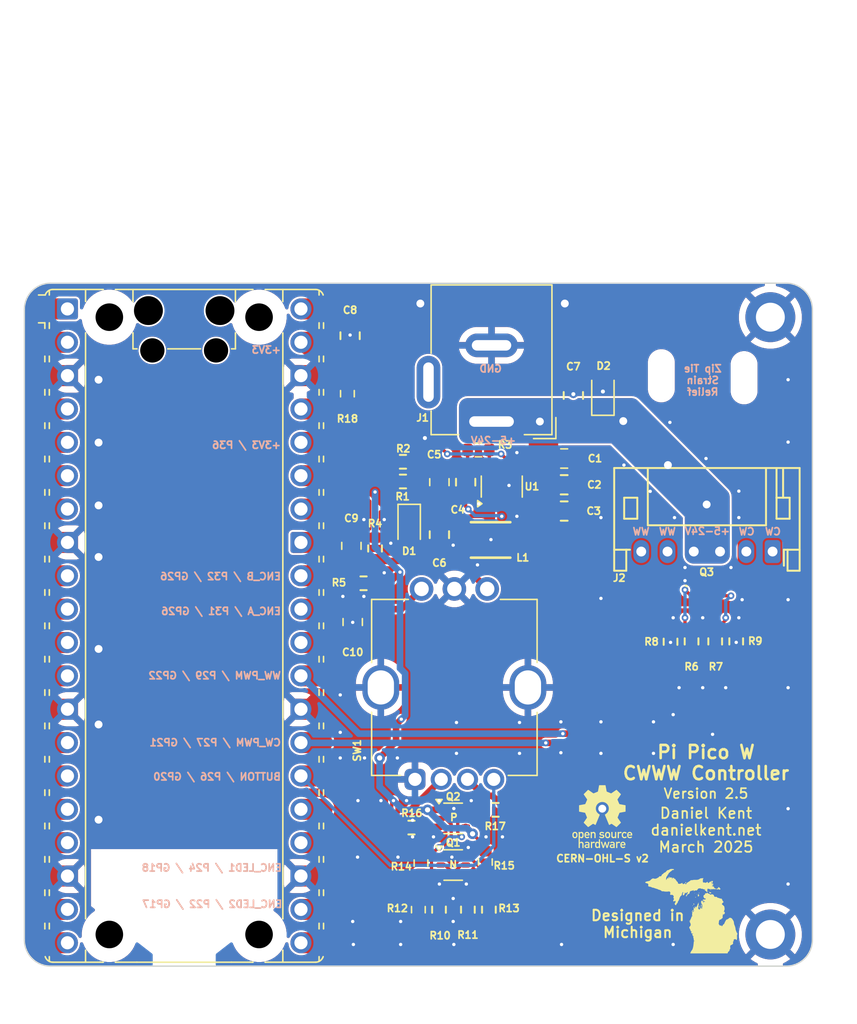
<source format=kicad_pcb>
(kicad_pcb (version 20241229) (generator "pcbnew") (generator_version "9.0")
  (title_block (title "CWWW Hat for Pi Pico W") (date "2023-01-29") (rev "v1.0") (company "Daniel Kent"))
  (layers (0 "F.Cu" signal) (2 "B.Cu" signal) (13 "F.Paste" user) (15 "B.Paste" user) (5 "F.SilkS" user "F.Silkscreen") (7 "B.SilkS" user "B.Silkscreen") (1 "F.Mask" user) (3 "B.Mask" user) (25 "Edge.Cuts" user))
  (net 0 "")
  (net 1 "WW_OUT")
  (net 2 "CW_OUT")
  (net 3 "GND")
  (net 4 "WW_PWM")
  (net 5 "CW_PWM")
  (net 8 "/SW")
  (net 9 "/VFB")
  (net 12 "ENC_1")
  (net 14 "ENC_2")
  (net 29 "/WW_PWM_NE")
  (net 30 "/CW_PWM_NE")
  (net 41 "BUTTON")
  (net 51 "+3V3")
  (net 59 "LED_BLUE")
  (net 60 "LED_ORAN")
  (net 61 "/LED_ORAN_NE")
  (net 62 "/LED_BLUE_IN")
  (net 63 "/LED_BLUE_NE")
  (net 64 "/LED_ORAN_IN")
  (net 65 "/LED_ORAN_VDROP")
  (net 66 "Net-(A1-3V3_EN)")
  (net 67 "/LED_BLUE_VDROP")
  (net 68 "/LED_BLUE_INV")
  (net 69 "/LED_ORAN_INV")
  (net 72 "+VDC")
  (net 73 "Net-(C4-Pad2)")
  (net 74 "/BOOT")
  (footprint "Package_TO_SOT_SMD:SOT-363_SC-70-6" (layer "F.Cu") (at 44.656 56.322267)
    (property "Reference" "Q1")
    (property "Value" "Q_Dual_NMOS_S1G1D2S2G2D1")
  )
  (footprint "Project_Custom_Footprints:RotaryEncoder_Bourns_Vertical_PEL12D-4xxxF-Sxxxx" (layer "F.Cu") (at 41.746 49.802267 90)
    (property "Reference" "SW1")
    (property "Value" "RotaryEncoder_Switch_MP_DualLED")
  )
  (footprint "Capacitor_SMD:C_0805_2012Metric" (layer "F.Cu") (at 43.606 31.172267 -90)
    (property "Reference" "C6")
    (property "Value" "22u")
  )
  (footprint "Project_Custom_Footprints:ZipTieHole_3.8mm" (layer "F.Cu") (at 60.506 19.072267 90)
    (property "Reference" "H1" (hide yes))
    (property "Value" "MountingHole")
  )
  (footprint "Resistor_SMD:R_0603_1608Metric" (layer "F.Cu") (at 40.831 25.622267)
    (property "Reference" "R2")
    (property "Value" "10k")
  )
  (footprint "Diode_SMD:D_SOD-323" (layer "F.Cu") (at 56.056 20.472267 90)
    (property "Reference" "D2")
    (property "Value" "TVS_USER")
  )
  (footprint "Capacitor_SMD:C_0805_2012Metric" (layer "F.Cu") (at 53.106 29.372267)
    (property "Reference" "C3")
    (property "Value" "100n 50V")
  )
  (footprint "Resistor_SMD:R_0603_1608Metric" (layer "F.Cu") (at 38.706 32.222267 -90)
    (property "Reference" "R4")
    (property "Value" "10k")
  )
  (footprint "Resistor_SMD:R_0603_1608Metric" (layer "F.Cu") (at 46.581 24.722267)
    (property "Reference" "R3")
    (property "Value" "30")
  )
  (footprint "Project_Custom_Footprints:DMN3032LFDBQ13_OSHPark" (layer "F.Cu") (at 63.9536 35.722267 -90)
    (property "Reference" "Q3")
    (property "Value" "DMN3032LFDBQ-13" (hide yes))
  )
  (footprint "Resistor_SMD:R_0603_1608Metric" (layer "F.Cu") (at 47.106 56.097267 -90)
    (property "Reference" "R15")
    (property "Value" "10k")
  )
  (footprint "Resistor_SMD:R_0603_1608Metric" (layer "F.Cu") (at 40.831 27.122267)
    (property "Reference" "R1")
    (property "Value" "30.9k")
  )
  (footprint "Package_TO_SOT_SMD:SOT-23-6" (layer "F.Cu") (at 48.356 27.509767 90)
    (property "Reference" "U1")
    (property "Value" "TPS56339DDC")
  )
  (footprint "Capacitor_SMD:C_0805_2012Metric" (layer "F.Cu") (at 53.106 27.372267)
    (property "Reference" "C2")
    (property "Value" "10u 50V")
  )
  (footprint "Resistor_SMD:R_0603_1608Metric" (layer "F.Cu") (at 37.831 34.872267 180)
    (property "Reference" "R5")
    (property "Value" "10k")
  )
  (footprint "Resistor_SMD:R_0603_1608Metric" (layer "F.Cu") (at 41.481 53.472267)
    (property "Reference" "R16")
    (property "Value" "10")
  )
  (footprint "Capacitor_SMD:C_0805_2012Metric" (layer "F.Cu") (at 36.906 32.022267 90)
    (property "Reference" "C9")
    (property "Value" ".01u")
  )
  (footprint "MountingHole:MountingHole_2.2mm_M2_DIN965_Pad" (layer "F.Cu") (at 68.806 61.612267)
    (property "Reference" "H4" (hide yes))
    (property "Value" "M2_With_Pad")
  )
  (footprint "Resistor_SMD:R_0603_1608Metric" (layer "F.Cu") (at 47.375198 59.722267 90)
    (property "Reference" "R13")
    (property "Value" "10k")
  )
  (footprint "Capacitor_SMD:C_0805_2012Metric" (layer "F.Cu") (at 45.606 27.172267 90)
    (property "Reference" "C4")
    (property "Value" "100n")
  )
  (footprint "MountingHole:MountingHole_2.2mm_M2_DIN965_Pad" (layer "F.Cu") (at 68.806 14.612267)
    (property "Reference" "H3" (hide yes))
    (property "Value" "M2_With_Pad")
  )
  (footprint "Capacitor_SMD:C_0805_2012Metric" (layer "F.Cu") (at 43.606 27.172267 90)
    (property "Reference" "C5")
    (property "Value" "22u")
  )
  (footprint "Resistor_SMD:R_0603_1608Metric" (layer "F.Cu") (at 42.006 59.722267 -90)
    (property "Reference" "R12")
    (property "Value" "10k")
  )
  (footprint "Resistor_SMD:R_0603_1608Metric" (layer "F.Cu") (at 43.575198 59.722267 90)
    (property "Reference" "R10")
    (property "Value" "10")
  )
  (footprint "Resistor_SMD:R_0603_1608Metric" (layer "F.Cu") (at 61.206 39.322267 -90)
    (property "Reference" "R8")
    (property "Value" "10k")
  )
  (footprint "Resistor_SMD:R_0603_1608Metric" (layer "F.Cu") (at 47.881 52.122267 180)
    (property "Reference" "R17")
    (property "Value" "120")
  )
  (footprint "Resistor_SMD:R_0603_1608Metric" (layer "F.Cu") (at 45.775198 59.722267 90)
    (property "Reference" "R11")
    (property "Value" "10")
  )
  (footprint "Resistor_SMD:R_0603_1608Metric" (layer "F.Cu") (at 66.206 39.297267 -90)
    (property "Reference" "R9")
    (property "Value" "10k")
  )
  (footprint "Capacitor_SMD:C_0805_2012Metric" (layer "F.Cu") (at 37.006 37.822267 -90)
    (property "Reference" "C10")
    (property "Value" ".01u")
  )
  (footprint "Capacitor_SMD:C_0805_2012Metric" (layer "F.Cu") (at 36.806 16.022267 90)
    (property "Reference" "C8")
    (property "Value" "10u")
  )
  (footprint "Project_Custom_Footprints:INDPM3015X150N" (layer "F.Cu") (at 47.506 31.572267 180)
    (property "Reference" "L1")
    (property "Value" "4.7uH" (hide yes))
  )
  (footprint "Connector_JST:JST_PH_S6B-PH-K_1x06_P2.00mm_Horizontal" (layer "F.Cu") (at 68.975198 32.456468 180)
    (property "Reference" "J2")
    (property "Value" "Conn_01x06")
  )
  (footprint "Resistor_SMD:R_0603_1608Metric" (layer "F.Cu") (at 64.606 39.297267 90)
    (property "Reference" "R7")
    (property "Value" "10")
  )
  (footprint "Project_Custom_Footprints:ZipTieHole_3.8mm" (layer "F.Cu") (at 66.806 19.222267 90)
    (property "Reference" "H2" (hide yes))
    (property "Value" "MountingHole")
  )
  (footprint "Resistor_SMD:R_0603_1608Metric" (layer "F.Cu") (at 36.602106 20.437467 90)
    (property "Reference" "R18")
    (property "Value" "0")
  )
  (footprint "Diode_SMD:D_SOD-323" (layer "F.Cu") (at 41.306 30.472267 -90)
    (property "Reference" "D1")
    (property "Value" "TVS_3V3")
  )
  (footprint "Resistor_SMD:R_0603_1608Metric" (layer "F.Cu") (at 62.806 39.297267 90)
    (property "Reference" "R6")
    (property "Value" "10")
  )
  (footprint "Project_Custom_Footprints:BarrelJack_Wuerth_6941xx301002_ShortOverhang" (layer "F.Cu") (at 47.575198 22.556468 180)
    (property "Reference" "J1")
    (property "Value" "Conn_01x03")
  )
  (footprint "Capacitor_SMD:C_0805_2012Metric" (layer "F.Cu") (at 53.806 20.572267 90)
    (property "Reference" "C7")
    (property "Value" "10u 50V")
  )
  (footprint "Capacitor_SMD:C_0805_2012Metric" (layer "F.Cu") (at 53.106 25.372267)
    (property "Reference" "C1")
    (property "Value" "10u 50V")
  )
  (footprint "Resistor_SMD:R_0603_1608Metric" (layer "F.Cu") (at 42.206 56.172267 -90)
    (property "Reference" "R14")
    (property "Value" "10k")
  )
  (footprint "Package_TO_SOT_SMD:SOT-363_SC-70-6" (layer "F.Cu") (at 44.656 52.772267)
    (property "Reference" "Q2")
    (property "Value" "Q_Dual_PMOS_S1G1D2S2G2D1")
  )
  (footprint "Module_RaspberryPi_Pico:RaspberryPi_Pico_Common_MountingHoles" (layer "F.Cu") (at 24.175198 38.112267)
    (property "Reference" "A1" (hide yes))
    (property "Value" "RaspberryPi_Pico_W")
  )
  (gr_poly (pts (xy 54.434471 53.797504) (xy 54.444803 53.798398) (xy 54.454766 53.799858) (xy 54.464361 53.801858) (xy 54.473589 53.804375) (xy 54.48245 53.807384) (xy 54.490947 53.810859) (xy 54.499081 53.814776) (xy 54.506852 53.81911) (xy 54.514263 53.823838) (xy 54.521314 53.828933) (xy 54.528006 53.834371) (xy 54.534342 53.840127) (xy 54.540321 53.846178) (xy 54.545946 53.852497) (xy 54.551217 53.85906) (xy 54.555917 53.865374) (xy 54.560193 53.871752) (xy 54.564064 53.878325) (xy 54.567546 53.885222) (xy 54.569145 53.888834) (xy 54.570654 53.892576) (xy 54.572073 53.896464) (xy 54.573405 53.900515) (xy 54.574652 53.904745) (xy 54.575816 53.909171) (xy 54.577904 53.918674) (xy 54.579684 53.929155) (xy 54.581173 53.940744) (xy 54.582388 53.953571) (xy 54.583345 53.967768) (xy 54.584061 53.983464) (xy 54.584552 54.000791) (xy 54.584834 54.019878) (xy 54.584925 54.040856) (xy 54.584552 54.0806) (xy 54.583345 54.113385) (xy 54.582388 54.12749) (xy 54.581173 54.140241) (xy 54.579684 54.151769) (xy 54.577904 54.1622) (xy 54.575816 54.171665) (xy 54.573405 54.180292) (xy 54.570654 54.18821) (xy 54.567545 54.195548) (xy 54.564064 54.202434) (xy 54.560193 54.208997) (xy 54.555917 54.215367) (xy 54.551217 54.221672) (xy 54.545946 54.228235) (xy 54.540321 54.234555) (xy 54.534342 54.240605) (xy 54.528006 54.246362) (xy 54.521314 54.2518) (xy 54.514263 54.256895) (xy 54.506852 54.261622) (xy 54.499081 54.265956) (xy 54.490947 54.269874) (xy 54.486744 54.271668) (xy 54.48245 54.273349) (xy 54.478065 54.274913) (xy 54.473588 54.276357) (xy 54.469021 54.277678) (xy 54.464361 54.278874) (xy 54.45961 54.27994) (xy 54.454766 54.280874) (xy 54.449831 54.281673) (xy 54.444803 54.282334) (xy 54.439683 54.282853) (xy 54.434471 54.283228) (xy 54.429165 54.283455) (xy 54.423767 54.283531) (xy 54.414748 54.283271) (xy 54.40596 54.282499) (xy 54.397392 54.281234) (xy 54.389032 54.27949) (xy 54.380871 54.277286) (xy 54.372896 54.274637) (xy 54.365097 54.271559) (xy 54.357463 54.26807) (xy 54.349982 54.264185) (xy 54.342645 54.259922) (xy 54.335439 54.255296) (xy 54.328354 54.250324) (xy 54.321378 54.245023) (xy 54.314502 54.239409) (xy 54.307713 54.233498) (xy 54.301001 54.227307) (xy 54.300657 54.60381) (xy 54.30676 54.597004) (xy 54.313122 54.590637) (xy 54.319737 54.584709) (xy 54.326598 54.579219) (xy 54.333701 54.574168) (xy 54.34104 54.569556) (xy 54.34861 54.565382) (xy 54.356404 54.561648) (xy 54.364418 54.558353) (xy 54.372647 54.555497) (xy 54.381083 54.55308) (xy 54.389723 54.551102) (xy 54.39856 54.549564) (xy 54.407589 54.548465) (xy 54.416805 54.547805) (xy 54.426201 54.547585) (xy 54.433169 54.547753) (xy 54.44018 54.548254) (xy 54.447216 54.549087) (xy 54.45426 54.550252) (xy 54.461296 54.551746) (xy 54.468305 54.55357) (xy 54.475271 54.555721) (xy 54.482176 54.558199) (xy 54.489002 54.561002) (xy 54.495733 54.564128) (xy 54.502351 54.567578) (xy 54.508838 54.57135) (xy 54.515178 54.575442) (xy 54.521353 54.579853) (xy 54.527346 54.584582) (xy 54.533139 54.589628) (xy 54.538716 54.59499) (xy 54.544058 54.600666) (xy 54.549149 54.606655) (xy 54.55397 54.612956) (xy 54.558506 54.619568) (xy 54.562738 54.62649) (xy 54.566649 54.633721) (xy 54.570222 54.641258) (xy 54.57344 54.649102) (xy 54.576285 54.65725) (xy 54.578739 54.665702) (xy 54.580787 54.674456) (xy 54.582409 54.683512) (xy 54.583589 54.692867) (xy 54.58431 54.702522) (xy 54.584555 54.712474) (xy 54.584555 55.02828) (xy 54.488987 55.02828) (xy 54.488987 54.745309) (xy 54.48887 54.739324) (xy 54.488521 54.733501) (xy 54.487947 54.727841) (xy 54.487151 54.722346) (xy 54.486139 54.717018) (xy 54.484916 54.711859) (xy 54.483487 54.706871) (xy 54.481856 54.702056) (xy 54.480029 54.697415) (xy 54.478011 54.69295) (xy 54.475806 54.688664) (xy 54.47342 54.684558) (xy 54.470858 54.680634) (xy 54.468124 54.676893) (xy 54.465223 54.673339) (xy 54.462162 54.669972) (xy 54.458943 54.666795) (xy 54.455573 54.663809) (xy 54.452057 54.661016) (xy 54.448399 54.658419) (xy 54.444605 54.656019) (xy 54.440678 54.653817) (xy 54.436625 54.651816) (xy 54.432451 54.650018) (xy 54.42816 54.648425) (xy 54.423757 54.647037) (xy 54.419247 54.645859) (xy 54.414636 54.64489) (xy 54.409927 54.644133) (xy 54.405127 54.64359) (xy 54.40024 54.643263) (xy 54.395272 54.643154) (xy 54.390219 54.643263) (xy 54.385253 54.64359) (xy 54.38038 54.644133) (xy 54.375603 54.64489) (xy 54.370928 54.645859) (xy 54.36636 54.647037) (xy 54.361902 54.648425) (xy 54.357561 54.650018) (xy 54.353341 54.651816) (xy 54.349246 54.653817) (xy 54.345282 54.656019) (xy 54.341453 54.658419) (xy 54.337764 54.661017) (xy 54.334219 54.663809) (xy 54.330825 54.666795) (xy 54.327585 54.669972) (xy 54.324504 54.673339) (xy 54.321587 54.676894) (xy 54.318839 54.680634) (xy 54.316264 54.684558) (xy 54.313868 54.688664) (xy 54.311655 54.69295) (xy 54.30963 54.697415) (xy 54.307798 54.702056) (xy 54.306163 54.706871) (xy 54.304731 54.711859) (xy 54.303506 54.717018) (xy 54.302493 54.722346) (xy 54.301697 54.727841) (xy 54.301122 54.733501) (xy 54.300774 54.739324) (xy 54.300657 54.745309) (xy 54.300657 55.028281) (xy 54.205063 55.028281) (xy 54.205063 54.040829) (xy 54.301001 54.040829) (xy 54.301376 54.066796) (xy 54.30202 54.079815) (xy 54.303124 54.092684) (xy 54.304804 54.105273) (xy 54.307178 54.117452) (xy 54.310361 54.129089) (xy 54.312293 54.134664) (xy 54.314471 54.140055) (xy 54.31691 54.145245) (xy 54.319625 54.150219) (xy 54.322629 54.154959) (xy 54.325938 54.159451) (xy 54.329567 54.163676) (xy 54.333529 54.16762) (xy 54.337839 54.171265) (xy 54.342513 54.174596) (xy 54.347563 54.177596) (xy 54.353007 54.180249) (xy 54.358856 54.182538) (xy 54.365127 54.184448) (xy 54.371834 54.185962) (xy 54.378992 54.187063) (xy 54.386614 54.187736) (xy 54.394716 54.187964) (xy 54.402902 54.187749) (xy 54.410604 54.187115) (xy 54.417835 54.186073) (xy 54.424611 54.184639) (xy 54.430946 54.182826) (xy 54.436855 54.180648) (xy 54.442353 54.178118) (xy 54.447455 54.175251) (xy 54.452175 54.172059) (xy 54.456529 54.168558) (xy 54.46053 54.164759) (xy 54.464194 54.160678) (xy 54.467535 54.156328) (xy 54.470569 54.151723) (xy 54.473309 54.146876) (xy 54.475771 54.141801) (xy 54.47797 54.136512) (xy 54.47992 54.131023) (xy 54.481635 54.125347) (xy 54.483132 54.119498) (xy 54.484424 54.11349) (xy 54.485526 54.107337) (xy 54.48722 54.094649) (xy 54.488332 54.081544) (xy 54.488981 54.068133) (xy 54.489283 54.054524) (xy 54.489358 54.040829) (xy 54.488981 54.013205) (xy 54.488332 53.999665) (xy 54.48722 53.986452) (xy 54.485526 53.973673) (xy 54.483132 53.961437) (xy 54.47992 53.949853) (xy 54.47797 53.944338) (xy 54.475771 53.939027) (xy 54.473309 53.933933) (xy 54.470569 53.92907) (xy 54.467535 53.924451) (xy 54.464194 53.920089) (xy 54.46053 53.915998) (xy 54.456529 53.912192) (xy 54.452175 53.908685) (xy 54.447455 53.905489) (xy 54.442353 53.902618) (xy 54.436855 53.900086) (xy 54.430946 53.897906) (xy 54.424611 53.896093) (xy 54.417835 53.894659) (xy 54.410604 53.893617) (xy 54.402902 53.892983) (xy 54.394716 53.892768) (xy 54.386616 53.892996) (xy 54.378996 53.893669) (xy 54.37184 53.894771) (xy 54.365135 53.896286) (xy 54.358865 53.898197) (xy 54.353016 53.90049) (xy 54.347574 53.903146) (xy 54.342524 53.906151) (xy 54.337851 53.909488) (xy 54.333541 53.913141) (xy 54.329578 53.917094) (xy 54.32595 53.921331) (xy 54.322641 53.925835) (xy 54.319636 53.930591) (xy 54.316921 53.935583) (xy 54.314481 53.940794) (xy 54.312302 53.946208) (xy 54.31037 53.951808) (xy 54.308669 53.95758) (xy 54.307184 53.963507) (xy 54.305903 53.969572) (xy 54.304809 53.97576) (xy 54.303127 53.988439) (xy 54.302022 54.001414) (xy 54.301377 54.014557) (xy 54.301075 54.027738) (xy 54.301001 54.040829) (xy 54.205063 54.040829) (xy 54.205063 53.802836) (xy 54.301001 53.802836) (xy 54.301001 53.852499) (xy 54.306788 53.846471) (xy 54.312891 53.840703) (xy 54.319295 53.835213) (xy 54.325987 53.830017) (xy 54.332953 53.825135) (xy 54.34018 53.820584) (xy 54.347653 53.816382) (xy 54.355359 53.812547) (xy 54.363285 53.809096) (xy 54.371417 53.806047) (xy 54.379741 53.803418) (xy 54.388244 53.801228) (xy 54.396911 53.799493) (xy 54.40573 53.798231) (xy 54.414687 53.797462) (xy 54.423767 53.797201)) (fill yes) (layer "F.SilkS"))
  (gr_poly (pts (xy 57.709493 53.797275) (xy 57.716123 53.797575) (xy 57.722666 53.79807) (xy 57.72912 53.798757) (xy 57.741764 53.800688) (xy 57.754054 53.803337) (xy 57.765987 53.806672) (xy 57.777563 53.810662) (xy 57.78878 53.815276) (xy 57.799635 53.820481) (xy 57.810129 53.826246) (xy 57.820258 53.83254) (xy 57.830021 53.839332) (xy 57.839418 53.846589) (xy 57.848445 53.85428) (xy 57.857102 53.862375) (xy 57.865387 53.87084) (xy 57.873299 53.879645) (xy 57.803025 53.942431) (xy 57.798519 53.937085) (xy 57.793778 53.931956) (xy 57.788807 53.92706) (xy 57.783614 53.922415) (xy 57.778206 53.918039) (xy 57.772591 53.913951) (xy 57.766775 53.910167) (xy 57.760765 53.906705) (xy 57.754568 53.903584) (xy 57.748192 53.900822) (xy 57.741643 53.898435) (xy 57.734929 53.896443) (xy 57.728056 53.894862) (xy 57.721032 53.893711) (xy 57.713864 53.893007) (xy 57.706558 53.892768) (xy 57.69235 53.893288) (xy 57.678909 53.894863) (xy 57.672482 53.896054) (xy 57.666255 53.897517) (xy 57.660231 53.899255) (xy 57.654411 53.901272) (xy 57.648798 53.90357) (xy 57.643395 53.906153) (xy 57.638204 53.909022) (xy 57.633229 53.912182) (xy 57.628471 53.915635) (xy 57.623933 53.919383) (xy 57.619618 53.92343) (xy 57.615529 53.927779) (xy 57.611667 53.932433) (xy 57.608035 53.937394) (xy 57.604637 53.942666) (xy 57.601474 53.948251) (xy 57.59855 53.954152) (xy 57.595866 53.960373) (xy 57.593426 53.966915) (xy 57.591232 53.973783) (xy 57.589286 53.980979) (xy 57.587591 53.988505) (xy 57.58615 53.996366) (xy 57.584965 54.004563) (xy 57.583374 54.021979) (xy 57.582839 54.040776) (xy 57.582974 54.05027) (xy 57.583375 54.059421) (xy 57.58404 54.068231) (xy 57.584966 54.076704) (xy 57.586151 54.084842) (xy 57.587593 54.092647) (xy 57.589289 54.100124) (xy 57.591235 54.107273) (xy 57.593431 54.114099) (xy 57.595872 54.120603) (xy 57.598556 54.126789) (xy 57.601481 54.132659) (xy 57.604645 54.138216) (xy 57.608044 54.143462) (xy 57.611676 54.148401) (xy 57.615539 54.153036) (xy 57.619629 54.157368) (xy 57.623944 54.161401) (xy 57.628482 54.165137) (xy 57.633241 54.16858) (xy 57.638216 54.171731) (xy 57.643407 54.174594) (xy 57.648809 54.177171) (xy 57.654422 54.179466) (xy 57.660241 54.18148) (xy 57.666265 54.183217) (xy 57.672491 54.184679) (xy 57.678916 54.185869) (xy 57.685538 54.186789) (xy 57.692354 54.187444) (xy 57.699362 54.187834) (xy 57.706558 54.187964) (xy 57.710228 54.187904) (xy 57.713864 54.187725) (xy 57.717465 54.187431) (xy 57.721031 54.187022) (xy 57.728054 54.18587) (xy 57.734925 54.18429) (xy 57.741638 54.182297) (xy 57.748185 54.179911) (xy 57.75456 54.177148) (xy 57.760755 54.174027) (xy 57.766764 54.170566) (xy 57.772579 54.166782) (xy 57.778195 54.162693) (xy 57.783603 54.158318) (xy 57.788797 54.153673) (xy 57.79377 54.148777) (xy 57.798515 54.143647) (xy 57.803025 54.138302) (xy 57.873299 54.201087) (xy 57.865392 54.209878) (xy 57.857111 54.218332) (xy 57.848457 54.226417) (xy 57.839432 54.234101) (xy 57.830038 54.241353) (xy 57.820276 54.24814) (xy 57.810148 54.254431) (xy 57.799655 54.260195) (xy 57.788799 54.265399) (xy 57.777582 54.270012) (xy 57.766004 54.274003) (xy 57.754069 54.277339) (xy 57.741776 54.279989) (xy 57.729129 54.281921) (xy 57.716128 54.283103) (xy 57.702775 54.283505) (xy 57.68229 54.282684) (xy 57.662043 54.280188) (xy 57.642182 54.275967) (xy 57.622858 54.269968) (xy 57.613443 54.266286) (xy 57.604219 54.26214) (xy 57.595204 54.257525) (xy 57.586417 54.252434) (xy 57.577875 54.24686) (xy 57.569599 54.240797) (xy 57.561607 54.234238) (xy 57.553917 54.227178) (xy 57.546548 54.21961) (xy 57.539519 54.211527) (xy 57.532848 54.202924) (xy 57.526555 54.193793) (xy 57.520658 54.184129) (xy 57.515175 54.173924) (xy 57.510126 54.163174) (xy 57.505529 54.15187) (xy 57.501403 54.140007) (xy 57.497766 54.127579) (xy 57.494637 54.114579) (xy 57.492035 54.101001) (xy 57.489979 54.086837) (xy 57.488487 54.072083) (xy 57.487578 54.056732) (xy 57.487271 54.040776) (xy 57.487578 54.024746) (xy 57.488487 54.009324) (xy 57.489979 53.994504) (xy 57.492035 53.980279) (xy 57.494637 53.966642) (xy 57.497766 53.953588) (xy 57.501403 53.941109) (xy 57.505529 53.9292) (xy 57.510126 53.917853) (xy 57.515175 53.907062) (xy 57.520658 53.896821) (xy 57.526555 53.887122) (xy 57.532848 53.877961) (xy 57.539519 53.869329) (xy 57.546548 53.861221) (xy 57.553917 53.85363) (xy 57.561607 53.846549) (xy 57.569599 53.839973) (xy 57.577875 53.833894) (xy 57.586417 53.828305) (xy 57.595204 53.823202) (xy 57.604219 53.818576) (xy 57.613443 53.814422) (xy 57.622858 53.810733) (xy 57.632443 53.807502) (xy 57.642182 53.804723) (xy 57.652055 53.802389) (xy 57.662043 53.800494) (xy 57.672127 53.799032) (xy 57.68229 53.797996) (xy 57.702775 53.797174)) (fill yes) (layer "F.SilkS"))
  (gr_poly (pts (xy 62.977231 59.252694) (xy 62.979386 59.252816) (xy 62.981347 59.253041) (xy 62.983124 59.253366) (xy 62.984728 59.253784) (xy 62.986172 59.254292) (xy 62.987465 59.254883) (xy 62.988619 59.255553) (xy 62.989646 59.256298) (xy 62.990556 59.257111) (xy 62.99136 59.257989) (xy 62.992071 59.258926) (xy 62.992698 59.259918) (xy 62.993254 59.260958) (xy 62.993749 59.262044) (xy 62.994601 59.264328) (xy 62.995345 59.26673) (xy 62.996865 59.271732) (xy 62.99782 59.274253) (xy 62.998386 59.275501) (xy 62.999025 59.276734) (xy 62.999748 59.277948) (xy 63.000567 59.279136) (xy 63.001494 59.280295) (xy 63.002538 59.281419) (xy 63.004478 59.283486) (xy 63.005923 59.285323) (xy 63.00693 59.287017) (xy 63.007555 59.288654) (xy 63.007856 59.29032) (xy 63.007887 59.292102) (xy 63.007707 59.294086) (xy 63.007372 59.296357) (xy 63.006463 59.302111) (xy 63.006002 59.305766) (xy 63.005613 59.310054) (xy 63.005352 59.315062) (xy 63.005275 59.320876) (xy 63.00544 59.327582) (xy 63.005904 59.335267) (xy 63.006251 59.342602) (xy 63.006211 59.345638) (xy 63.006036 59.348272) (xy 63.005728 59.350518) (xy 63.005292 59.352389) (xy 63.004731 59.3539) (xy 63.00405 59.355064) (xy 63.003253 59.355896) (xy 63.002344 59.356408) (xy 63.001326 59.356616) (xy 63.000205 59.356532) (xy 62.998983 59.356171) (xy 62.997666 59.355547) (xy 62.996256 59.354673) (xy 62.994759 59.353563) (xy 62.991517 59.350692) (xy 62.987972 59.347045) (xy 62.984156 59.342732) (xy 62.980103 59.337866) (xy 62.962152 59.315074) (xy 62.962147 59.315058) (xy 62.962141 59.315042) (xy 62.962131 59.315011) (xy 62.960459 59.312751) (xy 62.958896 59.310424) (xy 62.957446 59.308037) (xy 62.956108 59.3056) (xy 62.954886 59.303121) (xy 62.953782 59.30061) (xy 62.952796 59.298074) (xy 62.951931 59.295524) (xy 62.951189 59.292968) (xy 62.950572 59.290414) (xy 62.950081 59.287871) (xy 62.949718 59.285349) (xy 62.949486 59.282856) (xy 62.949386 59.280401) (xy 62.94942 59.277993) (xy 62.949589 59.275641) (xy 62.949897 59.273353) (xy 62.950344 59.271138) (xy 62.950932 59.269005) (xy 62.951663 59.266964) (xy 62.95254 59.265022) (xy 62.953563 59.263189) (xy 62.954736 59.261474) (xy 62.956059 59.259885) (xy 62.957534 59.258431) (xy 62.959164 59.257121) (xy 62.96095 59.255964) (xy 62.962895 59.254968) (xy 62.964999 59.254144) (xy 62.967265 59.253498) (xy 62.969695 59.253041) (xy 62.972291 59.252781) (xy 62.974869 59.25268)) (stroke (width -0.000001)) (fill yes) (layer "F.SilkS"))
  (gr_poly (pts (xy 55.350717 53.797342) (xy 55.357728 53.797843) (xy 55.371809 53.799841) (xy 55.385854 53.803159) (xy 55.399724 53.807789) (xy 55.406551 53.810592) (xy 55.413281 53.813719) (xy 55.419899 53.817169) (xy 55.426387 53.820942) (xy 55.432727 53.825034) (xy 55.438902 53.829446) (xy 55.444895 53.834176) (xy 55.450688 53.839223) (xy 55.456264 53.844586) (xy 55.461606 53.850264) (xy 55.466697 53.856255) (xy 55.471519 53.862558) (xy 55.476054 53.869172) (xy 55.480287 53.876096) (xy 55.484198 53.883329) (xy 55.487771 53.890869) (xy 55.490989 53.898716) (xy 55.493833 53.906867) (xy 55.496288 53.915322) (xy 55.498335 53.924081) (xy 55.499958 53.93314) (xy 55.501138 53.9425) (xy 55.501859 53.952159) (xy 55.502103 53.962116) (xy 55.502103 54.27787) (xy 55.406536 54.27787) (xy 55.406536 53.994951) (xy 55.406418 53.988966) (xy 55.40607 53.983143) (xy 55.405495 53.977483) (xy 55.4047 53.971988) (xy 55.403688 53.966661) (xy 55.402465 53.961502) (xy 55.401035 53.956513) (xy 55.399405 53.951698) (xy 55.397578 53.947057) (xy 55.395559 53.942592) (xy 55.393355 53.938306) (xy 55.390969 53.9342) (xy 55.388406 53.930276) (xy 55.385672 53.926536) (xy 55.382772 53.922981) (xy 55.37971 53.919614) (xy 55.376492 53.916437) (xy 55.373122 53.913451) (xy 55.369606 53.910659) (xy 55.365948 53.908061) (xy 55.362153 53.905661) (xy 55.358227 53.903459) (xy 55.354174 53.901458) (xy 55.35 53.89966) (xy 55.345708 53.898067) (xy 55.341305 53.896679) (xy 55.336796 53.8955) (xy 55.332184 53.894532) (xy 55.327476 53.893775) (xy 55.322676 53.893232) (xy 55.317789 53.892905) (xy 55.31282 53.892795) (xy 55.307767 53.892905) (xy 55.302801 53.893232) (xy 55.297928 53.893775) (xy 55.29315 53.894532) (xy 55.288475 53.8955) (xy 55.283906 53.896679) (xy 55.279448 53.898066) (xy 55.275105 53.89966) (xy 55.270884 53.901458) (xy 55.266788 53.903459) (xy 55.262823 53.90566) (xy 55.258993 53.908061) (xy 55.255303 53.910658) (xy 55.251757 53.913451) (xy 55.248361 53.916437) (xy 55.24512 53.919614) (xy 55.242038 53.922981) (xy 55.23912 53.926535) (xy 55.23637 53.930276) (xy 55.233794 53.9342) (xy 55.231397 53.938306) (xy 55.229183 53.942592) (xy 55.227157 53.947057) (xy 55.225324 53.951698) (xy 55.223689 53.956513) (xy 55.222256 53.961501) (xy 55.22103 53.96666) (xy 55.220016 53.971988) (xy 55.21922 53.977483) (xy 55.218644 53.983143) (xy 55.218296 53.988966) (xy 55.218179 53.994951) (xy 55.218179 54.27787) (xy 55.122611 54.27787) (xy 55.122611 53.80281) (xy 55.218179 53.80281) (xy 55.218179 53.853399) (xy 55.220084 53.853399) (xy 55.225852 53.846593) (xy 55.231922 53.840226) (xy 55.238283 53.834298) (xy 55.244928 53.828808) (xy 55.251848 53.823757) (xy 55.259036 53.819145) (xy 55.266482 53.814972) (xy 55.274178 53.811237) (xy 55.282116 53.807942) (xy 55.290287 53.805086) (xy 55.298684 53.802669) (xy 55.307297 53.800691) (xy 55.316119 53.799153) (xy 55.32514 53.798054) (xy 55.334353 53.797394) (xy 55.34375 53.797175)) (fill yes) (layer "F.SilkS"))
  (gr_poly (pts (xy 64.840345 58.009255) (xy 64.844785 58.009506) (xy 64.849541 58.009917) (xy 64.858927 58.010938) (xy 64.867464 58.012043) (xy 64.875219 58.013254) (xy 64.882262 58.014594) (xy 64.88866 58.016088) (xy 64.894484 58.017757) (xy 64.899801 58.019626) (xy 64.90468 58.021717) (xy 64.90919 58.024054) (xy 64.913399 58.026661) (xy 64.917377 58.029561) (xy 64.921192 58.032777) (xy 64.924913 58.036331) (xy 64.928608 58.040249) (xy 64.932347 58.044553) (xy 64.936197 58.049265) (xy 64.938041 58.051682) (xy 64.939656 58.054009) (xy 64.941056 58.056249) (xy 64.94226 58.058405) (xy 64.943283 58.06048) (xy 64.944142 58.062476) (xy 64.944852 58.064397) (xy 64.945431 58.066246) (xy 64.945895 58.068026) (xy 64.946259 58.069739) (xy 64.946757 58.072977) (xy 64.947285 58.078782) (xy 64.947577 58.081397) (xy 64.948063 58.08385) (xy 64.948419 58.085023) (xy 64.948872 58.086165) (xy 64.949439 58.087278) (xy 64.950136 58.088366) (xy 64.950979 58.08943) (xy 64.951986 58.090475) (xy 64.953171 58.091503) (xy 64.954552 58.092516) (xy 64.956145 58.093519) (xy 64.957966 58.094513) (xy 64.960032 58.095502) (xy 64.962359 58.096488) (xy 64.972676 58.100571) (xy 64.983333 58.104954) (xy 64.98851 58.107279) (xy 64.993436 58.109702) (xy 64.998 58.112232) (xy 65.002091 58.114877) (xy 65.005597 58.117644) (xy 65.007096 58.119076) (xy 65.008406 58.120542) (xy 65.009514 58.122042) (xy 65.010407 58.123578) (xy 65.011069 58.12515) (xy 65.011487 58.12676) (xy 65.011647 58.128408) (xy 65.011536 58.130096) (xy 65.011138 58.131824) (xy 65.010441 58.133594) (xy 65.00943 58.135406) (xy 65.008091 58.137262) (xy 65.006411 58.139162) (xy 65.004375 58.141108) (xy 65.002247 58.14304) (xy 65.000298 58.144899) (xy 64.998517 58.146689) (xy 64.996898 58.148414) (xy 64.995431 58.150076) (xy 64.994108 58.151681) (xy 64.992922 58.153231) (xy 64.991864 58.154732) (xy 64.990925 58.156186) (xy 64.990098 58.157598) (xy 64.989374 58.158971) (xy 64.988746 58.16031) (xy 64.988203 58.161617) (xy 64.98774 58.162898) (xy 64.987015 58.165394) (xy 64.986505 58.167828) (xy 64.986145 58.170231) (xy 64.985607 58.175067) (xy 64.985298 58.177563) (xy 64.984874 58.18015) (xy 64.98427 58.182862) (xy 64.983419 58.185727) (xy 64.983025 58.187158) (xy 64.982825 58.188498) (xy 64.982796 58.18975) (xy 64.982916 58.190915) (xy 64.983163 58.191995) (xy 64.983516 58.192993) (xy 64.983951 58.193911) (xy 64.984447 58.194749) (xy 64.985533 58.196197) (xy 64.986598 58.197352) (xy 64.987464 58.198231) (xy 64.987955 58.198848) (xy 64.988004 58.199063) (xy 64.987893 58.199218) (xy 64.9876 58.199316) (xy 64.987103 58.199358) (xy 64.985407 58.199282) (xy 64.982628 58.199006) (xy 64.973116 58.197913) (xy 64.957152 58.196205) (xy 64.927756 58.193366) (xy 64.919006 58.192366) (xy 64.915674 58.191849) (xy 64.912869 58.191275) (xy 64.910463 58.190609) (xy 64.908329 58.189817) (xy 64.906342 58.188863) (xy 64.904374 58.187712) (xy 64.899989 58.184685) (xy 64.89416 58.180457) (xy 64.892549 58.179264) (xy 64.89115 58.178148) (xy 64.889945 58.177105) (xy 64.888915 58.176134) (xy 64.888042 58.175235) (xy 64.887309 58.174405) (xy 64.886185 58.172949) (xy 64.884804 58.170808) (xy 64.884256 58.170102) (xy 64.883953 58.169834) (xy 64.883608 58.169622) (xy 64.883201 58.169463) (xy 64.882715 58.169358) (xy 64.882131 58.169303) (xy 64.881431 58.169297) (xy 64.879611 58.16943) (xy 64.87711 58.169744) (xy 64.869478 58.170869) (xy 64.864057 58.171658) (xy 64.857371 58.172582) (xy 64.853822 58.173009) (xy 64.850532 58.173307) (xy 64.847486 58.173488) (xy 64.844666 58.173562) (xy 64.842058 58.173539) (xy 64.839644 58.17343) (xy 64.837409 58.173247) (xy 64.835335 58.172998) (xy 64.831609 58.17235) (xy 64.828335 58.17157) (xy 64.822621 58.169955) (xy 64.819921 58.169289) (xy 64.817152 58.168831) (xy 64.815701 58.168707) (xy 64.814183 58.168665) (xy 64.812583 58.168719) (xy 64.810884 58.168877) (xy 64.809069 58.16915) (xy 64.807124 58.16955) (xy 64.80503 58.170086) (xy 64.802773 58.170769) (xy 64.800335 58.17161) (xy 64.797701 58.172619) (xy 64.794853 58.173808) (xy 64.791776 58.175186) (xy 64.785827 58.178072) (xy 64.780704 58.180805) (xy 64.776309 58.183354) (xy 64.772549 58.185688) (xy 64.766544 58.189588) (xy 64.764109 58.191093) (xy 64.761923 58.19226) (xy 64.760894 58.192706) (xy 64.759892 58.193057) (xy 64.758904 58.193308) (xy 64.757918 58.193455) (xy 64.756924 58.193495) (xy 64.755907 58.193423) (xy 64.754858 58.193236) (xy 64.753762 58.192929) (xy 64.75261 58.1925) (xy 64.751388 58.191944) (xy 64.750085 58.191257) (xy 64.748688 58.190435) (xy 64.745567 58.188373) (xy 64.741928 58.185727) (xy 64.740069 58.184289) (xy 64.73841 58.182924) (xy 64.736938 58.181631) (xy 64.735639 58.180407) (xy 64.734498 58.179248) (xy 64.733503 58.178151) (xy 64.732639 58.177114) (xy 64.731893 58.176134) (xy 64.73125 58.175207) (xy 64.730696 58.174332) (xy 64.729802 58.172722) (xy 64.728477 58.169987) (xy 64.727824 58.168815) (xy 64.727451 58.168268) (xy 64.727029 58.167743) (xy 64.726544 58.167237) (xy 64.725981 58.166747) (xy 64.725327 58.166271) (xy 64.724569 58.165805) (xy 64.723692 58.165347) (xy 64.722682 58.164893) (xy 64.721525 58.164441) (xy 64.720208 58.163987) (xy 64.718716 58.16353) (xy 64.717037 58.163066) (xy 64.713057 58.162105) (xy 64.70496 58.160438) (xy 64.698339 58.159143) (xy 64.695581 58.15852) (xy 64.693191 58.157851) (xy 64.691169 58.15709) (xy 64.690295 58.156661) (xy 64.689514 58.156192) (xy 64.688825 58.155676) (xy 64.688228 58.155109) (xy 64.687722 58.154483) (xy 64.687308 58.153795) (xy 64.686986 58.153037) (xy 64.686756 58.152205) (xy 64.686618 58.151291) (xy 64.686571 58.150291) (xy 64.686617 58.149199) (xy 64.686753 58.148009) (xy 64.686982 58.146714) (xy 64.687302 58.145311) (xy 64.688217 58.142151) (xy 64.689498 58.138483) (xy 64.690217 58.136562) (xy 64.690981 58.134732) (xy 64.691785 58.13299) (xy 64.692626 58.131334) (xy 64.693498 58.129762) (xy 64.694398 58.128274) (xy 64.695321 58.126866) (xy 64.696262 58.125536) (xy 64.697217 58.124284) (xy 64.698181 58.123106) (xy 64.700121 58.120967) (xy 64.702045 58.119105) (xy 64.703918 58.117504) (xy 64.705704 58.116149) (xy 64.707368 58.115025) (xy 64.708874 58.114115) (xy 64.710185 58.113406) (xy 64.712085 58.112524) (xy 64.712782 58.112258) (xy 64.713059 58.112257) (xy 64.71312 58.11468) (xy 64.7133 58.117022) (xy 64.713597 58.119276) (xy 64.714005 58.121439) (xy 64.71452 58.123505) (xy 64.71514 58.12547) (xy 64.71586 58.127329) (xy 64.716677 58.129078) (xy 64.717586 58.130711) (xy 64.718583 58.132223) (xy 64.719665 58.133611) (xy 64.720827 58.134869) (xy 64.722067 58.135992) (xy 64.72338 58.136976) (xy 64.724761 58.137816) (xy 64.726208 58.138506) (xy 64.727717 58.139044) (xy 64.729283 58.139422) (xy 64.730902 58.139637) (xy 64.732572 58.139684) (xy 64.734287 58.139559) (xy 64.736044 58.139255) (xy 64.737839 58.13877) (xy 64.739669 58.138097) (xy 64.741529 58.137232) (xy 64.743415 58.13617) (xy 64.745325 58.134907) (xy 64.747252 58.133438) (xy 64.749195 58.131757) (xy 64.751149 58.129861) (xy 64.75311 58.127744) (xy 64.755074 58.125402) (xy 64.762266 58.116516) (xy 64.765443 58.112745) (xy 64.768413 58.109385) (xy 64.77123 58.106409) (xy 64.773947 58.103791) (xy 64.776619 58.101503) (xy 64.777955 58.100474) (xy 64.779299 58.099518) (xy 64.78066 58.09863) (xy 64.782042 58.097809) (xy 64.783454 58.097049) (xy 64.784902 58.096349) (xy 64.786392 58.095704) (xy 64.787932 58.095111) (xy 64.791186 58.094067) (xy 64.794718 58.093192) (xy 64.798583 58.092458) (xy 64.802834 58.091837) (xy 64.807525 58.091302) (xy 64.809966 58.091007) (xy 64.812359 58.090622) (xy 64.814699 58.090149) (xy 64.816984 58.089592) (xy 64.819212 58.088953) (xy 64.82138 58.088234) (xy 64.823484 58.087437) (xy 64.825521 58.086565) (xy 64.827489 58.08562) (xy 64.829385 58.084605) (xy 64.831206 58.083522) (xy 64.832949 58.082373) (xy 64.834611 58.08116) (xy 64.836189 58.079887) (xy 64.837681 58.078556) (xy 64.839082 58.077168) (xy 64.840391 58.075727) (xy 64.841605 58.074234) (xy 64.84272 58.072693) (xy 64.843734 58.071105) (xy 64.844643 58.069472) (xy 64.845446 58.067798) (xy 64.846138 58.066085) (xy 64.846718 58.064335) (xy 64.847181 58.06255) (xy 64.847526 58.060732) (xy 64.847749 58.058885) (xy 64.847848 58.057011) (xy 64.847819 58.055111) (xy 64.847659 58.053189) (xy 64.847366 58.051247) (xy 64.846937 58.049286) (xy 64.846424 58.047394) (xy 64.845881 58.045649) (xy 64.845308 58.044046) (xy 64.844705 58.042578) (xy 64.844071 58.041239) (xy 64.843408 58.040022) (xy 64.842714 58.038922) (xy 64.84199 58.037933) (xy 64.841235 58.037047) (xy 64.840451 58.036259) (xy 64.839636 58.035562) (xy 64.838791 58.03495) (xy 64.837915 58.034417) (xy 64.837009 58.033957) (xy 64.836072 58.033563) (xy 64.835105 58.033229) (xy 64.834108 58.032949) (xy 64.83308 58.032716) (xy 64.830932 58.032368) (xy 64.828662 58.032134) (xy 64.826268 58.031966) (xy 64.821113 58.031622) (xy 64.81835 58.031346) (xy 64.815463 58.030935) (xy 64.814026 58.030625) (xy 64.812674 58.030201) (xy 64.811415 58.029673) (xy 64.810255 58.02905) (xy 64.809204 58.02834) (xy 64.808267 58.027553) (xy 64.807454 58.026698) (xy 64.806771 58.025785) (xy 64.806227 58.024821) (xy 64.805828 58.023817) (xy 64.805584 58.022781) (xy 64.805501 58.021723) (xy 64.805587 58.020652) (xy 64.805849 58.019576) (xy 64.806296 58.018506) (xy 64.806935 58.017449) (xy 64.807774 58.016416) (xy 64.80882 58.015415) (xy 64.810082 58.014456) (xy 64.811566 58.013548) (xy 64.81328 58.012699) (xy 64.815233 58.011919) (xy 64.817431 58.011217) (xy 64.819883 58.010602) (xy 64.822596 58.010084) (xy 64.825577 58.009671) (xy 64.828835 58.009372) (xy 64.832377 58.009197) (xy 64.836211 58.009155)) (stroke (width -0.000001)) (fill yes) (layer "F.SilkS"))
  (gr_poly (pts (xy 63.113352 58.746293) (xy 63.116133 58.746813) (xy 63.118668 58.747651) (xy 63.12096 58.748784) (xy 63.123015 58.750188) (xy 63.124838 58.751841) (xy 63.126434 58.753717) (xy 63.127807 58.755795) (xy 63.128963 58.75805) (xy 63.129906 58.760459) (xy 63.130642 58.762999) (xy 63.131176 58.765647) (xy 63.131512 58.768378) (xy 63.131656 58.771169) (xy 63.131611 58.773998) (xy 63.131385 58.77684) (xy 63.13098 58.779672) (xy 63.130403 58.782471) (xy 63.129658 58.785214) (xy 63.12875 58.787876) (xy 63.127684 58.790434) (xy 63.126465 58.792866) (xy 63.125098 58.795147) (xy 63.123588 58.797254) (xy 63.12194 58.799164) (xy 63.120159 58.800854) (xy 63.118249 58.802299) (xy 63.116217 58.803476) (xy 63.114066 58.804363) (xy 63.111802 58.804935) (xy 63.109429 58.805169) (xy 63.106953 58.805042) (xy 63.104535 58.804577) (xy 63.10233 58.803827) (xy 63.100332 58.80281) (xy 63.098538 58.801547) (xy 63.096941 58.800058) (xy 63.095537 58.798362) (xy 63.094321 58.796479) (xy 63.093287 58.794428) (xy 63.092431 58.792229) (xy 63.091749 58.789903) (xy 63.091234 58.787468) (xy 63.090882 58.784945) (xy 63.090687 58.782352) (xy 63.090646 58.779711) (xy 63.090752 58.777039) (xy 63.091001 58.774358) (xy 63.091389 58.771687) (xy 63.091908 58.769046) (xy 63.092556 58.766453) (xy 63.093327 58.76393) (xy 63.094215 58.761495) (xy 63.095217 58.759169) (xy 63.096326 58.75697) (xy 63.097538 58.75492) (xy 63.098848 58.753037) (xy 63.100251 58.751341) (xy 63.101742 58.749852) (xy 63.103316 58.748589) (xy 63.104967 58.747573) (xy 63.106692 58.746823) (xy 63.108484 58.746358) (xy 63.11034 58.746199) (xy 63.110318 58.746114)) (stroke (width -0.000001)) (fill yes) (layer "F.SilkS"))
  (gr_poly (pts (xy 55.367445 54.547749) (xy 55.374427 54.548233) (xy 55.381265 54.549031) (xy 55.387966 54.550132) (xy 55.394533 54.551531) (xy 55.400974 54.553217) (xy 55.407294 54.555184) (xy 55.413498 54.557422) (xy 55.419591 54.559923) (xy 55.425581 54.56268) (xy 55.431471 54.565685) (xy 55.437268 54.568928) (xy 55.442978 54.572402) (xy 55.448606 54.576098) (xy 55.454157 54.580008) (xy 55.459637 54.584125) (xy 55.390317 54.666596) (xy 55.386173 54.663546) (xy 55.382161 54.660733) (xy 55.37826 54.658152) (xy 55.374445 54.655796) (xy 55.370697 54.653661) (xy 55.366993 54.65174) (xy 55.363311 54.650029) (xy 55.359628 54.648521) (xy 55.355924 54.647212) (xy 55.352176 54.646095) (xy 55.348361 54.645165) (xy 55.344459 54.644417) (xy 55.340447 54.643844) (xy 55.336303 54.643442) (xy 55.332005 54.643205) (xy 55.327531 54.643127) (xy 55.318767 54.643481) (xy 55.310091 54.644553) (xy 55.301568 54.646355) (xy 55.293265 54.648902) (xy 55.289216 54.650459) (xy 55.285247 54.652207) (xy 55.281365 54.654148) (xy 55.27758 54.656283) (xy 55.273899 54.658615) (xy 55.270331 54.661144) (xy 55.266883 54.663874) (xy 55.263565 54.666804) (xy 55.260383 54.669938) (xy 55.257348 54.673276) (xy 55.254466 54.67682) (xy 55.251746 54.680573) (xy 55.249196 54.684536) (xy 55.246825 54.68871) (xy 55.24464 54.693097) (xy 55.242651 54.697699) (xy 55.240864 54.702517) (xy 55.239289 54.707554) (xy 55.237934 54.712811) (xy 55.236807 54.718289) (xy 55.235916 54.72399) (xy 55.235269 54.729917) (xy 55.234875 54.73607) (xy 55.234742 54.742452) (xy 55.234742 55.028281) (xy 55.139174 55.028281) (xy 55.139174 54.553221) (xy 55.234742 54.553221) (xy 55.234742 54.60381) (xy 55.23662 54.60381) (xy 55.242394 54.597004) (xy 55.248467 54.590638) (xy 55.254832 54.584709) (xy 55.26148 54.579219) (xy 55.268403 54.574168) (xy 55.275592 54.569556) (xy 55.28304 54.565383) (xy 55.290737 54.561649) (xy 55.298676 54.558353) (xy 55.306849 54.555497) (xy 55.315246 54.55308) (xy 55.32386 54.551102) (xy 55.332681 54.549564) (xy 55.341703 54.548465) (xy 55.350916 54.547806) (xy 55.360313 54.547586)) (fill yes) (layer "F.SilkS"))
  (gr_poly (pts (xy 56.235613 50.245142) (xy 56.23662 50.245217) (xy 56.237622 50.24534) (xy 56.238618 50.245511) (xy 56.239606 50.245727) (xy 56.240584 50.245988) (xy 56.241552 50.246292) (xy 56.242506 50.246639) (xy 56.243447 50.247026) (xy 56.244373 50.247454) (xy 56.245281 50.247919) (xy 56.246172 50.248422) (xy 56.247042 50.248961) (xy 56.247891 50.249535) (xy 56.248716 50.250143) (xy 56.249518 50.250782) (xy 56.250294 50.251453) (xy 56.251042 50.252154) (xy 56.251761 50.252883) (xy 56.25245 50.25364) (xy 56.253107 50.254423) (xy 56.253731 50.25523) (xy 56.25432 50.256062) (xy 56.254872 50.256915) (xy 56.255387 50.25779) (xy 56.255863 50.258685) (xy 56.256297 50.259599) (xy 56.25669 50.26053) (xy 56.257038 50.261478) (xy 56.257341 50.26244) (xy 56.257598 50.263416) (xy 56.257806 50.264405) (xy 56.341547 50.714276) (xy 56.341758 50.715273) (xy 56.342015 50.716273) (xy 56.342659 50.718277) (xy 56.343467 50.720275) (xy 56.344428 50.722253) (xy 56.34553 50.724199) (xy 56.346763 50.726099) (xy 56.348114 50.727941) (xy 56.349574 50.729711) (xy 56.351129 50.731397) (xy 56.35277 50.732985) (xy 56.354485 50.734462) (xy 56.356262 50.735815) (xy 56.358091 50.737032) (xy 56.35996 50.738098) (xy 56.360905 50.738571) (xy 56.361857 50.739002) (xy 56.362813 50.739388) (xy 56.363772 50.739729) (xy 56.665291 50.863157) (xy 56.667164 50.863982) (xy 56.669151 50.864671) (xy 56.671233 50.865225) (xy 56.673394 50.865645) (xy 56.675616 50.865934) (xy 56.677881 50.866091) (xy 56.680172 50.866119) (xy 56.682472 50.866018) (xy 56.684763 50.86579) (xy 56.687027 50.865435) (xy 56.689247 50.864955) (xy 56.691406 50.864352) (xy 56.693486 50.863625) (xy 56.69547 50.862778) (xy 56.69734 50.86181) (xy 56.699078 50.860723) (xy 57.074919 50.602807) (xy 57.075765 50.602256) (xy 57.076637 50.601747) (xy 57.077532 50.601281) (xy 57.078448 50.600858) (xy 57.079383 50.600477) (xy 57.080336 50.600139) (xy 57.081304 50.599842) (xy 57.082286 50.599588) (xy 57.08328 50.599375) (xy 57.084283 50.599203) (xy 57.086311 50.598984) (xy 57.088355 50.598929) (xy 57.0904 50.599037) (xy 57.092431 50.599306) (xy 57.094431 50.599734) (xy 57.096386 50.600322) (xy 57.097342 50.600674) (xy 57.098281 50.601066) (xy 57.099201 50.601496) (xy 57.1001 50.601966) (xy 57.100976 50.602474) (xy 57.101828 50.60302) (xy 57.102653 50.603604) (xy 57.103449 50.604227) (xy 57.104215 50.604887) (xy 57.104949 50.605585) (xy 57.42147 50.922106) (xy 57.422168 50.92284) (xy 57.422828 50.923606) (xy 57.42345 50.924403) (xy 57.424033 50.925229) (xy 57.424579 50.926081) (xy 57.425085 50.926958) (xy 57.425982 50.928778) (xy 57.426723 50.930675) (xy 57.427307 50.932633) (xy 57.427733 50.934636) (xy 57.427999 50.936668) (xy 57.428104 50.938716) (xy 57.428048 50.940762) (xy 57.427829 50.942793) (xy 57.427445 50.944791) (xy 57.426897 50.946743) (xy 57.42656 50.947697) (xy 57.426182 50.948633) (xy 57.425762 50.949549) (xy 57.425299 50.950444) (xy 57.424795 50.951316) (xy 57.424248 50.952163) (xy 57.17083 51.321521) (xy 57.16974 51.323267) (xy 57.168773 51.32514) (xy 57.167929 51.327123) (xy 57.16721 51.329198) (xy 57.166617 51.331349) (xy 57.166151 51.333559) (xy 57.165813 51.335811) (xy 57.165604 51.338088) (xy 57.165526 51.340372) (xy 57.165579 51.342647) (xy 57.165764 51.344896) (xy 57.166082 51.347101) (xy 57.166535 51.349246) (xy 57.167124 51.351314) (xy 57.16785 51.353288) (xy 57.168713 51.35515) (xy 57.302037 51.666194) (xy 57.302798 51.668104) (xy 57.303735 51.669996) (xy 57.304832 51.67186) (xy 57.306078 51.673684) (xy 57.307459 51.675456) (xy 57.308962 51.677166) (xy 57.310573 51.678802) (xy 57.31228 51.680353) (xy 57.314069 51.681807) (xy 57.315927 51.683153) (xy 57.31784 51.684381) (xy 57.319796 51.685478) (xy 57.321782 51.686434) (xy 57.323783 51.687237) (xy 57.325787 51.687876) (xy 57.327781 51.68834) (xy 57.762729 51.769223) (xy 57.763716 51.769436) (xy 57.76469 51.769696) (xy 57.76565 51.770004) (xy 57.766596 51.770356) (xy 57.767525 51.770751) (xy 57.768437 51.771188) (xy 57.76933 51.771666) (xy 57.770203 51.772183) (xy 57.771886 51.773328) (xy 57.773473 51.774612) (xy 57.774957 51.776022) (xy 57.776326 51.777547) (xy 57.77757 51.779176) (xy 57.778681 51.780896) (xy 57.779647 51.782695) (xy 57.780073 51.783621) (xy 57.780459 51.784563) (xy 57.780804 51.785519) (xy 57.781106 51.786487) (xy 57.781365 51.787467) (xy 57.78158 51.788456) (xy 57.781748 51.789453) (xy 57.781869 51.790457) (xy 57.781942 51.791466) (xy 57.781965 51.792479) (xy 57.781912 52.240128) (xy 57.781886 52.241139) (xy 57.781811 52.242147) (xy 57.781688 52.24315) (xy 57.781517 52.244146) (xy 57.7813 52.245135) (xy 57.781039 52.246115) (xy 57.780734 52.247084) (xy 57.780386 52.24804) (xy 57.779998 52.248983) (xy 57.77957 52.24991) (xy 57.779103 52.250821) (xy 57.778599 52.251713) (xy 57.77806 52.252585) (xy 57.777485 52.253436) (xy 57.776877 52.254264) (xy 57.776236 52.255067) (xy 57.775565 52.255844) (xy 57.774864 52.256594) (xy 57.774134 52.257315) (xy 57.773377 52.258006) (xy 57.772595 52.258664) (xy 57.771787 52.259289) (xy 57.770956 52.259879) (xy 57.770102 52.260432) (xy 57.769228 52.260947) (xy 57.768334 52.261422) (xy 57.767421 52.261857) (xy 57.766491 52.262248) (xy 57.765545 52.262596) (xy 57.764584 52.262898) (xy 57.76361 52.263152) (xy 57.762624 52.263358) (xy 57.338364 52.34231) (xy 57.337365 52.342515) (xy 57.336365 52.342766) (xy 57.335363 52.343062) (xy 57.334363 52.343401) (xy 57.332371 52.344204) (xy 57.330403 52.345163) (xy 57.328471 52.346266) (xy 57.326587 52.347502) (xy 57.324764 52.34886) (xy 57.323015 52.350327) (xy 57.321352 52.351892) (xy 57.319789 52.353544) (xy 57.318338 52.35527) (xy 57.317011 52.357059) (xy 57.315821 52.3589) (xy 57.314781 52.36078) (xy 57.313904 52.362689) (xy 57.31353 52.36365) (xy 57.313202 52.364614) (xy 57.180752 52.695476) (xy 57.179933 52.697358) (xy 57.179249 52.699351) (xy 57.178701 52.701438) (xy 57.178287 52.703601) (xy 57.178004 52.705824) (xy 57.177853 52.708089) (xy 57.177831 52.710379) (xy 57.177937 52.712677) (xy 57.17817 52.714965) (xy 57.178529 52.717226) (xy 57.179012 52.719443) (xy 57.179617 52.721599) (xy 57.180344 52.723676) (xy 57.181191 52.725657) (xy 57.182156 52.727525) (xy 57.183239 52.729263) (xy 57.424248 53.080445) (xy 57.424799 53.081291) (xy 57.425308 53.082164) (xy 57.425773 53.083059) (xy 57.426197 53.083976) (xy 57.426577 53.084913) (xy 57.426916 53.085867) (xy 57.427213 53.086837) (xy 57.427467 53.08782) (xy 57.42768 53.088816) (xy 57.427852 53.089821) (xy 57.428071 53.091854) (xy 57.428126 53.093903) (xy 57.428018 53.095953) (xy 57.427749 53.097988) (xy 57.42732 53.099993) (xy 57.426733 53.101953) (xy 57.426381 53.102911) (xy 57.425989 53.103852) (xy 57.425558 53.104773) (xy 57.425089 53.105674) (xy 57.424581 53.106552) (xy 57.424035 53.107404) (xy 57.423451 53.10823) (xy 57.422828 53.109028) (xy 57.422168 53.109794) (xy 57.42147 53.110528) (xy 57.104896 53.427049) (xy 57.104167 53.427742) (xy 57.103405 53.428398) (xy 57.102612 53.429016) (xy 57.10179 53.429597) (xy 57.100941 53.43014) (xy 57.100066 53.430644) (xy 57.09825 53.431538) (xy 57.096356 53.432278) (xy 57.094401 53.432862) (xy 57.092399 53.433289) (xy 57.090367 53.433558) (xy 57.088319 53.433666) (xy 57.086272 53.433613) (xy 57.08424 53.433397) (xy 57.08224 53.433017) (xy 57.080287 53.432471) (xy 57.079333 53.432136) (xy 57.078397 53.431759) (xy 57.07748 53.431339) (xy 57.076584 53.430878) (xy 57.075712 53.430374) (xy 57.074866 53.429827) (xy 56.729875 53.193051) (xy 56.728141 53.191972) (xy 56.726284 53.191025) (xy 56.72432 53.190212) (xy 56.722267 53.189532) (xy 56.720141 53.188987) (xy 56.71796 53.188575) (xy 56.71574 53.188299) (xy 56.713498 53.188157) (xy 56.711251 53.18815) (xy 56.709016 53.188279) (xy 56.706809 53.188543) (xy 56.704649 53.188944) (xy 56.702551 53.189481) (xy 56.700533 53.190155) (xy 56.698611 53.190966) (xy 56.696802 53.191914) (xy 56.544667 53.273141) (xy 56.543757 53.273573) (xy 56.54284 53.273954) (xy 56.541917 53.274282) (xy 56.540989 53.27456) (xy 56.540059 53.274786) (xy 56.539127 53.274963) (xy 56.538196 53.275091) (xy 56.537266 53.27517) (xy 56.536341 53.2752) (xy 56.53542 53.275183) (xy 56.534506 53.275119) (xy 56.5336 53.275009) (xy 56.532704 53.274852) (xy 56.53182 53.27465) (xy 56.530948 53.274404) (xy 56.530092 53.274113) (xy 56.529251 53.273779) (xy 56.528428 53.273402) (xy 56.527625 53.272982) (xy 56.526842 53.272521) (xy 56.526083 53.272018) (xy 56.525347 53.271475) (xy 56.524637 53.270891) (xy 56.523954 53.270268) (xy 56.5233 53.269607) (xy 56.522676 53.268907) (xy 56.522085 53.268169) (xy 56.521527 53.267394) (xy 56.521005 53.266582) (xy 56.520519 53.265734) (xy 56.520071 53.264851) (xy 56.519664 53.263933) (xy 56.206 52.505955) (xy 56.205637 52.505012) (xy 56.205323 52.504055) (xy 56.205056 52.503085) (xy 56.204835 52.502105) (xy 56.204661 52.501115) (xy 56.204533 52.500119) (xy 56.204449 52.499117) (xy 56.20441 52.498112) (xy 56.204415 52.497105) (xy 56.204463 52.496098) (xy 56.204553 52.495093) (xy 56.204686 52.494092) (xy 56.20486 52.493096) (xy 56.205074 52.492107) (xy 56.205329 52.491128) (xy 56.205623 52.490159) (xy 56.205956 52.489204) (xy 56.206328 52.488262) (xy 56.206737 52.487337) (xy 56.207183 52.486431) (xy 56.207666 52.485544) (xy 56.208184 52.484678) (xy 56.208738 52.483837) (xy 56.209326 52.483021) (xy 56.209949 52.482231) (xy 56.210605 52.481471) (xy 56.211293 52.480742) (xy 56.212014 52.480045) (xy 56.212767 52.479382) (xy 56.21355 52.478755) (xy 56.214364 52.478167) (xy 56.215208 52.477618) (xy 56.253281 52.454308) (xy 56.256022 52.452563) (xy 56.258947 52.450571) (xy 56.262003 52.448376) (xy 56.265135 52.44602) (xy 56.268285 52.443548) (xy 56.271401 52.441003) (xy 56.274426 52.438428) (xy 56.277305 52.435867) (xy 56.302509 52.418615) (xy 56.326563 52.399884) (xy 56.349401 52.379739) (xy 56.370957 52.358245) (xy 56.391166 52.335467) (xy 56.409962 52.311471) (xy 56.42728 52.286321) (xy 56.443054 52.260084) (xy 56.457217 52.232825) (xy 56.469706 52.204608) (xy 56.480453 52.175499) (xy 56.489393 52.145563) (xy 56.496461 52.114866) (xy 56.501591 52.083472) (xy 56.504717 52.051447) (xy 56.505773 52.018857) (xy 56.505129 51.993381) (xy 56.503217 51.968239) (xy 56.500069 51.943463) (xy 56.495716 51.919083) (xy 56.490188 51.895132) (xy 56.483517 51.871639) (xy 56.475734 51.848636) (xy 56.46687 51.826155) (xy 56.456956 51.804225) (xy 56.446024 51.782879) (xy 56.434104 51.762147) (xy 56.421227 51.742061) (xy 56.407425 51.722652) (xy 56.392729 51.70395) (xy 56.37717 51.685987) (xy 56.360778 51.668794) (xy 56.343586 51.652402) (xy 56.325624 51.636842) (xy 56.306923 51.622145) (xy 56.287514 51.608343) (xy 56.267429 51.595466) (xy 56.246698 51.583546) (xy 56.225353 51.572613) (xy 56.203425 51.562699) (xy 56.180945 51.553835) (xy 56.157944 51.546052) (xy 56.134453 51.539381) (xy 56.110503 51.533853) (xy 56.086125 51.529499) (xy 56.061351 51.526351) (xy 56.036212 51.524439) (xy 56.010738 51.523795) (xy 55.985264 51.524439) (xy 55.960124 51.526351) (xy 55.93535 51.529499) (xy 55.910972 51.533853) (xy 55.887021 51.539381) (xy 55.863529 51.546052) (xy 55.840527 51.553835) (xy 55.818046 51.562699) (xy 55.796117 51.572613) (xy 55.774771 51.583546) (xy 55.75404 51.595466) (xy 55.733953 51.608343) (xy 55.714543 51.622145) (xy 55.695841 51.636842) (xy 55.677878 51.652402) (xy 55.660684 51.668794) (xy 55.644291 51.685987) (xy 55.628731 51.70395) (xy 55.614033 51.722652) (xy 55.60023 51.742061) (xy 55.587353 51.762147) (xy 55.575432 51.782879) (xy 55.564498 51.804225) (xy 55.554583 51.826155) (xy 55.545719 51.848636) (xy 55.537935 51.871639) (xy 55.531263 51.895132) (xy 55.525735 51.919083) (xy 55.521381 51.943463) (xy 55.518232 51.968239) (xy 55.51632 51.993381) (xy 55.515676 52.018857) (xy 55.515942 52.035219) (xy 55.516733 52.051447) (xy 55.518042 52.067535) (xy 55.51986 52.083472) (xy 55.522179 52.099252) (xy 55.524991 52.114866) (xy 55.528287 52.130305) (xy 55.53206 52.145563) (xy 55.536301 52.16063) (xy 55.541002 52.175499) (xy 55.546154 52.190161) (xy 55.55175 52.204608) (xy 55.557782 52.218832) (xy 55.56424 52.232825) (xy 55.578405 52.260084) (xy 55.59418 52.286322) (xy 55.611498 52.311471) (xy 55.630295 52.335467) (xy 55.650503 52.358245) (xy 55.672058 52.379739) (xy 55.694894 52.399884) (xy 55.718944 52.418615) (xy 55.744144 52.435867) (xy 55.747039 52.438428) (xy 55.750075 52.441003) (xy 55.753197 52.443548) (xy 55.756351 52.44602) (xy 55.759484 52.448376) (xy 55.762543 52.450571) (xy 55.765473 52.452563) (xy 55.768221 52.454308) (xy 55.806294 52.477618) (xy 55.807143 52.478167) (xy 55.807961 52.478755) (xy 55.808748 52.479382) (xy 55.809504 52.480045) (xy 55.810228 52.480742) (xy 55.810919 52.481471) (xy 55.812202 52.483021) (xy 55.813347 52.484678) (xy 55.814349 52.486431) (xy 55.815205 52.488262) (xy 55.815909 52.490159) (xy 55.816456 52.492107) (xy 55.816842 52.494092) (xy 55.817062 52.496098) (xy 55.817111 52.498112) (xy 55.816984 52.500119) (xy 55.816853 52.501115) (xy 55.816677 52.502105) (xy 55.816454 52.503085) (xy 55.816184 52.504055) (xy 55.815867 52.505012) (xy 55.815502 52.505955) (xy 55.501812 53.263907) (xy 55.501405 53.264825) (xy 55.500957 53.265708) (xy 55.500471 53.266556) (xy 55.499948 53.267368) (xy 55.499389 53.268144) (xy 55.498797 53.268883) (xy 55.498173 53.269583) (xy 55.497518 53.270246) (xy 55.496835 53.27087) (xy 55.496124 53.271454) (xy 55.495387 53.271998) (xy 55.494627 53.272501) (xy 55.493843 53.272964) (xy 55.493039 53.273384) (xy 55.492216 53.273762) (xy 55.491374 53.274097) (xy 55.490517 53.274388) (xy 55.489645 53.274635) (xy 55.48876 53.274837) (xy 55.487864 53.274994) (xy 55.486958 53.275105) (xy 55.486044 53.275169) (xy 55.485124 53.275186) (xy 55.484198 53.275155) (xy 55.483269 53.275075) (xy 55.482339 53.274947) (xy 55.481408 53.274769) (xy 55.480479 53.274541) (xy 55.479553 53.274262) (xy 55.478632 53.273932) (xy 55.477716 53.273549) (xy 55.476809 53.273115) (xy 55.324674 53.191887) (xy 55.322869 53.19094) (xy 55.320951 53.19013) (xy 55.318935 53.189457) (xy 55.316838 53.188921) (xy 55.314678 53.188522) (xy 55.312472 53.188259) (xy 55.310236 53.188132) (xy 55.307988 53.18814) (xy 55.305745 53.188283) (xy 55.303523 53.188561) (xy 55.30134 53.188972) (xy 55.299213 53.189517) (xy 55.297158 53.190196) (xy 55.295193 53.191007) (xy 55.293335 53.19195) (xy 55.291601 53.193025) (xy 54.946637 53.429801) (xy 54.945788 53.430347) (xy 54.944914 53.430851) (xy 54.944016 53.431313) (xy 54.943098 53.431732) (xy 54.94216 53.43211) (xy 54.941205 53.432445) (xy 54.940235 53.432739) (xy 54.93925 53.432991) (xy 54.938255 53.433201) (xy 54.93725 53.433371) (xy 54.935218 53.433586) (xy 54.93317 53.43364) (xy 54.931122 53.433531) (xy 54.92909 53.433263) (xy 54.927088 53.432836) (xy 54.925132 53.432252) (xy 54.924176 53.431902) (xy 54.923237 53.431512) (xy 54.922318 53.431084) (xy 54.92142 53.430618) (xy 54.920544 53.430113) (xy 54.919694 53.429571) (xy 54.91887 53.42899) (xy 54.918076 53.428372) (xy 54.917312 53.427716) (xy 54.91658 53.427023) (xy 54.600006 53.110501) (xy 54.599311 53.109768) (xy 54.598652 53.109001) (xy 54.598032 53.108204) (xy 54.59745 53.107378) (xy 54.596905 53.106525) (xy 54.596399 53.105648) (xy 54.595502 53.103825) (xy 54.59476 53.101927) (xy 54.594174 53.099967) (xy 54.593746 53.097962) (xy 54.593478 53.095926) (xy 54.59337 53.093876) (xy 54.593424 53.091827) (xy 54.593641 53.089795) (xy 54.594023 53.087794) (xy 54.594572 53.085841) (xy 54.594909 53.084886) (xy 54.595288 53.08395) (xy 54.595709 53.083033) (xy 54.596173 53.082137) (xy 54.596679 53.081265) (xy 54.597228 53.080418) (xy 54.838211 52.729237) (xy 54.839302 52.727499) (xy 54.840275 52.725631) (xy 54.841128 52.72365) (xy 54.841859 52.721573) (xy 54.842468 52.719417) (xy 54.842952 52.7172) (xy 54.843312 52.714939) (xy 54.843545 52.712651) (xy 54.843651 52.710353) (xy 54.843629 52.708063) (xy 54.843476 52.705798) (xy 54.843193 52.703575) (xy 54.842777 52.701412) (xy 54.842228 52.699325) (xy 54.841544 52.697332) (xy 54.840724 52.69545) (xy 54.708274 52.364588) (xy 54.707948 52.363624) (xy 54.707575 52.362663) (xy 54.7067 52.360754) (xy 54.70566 52.358873) (xy 54.704468 52.357033) (xy 54.703138 52.355243) (xy 54.701683 52.353517) (xy 54.700115 52.351866) (xy 54.698448 52.350301) (xy 54.696694 52.348834) (xy 54.694867 52.347476) (xy 54.692979 52.34624) (xy 54.691043 52.345136) (xy 54.689073 52.344177) (xy 54.687081 52.343375) (xy 54.685081 52.34274) (xy 54.684082 52.342489) (xy 54.683085 52.342284) (xy 54.258826 52.263332) (xy 54.257837 52.263126) (xy 54.256861 52.262872) (xy 54.255899 52.26257) (xy 54.254951 52.262222) (xy 54.25402 52.26183) (xy 54.253106 52.261396) (xy 54.252211 52.260921) (xy 54.251336 52.260406) (xy 54.250482 52.259852) (xy 54.249651 52.259263) (xy 54.248061 52.257979) (xy 54.246575 52.256568) (xy 54.245203 52.255041) (xy 54.243956 52.253409) (xy 54.242843 52.251687) (xy 54.241875 52.249884) (xy 54.24106 52.248014) (xy 54.240713 52.247057) (xy 54.240409 52.246089) (xy 54.240148 52.245109) (xy 54.239932 52.24412) (xy 54.239761 52.243123) (xy 54.239638 52.24212) (xy 54.239563 52.241113) (xy 54.239538 52.240102) (xy 54.239511 51.792453) (xy 54.239537 51.791442) (xy 54.239611 51.790435) (xy 54.239734 51.789433) (xy 54.239904 51.788438) (xy 54.24012 51.787451) (xy 54.24038 51.786473) (xy 54.240684 51.785506) (xy 54.24103 51.784552) (xy 54.241416 51.783612) (xy 54.241843 51.782687) (xy 54.242308 51.781779) (xy 54.24281 51.780889) (xy 54.243348 51.780019) (xy 54.243921 51.779171) (xy 54.244528 51.778345) (xy 54.245167 51.777544) (xy 54.245837 51.776768) (xy 54.246537 51.77602) (xy 54.247266 51.7753) (xy 54.248023 51.77461) (xy 54.248805 51.773952) (xy 54.249613 51.773327) (xy 54.250445 51.772737) (xy 54.251299 51.772183) (xy 54.252174 51.771666) (xy 54.25307 51.771188) (xy 54.253985 51.770751) (xy 54.254917 51.770355) (xy 54.255866 51.770004) (xy 54.25683 51.769696) (xy 54.257808 51.769436) (xy 54.2588 51.769223) (xy 54.693722 51.68834) (xy 54.694721 51.68813) (xy 54.695725 51.687876) (xy 54.697736 51.687237) (xy 54.699743 51.686434) (xy 54.701733 51.685478) (xy 54.703692 51.684381) (xy 54.705607 51.683153) (xy 54.707465 51.681807) (xy 54.709253 51.680353) (xy 54.710958 51.678802) (xy 54.712567 51.677166) (xy 54.714066 51.675456) (xy 54.715443 51.673684) (xy 54.716685 51.67186) (xy 54.717778 51.669996) (xy 54.718709 51.668104) (xy 54.71911 51.66715) (xy 54.719466 51.666194) (xy 54.852816 51.35515) (xy 54.853674 51.353288) (xy 54.854396 51.351314) (xy 54.854982 51.349246) (xy 54.855432 51.347101) (xy 54.855749 51.344896) (xy 54.855933 51.342647) (xy 54.855986 51.340372) (xy 54.855908 51.338088) (xy 54.855701 51.335811) (xy 54.855366 51.333559) (xy 54.854903 51.331349) (xy 54.854315 51.329198) (xy 54.853602 51.327123) (xy 54.852765 51.32514) (xy 54.851806 51.323267) (xy 54.850725 51.321521) (xy 54.597281 50.952163) (xy 54.59673 50.951316) (xy 54.596221 50.950444) (xy 54.595756 50.949549) (xy 54.595333 50.948633) (xy 54.594953 50.947697) (xy 54.594615 50.946743) (xy 54.594319 50.945774) (xy 54.594065 50.944791) (xy 54.593853 50.943797) (xy 54.593682 50.942793) (xy 54.593465 50.940762) (xy 54.593412 50.938716) (xy 54.593521 50.936668) (xy 54.593791 50.934636) (xy 54.59422 50.932633) (xy 54.594807 50.930675) (xy 54.59516 50.929718) (xy 54.595551 50.928778) (xy 54.595981 50.927858) (xy 54.596449 50.926958) (xy 54.596956 50.926081) (xy 54.597501 50.925229) (xy 54.598084 50.924403) (xy 54.598705 50.923606) (xy 54.599363 50.92284) (xy 54.600059 50.922106) (xy 54.916607 50.605585) (xy 54.917338 50.604887) (xy 54.918102 50.604227) (xy 54.918897 50.603604) (xy 54.91972 50.60302) (xy 54.920571 50.602474) (xy 54.921446 50.601966) (xy 54.923264 50.601066) (xy 54.925159 50.600322) (xy 54.927115 50.599735) (xy 54.929117 50.599306) (xy 54.931149 50.599037) (xy 54.933197 50.598929) (xy 54.935244 50.598984) (xy 54.937276 50.599203) (xy 54.939277 50.599588) (xy 54.941232 50.600139) (xy 54.942187 50.600477) (xy 54.943125 50.600858) (xy 54.944043 50.601281) (xy 54.94494 50.601747) (xy 54.945815 50.602256) (xy 54.946664 50.602807) (xy 55.322478 50.860723) (xy 55.324211 50.86181) (xy 55.326077 50.862778) (xy 55.328057 50.863625) (xy 55.330134 50.864352) (xy 55.332291 50.864955) (xy 55.33451 50.865435) (xy 55.336773 50.86579) (xy 55.339064 50.866018) (xy 55.341364 50.866119) (xy 55.343656 50.866091) (xy 55.345923 50.865934) (xy 55.348147 50.865646) (xy 55.35031 50.865225) (xy 55.352396 50.864671) (xy 55.354387 50.863982) (xy 55.356265 50.863157) (xy 55.657811 50.739729) (xy 55.65973 50.739002) (xy 55.66163 50.738098) (xy 55.663501 50.737032) (xy 55.665331 50.735815) (xy 55.667109 50.734462) (xy 55.668824 50.732985) (xy 55.670464 50.731397) (xy 55.672019 50.729711) (xy 55.673476 50.727941) (xy 55.674826 50.726099) (xy 55.676057 50.724199) (xy 55.677158 50.722253) (xy 55.678117 50.720275) (xy 55.678924 50.718277) (xy 55.679567 50.716273) (xy 55.680035 50.714276) (xy 55.76375 50.264405) (xy 55.763958 50.263416) (xy 55.764214 50.26244) (xy 55.764518 50.261478) (xy 55.764866 50.26053) (xy 55.765258 50.259599) (xy 55.765693 50.258685) (xy 55.766168 50.25779) (xy 55.766683 50.256915) (xy 55.767235 50.256062) (xy 55.767824 50.25523) (xy 55.769104 50.25364) (xy 55.770512 50.252154) (xy 55.772034 50.250782) (xy 55.77366 50.249535) (xy 55.775378 50.248422) (xy 55.777174 50.247454) (xy 55.778098 50.247026) (xy 55.779038 50.246639) (xy 55.779991 50.246292) (xy 55.780957 50.245988) (xy 55.781934 50.245727) (xy 55.78292 50.245511) (xy 55.783914 50.24534) (xy 55.784914 50.245217) (xy 55.785919 50.245142) (xy 55.786927 50.245117) (xy 56.234602 50.245117)) (fill yes) (layer "F.SilkS"))
  (gr_poly (pts (xy 62.345131 57.624722) (xy 62.346359 57.624819) (xy 62.34905 57.625204) (xy 62.352068 57.625794) (xy 62.359131 57.627349) (xy 62.3632 57.628193) (xy 62.367644 57.629001) (xy 62.380198 57.630991) (xy 62.381843 57.631324) (xy 62.382504 57.631495) (xy 62.383071 57.631676) (xy 62.383558 57.631872) (xy 62.383974 57.632089) (xy 62.384331 57.632331) (xy 62.384641 57.632605) (xy 62.384914 57.632914) (xy 62.385163 57.633266) (xy 62.385631 57.634114) (xy 62.386765 57.636544) (xy 62.387613 57.638208) (xy 62.388769 57.64023) (xy 62.389491 57.641387) (xy 62.390323 57.64265) (xy 62.391278 57.644023) (xy 62.392367 57.645511) (xy 62.393466 57.647023) (xy 62.394447 57.648469) (xy 62.395314 57.649854) (xy 62.39607 57.651183) (xy 62.396717 57.652465) (xy 62.397258 57.653703) (xy 62.397697 57.654906) (xy 62.398037 57.656077) (xy 62.39828 57.657224) (xy 62.398429 57.658353) (xy 62.398488 57.65947) (xy 62.39846 57.66058) (xy 62.398347 57.66169) (xy 62.398152 57.662806) (xy 62.39788 57.663934) (xy 62.397531 57.66508) (xy 62.396621 57.66745) (xy 62.395444 57.669964) (xy 62.394026 57.672672) (xy 62.39239 57.675622) (xy 62.388563 57.68244) (xy 62.386419 57.686406) (xy 62.384154 57.690808) (xy 62.381969 57.695301) (xy 62.380026 57.699498) (xy 62.376673 57.70698) (xy 62.375166 57.710253) (xy 62.373707 57.713205) (xy 62.372981 57.714559) (xy 62.372249 57.715832) (xy 62.371505 57.717021) (xy 62.370742 57.718126) (xy 62.369956 57.719147) (xy 62.369139 57.720082) (xy 62.368286 57.720931) (xy 62.367391 57.721694) (xy 62.366448 57.722369) (xy 62.36545 57.722956) (xy 62.364392 57.723454) (xy 62.363267 57.723862) (xy 62.36207 57.72418) (xy 62.360795 57.724406) (xy 62.359435 57.724541) (xy 62.357984 57.724582) (xy 62.356437 57.72453) (xy 62.354787 57.724384) (xy 62.353028 57.724143) (xy 62.351155 57.723806) (xy 62.349306 57.723397) (xy 62.347619 57.722941) (xy 62.346087 57.722437) (xy 62.344705 57.721887) (xy 62.343464 57.721291) (xy 62.342359 57.720651) (xy 62.341381 57.719967) (xy 62.340526 57.71924) (xy 62.339785 57.71847) (xy 62.339152 57.717659) (xy 62.338621 57.716806) (xy 62.338184 57.715914) (xy 62.337834 57.714982) (xy 62.337565 57.714012) (xy 62.337371 57.713004) (xy 62.337243 57.711958) (xy 62.337162 57.70976) (xy 62.337269 57.707421) (xy 62.337508 57.70495) (xy 62.337826 57.702351) (xy 62.338479 57.696797) (xy 62.338706 57.693854) (xy 62.338794 57.690808) (xy 62.338942 57.690808) (xy 62.334709 57.67434) (xy 62.33353 57.669556) (xy 62.332976 57.666942) (xy 62.332889 57.666163) (xy 62.332904 57.665583) (xy 62.333169 57.664561) (xy 62.333626 57.66296) (xy 62.333882 57.661655) (xy 62.334131 57.659862) (xy 62.334357 57.657466) (xy 62.33454 57.654351) (xy 62.334664 57.650405) (xy 62.334709 57.645511) (xy 62.334807 57.64053) (xy 62.334932 57.638346) (xy 62.33511 57.636356) (xy 62.335342 57.634553) (xy 62.33563 57.63293) (xy 62.335975 57.631479) (xy 62.336378 57.630192) (xy 62.336842 57.629061) (xy 62.337368 57.62808) (xy 62.337957 57.627241) (xy 62.338611 57.626535) (xy 62.339331 57.625957) (xy 62.340119 57.625497) (xy 62.340977 57.625149) (xy 62.341905 57.624905) (xy 62.342906 57.624758) (xy 62.343981 57.624699)) (stroke (width -0.000001)) (fill yes) (layer "F.SilkS"))
  (gr_poly (pts (xy 62.913384 59.417817) (xy 62.913417 59.41778) (xy 62.913469 59.417732)) (stroke (width -0.000001)) (fill yes) (layer "F.SilkS"))
  (gr_poly (pts (xy 63.4528 59.415574) (xy 63.453973 59.415784) (xy 63.455075 59.416115) (xy 63.4561 59.41657) (xy 63.457042 59.417153) (xy 63.457896 59.417867) (xy 63.458655 59.418717) (xy 63.459313 59.419706) (xy 63.459865 59.420837) (xy 63.460305 59.422114) (xy 63.460626 59.423542) (xy 63.460823 59.425123) (xy 63.460889 59.426861) (xy 63.460819 59.428761) (xy 63.460607 59.430825) (xy 63.460246 59.433057) (xy 63.458638 59.441519) (xy 63.457228 59.448605) (xy 63.455928 59.454677) (xy 63.454645 59.460097) (xy 63.45329 59.465228) (xy 63.451772 59.470431) (xy 63.45 59.476068) (xy 63.447885 59.482502) (xy 63.446815 59.485807) (xy 63.44592 59.488801) (xy 63.445192 59.491537) (xy 63.444625 59.494067) (xy 63.444212 59.496444) (xy 63.443946 59.498719) (xy 63.443821 59.500944) (xy 63.443829 59.503172) (xy 63.443963 59.505454) (xy 63.444218 59.507843) (xy 63.444586 59.51039) (xy 63.44506 59.513149) (xy 63.4463 59.519507) (xy 63.447885 59.527333) (xy 63.448633 59.531435) (xy 63.449138 59.535089) (xy 63.449412 59.538354) (xy 63.449466 59.539859) (xy 63.449466 59.541288) (xy 63.449414 59.54265) (xy 63.449311 59.543951) (xy 63.449159 59.545198) (xy 63.448959 59.5464) (xy 63.448712 59.547564) (xy 63.448421 59.548696) (xy 63.447707 59.550897) (xy 63.446831 59.553062) (xy 63.445802 59.555249) (xy 63.443334 59.559927) (xy 63.440392 59.565401) (xy 63.438773 59.568584) (xy 63.437069 59.572143) (xy 63.435137 59.576056) (xy 63.432864 59.580199) (xy 63.430306 59.584473) (xy 63.42752 59.588781) (xy 63.424563 59.593026) (xy 63.421491 59.59711) (xy 63.41836 59.600936) (xy 63.415227 59.604406) (xy 63.41215 59.607424) (xy 63.409184 59.609891) (xy 63.40776 59.610888) (xy 63.406385 59.611711) (xy 63.405067 59.612347) (xy 63.403812 59.612785) (xy 63.402627 59.613012) (xy 63.401519 59.613017) (xy 63.400496 59.612786) (xy 63.399564 59.612308) (xy 63.398731 59.611571) (xy 63.398004 59.610563) (xy 63.397389 59.60927) (xy 63.396894 59.607682) (xy 63.395978 59.604311) (xy 63.394996 59.601142) (xy 63.393007 59.595345) (xy 63.392087 59.592685) (xy 63.391272 59.590163) (xy 63.390607 59.587763) (xy 63.390134 59.58547) (xy 63.389984 59.584359) (xy 63.389897 59.583268) (xy 63.38988 59.582195) (xy 63.389938 59.58114) (xy 63.390077 59.580099) (xy 63.390301 59.57907) (xy 63.390616 59.578053) (xy 63.391028 59.577044) (xy 63.391541 59.576042) (xy 63.392162 59.575045) (xy 63.392895 59.574051) (xy 63.393747 59.573058) (xy 63.394721 59.572063) (xy 63.395825 59.571065) (xy 63.397062 59.570063) (xy 63.39844 59.569053) (xy 63.399848 59.568136) (xy 63.401178 59.567403) (xy 63.402433 59.566838) (xy 63.403615 59.566427) (xy 63.404729 59.566154) (xy 63.405776 59.566004) (xy 63.406761 59.565961) (xy 63.407686 59.566011) (xy 63.408555 59.566137) (xy 63.40937 59.566325) (xy 63.410852 59.566826) (xy 63.413312 59.567894) (xy 63.41384 59.568086) (xy 63.414339 59.568218) (xy 63.414813 59.568273) (xy 63.415264 59.568238) (xy 63.415697 59.568096) (xy 63.416113 59.567833) (xy 63.416516 59.567432) (xy 63.416909 59.56688) (xy 63.417296 59.56616) (xy 63.417678 59.565257) (xy 63.41806 59.564156) (xy 63.418445 59.562842) (xy 63.418836 59.561299) (xy 63.419235 59.559512) (xy 63.420072 59.555146) (xy 63.421058 59.550401) (xy 63.422236 59.546008) (xy 63.423545 59.54196) (xy 63.424925 59.538246) (xy 63.429922 59.526561) (xy 63.430736 59.524386) (xy 63.431253 59.522493) (xy 63.431381 59.521648) (xy 63.431413 59.520871) (xy 63.431339 59.520158) (xy 63.431154 59.519511) (xy 63.430848 59.518927) (xy 63.430415 59.518405) (xy 63.429846 59.517944) (xy 63.429135 59.517543) (xy 63.428273 59.517201) (xy 63.427252 59.516917) (xy 63.426067 59.516689) (xy 63.424707 59.516517) (xy 63.42185 59.516208) (xy 63.419091 59.51585) (xy 63.416454 59.515434) (xy 63.413963 59.514948) (xy 63.411645 59.51438) (xy 63.409524 59.51372) (xy 63.407625 59.512955) (xy 63.406766 59.51253) (xy 63.405972 59.512075) (xy 63.405246 59.511588) (xy 63.404591 59.511068) (xy 63.40401 59.510514) (xy 63.403506 59.509923) (xy 63.403083 59.509296) (xy 63.402743 59.508629) (xy 63.40249 59.507922) (xy 63.402326 59.507174) (xy 63.402256 59.506383) (xy 63.402281 59.505547) (xy 63.402405 59.504665) (xy 63.402631 59.503737) (xy 63.402963 59.502759) (xy 63.403403 59.501732) (xy 63.403954 59.500653) (xy 63.40462 59.499521) (xy 63.412452 59.487032) (xy 63.412367 59.487159) (xy 63.413644 59.482561) (xy 63.414615 59.478042) (xy 63.415338 59.473609) (xy 63.415867 59.469269) (xy 63.417193 59.45297) (xy 63.417609 59.449194) (xy 63.418171 59.445552) (xy 63.418937 59.44205) (xy 63.419963 59.438695) (xy 63.420591 59.437074) (xy 63.421306 59.435493) (xy 63.422113 59.433951) (xy 63.423021 59.432451) (xy 63.424036 59.430993) (xy 63.425166 59.429577) (xy 63.426417 59.428204) (xy 63.427797 59.426876) (xy 63.430759 59.424382) (xy 63.433819 59.422135) (xy 63.436929 59.420164) (xy 63.440041 59.418498) (xy 63.443108 59.417168) (xy 63.44461 59.416638) (xy 63.446083 59.416202) (xy 63.44752 59.415865) (xy 63.448916 59.41563) (xy 63.450266 59.4155) (xy 63.451562 59.415481)) (stroke (width -0.000001)) (fill yes) (layer "F.SilkS"))
  (gr_poly (pts (xy 55.983843 53.797522) (xy 55.998562 53.798393) (xy 56.012695 53.799824) (xy 56.026268 53.801799) (xy 56.039307 53.804302) (xy 56.051839 53.807315) (xy 56.06389 53.810823) (xy 56.075485 53.814809) (xy 56.086652 53.819256) (xy 56.097416 53.824148) (xy 56.107804 53.829469) (xy 56.117841 53.835201) (xy 56.127555 53.841329) (xy 56.136971 53.847835) (xy 56.146116 53.854704) (xy 56.155016 53.861918) (xy 56.096013 53.931213) (xy 56.088974 53.926402) (xy 56.081894 53.921801) (xy 56.074756 53.917423) (xy 56.067541 53.913283) (xy 56.060232 53.909395) (xy 56.052812 53.905771) (xy 56.045261 53.902428) (xy 56.037564 53.899377) (xy 56.0297 53.896633) (xy 56.021654 53.89421) (xy 56.013407 53.892122) (xy 56.004942 53.890382) (xy 55.99624 53.889005) (xy 55.987283 53.888004) (xy 55.978055 53.887393) (xy 55.968537 53.887186) (xy 55.962947 53.887257) (xy 55.957589 53.887468) (xy 55.95246 53.887816) (xy 55.947556 53.888298) (xy 55.942874 53.888912) (xy 55.938409 53.889653) (xy 55.934159 53.89052) (xy 55.93012 53.89151) (xy 55.926288 53.892618) (xy 55.922659 53.893844) (xy 55.919231 53.895183) (xy 55.915998 53.896632) (xy 55.912959 53.898189) (xy 55.910109 53.899851) (xy 55.907444 53.901615) (xy 55.904961 53.903478) (xy 55.902656 53.905437) (xy 55.900527 53.907488) (xy 55.898568 53.90963) (xy 55.896777 53.911859) (xy 55.89515 53.914172) (xy 55.893684 53.916567) (xy 55.892374 53.91904) (xy 55.891217 53.921588) (xy 55.89021 53.924209) (xy 55.889349 53.926899) (xy 55.88863 53.929656) (xy 55.88805 53.932476) (xy 55.887605 53.935357) (xy 55.887292 53.938296) (xy 55.887106 53.94129) (xy 55.887045 53.944336) (xy 55.887225 53.948197) (xy 55.887782 53.952032) (xy 55.888742 53.955819) (xy 55.890132 53.959532) (xy 55.891977 53.963146) (xy 55.894304 53.966636) (xy 55.897138 53.969979) (xy 55.898754 53.971587) (xy 55.900506 53.973149) (xy 55.902399 53.974662) (xy 55.904434 53.976122) (xy 55.906616 53.977527) (xy 55.908948 53.978874) (xy 55.911434 53.980158) (xy 55.914075 53.981378) (xy 55.91984 53.983612) (xy 55.926269 53.98555) (xy 55.933389 53.987167) (xy 55.941225 53.988439) (xy 55.949805 53.989342) (xy 56.028518 53.994925) (xy 56.037573 53.995695) (xy 56.046285 53.996772) (xy 56.054658 53.998148) (xy 56.062695 53.999817) (xy 56.070401 54.001772) (xy 56.077779 54.004005) (xy 56.084831 54.00651) (xy 56.091563 54.00928) (xy 56.097978 54.012308) (xy 56.104079 54.015587) (xy 56.109869 54.01911) (xy 56.115354 54.022871) (xy 56.120535 54.026863) (xy 56.125417 54.031078) (xy 56.130004 54.03551) (xy 56.134299 54.040152) (xy 56.138305 54.044997) (xy 56.142026 54.050038) (xy 56.145467 54.055268) (xy 56.14863 54.06068) (xy 56.151519 54.066269) (xy 56.154138 54.072025) (xy 56.15649 54.077944) (xy 56.158579 54.084017) (xy 56.160409 54.090238) (xy 56.161983 54.0966) (xy 56.164379 54.10972) (xy 56.165795 54.123322) (xy 56.16626 54.13735) (xy 56.16601 54.145933) (xy 56.165265 54.154283) (xy 56.164038 54.162397) (xy 56.16234 54.170272) (xy 56.160182 54.177906) (xy 56.157576 54.185296) (xy 56.154533 54.192441) (xy 56.151064 54.199336) (xy 56.14718 54.20598) (xy 56.142893 54.212371) (xy 56.138214 54.218504) (xy 56.133155 54.224379) (xy 56.127726 54.229992) (xy 56.12194 54.235341) (xy 56.115807 54.240424) (xy 56.109338 54.245237) (xy 56.102546 54.249778) (xy 56.095441 54.254045) (xy 56.080339 54.261745) (xy 56.064122 54.268316) (xy 56.046882 54.273739) (xy 56.028707 54.277993) (xy 56.00969 54.281056) (xy 55.989921 54.282909) (xy 55.96949 54.283532) (xy 55.95515 54.283202) (xy 55.940949 54.282212) (xy 55.926893 54.280559) (xy 55.912989 54.278244) (xy 55.899244 54.275264) (xy 55.885665 54.271619) (xy 55.872259 54.267306) (xy 55.859033 54.262325) (xy 55.845993 54.256675) (xy 55.833147 54.250353) (xy 55.820502 54.243359) (xy 55.808063 54.235691) (xy 55.795839 54.227348) (xy 55.783836 54.218329) (xy 55.772062 54.208632) (xy 55.760522 54.198256) (xy 55.827038 54.132693) (xy 55.834815 54.140022) (xy 55.842702 54.146886) (xy 55.850721 54.153285) (xy 55.858893 54.159217) (xy 55.867242 54.164681) (xy 55.875788 54.169676) (xy 55.884554 54.174201) (xy 55.893561 54.178254) (xy 55.902832 54.181835) (xy 55.912389 54.184942) (xy 55.922252 54.187575) (xy 55.932446 54.189731) (xy 55.94299 54.19141) (xy 55.953908 54.192611) (xy 55.965221 54.193332) (xy 55.976951 54.193573) (xy 55.981999 54.193513) (xy 55.986955 54.193332) (xy 55.991815 54.193031) (xy 55.996573 54.19261) (xy 56.001227 54.192069) (xy 56.00577 54.191408) (xy 56.0102 54.190627) (xy 56.01451 54.189727) (xy 56.018697 54.188708) (xy 56.022756 54.187569) (xy 56.026684 54.186312) (xy 56.030474 54.184935) (xy 56.034123 54.18344) (xy 56.037627 54.181826) (xy 56.04098 54.180094) (xy 56.044178 54.178244) (xy 56.047218 54.176276) (xy 56.050094 54.174189) (xy 56.052802 54.171985) (xy 56.055337 54.169664) (xy 56.057695 54.167225) (xy 56.059871 54.164669) (xy 56.061862 54.161995) (xy 56.063662 54.159205) (xy 56.065267 54.156298) (xy 56.066673 54.153275) (xy 56.067874 54.150135) (xy 56.068868 54.146878) (xy 56.069648 54.143506) (xy 56.070211 54.140017) (xy 56.070552 54.136413) (xy 56.070667 54.132693) (xy 56.070593 54.129598) (xy 56.070375 54.126638) (xy 56.070015 54.123809) (xy 56.069517 54.121108) (xy 56.068883 54.118533) (xy 56.068118 54.11608) (xy 56.067225 54.113747) (xy 56.066205 54.11153) (xy 56.065064 54.109428) (xy 56.063804 54.107436) (xy 56.062428 54.105553) (xy 56.06094 54.103775) (xy 56.059343 54.102099) (xy 56.05764 54.100522) (xy 56.055834 54.099042) (xy 56.053928 54.097656) (xy 56.051927 54.09636) (xy 56.049832 54.095152) (xy 56.045377 54.092987) (xy 56.040589 54.091139) (xy 56.035495 54.089585) (xy 56.030119 54.0883) (xy 56.024488 54.087263) (xy 56.018627 54.086449) (xy 56.012564 54.085835) (xy 55.928215 54.078347) (xy 55.913711 54.076646) (xy 55.899745 54.074008) (xy 55.892981 54.07234) (xy 55.886372 54.070441) (xy 55.879924 54.068312) (xy 55.873645 54.065955) (xy 55.867542 54.063369) (xy 55.861621 54.060557) (xy 55.85589 54.057519) (xy 55.850354 54.054256) (xy 55.845022 54.050769) (xy 55.8399 54.04706) (xy 55.834994 54.043129) (xy 55.830312 54.038977) (xy 55.825861 54.034606) (xy 55.821647 54.030017) (xy 55.817677 54.02521) (xy 55.813959 54.020186) (xy 55.810498 54.014948) (xy 55.807302 54.009495) (xy 55.804379 54.003829) (xy 55.801733 53.99795) (xy 55.799373 53.991861) (xy 55.797306 53.985561) (xy 55.795538 53.979052) (xy 55.794075 53.972336) (xy 55.792926 53.965412) (xy 55.792097 53.958282) (xy 55.791594 53.950948) (xy 55.791425 53.94341) (xy 55.791649 53.934498) (xy 55.792313 53.925862) (xy 55.793407 53.917501) (xy 55.794922 53.909417) (xy 55.796849 53.901609) (xy 55.799177 53.894078) (xy 55.801896 53.886824) (xy 55.804997 53.879849) (xy 55.80847 53.873153) (xy 55.812305 53.866736) (xy 55.816493 53.860598) (xy 55.821023 53.854741) (xy 55.825886 53.849164) (xy 55.831072 53.843869) (xy 55.836571 53.838855) (xy 55.842374 53.834124) (xy 55.848471 53.829675) (xy 55.854851 53.82551) (xy 55.861505 53.821628) (xy 55.868424 53.818031) (xy 55.875598 53.814719) (xy 55.883016 53.811692) (xy 55.898548 53.806495) (xy 55.914942 53.802447) (xy 55.932119 53.79955) (xy 55.950001 53.797809) (xy 55.968511 53.797228)) (fill yes) (layer "F.SilkS"))
  (gr_poly (pts (xy 63.0484 58.468315) (xy 63.05018 58.468537) (xy 63.051781 58.468896) (xy 63.053207 58.469381) (xy 63.054465 58.469981) (xy 63.055557 58.470688) (xy 63.05649 58.471491) (xy 63.057267 58.47238) (xy 63.057893 58.473345) (xy 63.058373 58.474376) (xy 63.058711 58.475463) (xy 63.058913 58.476596) (xy 63.058982 58.477765) (xy 63.058923 58.47896) (xy 63.058742 58.480171) (xy 63.058442 58.481388) (xy 63.058028 58.482601) (xy 63.057505 58.483799) (xy 63.056877 58.484974) (xy 63.05615 58.486114) (xy 63.055327 58.48721) (xy 63.054414 58.488252) (xy 63.053415 58.48923) (xy 63.052334 58.490134) (xy 63.051177 58.490953) (xy 63.049947 58.491678) (xy 63.04865 58.492299) (xy 63.04729 58.492806) (xy 63.045872 58.493189) (xy 63.044401 58.493437) (xy 63.04288 58.49354) (xy 63.041315 58.49349) (xy 63.041358 58.49349) (xy 63.039522 58.493269) (xy 63.037825 58.492927) (xy 63.036266 58.492475) (xy 63.034842 58.491919) (xy 63.033555 58.491268) (xy 63.032402 58.490531) (xy 63.031382 58.489715) (xy 63.030495 58.48883) (xy 63.02974 58.487883) (xy 63.029115 58.486883) (xy 63.02862 58.485838) (xy 63.028253 58.484756) (xy 63.028015 58.483646) (xy 63.027903 58.482516) (xy 63.027916 58.481374) (xy 63.028055 58.480229) (xy 63.028317 58.479089) (xy 63.028702 58.477962) (xy 63.029208 58.476857) (xy 63.029836 58.475782) (xy 63.030584 58.474744) (xy 63.03145 58.473754) (xy 63.032434 58.472818) (xy 63.033535 58.471946) (xy 63.034753 58.471145) (xy 63.036085 58.470423) (xy 63.037531 58.46979) (xy 63.03909 58.469254) (xy 63.040761 58.468822) (xy 63.042544 58.468503) (xy 63.044436 58.468306) (xy 63.046438 58.468238)) (stroke (width -0.000001)) (fill yes) (layer "F.SilkS"))
  (gr_poly (pts (xy 56.789434 54.085782) (xy 56.789551 54.091762) (xy 56.789899 54.097581) (xy 56.790474 54.103238) (xy 56.791271 54.10873) (xy 56.792285 54.114055) (xy 56.79351 54.119212) (xy 56.794943 54.124198) (xy 56.796578 54.129013) (xy 56.798411 54.133653) (xy 56.800437 54.138117) (xy 56.802651 54.142403) (xy 56.805048 54.14651) (xy 56.807623 54.150434) (xy 56.810372 54.154175) (xy 56.81329 54.157731) (xy 56.816371 54.161099) (xy 56.819612 54.164277) (xy 56.823007 54.167265) (xy 56.826552 54.170059) (xy 56.830241 54.172658) (xy 56.83407 54.17506) (xy 56.838035 54.177263) (xy 56.842129 54.179266) (xy 56.846349 54.181065) (xy 56.85069 54.18266) (xy 56.855146 54.184049) (xy 56.859714 54.185229) (xy 56.864388 54.186199) (xy 56.869163 54.186957) (xy 56.874034 54.1875) (xy 56.878998 54.187828) (xy 56.884048 54.187937) (xy 56.88902 54.187828) (xy 56.893909 54.1875) (xy 56.898711 54.186957) (xy 56.903421 54.186199) (xy 56.908034 54.185229) (xy 56.912546 54.184049) (xy 56.91695 54.18266) (xy 56.921243 54.181065) (xy 56.925419 54.179266) (xy 56.929473 54.177263) (xy 56.9334 54.17506) (xy 56.937196 54.172658) (xy 56.940855 54.170059) (xy 56.944372 54.167265) (xy 56.947743 54.164277) (xy 56.950962 54.161099) (xy 56.954024 54.157731) (xy 56.956925 54.154175) (xy 56.959659 54.150434) (xy 56.962222 54.14651) (xy 56.964608 54.142403) (xy 56.966813 54.138117) (xy 56.968832 54.133653) (xy 56.970659 54.129013) (xy 56.97229 54.124198) (xy 56.973719 54.119212) (xy 56.974942 54.114055) (xy 56.975954 54.10873) (xy 56.97675 54.103238) (xy 56.977325 54.097581) (xy 56.977673 54.091762) (xy 56.97779 54.085782) (xy 56.97779 53.80281) (xy 57.073331 53.80281) (xy 57.073331 54.277922) (xy 56.97779 54.277922) (xy 56.97779 54.227281) (xy 56.975938 54.227281) (xy 56.970165 54.234086) (xy 56.964092 54.240453) (xy 56.957731 54.246382) (xy 56.95109 54.251871) (xy 56.944179 54.256922) (xy 56.937009 54.261535) (xy 56.92959 54.265708) (xy 56.92193 54.269442) (xy 56.914041 54.272737) (xy 56.905931 54.275594) (xy 56.89761 54.278011) (xy 56.88909 54.279988) (xy 56.880378 54.281527) (xy 56.871486 54.282625) (xy 56.862423 54.283285) (xy 56.853198 54.283505) (xy 56.846146 54.283337) (xy 56.839057 54.282837) (xy 56.824832 54.280839) (xy 56.810662 54.27752) (xy 56.803641 54.275369) (xy 56.796684 54.272892) (xy 56.78981 54.270089) (xy 56.783035 54.266962) (xy 56.776377 54.263512) (xy 56.769853 54.259741) (xy 56.763479 54.255649) (xy 56.757274 54.251238) (xy 56.751254 54.246509) (xy 56.745437 54.241463) (xy 56.739839 54.236101) (xy 56.734477 54.230425) (xy 56.72937 54.224436) (xy 56.724534 54.218134) (xy 56.719986 54.211522) (xy 56.715743 54.2046) (xy 56.711823 54.19737) (xy 56.708243 54.189833) (xy 56.70502 54.181989) (xy 56.702171 54.173841) (xy 56.699713 54.165389) (xy 56.697663 54.156634) (xy 56.696039 54.147579) (xy 56.694858 54.138223) (xy 56.694137 54.128569) (xy 56.693892 54.118617) (xy 56.693893 54.118617) (xy 56.693893 53.80281) (xy 56.789434 53.80281)) (fill yes) (layer "F.SilkS"))
  (gr_poly (pts (xy 56.084319 54.885855) (xy 56.086197 54.885855) (xy 56.193936 54.553221) (xy 56.263283 54.553221) (xy 56.371021 54.885855) (xy 56.372953 54.885855) (xy 56.463784 54.553221) (xy 56.565014 54.553221) (xy 56.413249 55.028281) (xy 56.328873 55.028281) (xy 56.229548 54.69562) (xy 56.22767 54.69562) (xy 56.128346 55.028281) (xy 56.044023 55.028281) (xy 55.892231 54.553221) (xy 55.993408 54.553221)) (fill yes) (layer "F.SilkS"))
  (gr_poly (pts (xy 63.374819 58.422829) (xy 63.376846 58.423246) (xy 63.378916 58.423924) (xy 63.381022 58.424876) (xy 63.383157 58.426116) (xy 63.383072 58.426116) (xy 63.386037 58.42818) (xy 63.388632 58.430264) (xy 63.39087 58.432362) (xy 63.392766 58.434465) (xy 63.394332 58.436564) (xy 63.395584 58.438651) (xy 63.396534 58.440718) (xy 63.397197 58.442757) (xy 63.397587 58.444759) (xy 63.397717 58.446715) (xy 63.397601 58.448618) (xy 63.397254 58.450459) (xy 63.396688 58.45223) (xy 63.395918 58.453922) (xy 63.394959 58.455528) (xy 63.393822 58.457038) (xy 63.392523 58.458445) (xy 63.391076 58.45974) (xy 63.389494 58.460915) (xy 63.38779 58.461961) (xy 63.38598 58.462871) (xy 63.384076 58.463635) (xy 63.382094 58.464246) (xy 63.380045 58.464696) (xy 63.377945 58.464975) (xy 63.375807 58.465075) (xy 63.373646 58.464989) (xy 63.371474 58.464708) (xy 63.369306 58.464223) (xy 63.367156 58.463526) (xy 63.365037 58.46261) (xy 63.362964 58.461465) (xy 63.361037 58.460137) (xy 63.359343 58.458686) (xy 63.357875 58.457127) (xy 63.356627 58.455473) (xy 63.355591 58.453737) (xy 63.354761 58.451934) (xy 63.35413 58.450076) (xy 63.353692 58.448179) (xy 63.353439 58.446254) (xy 63.353364 58.444317) (xy 63.353462 58.44238) (xy 63.353724 58.440458) (xy 63.354145 58.438563) (xy 63.354717 58.436711) (xy 63.355434 58.434914) (xy 63.356288 58.433186) (xy 63.357274 58.431541) (xy 63.358384 58.429993) (xy 63.359611 58.428554) (xy 63.360949 58.42724) (xy 63.362391 58.426063) (xy 63.36393 58.425038) (xy 63.365559 58.424177) (xy 63.367271 58.423496) (xy 63.36906 58.423006) (xy 63.370919 58.422723) (xy 63.372841 58.422659)) (stroke (width -0.000001)) (fill yes) (layer "F.SilkS"))
  (gr_poly (pts (xy 56.778567 54.548057) (xy 56.799166 54.549506) (xy 56.81878 54.551991) (xy 56.828198 54.553639) (xy 56.837346 54.555567) (xy 56.846215 54.557782) (xy 56.854798 54.560291) (xy 56.863086 54.563101) (xy 56.871071 54.566218) (xy 56.878746 54.569651) (xy 56.886101 54.573406) (xy 56.89313 54.577489) (xy 56.899824 54.581909) (xy 56.906175 54.586672) (xy 56.912174 54.591785) (xy 56.917815 54.597255) (xy 56.923088 54.603089) (xy 56.927985 54.609295) (xy 56.932499 54.615878) (xy 56.936622 54.622847) (xy 56.940345 54.630208) (xy 56.94366 54.637968) (xy 56.946559 54.646135) (xy 56.949035 54.654715) (xy 56.951078 54.663715) (xy 56.952682 54.673143) (xy 56.953837 54.683005) (xy 56.954536 54.693309) (xy 56.954771 54.704061) (xy 56.954771 55.028281) (xy 56.859177 55.028281) (xy 56.859151 55.028281) (xy 56.859151 54.986106) (xy 56.857299 54.986106) (xy 56.853449 54.992054) (xy 56.849264 54.997588) (xy 56.844716 55.002712) (xy 56.839778 55.007429) (xy 56.834422 55.011745) (xy 56.828622 55.015663) (xy 56.822349 55.019189) (xy 56.815577 55.022325) (xy 56.808278 55.025076) (xy 56.800426 55.027447) (xy 56.791991 55.029441) (xy 56.782948 55.031064) (xy 56.773269 55.032318) (xy 56.762926 55.033209) (xy 56.751893 55.03374) (xy 56.740141 55.033917) (xy 56.730344 55.033734) (xy 56.720808 55.033191) (xy 56.711536 55.032297) (xy 56.702533 55.031058) (xy 56.6938 55.029483) (xy 56.685341 55.027579) (xy 56.67716 55.025355) (xy 56.66926 55.022818) (xy 56.661644 55.019976) (xy 56.654316 55.016838) (xy 56.647277 55.01341) (xy 56.640533 55.009702) (xy 56.634086 55.00572) (xy 56.62794 55.001473) (xy 56.622097 54.996969) (xy 56.616561 54.992215) (xy 56.611335 54.98722) (xy 56.606423 54.981991) (xy 56.601827 54.976536) (xy 56.597552 54.970863) (xy 56.5936 54.96498) (xy 56.589974 54.958894) (xy 56.586678 54.952615) (xy 56.583715 54.946149) (xy 56.581089 54.939505) (xy 56.578802 54.93269) (xy 56.576858 54.925713) (xy 56.57526 54.91858) (xy 56.574012 54.911301) (xy 56.573116 54.903883) (xy 56.572576 54.896333) (xy 56.572395 54.888661) (xy 56.572497 54.883977) (xy 56.662407 54.883977) (xy 56.662707 54.889896) (xy 56.663621 54.895692) (xy 56.665169 54.901329) (xy 56.667373 54.906773) (xy 56.668727 54.909411) (xy 56.670252 54.911987) (xy 56.671951 54.914496) (xy 56.673827 54.916935) (xy 56.675882 54.919298) (xy 56.678118 54.921581) (xy 56.680539 54.92378) (xy 56.683147 54.92589) (xy 56.685944 54.927907) (xy 56.688932 54.929827) (xy 56.692116 54.931644) (xy 56.695496 54.933354) (xy 56.699076 54.934954) (xy 56.702859 54.936437) (xy 56.706846 54.937801) (xy 56.71104 54.93904) (xy 56.720061 54.941126) (xy 56.729941 54.942661) (xy 56.740703 54.943608) (xy 56.752365 54.943932) (xy 56.766689 54.943819) (xy 56.77982 54.943426) (xy 56.791795 54.942667) (xy 56.802652 54.94146) (xy 56.807673 54.940662) (xy 56.812428 54.93972) (xy 56.816922 54.938624) (xy 56.821159 54.937364) (xy 56.825144 54.935929) (xy 56.828883 54.934308) (xy 56.832378 54.932491) (xy 56.835636 54.930468) (xy 56.83866 54.928227) (xy 56.841456 54.925759) (xy 56.844028 54.923054) (xy 56.84638 54.9201) (xy 56.848517 54.916887) (xy 56.850445 54.913404) (xy 56.852166 54.909642) (xy 56.853687 54.90559) (xy 56.855012 54.901236) (xy 56.856145 54.896572) (xy 56.857091 54.891585) (xy 56.857854 54.886267) (xy 56.85844 54.880606) (xy 56.858853 54.874591) (xy 56.859097 54.868213) (xy 56.859177 54.861461) (xy 56.859177 54.826774) (xy 56.744877 54.826774) (xy 56.739694 54.82684) (xy 56.734685 54.827035) (xy 56.729851 54.827359) (xy 56.725191 54.827809) (xy 56.720704 54.828384) (xy 56.716388 54.829081) (xy 56.712244 54.829898) (xy 56.708272 54.830834) (xy 56.704469 54.831887) (xy 56.700836 54.833055) (xy 56.697371 54.834336) (xy 56.694075 54.835727) (xy 56.690946 54.837228) (xy 56.687984 54.838837) (xy 56.685188 54.840551) (xy 56.682558 54.842368) (xy 56.680092 54.844287) (xy 56.67779 54.846305) (xy 56.675652 54.848422) (xy 56.673676 54.850634) (xy 56.671862 54.852941) (xy 56.67021 54.855339) (xy 56.668718 54.857828) (xy 56.667386 54.860405) (xy 56.666213 54.863069) (xy 56.665199 54.865817) (xy 56.664343 54.868648) (xy 56.663644 54.87156) (xy 56.663102 54.874551) (xy 56.662715 54.877618) (xy 56.662484 54.880761) (xy 56.662407 54.883977) (xy 56.572497 54.883977) (xy 56.572549 54.881581) (xy 56.57301 54.874577) (xy 56.573778 54.867658) (xy 56.574851 54.860834) (xy 56.576231 54.854114) (xy 56.577915 54.84751) (xy 56.579904 54.841029) (xy 56.582197 54.834683) (xy 56.584793 54.828481) (xy 56.587692 54.822432) (xy 56.590894 54.816547) (xy 56.594397 54.810835) (xy 56.598202 54.805307) (xy 56.602307 54.799971) (xy 56.606713 54.794838) (xy 56.611418 54.789918) (xy 56.616422 54.78522) (xy 56.621725 54.780754) (xy 56.627326 54.77653) (xy 56.633225 54.772557) (xy 56.63942 54.768846) (xy 56.645912 54.765407) (xy 56.6527 54.762248) (xy 56.659783 54.759381) (xy 56.667162 54.756814) (xy 56.674834 54.754557) (xy 56.6828 54.752621) (xy 56.691059 54.751015) (xy 56.699611 54.749749) (xy 56.708455 54.748832) (xy 56.717591 54.748275) (xy 56.727018 54.748087) (xy 56.859151 54.748087) (xy 56.859151 54.698425) (xy 56.858808 54.690333) (xy 56.858376 54.686535) (xy 56.857769 54.682901) (xy 56.856984 54.679426) (xy 56.856019 54.676109) (xy 56.854872 54.672948) (xy 56.853543 54.66994) (xy 56.852027 54.667083) (xy 56.850325 54.664373) (xy 56.848433 54.66181) (xy 56.846351 54.659391) (xy 56.844075 54.657113) (xy 56.841605 54.654973) (xy 56.838938 54.65297) (xy 56.836073 54.651101) (xy 56.833007 54.649364) (xy 56.829738 54.647756) (xy 56.822587 54.644919) (xy 56.814604 54.64257) (xy 56.805774 54.640691) (xy 56.796081 54.639263) (xy 56.785511 54.638266) (xy 56.774049 54.637682) (xy 56.761679 54.637491) (xy 56.75267 54.637604) (xy 56.744248 54.637949) (xy 56.736384 54.63854) (xy 56.72905 54.639388) (xy 56.725572 54.639912) (xy 56.722215 54.640505) (xy 56.718976 54.641169) (xy 56.715851 54.641905) (xy 56.712837 54.642714) (xy 56.70993 54.643598) (xy 56.707127 54.644559) (xy 56.704423 54.645598) (xy 56.701815 54.646716) (xy 56.699299 54.647916) (xy 56.696873 54.649198) (xy 56.694532 54.650564) (xy 56.692272 54.652016) (xy 56.690091 54.653556) (xy 56.687983 54.655184) (xy 56.685947 54.656902) (xy 56.683978 54.658713) (xy 56.682073 54.660616) (xy 56.680227 54.662615) (xy 56.678438 54.66471) (xy 56.676702 54.666902) (xy 56.675015 54.669195) (xy 56.673373 54.671588) (xy 56.671773 54.674084) (xy 56.59679 54.616933) (xy 56.603829 54.607809) (xy 56.611247 54.599414) (xy 56.619046 54.591729) (xy 56.627233 54.584733) (xy 56.63581 54.578409) (xy 56.644781 54.572737) (xy 56.65415 54.567697) (xy 56.663921 54.563269) (xy 56.674099 54.559435) (xy 56.684687 54.556175) (xy 56.695689 54.55347) (xy 56.707109 54.5513) (xy 56.718951 54.549646) (xy 56.731219 54.548489) (xy 56.743916 54.547808) (xy 56.757048 54.547586)) (fill yes) (layer "F.SilkS"))
  (gr_poly (pts (xy 62.903373 59.389322) (xy 62.905044 59.389597) (xy 62.906649 59.390052) (xy 62.908183 59.390675) (xy 62.909636 59.391452) (xy 62.911002 59.392372) (xy 62.912272 59.393422) (xy 62.91344 59.39459) (xy 62.914497 59.395864) (xy 62.915436 59.39723) (xy 62.916249 59.398678) (xy 62.916928 59.400193) (xy 62.917466 59.401764) (xy 62.917855 59.403379) (xy 62.918087 59.405024) (xy 62.918155 59.406689) (xy 62.918051 59.408359) (xy 62.917767 59.410023) (xy 62.917296 59.411669) (xy 62.916629 59.413283) (xy 62.915761 59.414854) (xy 62.914681 59.41637) (xy 62.913417 59.41778) (xy 62.911817 59.419259) (xy 62.910091 59.420627) (xy 62.908305 59.421838) (xy 62.90647 59.422894) (xy 62.904598 59.423798) (xy 62.902702 59.424552) (xy 62.900793 59.425158) (xy 62.898885 59.425619) (xy 62.896989 59.425937) (xy 62.895117 59.426115) (xy 62.893282 59.426155) (xy 62.891495 59.426058) (xy 62.88977 59.425828) (xy 62.888117 59.425467) (xy 62.886551 59.424977) (xy 62.885081 59.42436) (xy 62.883722 59.423619) (xy 62.882485 59.422757) (xy 62.881381 59.421774) (xy 62.880425 59.420675) (xy 62.879627 59.41946) (xy 62.878999 59.418134) (xy 62.878555 59.416697) (xy 62.878306 59.415152) (xy 62.878265 59.413501) (xy 62.878443 59.411748) (xy 62.878853 59.409893) (xy 62.879507 59.40794) (xy 62.880418 59.405891) (xy 62.881597 59.403748) (xy 62.883056 59.401514) (xy 62.884809 59.39919) (xy 62.886703 59.396985) (xy 62.888609 59.395083) (xy 62.890519 59.393473) (xy 62.892426 59.392142) (xy 62.894323 59.391078) (xy 62.896201 59.390268) (xy 62.898052 59.3897) (xy 62.89987 59.389361) (xy 62.901646 59.389239)) (stroke (width -0.000001)) (fill yes) (layer "F.SilkS"))
  (gr_poly (pts (xy 56.423305 53.797267) (xy 56.429987 53.79754) (xy 56.436497 53.797987) (xy 56.442838 53.798601) (xy 56.449012 53.799377) (xy 56.455021 53.800308) (xy 56.460867 53.801388) (xy 56.466554 53.80261) (xy 56.472082 53.803968) (xy 56.477455 53.805456) (xy 56.482674 53.807067) (xy 56.487741 53.808794) (xy 56.49266 53.810633) (xy 56.497432 53.812575) (xy 56.502059 53.814615) (xy 56.506544 53.816747) (xy 56.515096 53.82126) (xy 56.523106 53.826062) (xy 56.530591 53.831102) (xy 56.53757 53.836331) (xy 56.544061 53.841697) (xy 56.550081 53.847149) (xy 56.555648 53.852636) (xy 56.560781 53.858108) (xy 56.56738 53.865668) (xy 56.573485 53.873299) (xy 56.579103 53.881094) (xy 56.584244 53.889148) (xy 56.588919 53.897552) (xy 56.593137 53.906402) (xy 56.596907 53.915789) (xy 56.60024 53.925808) (xy 56.603144 53.936552) (xy 56.60563 53.948114) (xy 56.607706 53.960588) (xy 56.609384 53.974067) (xy 56.610672 53.988645) (xy 56.61158 54.004415) (xy 56.612118 54.02147) (xy 56.612295 54.039903) (xy 56.612118 54.058491) (xy 56.61158 54.075683) (xy 56.610672 54.091571) (xy 56.609384 54.106252) (xy 56.607706 54.11982) (xy 56.60563 54.132369) (xy 56.603144 54.143994) (xy 56.60024 54.154789) (xy 56.596907 54.164849) (xy 56.593137 54.174268) (xy 56.588919 54.183142) (xy 56.584244 54.191563) (xy 56.579103 54.199628) (xy 56.573485 54.20743) (xy 56.56738 54.215064) (xy 56.560781 54.222625) (xy 56.555648 54.228096) (xy 56.550081 54.233581) (xy 56.544061 54.239031) (xy 56.53757 54.244393) (xy 56.530591 54.249618) (xy 56.523106 54.254654) (xy 56.515096 54.259451) (xy 56.506544 54.263959) (xy 56.497432 54.268126) (xy 56.487741 54.271902) (xy 56.477454 54.275236) (xy 56.466554 54.278078) (xy 56.455021 54.280376) (xy 56.442838 54.282081) (xy 56.429987 54.283141) (xy 56.41645 54.283505) (xy 56.4096 54.283413) (xy 56.402923 54.283141) (xy 56.396417 54.282694) (xy 56.39008 54.282081) (xy 56.38391 54.281306) (xy 56.377904 54.280376) (xy 56.372061 54.279298) (xy 56.366377 54.278078) (xy 56.360852 54.276722) (xy 56.355482 54.275236) (xy 56.350265 54.273628) (xy 56.345199 54.271902) (xy 56.340282 54.270066) (xy 56.335512 54.268126) (xy 56.330886 54.266088) (xy 56.326402 54.263959) (xy 56.317853 54.259452) (xy 56.309844 54.254654) (xy 56.30236 54.249618) (xy 56.295382 54.244393) (xy 56.288892 54.239031) (xy 56.282873 54.233582) (xy 56.277305 54.228096) (xy 56.272173 54.222625) (xy 56.265572 54.215064) (xy 56.259466 54.207431) (xy 56.253846 54.19963) (xy 56.248701 54.191567) (xy 56.244022 54.183147) (xy 56.2398 54.174275) (xy 56.236025 54.164857) (xy 56.232687 54.154799) (xy 56.229778 54.144005) (xy 56.227288 54.132381) (xy 56.225206 54.119832) (xy 56.223525 54.106263) (xy 56.222233 54.091581) (xy 56.221323 54.07569) (xy 56.220783 54.058496) (xy 56.220606 54.039903) (xy 56.316199 54.039903) (xy 56.316267 54.052327) (xy 56.316476 54.063647) (xy 56.316837 54.073948) (xy 56.317359 54.083313) (xy 56.318051 54.091828) (xy 56.318923 54.099574) (xy 56.319985 54.106637) (xy 56.321246 54.1131) (xy 56.322717 54.119048) (xy 56.324406 54.124563) (xy 56.326323 54.12973) (xy 56.328478 54.134632) (xy 56.33088 54.139355) (xy 56.33354 54.14398) (xy 56.336466 54.148593) (xy 56.339668 54.153277) (xy 56.342477 54.156915) (xy 56.345642 54.160427) (xy 56.349144 54.163798) (xy 56.352964 54.167013) (xy 56.357081 54.170057) (xy 56.361476 54.172915) (xy 56.366131 54.175572) (xy 56.371024 54.178013) (xy 56.376138 54.180223) (xy 56.381452 54.182187) (xy 56.386946 54.18389) (xy 56.392602 54.185317) (xy 56.3984 54.186453) (xy 56.40432 54.187282) (xy 56.410344 54.187791) (xy 56.41645 54.187964) (xy 56.422565 54.187791) (xy 56.428595 54.187281) (xy 56.43452 54.18645) (xy 56.440321 54.185313) (xy 56.445979 54.183884) (xy 56.451474 54.18218) (xy 56.456789 54.180214) (xy 56.461902 54.178003) (xy 56.466796 54.175561) (xy 56.471451 54.172903) (xy 56.475847 54.170045) (xy 56.479966 54.167002) (xy 56.483789 54.163788) (xy 56.487295 54.16042) (xy 56.490467 54.156911) (xy 56.491922 54.155109) (xy 56.493285 54.153277) (xy 56.496487 54.148594) (xy 56.499411 54.143982) (xy 56.502068 54.139361) (xy 56.504467 54.134647) (xy 56.506618 54.129758) (xy 56.508531 54.124612) (xy 56.510215 54.119125) (xy 56.51168 54.113216) (xy 56.512937 54.106802) (xy 56.513994 54.0998) (xy 56.514862 54.092129) (xy 56.51555 54.083704) (xy 56.516068 54.074444) (xy 56.516426 54.064267) (xy 56.516701 54.04083) (xy 56.516634 54.028406) (xy 56.516426 54.017084) (xy 56.516068 54.006781) (xy 56.51555 53.997412) (xy 56.514862 53.988895) (xy 56.513994 53.981145) (xy 56.512937 53.974079) (xy 56.51168 53.967613) (xy 56.510215 53.961663) (xy 56.508531 53.956147) (xy 56.506618 53.95098) (xy 56.504467 53.946078) (xy 56.502068 53.941358) (xy 56.499411 53.936737) (xy 56.496487 53.932131) (xy 56.493285 53.927455) (xy 56.490467 53.923817) (xy 56.487295 53.920305) (xy 56.483789 53.916935) (xy 56.479966 53.91372) (xy 56.475847 53.910676) (xy 56.471451 53.907818) (xy 56.466796 53.905161) (xy 56.461902 53.90272) (xy 56.456789 53.90051) (xy 56.451474 53.898546) (xy 56.445979 53.896843) (xy 56.440321 53.895416) (xy 56.43452 53.89428) (xy 56.428595 53.89345) (xy 56.422565 53.892941) (xy 56.41645 53.892768) (xy 56.410344 53.892942) (xy 56.40432 53.893451) (xy 56.3984 53.894283) (xy 56.392602 53.89542) (xy 56.386946 53.896849) (xy 56.381452 53.898553) (xy 56.376138 53.900519) (xy 56.371024 53.90273) (xy 56.366131 53.905172) (xy 56.361476 53.90783) (xy 56.357081 53.910688) (xy 56.352964 53.913731) (xy 56.349144 53.916944) (xy 56.345642 53.920313) (xy 56.342477 53.923822) (xy 56.341027 53.925624) (xy 56.339668 53.927455) (xy 56.336466 53.93213) (xy 56.33354 53.936735) (xy 56.33088 53.941352) (xy 56.328478 53.946063) (xy 56.326323 53.950951) (xy 56.324406 53.956098) (xy 56.322717 53.961586) (xy 56.321246 53.967497) (xy 56.319985 53.973914) (xy 56.318923 53.980919) (xy 56.318051 53.988594) (xy 56.317359 53.997022) (xy 56.316837 54.006284) (xy 56.316476 54.016464) (xy 56.316199 54.039903) (xy 56.220606 54.039903) (xy 56.220783 54.02147) (xy 56.221323 54.004416) (xy 56.222233 53.988647) (xy 56.223525 53.974071) (xy 56.225206 53.960594) (xy 56.227288 53.948121) (xy 56.229778 53.936561) (xy 56.232687 53.925818) (xy 56.236025 53.9158) (xy 56.2398 53.906413) (xy 56.244022 53.897564) (xy 56.248701 53.889159) (xy 56.253846 53.881104) (xy 56.259466 53.873306) (xy 56.265572 53.865672) (xy 56.272173 53.858108) (xy 56.277305 53.852636) (xy 56.282873 53.847149) (xy 56.288892 53.841697) (xy 56.295382 53.836331) (xy 56.30236 53.831103) (xy 56.309845 53.826062) (xy 56.317853 53.82126) (xy 56.326403 53.816747) (xy 56.335512 53.812575) (xy 56.345199 53.808794) (xy 56.355482 53.805456) (xy 56.366377 53.80261) (xy 56.377904 53.800308) (xy 56.39008 53.798601) (xy 56.402923 53.79754) (xy 56.41645 53.797175)) (fill yes) (layer "F.SilkS"))
  (gr_poly (pts (xy 64.077288 58.30915) (xy 64.078655 58.309512) (xy 64.080051 58.310068) (xy 64.081463 58.310804) (xy 64.082879 58.311708) (xy 64.084287 58.312765) (xy 64.085675 58.313963) (xy 64.08703 58.315288) (xy 64.088341 58.316726) (xy 64.089596 58.318264) (xy 64.090783 58.319888) (xy 64.09189 58.321586) (xy 64.092903 58.323343) (xy 64.093813 58.325146) (xy 64.094606 58.326983) (xy 64.09527 58.328838) (xy 64.095794 58.3307) (xy 64.096164 58.332554) (xy 64.096371 58.334387) (xy 64.0964 58.336185) (xy 64.09624 58.337936) (xy 64.09592 58.339564) (xy 64.095471 58.341011) (xy 64.094904 58.342285) (xy 64.094227 58.343389) (xy 64.093449 58.344328) (xy 64.09258 58.345106) (xy 64.091628 58.34573) (xy 64.090603 58.346203) (xy 64.089513 58.34653) (xy 64.088368 58.346716) (xy 64.087177 58.346766) (xy 64.085948 58.346685) (xy 64.084692 58.346477) (xy 64.083415 58.346147) (xy 64.082129 58.3457) (xy 64.080842 58.345141) (xy 64.079562 58.344474) (xy 64.0783 58.343705) (xy 64.077064 58.342838) (xy 64.075862 58.341877) (xy 64.074705 58.340829) (xy 64.073601 58.339697) (xy 64.072559 58.338486) (xy 64.071589 58.337201) (xy 64.070699 58.335847) (xy 64.069898 58.334429) (xy 64.069195 58.332951) (xy 64.0686 58.331418) (xy 64.068121 58.329835) (xy 64.067768 58.328207) (xy 64.06755 58.326538) (xy 64.067475 58.324834) (xy 64.067454 58.324834) (xy 64.067544 58.321819) (xy 64.067807 58.31916) (xy 64.068231 58.316842) (xy 64.068804 58.314853) (xy 64.069513 58.313179) (xy 64.070346 58.311806) (xy 64.071292 58.310722) (xy 64.072339 58.309912) (xy 64.073473 58.309363) (xy 64.074685 58.309062) (xy 64.07596 58.308996)) (stroke (width -0.000001)) (fill yes) (layer "F.SilkS"))
  (gr_poly (pts (xy 64.147672 58.375851) (xy 64.149706 58.37615) (xy 64.151812 58.376619) (xy 64.153983 58.377264) (xy 64.158462 58.378597) (xy 64.163037 58.379661) (xy 64.167675 58.380494) (xy 64.172346 58.381135) (xy 64.177019 58.381621) (xy 64.181661 58.381993) (xy 64.190731 58.382542) (xy 64.199306 58.383091) (xy 64.20333 58.383461) (xy 64.207136 58.383946) (xy 64.210693 58.384585) (xy 64.21397 58.385415) (xy 64.215493 58.385914) (xy 64.216935 58.386476) (xy 64.218291 58.387104) (xy 64.219558 58.387805) (xy 64.230948 58.394941) (xy 64.237923 58.399155) (xy 64.245828 58.403553) (xy 64.250146 58.405764) (xy 64.254718 58.407951) (xy 64.25955 58.410093) (xy 64.26465 58.412165) (xy 64.270023 58.414145) (xy 64.275679 58.41601) (xy 64.281623 58.417736) (xy 64.287862 58.419301) (xy 64.29093 58.42006) (xy 64.293743 58.420865) (xy 64.296311 58.421713) (xy 64.298639 58.422605) (xy 64.300737 58.42354) (xy 64.302612 58.424516) (xy 64.304272 58.425532) (xy 64.305724 58.426588) (xy 64.306976 58.427683) (xy 64.308036 58.428815) (xy 64.308911 58.429983) (xy 64.309609 58.431187) (xy 64.310139 58.432426) (xy 64.310506 58.433698) (xy 64.310721 58.435003) (xy 64.310788 58.43634) (xy 64.310718 58.437708) (xy 64.310517 58.439105) (xy 64.310193 58.440531) (xy 64.309754 58.441985) (xy 64.309207 58.443466) (xy 64.308561 58.444973) (xy 64.306999 58.448061) (xy 64.30513 58.45124) (xy 64.303016 58.454504) (xy 64.298298 58.461253) (xy 64.29702 58.462915) (xy 64.295656 58.464459) (xy 64.29421 58.465891) (xy 64.292686 58.467215) (xy 64.29109 58.468438) (xy 64.289426 58.469564) (xy 64.287699 58.470599) (xy 64.285914 58.471547) (xy 64.282188 58.473208) (xy 64.278286 58.474588) (xy 64.274247 58.47573) (xy 64.270109 58.476676) (xy 64.265909 58.477468) (xy 64.261687 58.47815) (xy 64.253327 58.479348) (xy 64.245335 58.480609) (xy 64.241572 58.481369) (xy 64.238015 58.482272) (xy 64.236287 58.482712) (xy 64.234544 58.483045) (xy 64.232789 58.483271) (xy 64.231022 58.48339) (xy 64.229245 58.483404) (xy 64.227459 58.483312) (xy 64.225667 58.483115) (xy 64.223869 58.482814) (xy 64.222067 58.482409) (xy 64.220262 58.4819) (xy 64.218456 58.481288) (xy 64.216651 58.480574) (xy 64.214847 58.479758) (xy 64.213046 58.47884) (xy 64.211251 58.477821) (xy 64.209461 58.476702) (xy 64.207679 58.475483) (xy 64.205907 58.474164) (xy 64.202395 58.47123) (xy 64.198937 58.467904) (xy 64.195545 58.464189) (xy 64.192232 58.46009) (xy 64.189008 58.455611) (xy 64.185885 58.450755) (xy 64.182876 58.445526) (xy 64.177644 58.436037) (xy 64.175444 58.432199) (xy 64.173443 58.42888) (xy 64.171583 58.426016) (xy 64.169803 58.423542) (xy 64.168925 58.422432) (xy 64.168045 58.421395) (xy 64.167155 58.420424) (xy 64.166249 58.41951) (xy 64.165319 58.418646) (xy 64.164358 58.417823) (xy 64.163357 58.417034) (xy 64.162311 58.416271) (xy 64.16005 58.414788) (xy 64.157515 58.413311) (xy 64.154649 58.411776) (xy 64.15139 58.410118) (xy 64.143463 58.406178) (xy 64.143611 58.406178) (xy 64.141265 58.404916) (xy 64.139144 58.4036) (xy 64.137244 58.402239) (xy 64.135558 58.400839) (xy 64.134081 58.399409) (xy 64.132809 58.397955) (xy 64.131735 58.396487) (xy 64.130855 58.39501) (xy 64.130163 58.393534) (xy 64.129654 58.392065) (xy 64.129323 58.390612) (xy 64.129164 58.389182) (xy 64.129172 58.387783) (xy 64.129341 58.386422) (xy 64.129667 58.385108) (xy 64.130144 58.383847) (xy 64.130767 58.382648) (xy 64.13153 58.381517) (xy 64.132428 58.380464) (xy 64.133456 58.379496) (xy 64.134608 58.378619) (xy 64.13588 58.377843) (xy 64.137266 58.377174) (xy 64.13876 58.37662) (xy 64.140357 58.37619) (xy 64.142052 58.37589) (xy 64.14384 58.375728) (xy 64.145715 58.375713)) (stroke (width -0.000001)) (fill yes) (layer "F.SilkS"))
  (gr_poly (pts (xy 55.841087 55.028281) (xy 55.74552 55.028281) (xy 55.74552 54.978618) (xy 55.739736 54.984637) (xy 55.733637 54.990399) (xy 55.727235 54.995885) (xy 55.720544 55.001077) (xy 55.713579 55.005958) (xy 55.706353 55.010509) (xy 55.698879 55.014713) (xy 55.691171 55.018551) (xy 55.683244 55.022004) (xy 55.675111 55.025056) (xy 55.666785 55.027688) (xy 55.658281 55.029882) (xy 55.649612 55.03162) (xy 55.640791 55.032884) (xy 55.631834 55.033655) (xy 55.622753 55.033916) (xy 55.617353 55.03384) (xy 55.612046 55.033613) (xy 55.606832 55.033238) (xy 55.601711 55.032719) (xy 55.596682 55.032058) (xy 55.591747 55.031259) (xy 55.586904 55.030325) (xy 55.582152 55.029259) (xy 55.577493 55.028063) (xy 55.572926 55.026742) (xy 55.568451 55.025298) (xy 55.564067 55.023734) (xy 55.559774 55.022053) (xy 55.555573 55.020259) (xy 55.547443 55.016341) (xy 55.539675 55.012007) (xy 55.532269 55.00728) (xy 55.525221 55.002185) (xy 55.518533 54.996747) (xy 55.5122 54.99099) (xy 55.506223 54.98494) (xy 55.5006 54.97862) (xy 55.49533 54.972057) (xy 55.490626 54.965743) (xy 55.486345 54.959365) (xy 55.48247 54.952793) (xy 55.478986 54.945896) (xy 55.475875 54.938543) (xy 55.473122 54.930605) (xy 55.470709 54.92195) (xy 55.46862 54.912449) (xy 55.466839 54.901971) (xy 55.465349 54.890386) (xy 55.464133 54.877563) (xy 55.463175 54.863371) (xy 55.461968 54.830362) (xy 55.461595 54.790315) (xy 55.557163 54.790315) (xy 55.557237 54.804172) (xy 55.55754 54.817922) (xy 55.558188 54.831454) (xy 55.5593 54.844661) (xy 55.560994 54.857435) (xy 55.562097 54.863625) (xy 55.563389 54.869666) (xy 55.564885 54.875545) (xy 55.566601 54.881247) (xy 55.568551 54.88676) (xy 55.570749 54.89207) (xy 55.573211 54.897163) (xy 55.575952 54.902025) (xy 55.578985 54.906643) (xy 55.582327 54.911004) (xy 55.585991 54.915094) (xy 55.589992 54.9189) (xy 55.594345 54.922407) (xy 55.599065 54.925603) (xy 55.604167 54.928473) (xy 55.609665 54.931005) (xy 55.615575 54.933184) (xy 55.62191 54.934998) (xy 55.628686 54.936432) (xy 55.635917 54.937473) (xy 55.643618 54.938108) (xy 55.651804 54.938322) (xy 55.659906 54.938094) (xy 55.667529 54.937422) (xy 55.674686 54.936321) (xy 55.681393 54.934807) (xy 55.687664 54.932897) (xy 55.693514 54.930606) (xy 55.698957 54.927951) (xy 55.704008 54.924948) (xy 55.708681 54.921613) (xy 55.712992 54.917962) (xy 55.716954 54.914011) (xy 55.720582 54.909777) (xy 55.723891 54.905275) (xy 55.726896 54.900521) (xy 55.72961 54.895532) (xy 55.732049 54.890324) (xy 55.734227 54.884912) (xy 55.736159 54.879314) (xy 55.739343 54.86762) (xy 55.741717 54.855371) (xy 55.743397 54.842697) (xy 55.744501 54.829725) (xy 55.745145 54.816585) (xy 55.74552 54.790315) (xy 55.745446 54.777386) (xy 55.745145 54.764346) (xy 55.744501 54.751324) (xy 55.743397 54.738451) (xy 55.741717 54.725858) (xy 55.740624 54.719708) (xy 55.739343 54.713676) (xy 55.73786 54.707779) (xy 55.736159 54.702034) (xy 55.734227 54.696456) (xy 55.732049 54.691063) (xy 55.72961 54.68587) (xy 55.726896 54.680894) (xy 55.723891 54.676151) (xy 55.720582 54.671657) (xy 55.716954 54.667429) (xy 55.712992 54.663484) (xy 55.708681 54.659836) (xy 55.704008 54.656503) (xy 55.698957 54.653501) (xy 55.693514 54.650847) (xy 55.687664 54.648556) (xy 55.681393 54.646645) (xy 55.674686 54.64513) (xy 55.667529 54.644028) (xy 55.659906 54.643355) (xy 55.651804 54.643127) (xy 55.643618 54.643342) (xy 55.635917 54.643976) (xy 55.628686 54.645018) (xy 55.62191 54.646452) (xy 55.615575 54.648265) (xy 55.609665 54.650443) (xy 55.604167 54.652973) (xy 55.599065 54.655841) (xy 55.594345 54.659033) (xy 55.589992 54.662535) (xy 55.585991 54.666334) (xy 55.582327 54.670415) (xy 55.578985 54.674766) (xy 55.575952 54.679373) (xy 55.573211 54.684221) (xy 55.570749 54.689297) (xy 55.568551 54.694587) (xy 55.566601 54.700078) (xy 55.563389 54.711606) (xy 55.560994 54.723771) (xy 55.5593 54.736464) (xy 55.558188 54.749575) (xy 55.55754 54.762994) (xy 55.557163 54.790315) (xy 55.461595 54.790315) (xy 55.461686 54.76949) (xy 55.461968 54.750538) (xy 55.462459 54.733329) (xy 55.463175 54.717733) (xy 55.464133 54.703622) (xy 55.465349 54.690866) (xy 55.466839 54.679336) (xy 55.46862 54.668904) (xy 55.470709 54.65944) (xy 55.471874 54.65503) (xy 55.473122 54.650814) (xy 55.474455 54.646775) (xy 55.475875 54.642898) (xy 55.477385 54.639166) (xy 55.478986 54.635563) (xy 55.48247 54.628679) (xy 55.486345 54.622118) (xy 55.490626 54.61575) (xy 55.49533 54.609445) (xy 55.5006 54.602873) (xy 55.506223 54.596547) (xy 55.5122 54.590493) (xy 55.518533 54.584733) (xy 55.525221 54.579294) (xy 55.532269 54.574199) (xy 55.539675 54.569473) (xy 55.547443 54.565141) (xy 55.555573 54.561227) (xy 55.564067 54.557755) (xy 55.572926 54.55475) (xy 55.582152 54.552236) (xy 55.591747 54.550238) (xy 55.601711 54.548781) (xy 55.612046 54.547889) (xy 55.622753 54.547586) (xy 55.631772 54.547847) (xy 55.64056 54.548618) (xy 55.649129 54.549884) (xy 55.657488 54.551627) (xy 55.66565 54.553832) (xy 55.673625 54.556481) (xy 55.681424 54.559558) (xy 55.689058 54.563048) (xy 55.696538 54.566932) (xy 55.703876 54.571196) (xy 55.711082 54.575822) (xy 55.718167 54.580793) (xy 55.725142 54.586095) (xy 55.732019 54.591709) (xy 55.738808 54.597619) (xy 55.74552 54.60381) (xy 55.74552 54.361081) (xy 55.841087 54.361081)) (fill yes) (layer "F.SilkS"))
  (gr_poly (pts (xy 57.587633 54.547786) (xy 57.59733 54.548462) (xy 57.606917 54.549582) (xy 57.616379 54.55114) (xy 57.625703 54.55313) (xy 57.634873 54.555544) (xy 57.643877 54.558379) (xy 57.6527 54.561627) (xy 57.661328 54.565283) (xy 57.669747 54.56934) (xy 57.677943 54.573793) (xy 57.685902 54.578636) (xy 57.693609 54.583862) (xy 57.701052 54.589466) (xy 57.708215 54.595441) (xy 57.715085 54.601782) (xy 57.721647 54.608483) (xy 57.727888 54.615537) (xy 57.733793 54.622939) (xy 57.739349 54.630682) (xy 57.744541 54.638761) (xy 57.749355 54.647169) (xy 57.753778 54.655901) (xy 57.757794 54.664951) (xy 57.761391 54.674312) (xy 57.764554 54.683979) (xy 57.767269 54.693945) (xy 57.769521 54.704205) (xy 57.771298 54.714753) (xy 57.772584 54.725582) (xy 57.773367 54.736686) (xy 57.77363 54.74806) (xy 57.77363 54.826827) (xy 57.477588 54.826827) (xy 57.477727 54.834002) (xy 57.47814 54.840952) (xy 57.478823 54.847677) (xy 57.479768 54.854177) (xy 57.480972 54.860451) (xy 57.482428 54.8665) (xy 57.484131 54.872322) (xy 57.486076 54.877919) (xy 57.488256 54.883289) (xy 57.490667 54.888433) (xy 57.493303 54.89335) (xy 57.496159 54.89804) (xy 57.499229 54.902504) (xy 57.502508 54.90674) (xy 57.50599 54.910749) (xy 57.509669 54.91453) (xy 57.513541 54.918083) (xy 57.517599 54.921409) (xy 57.521839 54.924506) (xy 57.526255 54.927375) (xy 57.530841 54.930016) (xy 57.535591 54.932428) (xy 57.540501 54.934611) (xy 57.545566 54.936566) (xy 57.550778 54.938291) (xy 57.556134 54.939786) (xy 57.561627 54.941052) (xy 57.567251 54.942088) (xy 57.573003 54.942895) (xy 57.578876 54.943471) (xy 57.584864 54.943816) (xy 57.590962 54.943932) (xy 57.597834 54.943736) (xy 57.604752 54.943152) (xy 57.611696 54.942187) (xy 57.618647 54.940848) (xy 57.625581 54.939141) (xy 57.63248 54.937073) (xy 57.639323 54.93465) (xy 57.646088 54.93188) (xy 57.652755 54.928769) (xy 57.659304 54.925323) (xy 57.665713 54.92155) (xy 57.671962 54.917455) (xy 57.67803 54.913046) (xy 57.683897 54.90833) (xy 57.689541 54.903312) (xy 57.694943 54.898) (xy 57.76429 54.957055) (xy 57.755343 54.966874) (xy 57.746083 54.97596) (xy 57.736528 54.984326) (xy 57.726693 54.991988) (xy 57.716595 54.998957) (xy 57.70625 55.005248) (xy 57.695675 55.010876) (xy 57.684886 55.015852) (xy 57.673899 55.020192) (xy 57.662732 55.023909) (xy 57.651399 55.027016) (xy 57.639919 55.029527) (xy 57.628306 55.031457) (xy 57.616578 55.032818) (xy 57.604751 55.033625) (xy 57.592841 55.03389) (xy 57.57441 55.033316) (xy 57.555796 55.031495) (xy 57.537188 55.028279) (xy 57.518775 55.023519) (xy 57.500747 55.017068) (xy 57.491936 55.013162) (xy 57.483293 55.008777) (xy 57.474841 55.003895) (xy 57.466603 54.998498) (xy 57.458603 54.992567) (xy 57.450865 54.986083) (xy 57.443413 54.979029) (xy 57.43627 54.971384) (xy 57.42946 54.963132) (xy 57.423007 54.954253) (xy 57.416934 54.944729) (xy 57.411264 54.934541) (xy 57.406023 54.923671) (xy 57.401232 54.9121) (xy 57.396917 54.89981) (xy 57.3931 54.886783) (xy 57.389805 54.872999) (xy 57.387056 54.85844) (xy 57.384877 54.843088) (xy 57.383292 54.826924) (xy 57.382323 54.80993) (xy 57.381994 54.792087) (xy 57.382296 54.775147) (xy 57.383185 54.758924) (xy 57.384202 54.748087) (xy 57.477588 54.748087) (xy 57.678089 54.748087) (xy 57.677717 54.741421) (xy 57.677123 54.734954) (xy 57.676313 54.728687) (xy 57.67529 54.722619) (xy 57.674059 54.716753) (xy 57.672624 54.711088) (xy 57.67099 54.705626) (xy 57.66916 54.700367) (xy 57.667139 54.695313) (xy 57.664931 54.690464) (xy 57.662541 54.685822) (xy 57.659973 54.681386) (xy 57.657232 54.677159) (xy 57.65432 54.67314) (xy 57.651244 54.669331) (xy 57.648006 54.665732) (xy 57.644612 54.662345) (xy 57.641066 54.65917) (xy 57.637372 54.656208) (xy 57.633534 54.65346) (xy 57.629557 54.650927) (xy 57.625444 54.648609) (xy 57.621201 54.646509) (xy 57.616832 54.644625) (xy 57.61234 54.64296) (xy 57.60773 54.641514) (xy 57.603007 54.640289) (xy 57.598175 54.639284) (xy 57.593238 54.638501) (xy 57.5882 54.63794) (xy 57.583065 54.637604) (xy 57.577839 54.637491) (xy 57.57261 54.637604) (xy 57.567468 54.63794) (xy 57.562418 54.638501) (xy 57.557465 54.639284) (xy 57.552613 54.640289) (xy 57.547868 54.641514) (xy 57.543234 54.64296) (xy 57.538716 54.644625) (xy 57.534318 54.646509) (xy 57.530047 54.648609) (xy 57.525905 54.650927) (xy 57.521899 54.65346) (xy 57.518033 54.656208) (xy 57.514312 54.65917) (xy 57.510741 54.662345) (xy 57.507324 54.665732) (xy 57.504066 54.669331) (xy 57.500973 54.67314) (xy 57.498048 54.677159) (xy 57.495297 54.681386) (xy 57.492725 54.685822) (xy 57.490336 54.690464) (xy 57.488135 54.695313) (xy 57.486127 54.700367) (xy 57.484317 54.705626) (xy 57.48271 54.711088) (xy 57.481309 54.716752) (xy 57.480122 54.722619) (xy 57.479151 54.728687) (xy 57.478402 54.734954) (xy 57.477879 54.741421) (xy 57.477588 54.748087) (xy 57.384202 54.748087) (xy 57.384641 54.743409) (xy 57.386643 54.728588) (xy 57.389169 54.714449) (xy 57.392198 54.700982) (xy 57.395709 54.688174) (xy 57.399681 54.676013) (xy 57.404091 54.664488) (xy 57.40892 54.653586) (xy 57.414145 54.643296) (xy 57.419746 54.633606) (xy 57.425701 54.624504) (xy 57.431989 54.615978) (xy 57.438588 54.608017) (xy 57.445478 54.600608) (xy 57.452637 54.59374) (xy 57.460043 54.587401) (xy 57.467676 54.581579) (xy 57.475515 54.576263) (xy 57.483537 54.571439) (xy 57.491722 54.567097) (xy 57.500048 54.563225) (xy 57.508495 54.559811) (xy 57.51704 54.556843) (xy 57.525663 54.554309) (xy 57.534342 54.552197) (xy 57.543056 54.550496) (xy 57.560505 54.548278) (xy 57.577839 54.547559)) (fill yes) (layer "F.SilkS"))
  (gr_poly (pts (xy 65.544401 63.051152) (xy 65.5431 63.051351) (xy 65.542328 63.051406) (xy 65.541561 63.051391) (xy 65.540864 63.051278) (xy 65.540561 63.051174) (xy 65.540303 63.051037) (xy 65.544949 63.051033)) (stroke (width -0.000001)) (fill yes) (layer "F.SilkS"))
  (gr_poly (pts (xy 58.103248 53.797401) (xy 58.112942 53.798078) (xy 58.122526 53.799198) (xy 58.131986 53.800755) (xy 58.141308 53.802745) (xy 58.150479 53.80516) (xy 58.159483 53.807995) (xy 58.168306 53.811243) (xy 58.176935 53.814899) (xy 58.185356 53.818957) (xy 58.193554 53.823411) (xy 58.201515 53.828254) (xy 58.209226 53.833481) (xy 58.216672 53.839085) (xy 58.223838 53.845062) (xy 58.230711 53.851404) (xy 58.237278 53.858106) (xy 58.243522 53.865161) (xy 58.249431 53.872565) (xy 58.254991 53.88031) (xy 58.260187 53.888391) (xy 58.265005 53.896802) (xy 58.269431 53.905536) (xy 58.273452 53.914589) (xy 58.277052 53.923953) (xy 58.280217 53.933623) (xy 58.282935 53.943592) (xy 58.28519 53.953856) (xy 58.286968 53.964407) (xy 58.288256 53.975241) (xy 58.289039 53.98635) (xy 58.289303 53.997729) (xy 58.289303 54.076442) (xy 57.993208 54.076442) (xy 57.993347 54.083622) (xy 57.993761 54.090576) (xy 57.994443 54.097306) (xy 57.995388 54.103809) (xy 57.996592 54.110087) (xy 57.998048 54.116139) (xy 57.999751 54.121965) (xy 58.001696 54.127564) (xy 58.003876 54.132937) (xy 58.006287 54.138083) (xy 58.008923 54.143002) (xy 58.011779 54.147695) (xy 58.014849 54.15216) (xy 58.018128 54.156398) (xy 58.02161 54.160408) (xy 58.025289 54.164191) (xy 58.029161 54.167745) (xy 58.033219 54.171072) (xy 58.037459 54.17417) (xy 58.041875 54.17704) (xy 58.046461 54.179681) (xy 58.051211 54.182094) (xy 58.056122 54.184278) (xy 58.061186 54.186232) (xy 58.066398 54.187957) (xy 58.071754 54.189453) (xy 58.077247 54.190719) (xy 58.082872 54.191756) (xy 58.088623 54.192562) (xy 58.094496 54.193138) (xy 58.100484 54.193484) (xy 58.106582 54.193599) (xy 58.113463 54.193402) (xy 58.120387 54.192817) (xy 58.127336 54.19185) (xy 58.134289 54.190508) (xy 58.141225 54.188798) (xy 58.148124 54.186726) (xy 58.154965 54.184301) (xy 58.161728 54.181528) (xy 58.168392 54.178414) (xy 58.174938 54.174967) (xy 58.181344 54.171194) (xy 58.187589 54.1671) (xy 58.193655 54.162694) (xy 58.199519 54.157982) (xy 58.205162 54.152971) (xy 58.210564 54.147668) (xy 58.279911 54.20667) (xy 58.270972 54.216489) (xy 58.261719 54.225574) (xy 58.252168 54.233941) (xy 58.242336 54.241602) (xy 58.232239 54.248572) (xy 58.221894 54.254863) (xy 58.211317 54.26049) (xy 58.200526 54.265467) (xy 58.189537 54.269806) (xy 58.178366 54.273523) (xy 58.16703 54.27663) (xy 58.155546 54.279142) (xy 58.143931 54.281071) (xy 58.1322 54.282432) (xy 58.120371 54.283239) (xy 58.108461 54.283505) (xy 58.09003 54.282931) (xy 58.071416 54.28111) (xy 58.052808 54.277893) (xy 58.034395 54.273134) (xy 58.016367 54.266684) (xy 58.007556 54.262778) (xy 57.998913 54.258394) (xy 57.990461 54.253513) (xy 57.982223 54.248117) (xy 57.974223 54.242187) (xy 57.966486 54.235705) (xy 57.959033 54.228651) (xy 57.95189 54.221008) (xy 57.94508 54.212758) (xy 57.938627 54.203881) (xy 57.932554 54.194358) (xy 57.926884 54.184173) (xy 57.921643 54.173305) (xy 57.916852 54.161737) (xy 57.912537 54.149451) (xy 57.90872 54.136426) (xy 57.905425 54.122646) (xy 57.902676 54.108091) (xy 57.900497 54.092743) (xy 57.898912 54.076583) (xy 57.897943 54.059593) (xy 57.897615 54.041755) (xy 57.897916 54.024814) (xy 57.898804 54.008592) (xy 57.899821 53.997755) (xy 57.993208 53.997755) (xy 58.193709 53.997755) (xy 58.193332 53.991085) (xy 58.192735 53.984614) (xy 58.191921 53.978343) (xy 58.190895 53.972272) (xy 58.189661 53.966403) (xy 58.188224 53.960737) (xy 58.186588 53.955273) (xy 58.184757 53.950013) (xy 58.182736 53.944959) (xy 58.180528 53.940109) (xy 58.178138 53.935467) (xy 58.17557 53.931032) (xy 58.172829 53.926804) (xy 58.169918 53.922786) (xy 58.166842 53.918978) (xy 58.163606 53.915381) (xy 58.160214 53.911995) (xy 58.156669 53.908821) (xy 58.152976 53.905861) (xy 58.14914 53.903114) (xy 58.145164 53.900583) (xy 58.141053 53.898267) (xy 58.136812 53.896168) (xy 58.132444 53.894286) (xy 58.127954 53.892623) (xy 58.123346 53.891178) (xy 58.118624 53.889954) (xy 58.113792 53.88895) (xy 58.108856 53.888168) (xy 58.103819 53.887608) (xy 58.098685 53.887272) (xy 58.093458 53.88716) (xy 58.088229 53.887272) (xy 58.083088 53.887608) (xy 58.078038 53.888168) (xy 58.073084 53.88895) (xy 58.068233 53.889954) (xy 58.063488 53.891178) (xy 58.058853 53.892623) (xy 58.054335 53.894286) (xy 58.049938 53.896168) (xy 58.045666 53.898267) (xy 58.041525 53.900583) (xy 58.037519 53.903114) (xy 58.033653 53.905861) (xy 58.029932 53.908821) (xy 58.026361 53.911995) (xy 58.022944 53.915381) (xy 58.019686 53.918978) (xy 58.016593 53.922786) (xy 58.013668 53.926804) (xy 58.010917 53.931031) (xy 58.008345 53.935467) (xy 58.005956 53.940109) (xy 58.003755 53.944958) (xy 58.001747 53.950013) (xy 57.999937 53.955273) (xy 57.998329 53.960736) (xy 57.996929 53.966403) (xy 57.995741 53.972272) (xy 57.99477 53.978343) (xy 57.994021 53.984614) (xy 57.993499 53.991085) (xy 57.993208 53.997755) (xy 57.899821 53.997755) (xy 57.90026 53.993075) (xy 57.902261 53.978253) (xy 57.904786 53.964114) (xy 57.907814 53.950645) (xy 57.911323 53.937835) (xy 57.915293 53.925673) (xy 57.919702 53.914145) (xy 57.924529 53.903241) (xy 57.929753 53.892949) (xy 57.935352 53.883257) (xy 57.941305 53.874153) (xy 57.947592 53.865625) (xy 57.95419 53.857661) (xy 57.961078 53.85025) (xy 57.968236 53.843379) (xy 57.975641 53.837038) (xy 57.983273 53.831214) (xy 57.991111 53.825894) (xy 57.999133 53.821069) (xy 58.007318 53.816725) (xy 58.015645 53.812851) (xy 58.024092 53.809434) (xy 58.032639 53.806464) (xy 58.041263 53.803929) (xy 58.049944 53.801816) (xy 58.058661 53.800113) (xy 58.076116 53.797893) (xy 58.093459 53.797174)) (fill yes) (layer "F.SilkS"))
  (gr_poly (pts (xy 63.228259 58.520435) (xy 63.228217 58.520435) (xy 63.229629 58.520663) (xy 63.230969 58.521138) (xy 63.232233 58.521842) (xy 63.233422 58.522758) (xy 63.234532 58.523868) (xy 63.235564 58.525156) (xy 63.236516 58.526604) (xy 63.237385 58.528194) (xy 63.238171 58.52991) (xy 63.238873 58.531734) (xy 63.239488 58.533648) (xy 63.240016 58.535636) (xy 63.240454 58.537681) (xy 63.240802 58.539764) (xy 63.241221 58.543978) (xy 63.241289 58.546074) (xy 63.241261 58.548139) (xy 63.241135 58.550158) (xy 63.24091 58.552111) (xy 63.240584 58.553982) (xy 63.240156 58.555753) (xy 63.239625 58.557408) (xy 63.238989 58.558928) (xy 63.238247 58.560297) (xy 63.237397 58.561497) (xy 63.236437 58.562512) (xy 63.235367 58.563322) (xy 63.234185 58.563913) (xy 63.23289 58.564265) (xy 63.231479 58.564362) (xy 63.229953 58.564187) (xy 63.228391 58.563758) (xy 63.226885 58.563119) (xy 63.225438 58.562284) (xy 63.224054 58.561267) (xy 63.222739 58.560085) (xy 63.221495 58.558752) (xy 63.220327 58.557283) (xy 63.21924 58.555692) (xy 63.218238 58.553997) (xy 63.217324 58.55221) (xy 63.216504 58.550348) (xy 63.21578 58.548425) (xy 63.215159 58.546457) (xy 63.214643 58.544458) (xy 63.214237 58.542444) (xy 63.213945 58.54043) (xy 63.213772 58.53843) (xy 63.213722 58.53646) (xy 63.213798 58.534535) (xy 63.214005 58.532669) (xy 63.214348 58.530879) (xy 63.21483 58.529178) (xy 63.215457 58.527583) (xy 63.216231 58.526107) (xy 63.217157 58.524767) (xy 63.21824 58.523577) (xy 63.219484 58.522553) (xy 63.220892 58.521708) (xy 63.22247 58.521059) (xy 63.224221 58.520621) (xy 63.226149 58.520408)) (stroke (width -0.000001)) (fill yes) (layer "F.SilkS"))
  (gr_poly (pts (xy 63.981343 58.425254) (xy 63.984156 58.425738) (xy 63.98717 58.426548) (xy 63.990387 58.427701) (xy 63.993812 58.429212) (xy 63.997449 58.431098) (xy 64.001304 58.433374) (xy 64.005379 58.436057) (xy 64.00968 58.439163) (xy 64.014211 58.442707) (xy 64.018976 58.446706) (xy 64.02398 58.451176) (xy 64.029227 58.456132) (xy 64.034494 58.461121) (xy 64.03956 58.465685) (xy 64.044432 58.469845) (xy 64.049117 58.473621) (xy 64.053621 58.477031) (xy 64.057951 58.480097) (xy 64.062115 58.482837) (xy 64.066119 58.485271) (xy 64.069969 58.48742) (xy 64.073673 58.489302) (xy 64.080669 58.492346) (xy 64.087161 58.494562) (xy 64.093203 58.496108) (xy 64.098851 58.497141) (xy 64.104158 58.497819) (xy 64.11397 58.498742) (xy 64.118583 58.499302) (xy 64.123074 58.500138) (xy 64.127497 58.501408) (xy 64.131907 58.50327) (xy 64.15157 58.51281) (xy 64.162262 58.518195) (xy 64.167642 58.521068) (xy 64.172975 58.524072) (xy 64.17821 58.527214) (xy 64.183293 58.530503) (xy 64.188174 58.533945) (xy 64.192801 58.537549) (xy 64.197122 58.541321) (xy 64.201084 58.545271) (xy 64.204636 58.549405) (xy 64.206242 58.551544) (xy 64.207726 58.553732) (xy 64.20925 58.555897) (xy 64.210973 58.55796) (xy 64.212886 58.55992) (xy 64.214981 58.561775) (xy 64.217248 58.563521) (xy 64.219682 58.565159) (xy 64.222271 58.566684) (xy 64.22501 58.568095) (xy 64.227889 58.56939) (xy 64.230899 58.570566) (xy 64.234034 58.571622) (xy 64.237284 58.572556) (xy 64.240641 58.573364) (xy 64.244097 58.574046) (xy 64.247644 58.574599) (xy 64.251273 58.57502) (xy 64.254977 58.575308) (xy 64.258746 58.575461) (xy 64.262573 58.575476) (xy 64.266448 58.575352) (xy 64.270365 58.575085) (xy 64.274315 58.574675) (xy 64.278289 58.574118) (xy 64.28228 58.573413) (xy 64.286278 58.572557) (xy 64.290276 58.571549) (xy 64.294265 58.570387) (xy 64.298237 58.569067) (xy 64.302184 58.567588) (xy 64.306098 58.565949) (xy 64.30997 58.564146) (xy 64.313792 58.562177) (xy 64.317654 58.560229) (xy 64.321646 58.558484) (xy 64.325761 58.556942) (xy 64.329991 58.555598) (xy 64.334328 58.554451) (xy 64.338765 58.553497) (xy 64.347906 58.552157) (xy 64.357352 58.551557) (xy 64.367041 58.551675) (xy 64.376912 58.552489) (xy 64.386902 58.553975) (xy 64.396949 58.556113) (xy 64.406992 58.558879) (xy 64.416969 58.562251) (xy 64.426818 58.566208) (xy 64.436477 58.570726) (xy 64.445884 58.575784) (xy 64.454977 58.581359) (xy 64.463694 58.587429) (xy 64.471728 58.593458) (xy 64.478837 58.598986) (xy 64.485088 58.604104) (xy 64.490544 58.608903) (xy 64.49527 58.613475) (xy 64.497379 58.615705) (xy 64.499329 58.617912) (xy 64.50113 58.620108) (xy 64.502788 58.622304) (xy 64.504312 58.624512) (xy 64.50571 58.626744) (xy 64.50699 58.62901) (xy 64.50816 58.631322) (xy 64.509227 58.633692) (xy 64.510201 58.63613) (xy 64.511089 58.638649) (xy 64.5119 58.64126) (xy 64.51332 58.646803) (xy 64.514525 58.65285) (xy 64.515581 58.659493) (xy 64.516551 58.666823) (xy 64.5175 58.674932) (xy 64.518055 58.679152) (xy 64.518763 58.683279) (xy 64.519628 58.68731) (xy 64.520655 58.691241) (xy 64.52185 58.695071) (xy 64.523218 58.698794) (xy 64.524763 58.702408) (xy 64.52649 58.705909) (xy 64.528404 58.709295) (xy 64.53051 58.71256) (xy 64.532814 58.715703) (xy 64.535319 58.718719) (xy 64.538031 58.721606) (xy 64.540955 58.72436) (xy 64.544096 58.726977) (xy 64.547459 58.729455) (xy 64.551048 58.731789) (xy 64.554869 58.733977) (xy 64.558926 58.736015) (xy 64.563225 58.7379) (xy 64.56777 58.739627) (xy 64.572567 58.741195) (xy 64.57762 58.742599) (xy 64.582934 58.743837) (xy 64.588514 58.744904) (xy 64.594365 58.745797) (xy 64.600492 58.746514) (xy 64.606901 58.74705) (xy 64.613594 58.747402) (xy 64.620579 58.747567) (xy 64.62786 58.747542) (xy 64.635441 58.747322) (xy 64.66316 58.74636) (xy 64.674822 58.746191) (xy 64.685203 58.746304) (xy 64.694441 58.746751) (xy 64.702674 58.747589) (xy 64.71004 58.74887) (xy 64.716676 58.750651) (xy 64.72272 58.752984) (xy 64.728311 58.755925) (xy 64.733586 58.759528) (xy 64.738683 58.763848) (xy 64.74374 58.768939) (xy 64.748894 58.774855) (xy 64.754285 58.78165) (xy 64.760049 58.78938) (xy 64.763103 58.79333) (xy 64.766267 58.796977) (xy 64.769532 58.800333) (xy 64.77289 58.803412) (xy 64.776332 58.806225) (xy 64.779849 58.808786) (xy 64.783433 58.811106) (xy 64.787075 58.8132) (xy 64.790766 58.815079) (xy 64.794498 58.816755) (xy 64.798262 58.818243) (xy 64.80205 58.819553) (xy 64.809662 58.821695) (xy 64.817265 58.823281) (xy 64.82479 58.824414) (xy 64.832168 58.825193) (xy 64.846206 58.826096) (xy 64.858827 58.826801) (xy 64.864435 58.827331) (xy 64.869481 58.828115) (xy 64.874395 58.829269) (xy 64.879625 58.830809) (xy 64.885131 58.832684) (xy 64.890874 58.834847) (xy 64.902913 58.839834) (xy 64.915423 58.845374) (xy 64.928088 58.851072) (xy 64.940591 58.856533) (xy 64.946682 58.85905) (xy 64.952614 58.861359) (xy 64.958347 58.863412) (xy 64.963842 58.865157) (xy 64.969053 58.866841) (xy 64.973971 58.868703) (xy 64.978617 58.870683) (xy 64.983013 58.872722) (xy 64.991147 58.87674) (xy 64.994929 58.878602) (xy 64.99855 58.880286) (xy 65.002032 58.881733) (xy 65.005399 58.882885) (xy 65.007045 58.883331) (xy 65.008671 58.883682) (xy 65.010279 58.883928) (xy 65.011871 58.884064) (xy 65.013452 58.884082) (xy 65.015022 58.883973) (xy 65.016586 58.883732) (xy 65.018146 58.88335) (xy 65.019704 58.882821) (xy 65.021264 58.882135) (xy 65.022828 58.881288) (xy 65.0244 58.88027) (xy 65.027514 58.878195) (xy 65.030559 58.876385) (xy 65.033541 58.874826) (xy 65.036469 58.873507) (xy 65.039349 58.872415) (xy 65.042187 58.871537) (xy 65.044992 58.870862) (xy 65.04777 58.870377) (xy 65.050529 58.87007) (xy 65.053275 58.869929) (xy 65.056016 58.86994) (xy 65.058758 58.870093) (xy 65.061509 58.870374) (xy 65.064276 58.870772) (xy 65.067066 58.871274) (xy 65.069887 58.871867) (xy 65.072836 58.872673) (xy 65.075942 58.873798) (xy 65.079125 58.875203) (xy 65.082307 58.876853) (xy 65.085408 58.87871) (xy 65.08835 58.880737) (xy 65.091054 58.882896) (xy 65.093442 58.885152) (xy 65.094493 58.886304) (xy 65.095435 58.887466) (xy 65.096259 58.888633) (xy 65.096955 58.889802) (xy 65.097512 58.890966) (xy 65.097921 58.892122) (xy 65.098172 58.893265) (xy 65.098256 58.89439) (xy 65.098162 58.895493) (xy 65.097881 58.896569) (xy 65.097403 58.897614) (xy 65.096718 58.898622) (xy 65.095815 58.899589) (xy 65.094687 58.90051) (xy 65.093321 58.901382) (xy 65.091709 58.902199) (xy 65.090064 58.90302) (xy 65.088604 58.903904) (xy 65.087324 58.904843) (xy 65.086223 58.905832) (xy 65.085295 58.906863) (xy 65.084539 58.907929) (xy 65.083949 58.909023) (xy 65.083524 58.910139) (xy 65.083259 58.911271) (xy 65.083152 58.91241) (xy 65.083198 58.913551) (xy 65.083395 58.914686) (xy 65.083738 58.915809) (xy 65.084225 58.916913) (xy 65.084852 58.917991) (xy 65.085616 58.919037) (xy 65.086513 58.920043) (xy 65.08754 58.921002) (xy 65.088693 58.921909) (xy 65.08997 58.922756) (xy 65.091365 58.923537) (xy 65.092878 58.924243) (xy 65.094503 58.92487) (xy 65.096237 58.92541) (xy 65.098077 58.925856) (xy 65.10002 58.926201) (xy 65.102062 58.926439) (xy 65.104199 58.926562) (xy 65.106429 58.926565) (xy 65.108748 58.926439) (xy 65.111152 58.92618) (xy 65.113638 58.925778) (xy 65.118437 58.924761) (xy 65.122742 58.923668) (xy 65.12995 58.921581) (xy 65.132893 58.92075) (xy 65.135421 58.920168) (xy 65.136535 58.919996) (xy 65.137553 58.919918) (xy 65.138478 58.919942) (xy 65.139311 58.920079) (xy 65.140055 58.92034) (xy 65.140713 58.920734) (xy 65.141287 58.921273) (xy 65.141779 58.921965) (xy 65.142193 58.922821) (xy 65.14253 58.923851) (xy 65.142793 58.925066) (xy 65.142984 58.926475) (xy 65.143107 58.928089) (xy 65.143162 58.929917) (xy 65.143083 58.93426) (xy 65.142768 58.939584) (xy 65.142235 58.945971) (xy 65.14122 58.957522) (xy 65.140694 58.965128) (xy 65.140612 58.967797) (xy 65.140651 58.969894) (xy 65.140808 58.971557) (xy 65.141084 58.972924) (xy 65.141477 58.974133) (xy 65.141986 58.975322) (xy 65.143351 58.978193) (xy 65.144205 58.98015) (xy 65.145172 58.982639) (xy 65.146251 58.985798) (xy 65.147442 58.989765) (xy 65.149756 58.997816) (xy 65.15083 59.001338) (xy 65.151897 59.004602) (xy 65.152995 59.007668) (xy 65.15416 59.010596) (xy 65.15543 59.013445) (xy 65.156842 59.016274) (xy 65.158433 59.019142) (xy 65.16024 59.022109) (xy 65.1623 59.025234) (xy 65.164649 59.028576) (xy 65.167326 59.032196) (xy 65.170367 59.036151) (xy 65.173809 59.040501) (xy 65.177689 59.045306) (xy 65.185104 59.054331) (xy 65.191168 59.061616) (xy 65.196279 59.067795) (xy 65.200834 59.0735) (xy 65.203027 59.076373) (xy 65.20523 59.079364) (xy 65.207493 59.082554) (xy 65.209865 59.08602) (xy 65.212396 59.089842) (xy 65.215136 59.094099) (xy 65.22144 59.104234) (xy 65.224847 59.109972) (xy 65.228075 59.115776) (xy 65.231062 59.1216) (xy 65.233746 59.127392) (xy 65.236065 59.133105) (xy 65.237956 59.138688) (xy 65.239359 59.144094) (xy 65.239858 59.146714) (xy 65.240212 59.149272) (xy 65.240413 59.15176) (xy 65.240452 59.154174) (xy 65.240323 59.156506) (xy 65.240018 59.15875) (xy 65.239529 59.160901) (xy 65.238848 59.162952) (xy 65.237967 59.164897) (xy 65.236879 59.16673) (xy 65.235577 59.168445) (xy 65.234051 59.170036) (xy 65.232295 59.171496) (xy 65.230301 59.172819) (xy 65.228062 59.174) (xy 65.225568 59.175032) (xy 65.222813 59.175909) (xy 65.219789 59.176624) (xy 65.208428 59.178911) (xy 65.203625 59.179951) (xy 65.19934 59.180995) (xy 65.195518 59.182098) (xy 65.192109 59.183314) (xy 65.190544 59.183982) (xy 65.189061 59.184698) (xy 65.187656 59.185469) (xy 65.186322 59.186303) (xy 65.185052 59.187206) (xy 65.183839 59.188184) (xy 65.182678 59.189246) (xy 65.181561 59.190397) (xy 65.180483 59.191644) (xy 65.179436 59.192994) (xy 65.178414 59.194455) (xy 65.177412 59.196032) (xy 65.175436 59.199563) (xy 65.173458 59.203643) (xy 65.171425 59.208326) (xy 65.169285 59.213666) (xy 65.168154 59.216446) (xy 65.166976 59.219102) (xy 65.165754 59.22164) (xy 65.16449 59.224063) (xy 65.163187 59.226378) (xy 65.161848 59.228589) (xy 65.160474 59.230701) (xy 65.159068 59.232718) (xy 65.156171 59.236491) (xy 65.153175 59.239948) (xy 65.150101 59.243127) (xy 65.146968 59.246069) (xy 65.143795 59.248814) (xy 65.140603 59.2514) (xy 65.134236 59.256257) (xy 65.128025 59.260959) (xy 65.125027 59.26335) (xy 65.122126 59.26582) (xy 65.12077 59.267143) (xy 65.119547 59.268582) (xy 65.11846 59.270134) (xy 65.117513 59.271796) (xy 65.116711 59.273567) (xy 65.116058 59.275444) (xy 65.115557 59.277424) (xy 65.115212 59.279506) (xy 65.115028 59.281686) (xy 65.115008 59.283962) (xy 65.115156 59.286332) (xy 65.115477 59.288793) (xy 65.115975 59.291342) (xy 65.116652 59.293978) (xy 65.117514 59.296698) (xy 65.118565 59.299499) (xy 65.119808 59.30238) (xy 65.121247 59.305336) (xy 65.122886 59.308367) (xy 65.12473 59.311469) (xy 65.126782 59.314641) (xy 65.129047 59.317879) (xy 65.131528 59.321181) (xy 65.134229 59.324545) (xy 65.137154 59.327969) (xy 65.140308 59.331449) (xy 65.143694 59.334984) (xy 65.147316 59.33857) (xy 65.151179 59.342206) (xy 65.155285 59.345889) (xy 65.15964 59.349617) (xy 65.164248 59.353387) (xy 65.182493 59.368159) (xy 65.199418 59.382181) (xy 65.215119 59.39549) (xy 65.229695 59.408127) (xy 65.243243 59.420129) (xy 65.25586 59.431537) (xy 65.278696 59.452722) (xy 65.281312 59.455457) (xy 65.283803 59.458604) (xy 65.286174 59.462137) (xy 65.288429 59.466035) (xy 65.292602 59.474829) (xy 65.296353 59.484797) (xy 65.29971 59.495753) (xy 65.302703 59.507509) (xy 65.305361 59.519876) (xy 65.307713 59.532669) (xy 65.31162 59.558777) (xy 65.314656 59.584334) (xy 65.319061 59.627792) (xy 65.322831 59.661871) (xy 65.323528 59.669993) (xy 65.32401 59.677958) (xy 65.324215 59.685764) (xy 65.324086 59.693414) (xy 65.323562 59.700905) (xy 65.322585 59.70824) (xy 65.321096 59.715418) (xy 65.319034 59.72244) (xy 65.316342 59.729306) (xy 65.31474 59.732681) (xy 65.312959 59.736016) (xy 65.31099 59.739313) (xy 65.308826 59.742571) (xy 65.30646 59.74579) (xy 65.303884 59.748971) (xy 65.30168 59.751712) (xy 65.299658 59.754499) (xy 65.297815 59.757326) (xy 65.296143 59.760188) (xy 65.29464 59.763081) (xy 65.293298 59.765999) (xy 65.292113 59.768938) (xy 65.29108 59.771891) (xy 65.290193 59.774855) (xy 65.289448 59.777823) (xy 65.288359 59.783756) (xy 65.287773 59.789647) (xy 65.287647 59.795458) (xy 65.28794 59.801147) (xy 65.288609 59.806674) (xy 65.289613 59.811999) (xy 65.29091 59.81708) (xy 65.292458 59.821878) (xy 65.294215 59.826352) (xy 65.29614 59.830462) (xy 65.29819 59.834166) (xy 65.298885 59.835284) (xy 65.299586 59.836352) (xy 65.300293 59.837367) (xy 65.301006 59.838328) (xy 65.301722 59.839236) (xy 65.302441 59.840087) (xy 65.303162 59.840881) (xy 65.303884 59.841617) (xy 65.285978 59.852133) (xy 65.272068 59.86092) (xy 65.261841 59.868148) (xy 65.25801 59.87123) (xy 65.254982 59.873987) (xy 65.252717 59.87644) (xy 65.251176 59.87861) (xy 65.250319 59.880518) (xy 65.250108 59.882186) (xy 65.250503 59.883635) (xy 65.251464 59.884886) (xy 65.252952 59.885962) (xy 65.254929 59.886882) (xy 65.257353 59.887669) (xy 65.260187 59.888344) (xy 65.266926 59.889444) (xy 65.283581 59.891237) (xy 65.292869 59.892272) (xy 65.302378 59.893628) (xy 65.311792 59.895475) (xy 65.316365 59.896636) (xy 65.320797 59.897984) (xy 65.322495 59.902842) (xy 65.324378 59.907835) (xy 65.328511 59.918095) (xy 65.336966 59.938746) (xy 65.338851 59.943737) (xy 65.340553 59.948591) (xy 65.342027 59.953275) (xy 65.343225 59.957753) (xy 65.344104 59.961993) (xy 65.344615 59.965959) (xy 65.344714 59.969618) (xy 65.344595 59.971321) (xy 65.344356 59.972935) (xy 65.342901 59.979516) (xy 65.341107 59.985977) (xy 65.339027 59.992275) (xy 65.336715 59.998368) (xy 65.334226 60.004215) (xy 65.331614 60.009773) (xy 65.328933 60.015001) (xy 65.326237 60.019856) (xy 65.323581 60.024298) (xy 65.321019 60.028283) (xy 65.318605 60.03177) (xy 65.316394 60.034717) (xy 65.314439 60.037082) (xy 65.312795 60.038823) (xy 65.311517 60.039898) (xy 65.310658 60.040266) (xy 65.307643 60.040316) (xy 65.304823 60.040483) (xy 65.302191 60.040765) (xy 65.299743 60.041162) (xy 65.29747 60.04167) (xy 65.295366 60.042289) (xy 65.293426 60.043015) (xy 65.291641 60.043848) (xy 65.290006 60.044785) (xy 65.288515 60.045824) (xy 65.28716 60.046964) (xy 65.285935 60.048203) (xy 65.284833 60.049538) (xy 65.283849 60.050969) (xy 65.282975 60.052492) (xy 65.282205 60.054107) (xy 65.281532 60.05581) (xy 65.28095 60.057601) (xy 65.280452 60.059478) (xy 65.280032 60.061438) (xy 65.279684 60.06348) (xy 65.2794 60.065601) (xy 65.278999 60.070076) (xy 65.278779 60.074848) (xy 65.278686 60.079901) (xy 65.278675 60.090791) (xy 65.278617 60.092361) (xy 65.278447 60.093915) (xy 65.27817 60.095449) (xy 65.277794 60.096957) (xy 65.277324 60.098432) (xy 65.276767 60.099871) (xy 65.276128 60.101266) (xy 65.275414 60.102613) (xy 65.274632 60.103905) (xy 65.273786 60.105138) (xy 65.272883 60.106306) (xy 65.27193 60.107403) (xy 65.270932 60.108424) (xy 65.269896 60.109363) (xy 65.268829 60.110215) (xy 65.267735 60.110973) (xy 65.266621 60.111634) (xy 65.265494 60.11219) (xy 65.264359 60.112637) (xy 65.263223 60.112968) (xy 65.262092 60.113179) (xy 65.260971 60.113264) (xy 65.259868 60.113216) (xy 65.258789 60.113032) (xy 65.257739 60.112705) (xy 65.256724 60.112229) (xy 65.255751 60.111599) (xy 65.254826 60.11081) (xy 65.253956 60.109855) (xy 65.253145 60.108731) (xy 65.252401 60.107429) (xy 65.25173 60.105947) (xy 65.250558 60.102705) (xy 65.249553 60.099313) (xy 65.248682 60.095819) (xy 65.247913 60.092267) (xy 65.245216 60.078427) (xy 65.244474 60.075292) (xy 65.243642 60.072379) (xy 65.242686 60.069736) (xy 65.241574 60.067409) (xy 65.240949 60.066379) (xy 65.240274 60.065445) (xy 65.239543 60.064613) (xy 65.238754 60.06389) (xy 65.237901 60.063281) (xy 65.236981 60.062791) (xy 65.23599 60.062427) (xy 65.234923 60.062195) (xy 65.2339 60.062004) (xy 65.233034 60.06176) (xy 65.232313 60.061469) (xy 65.231725 60.061138) (xy 65.231261 60.060773) (xy 65.230907 60.06038) (xy 65.230652 60.059965) (xy 65.230486 60.059534) (xy 65.230396 60.059093) (xy 65.230371 60.058649) (xy 65.2304 60.058207) (xy 65.230471 60.057774) (xy 65.230695 60.05696) (xy 65.23095 60.056255) (xy 65.231144 60.055708) (xy 65.231191 60.05551) (xy 65.231188 60.05537) (xy 65.231124 60.055294) (xy 65.230988 60.055288) (xy 65.230768 60.055359) (xy 65.230453 60.055512) (xy 65.229492 60.056093) (xy 65.228012 60.057078) (xy 65.223134 60.060459) (xy 65.221554 60.061512) (xy 65.219989 60.062469) (xy 65.216913 60.064142) (xy 65.213935 60.065578) (xy 65.21108 60.066875) (xy 65.208375 60.068133) (xy 65.205847 60.06945) (xy 65.204658 60.070162) (xy 65.203523 60.070925) (xy 65.202446 60.071752) (xy 65.20143 60.072657) (xy 65.200478 60.07365) (xy 65.199593 60.074744) (xy 65.19878 60.075952) (xy 65.198041 60.077286) (xy 65.19738 60.078758) (xy 65.196799 60.080381) (xy 65.196303 60.082167) (xy 65.195895 60.084129) (xy 65.195578 60.086278) (xy 65.195355 60.088628) (xy 65.19523 60.091189) (xy 65.195206 60.093976) (xy 65.195286 60.097) (xy 65.195475 60.100274) (xy 65.195774 60.103809) (xy 65.196188 60.107619) (xy 65.169264 60.222067) (xy 65.170124 60.231549) (xy 65.171327 60.241605) (xy 65.174083 60.263068) (xy 65.175295 60.274288) (xy 65.17617 60.285708) (xy 65.176537 60.297236) (xy 65.176225 60.308778) (xy 65.175065 60.320242) (xy 65.174114 60.325914) (xy 65.172886 60.331532) (xy 65.171361 60.337084) (xy 65.169518 60.342557) (xy 65.167335 60.347941) (xy 65.16479 60.353223) (xy 65.161864 60.358392) (xy 65.158533 60.363436) (xy 65.154777 60.368344) (xy 65.150575 60.373103) (xy 65.145906 60.377703) (xy 65.140747 60.382131) (xy 65.135079 60.386376) (xy 65.128878 60.390426) (xy 65.126894 60.390954) (xy 65.124581 60.391669) (xy 65.121534 60.392733) (xy 65.117866 60.394183) (xy 65.113687 60.396055) (xy 65.109108 60.398386) (xy 65.10424 60.401213) (xy 65.101733 60.402824) (xy 65.099195 60.404572) (xy 65.096641 60.406462) (xy 65.094084 60.4085) (xy 65.091538 60.410688) (xy 65.089017 60.413032) (xy 65.086534 60.415537) (xy 65.084105 60.418207) (xy 65.081742 60.421046) (xy 65.07946 60.424059) (xy 65.077273 60.427251) (xy 65.075193 60.430627) (xy 65.073236 60.43419) (xy 65.071415 60.437946) (xy 65.069744 60.441898) (xy 65.068236 60.446052) (xy 65.066784 60.450064) (xy 65.065275 60.453599) (xy 65.063708 60.456685) (xy 65.062085 60.459349) (xy 65.060406 60.461618) (xy 65.058672 60.46352) (xy 65.056882 60.465081) (xy 65.055039 60.466329) (xy 65.053141 60.46729) (xy 65.05119 60.467993) (xy 65.049186 60.468464) (xy 65.047131 60.468731) (xy 65.045023 60.46882) (xy 65.042864 60.468758) (xy 65.038396 60.468293) (xy 65.02887 60.466754) (xy 65.023821 60.466115) (xy 65.021227 60.465923) (xy 65.018587 60.465852) (xy 65.015902 60.46593) (xy 65.013172 60.466184) (xy 65.010398 60.46664) (xy 65.007581 60.467326) (xy 65.004721 60.468269) (xy 65.001819 60.469496) (xy 64.998874 60.471035) (xy 64.995888 60.472913) (xy 64.989614 60.476974) (xy 64.9829 60.480972) (xy 64.968594 60.489006) (xy 64.953861 60.49747) (xy 64.946611 60.502005) (xy 64.939588 60.506819) (xy 64.932902 60.511968) (xy 64.926665 60.517509) (xy 64.92375 60.520444) (xy 64.920988 60.523499) (xy 64.918395 60.52668) (xy 64.915982 60.529994) (xy 64.913766 60.533449) (xy 64.911759 60.537053) (xy 64.909975 60.54081) (xy 64.908429 60.54473) (xy 64.907133 60.548819) (xy 64.906103 60.553085) (xy 64.905351 60.557533) (xy 64.904893 60.562172) (xy 64.904143 60.571091) (xy 64.903151 60.57897) (xy 64.901952 60.585912) (xy 64.900586 60.592021) (xy 64.899088 60.597401) (xy 64.897497 60.602153) (xy 64.89585 60.606384) (xy 64.894185 60.610194) (xy 64.890949 60.616971) (xy 64.889454 60.620144) (xy 64.88809 60.623311) (xy 64.886895 60.626576) (xy 64.885906 60.630042) (xy 64.885162 60.633813) (xy 64.884699 60.637992) (xy 64.884422 60.648563) (xy 64.884575 60.661963) (xy 64.884804 60.677222) (xy 64.884752 60.693369) (xy 64.884511 60.701472) (xy 64.884066 60.709434) (xy 64.883374 60.717134) (xy 64.88239 60.724449) (xy 64.881069 60.731259) (xy 64.879368 60.737442) (xy 64.87836 60.740261) (xy 64.877241 60.742878) (xy 64.876004 60.745277) (xy 64.874645 60.747444) (xy 64.873317 60.749602) (xy 64.872173 60.751974) (xy 64.87121 60.75455) (xy 64.870424 60.757316) (xy 64.869812 60.760262) (xy 64.86937 60.763375) (xy 64.869095 60.766642) (xy 64.868983 60.770052) (xy 64.869238 60.777254) (xy 64.870107 60.784883) (xy 64.871563 60.792843) (xy 64.873579 60.801039) (xy 64.876128 60.809373) (xy 64.879183 60.81775) (xy 64.882717 60.826073) (xy 64.886703 60.834247) (xy 64.891114 60.842175) (xy 64.895924 60.849761) (xy 64.901104 60.856909) (xy 64.906628 60.863522) (xy 64.918053 60.876604) (xy 64.929473 60.890087) (xy 64.940732 60.903256) (xy 64.951673 60.915399) (xy 64.956975 60.920863) (xy 64.962139 60.925803) (xy 64.967144 60.93013) (xy 64.971972 60.933754) (xy 64.976603 60.936587) (xy 64.978838 60.937679) (xy 64.981017 60.93854) (xy 64.983136 60.939158) (xy 64.985194 60.939523) (xy 64.987187 60.939623) (xy 64.989115 60.939447) (xy 64.993236 60.938503) (xy 64.997973 60.937018) (xy 65.008921 60.932951) (xy 65.021212 60.928292) (xy 65.027626 60.926067) (xy 65.034096 60.924086) (xy 65.040527 60.922479) (xy 65.046827 60.921377) (xy 65.049898 60.921057) (xy 65.052901 60.920912) (xy 65.055824 60.920958) (xy 65.058656 60.921213) (xy 65.061385 60.921692) (xy 65.063998 60.922411) (xy 65.066486 60.923387) (xy 65.068835 60.924637) (xy 65.071035 60.926176) (xy 65.073073 60.928021) (xy 65.074938 60.930189) (xy 65.076618 60.932695) (xy 65.087055 60.95029) (xy 65.094157 60.962379) (xy 65.097 60.967388) (xy 65.099659 60.972256) (xy 65.102353 60.977396) (xy 65.105299 60.98322) (xy 65.10611 60.984688) (xy 65.106969 60.985947) (xy 65.107872 60.987003) (xy 65.108817 60.987861) (xy 65.109803 60.988529) (xy 65.110827 60.989013) (xy 65.111886 60.98932) (xy 65.11298 60.989455) (xy 65.114106 60.989425) (xy 65.115261 60.989237) (xy 65.116445 60.988897) (xy 65.117653 60.988411) (xy 65.118885 60.987786) (xy 65.120138 60.987028) (xy 65.121411 60.986144) (xy 65.1227 60.985141) (xy 65.124005 60.984023) (xy 65.125322 60.982799) (xy 65.12665 60.981474) (xy 65.127986 60.980055) (xy 65.130677 60.976959) (xy 65.133377 60.973564) (xy 65.136068 60.96992) (xy 65.138735 60.966079) (xy 65.141361 60.962092) (xy 65.143928 60.95801) (xy 65.146559 60.953937) (xy 65.149364 60.949912) (xy 65.152322 60.945911) (xy 65.155411 60.941906) (xy 65.168624 60.925316) (xy 65.172031 60.920892) (xy 65.175435 60.916304) (xy 65.178815 60.911526) (xy 65.182147 60.906531) (xy 65.185409 60.901291) (xy 65.18858 60.895781) (xy 65.191637 60.889974) (xy 65.194558 60.883842) (xy 65.196013 60.880755) (xy 65.197532 60.877792) (xy 65.199113 60.874953) (xy 65.200751 60.872233) (xy 65.202443 60.869632) (xy 65.204186 60.867147) (xy 65.205975 60.864774) (xy 65.207807 60.862512) (xy 65.209678 60.860358) (xy 65.211585 60.85831) (xy 65.213523 60.856365) (xy 65.21549 60.854521) (xy 65.219494 60.851126) (xy 65.223567 60.848105) (xy 65.22768 60.845438) (xy 65.231803 60.843107) (xy 65.235907 60.84109) (xy 65.239963 60.83937) (xy 65.243941 60.837925) (xy 65.247812 60.836737) (xy 65.251547 60.835787) (xy 65.255116 60.835053) (xy 65.256883 60.83457) (xy 65.258706 60.833766) (xy 65.26058 60.832654) (xy 65.262501 60.831247) (xy 65.264467 60.829561) (xy 65.266474 60.827609) (xy 65.268517 60.825404) (xy 65.270594 60.822962) (xy 65.274831 60.817416) (xy 65.279157 60.811084) (xy 65.283542 60.804075) (xy 65.287956 60.796501) (xy 65.29237 60.788473) (xy 65.296755 60.780102) (xy 65.301081 60.771498) (xy 65.305319 60.762774) (xy 65.313411 60.745404) (xy 65.320796 60.728881) (xy 65.327743 60.712079) (xy 65.334664 60.693916) (xy 65.348363 60.657534) (xy 65.355107 60.641325) (xy 65.358444 60.634157) (xy 65.361757 60.627779) (xy 65.365041 60.622319) (xy 65.368296 60.617901) (xy 65.371519 60.614652) (xy 65.373118 60.613505) (xy 65.374708 60.612697) (xy 65.376262 60.611963) (xy 65.377758 60.611032) (xy 65.379197 60.609916) (xy 65.380583 60.608626) (xy 65.381916 60.607172) (xy 65.383199 60.605565) (xy 65.384433 60.603816) (xy 65.38562 60.601936) (xy 65.387863 60.597824) (xy 65.389942 60.593315) (xy 65.391872 60.588496) (xy 65.393668 60.583453) (xy 65.40504 60.545366) (xy 65.405689 60.54372) (xy 65.406366 60.542251) (xy 65.407069 60.540947) (xy 65.407797 60.539798) (xy 65.408549 60.538792) (xy 65.409324 60.537918) (xy 65.41012 60.537165) (xy 65.410937 60.536523) (xy 65.411773 60.535979) (xy 65.412627 60.535523) (xy 65.413499 60.535144) (xy 65.414386 60.53483) (xy 65.415287 60.534571) (xy 65.416202 60.534355) (xy 65.418068 60.534008) (xy 65.419974 60.5337) (xy 65.421909 60.533343) (xy 65.422886 60.533118) (xy 65.423866 60.532847) (xy 65.424849 60.532519) (xy 65.425834 60.532124) (xy 65.42682 60.531649) (xy 65.427805 60.531084) (xy 65.428788 60.530417) (xy 65.429768 60.529638) (xy 65.430744 60.528735) (xy 65.431715 60.527698) (xy 65.432679 60.526514) (xy 65.433636 60.525174) (xy 65.435445 60.522144) (xy 65.437098 60.518783) (xy 65.438632 60.515154) (xy 65.440088 60.511322) (xy 65.442921 60.503306) (xy 65.44591 60.495249) (xy 65.447562 60.491366) (xy 65.449371 60.487666) (xy 65.451377 60.484214) (xy 65.452466 60.4826) (xy 65.453618 60.481073) (xy 65.454839 60.479639) (xy 65.456134 60.478308) (xy 65.457507 60.477087) (xy 65.458964 60.475983) (xy 65.46051 60.475006) (xy 65.462148 60.474164) (xy 65.463885 60.473463) (xy 65.465725 60.472913) (xy 65.469601 60.472068) (xy 65.473648 60.471397) (xy 65.477838 60.470876) (xy 65.482144 60.470479) (xy 65.490998 60.469956) (xy 65.499991 60.46963) (xy 65.508908 60.469298) (xy 65.517531 60.468761) (xy 65.521666 60.468352) (xy 65.525646 60.467817) (xy 65.529444 60.46713) (xy 65.533034 60.466267) (xy 65.534735 60.465705) (xy 65.53636 60.464986) (xy 65.537911 60.464122) (xy 65.539391 60.463124) (xy 65.540802 60.462003) (xy 65.542148 60.460769) (xy 65.543432 60.459435) (xy 65.544656 60.458011) (xy 65.545823 60.456509) (xy 65.546936 60.454939) (xy 65.54901 60.45164) (xy 65.550902 60.448205) (xy 65.552632 60.444722) (xy 65.558398 60.432087) (xy 65.559662 60.429697) (xy 65.5609 60.427793) (xy 65.561516 60.427051) (xy 65.562135 60.426463) (xy 65.562757 60.426041) (xy 65.563388 60.425796) (xy 65.565263 60.425555) (xy 65.568248 60.425389) (xy 65.576949 60.42494) (xy 65.582364 60.424491) (xy 65.588288 60.42378) (xy 65.594572 60.422722) (xy 65.601064 60.421235) (xy 65.607615 60.419233) (xy 65.610865 60.418014) (xy 65.614074 60.416634) (xy 65.617222 60.415084) (xy 65.620291 60.413353) (xy 65.623261 60.411431) (xy 65.626115 60.409306) (xy 65.628834 60.406969) (xy 65.631398 60.404409) (xy 65.633789 60.401616) (xy 65.635987 60.398579) (xy 65.637975 60.395287) (xy 65.639734 60.39173) (xy 65.641244 60.387898) (xy 65.642487 60.38378) (xy 65.644028 60.379522) (xy 65.646418 60.375301) (xy 65.649617 60.371153) (xy 65.653585 60.367114) (xy 65.658282 60.363222) (xy 65.663669 60.359511) (xy 65.669706 60.356019) (xy 65.676353 60.352782) (xy 65.68357 60.349837) (xy 65.691317 60.347219) (xy 65.699555 60.344965) (xy 65.708243 60.343111) (xy 65.717343 60.341694) (xy 65.726814 60.340749) (xy 65.736616 60.340315) (xy 65.746709 60.340426) (xy 65.757054 60.341119) (xy 65.767611 60.34243) (xy 65.778341 60.344396) (xy 65.789202 60.347053) (xy 65.800156 60.350438) (xy 65.811163 60.354586) (xy 65.822182 60.359535) (xy 65.833175 60.365319) (xy 65.8441 60.371977) (xy 65.85492 60.379544) (xy 65.865592 60.388057) (xy 65.876079 60.397551) (xy 65.88634 60.408063) (xy 65.896335 60.41963) (xy 65.906024 60.432288) (xy 65.915368 60.446073) (xy 65.947612 60.497144) (xy 65.971959 60.536809) (xy 65.989674 60.567082) (xy 66.002022 60.589978) (xy 66.010269 60.607509) (xy 66.015681 60.621688) (xy 66.019524 60.634529) (xy 66.023064 60.648046) (xy 66.02491 60.656199) (xy 66.026662 60.665987) (xy 66.029999 60.689588) (xy 66.036764 60.746749) (xy 66.040629 60.776798) (xy 66.045108 60.805485) (xy 66.047646 60.81877) (xy 66.05042 60.831056) (xy 66.053456 60.842124) (xy 66.056782 60.851754) (xy 66.078467 60.903747) (xy 66.093213 60.940282) (xy 66.108847 60.982127) (xy 66.116595 61.004639) (xy 66.124082 61.027995) (xy 66.131148 61.052036) (xy 66.137632 61.0766) (xy 66.143373 61.101527) (xy 66.14821 61.126655) (xy 66.151983 61.151825) (xy 66.15453 61.176874) (xy 66.156623 61.200126) (xy 66.15909 61.220201) (xy 66.161873 61.237399) (xy 66.164914 61.252019) (xy 66.168152 61.264359) (xy 66.171528 61.274717) (xy 66.174985 61.283394) (xy 66.178462 61.290687) (xy 66.1819 61.296896) (xy 66.185241 61.302319) (xy 66.191395 61.312004) (xy 66.194089 61.316863) (xy 66.196449 61.322132) (xy 66.198417 61.32811) (xy 66.199932 61.335095) (xy 66.20114 61.341901) (xy 66.202214 61.347254) (xy 66.203143 61.351323) (xy 66.203916 61.354275) (xy 66.205192 61.358278) (xy 66.204575 61.357949) (xy 66.20391 61.357791) (xy 66.202992 61.35786) (xy 66.202434 61.358032) (xy 66.201809 61.358325) (xy 66.201114 61.358758) (xy 66.200348 61.359354) (xy 66.19951 61.360132) (xy 66.198597 61.361115) (xy 66.19761 61.362322) (xy 66.196546 61.363776) (xy 66.19554 61.365353) (xy 66.194726 61.366917) (xy 66.194096 61.368464) (xy 66.193643 61.369989) (xy 66.193361 61.371491) (xy 66.193242 61.372966) (xy 66.193281 61.37441) (xy 66.193469 61.37582) (xy 66.193801 61.377193) (xy 66.194269 61.378524) (xy 66.194867 61.379812) (xy 66.195587 61.381052) (xy 66.196424 61.382242) (xy 66.197369 61.383377) (xy 66.198416 61.384455) (xy 66.199559 61.385471) (xy 66.20079 61.386424) (xy 66.202103 61.387309) (xy 66.203491 61.388123) (xy 66.204947 61.388863) (xy 66.206464 61.389525) (xy 66.208035 61.390106) (xy 66.209653 61.390602) (xy 66.211312 61.391011) (xy 66.213005 61.391329) (xy 66.214725 61.391552) (xy 66.216465 61.391678) (xy 66.218218 61.391702) (xy 66.219978 61.391622) (xy 66.221737 61.391434) (xy 66.223489 61.391135) (xy 66.225227 61.390721) (xy 66.226889 61.390415) (xy 66.228419 61.390427) (xy 66.229821 61.39074) (xy 66.231102 61.391335) (xy 66.232268 61.392197) (xy 66.233323 61.393308) (xy 66.234273 61.39465) (xy 66.235124 61.396207) (xy 66.235882 61.39796) (xy 66.236551 61.399893) (xy 66.237138 61.401989) (xy 66.237649 61.40423) (xy 66.238461 61.40908) (xy 66.239033 61.414303) (xy 66.239408 61.419763) (xy 66.239633 61.425321) (xy 66.239806 61.436182) (xy 66.239909 61.445781) (xy 66.240045 61.449762) (xy 66.240297 61.453014) (xy 66.240519 61.454483) (xy 66.240854 61.456045) (xy 66.241852 61.459421) (xy 66.243259 61.463088) (xy 66.245043 61.466996) (xy 66.247171 61.471092) (xy 66.249613 61.475323) (xy 66.252335 61.479639) (xy 66.255305 61.483986) (xy 66.258491 61.488313) (xy 66.261862 61.492568) (xy 66.265385 61.496698) (xy 66.269027 61.500651) (xy 66.272758 61.504376) (xy 66.276544 61.507819) (xy 66.280354 61.51093) (xy 66.284155 61.513656) (xy 66.285967 61.515086) (xy 66.287624 61.516841) (xy 66.289128 61.518901) (xy 66.290482 61.521245) (xy 66.291689 61.523853) (xy 66.292752 61.526706) (xy 66.293674 61.529781) (xy 66.294457 61.53306) (xy 66.295618 61.540146) (xy 66.29626 61.547799) (xy 66.296403 61.555857) (xy 66.296071 61.564158) (xy 66.295287 61.572537) (xy 66.294074 61.580833) (xy 66.292453 61.588882) (xy 66.290447 61.596521) (xy 66.28808 61.603588) (xy 66.285373 61.609919) (xy 66.283899 61.612758) (xy 66.28235 61.615352) (xy 66.280726 61.61768) (xy 66.279032 61.619723) (xy 66.277356 61.621752) (xy 66.275785 61.624047) (xy 66.274318 61.626597) (xy 66.272951 61.62939) (xy 66.270506 61.635661) (xy 66.268429 61.642771) (xy 66.266697 61.650632) (xy 66.265287 61.659154) (xy 66.264178 61.668248) (xy 66.263345 61.677825) (xy 66.262767 61.687796) (xy 66.262421 61.698072) (xy 66.262285 61.708563) (xy 66.262337 61.719182) (xy 66.26291 61.740441) (xy 66.263961 61.761137) (xy 66.267258 61.806703) (xy 66.269027 61.831762) (xy 66.270428 61.856885) (xy 66.271122 61.880984) (xy 66.271098 61.892309) (xy 66.270772 61.90297) (xy 66.2701 61.912831) (xy 66.269041 61.921755) (xy 66.267552 61.929606) (xy 66.265591 61.936249) (xy 66.263568 61.942501) (xy 66.261878 61.949199) (xy 66.260455 61.956239) (xy 66.259236 61.963514) (xy 66.255103 61.992841) (xy 66.253933 61.999699) (xy 66.25258 62.006156) (xy 66.250979 62.012105) (xy 66.249065 62.017441) (xy 66.247971 62.019845) (xy 66.246774 62.022057) (xy 66.245467 62.024061) (xy 66.244042 62.025847) (xy 66.24249 62.027399) (xy 66.240804 62.028705) (xy 66.238975 62.029751) (xy 66.236995 62.030525) (xy 66.234943 62.031099) (xy 66.232903 62.031556) (xy 66.230878 62.031898) (xy 66.228868 62.032125) (xy 66.226876 62.032238) (xy 66.224901 62.03224) (xy 66.222947 62.03213) (xy 66.221014 62.031911) (xy 66.219104 62.031583) (xy 66.217218 62.031148) (xy 66.215358 62.030608) (xy 66.213526 62.029962) (xy 66.211722 62.029213) (xy 66.209948 62.028361) (xy 66.208205 62.027408) (xy 66.206496 62.026355) (xy 66.204822 62.025204) (xy 66.203183 62.023955) (xy 66.201582 62.02261) (xy 66.200019 62.021169) (xy 66.198498 62.019635) (xy 66.197018 62.018008) (xy 66.195581 62.01629) (xy 66.194189 62.014481) (xy 66.192843 62.012584) (xy 66.191545 62.010599) (xy 66.190296 62.008527) (xy 66.189098 62.00637) (xy 66.187952 62.004129) (xy 66.186859 62.001805) (xy 66.18484 61.996912) (xy 66.183691 61.994422) (xy 66.182162 61.992005) (xy 66.180278 61.989665) (xy 66.178063 61.987407) (xy 66.175542 61.985234) (xy 66.17274 61.983151) (xy 66.169681 61.981161) (xy 66.16639 61.979268) (xy 66.159212 61.975791) (xy 66.151402 61.97275) (xy 66.143159 61.970177) (xy 66.13468 61.968105) (xy 66.126163 61.966565) (xy 66.117806 61.965587) (xy 66.109805 61.965206) (xy 66.10236 61.965451) (xy 66.098906 61.965818) (xy 66.095666 61.966354) (xy 66.092663 61.967063) (xy 66.089923 61.967948) (xy 66.087469 61.969014) (xy 66.085327 61.970264) (xy 66.083521 61.971702) (xy 66.082076 61.973333) (xy 66.080557 61.975117) (xy 66.078548 61.977006) (xy 66.073236 61.981075) (xy 66.066488 61.985501) (xy 66.058652 61.990245) (xy 66.041106 62.000526) (xy 66.032092 62.005983) (xy 66.023381 62.0116) (xy 66.015321 62.017335) (xy 66.008259 62.023149) (xy 66.005212 62.026073) (xy 66.002545 62.029002) (xy 66.000301 62.031931) (xy 65.998524 62.034855) (xy 65.997258 62.037769) (xy 65.996546 62.040668) (xy 65.996431 62.043548) (xy 65.996957 62.046402) (xy 65.998168 62.049226) (xy 66.000107 62.052016) (xy 66.002817 62.054765) (xy 66.006342 62.05747) (xy 66.010086 62.060139) (xy 66.013429 62.062778) (xy 66.016384 62.065389) (xy 66.018964 62.067971) (xy 66.021184 62.070526) (xy 66.023055 62.073053) (xy 66.024592 62.075552) (xy 66.025807 62.078024) (xy 66.026714 62.080469) (xy 66.027325 62.082888) (xy 66.027655 62.08528) (xy 66.027716 62.087646) (xy 66.027522 62.089987) (xy 66.027086 62.092302) (xy 66.02642 62.094591) (xy 66.02554 62.096856) (xy 66.024456 62.099096) (xy 66.023184 62.101311) (xy 66.021736 62.103503) (xy 66.020125 62.105671) (xy 66.018364 62.107815) (xy 66.016468 62.109935) (xy 66.012319 62.114108) (xy 66.007784 62.118191) (xy 66.002969 62.122187) (xy 65.997979 62.126097) (xy 65.992922 62.129924) (xy 65.9881 62.133379) (xy 65.983737 62.136266) (xy 65.97633 62.140895) (xy 65.973256 62.142919) (xy 65.971869 62.14392) (xy 65.970581 62.144936) (xy 65.96939 62.145986) (xy 65.968292 62.147087) (xy 65.967288 62.148256) (xy 65.966374 62.149511) (xy 65.965549 62.15087) (xy 65.964811 62.15235) (xy 65.964158 62.153969) (xy 65.963589 62.155744) (xy 65.963101 62.157693) (xy 65.962693 62.159834) (xy 65.962363 62.162183) (xy 65.962109 62.164759) (xy 65.961929 62.167579) (xy 65.961821 62.17066) (xy 65.961784 62.174021) (xy 65.961815 62.177678) (xy 65.962076 62.185953) (xy 65.96259 62.195625) (xy 65.963777 62.213872) (xy 65.964857 62.227679) (xy 65.965894 62.238133) (xy 65.96695 62.246319) (xy 65.96809 62.253322) (xy 65.969376 62.260228) (xy 65.972644 62.27809) (xy 65.973018 62.280958) (xy 65.973185 62.283874) (xy 65.973145 62.286836) (xy 65.972899 62.289842) (xy 65.972448 62.292892) (xy 65.971791 62.295983) (xy 65.970931 62.299114) (xy 65.969867 62.302284) (xy 65.9686 62.30549) (xy 65.967131 62.308732) (xy 65.965461 62.312008) (xy 65.963589 62.315316) (xy 65.961518 62.318655) (xy 65.959247 62.322023) (xy 65.956777 62.325418) (xy 65.95411 62.32884) (xy 65.948182 62.335756) (xy 65.94147 62.342758) (xy 65.933978 62.349835) (xy 65.925712 62.356972) (xy 65.916677 62.364159) (xy 65.906879 62.371383) (xy 65.896323 62.378631) (xy 65.885014 62.385892) (xy 65.873305 62.392622) (xy 65.861607 62.398439) (xy 65.850008 62.403577) (xy 65.838598 62.408266) (xy 65.816695 62.417226) (xy 65.80638 62.42196) (xy 65.796609 62.427172) (xy 65.791954 62.43003) (xy 65.787469 62.433094) (xy 65.783164 62.436394) (xy 65.77905 62.439958) (xy 65.775138 62.443815) (xy 65.77144 62.447995) (xy 65.767966 62.452526) (xy 65.764728 62.457437) (xy 65.761737 62.462757) (xy 65.759003 62.468515) (xy 65.756538 62.47474) (xy 65.754354 62.481462) (xy 65.75246 62.488708) (xy 65.750869 62.496509) (xy 65.749591 62.504892) (xy 65.748637 62.513887) (xy 65.747597 62.532323) (xy 65.747494 62.550355) (xy 65.748141 62.567908) (xy 65.749351 62.584907) (xy 65.75608 62.645869) (xy 65.757298 62.658977) (xy 65.757956 62.671081) (xy 65.757867 62.682109) (xy 65.756843 62.691984) (xy 65.755923 62.696465) (xy 65.754698 62.700631) (xy 65.753147 62.704471) (xy 65.751245 62.707977) (xy 65.748968 62.711138) (xy 65.746295 62.713946) (xy 65.743201 62.71639) (xy 65.739662 62.718463) (xy 65.735666 62.720566) (xy 65.731982 62.722706) (xy 65.7286 62.724881) (xy 65.725507 62.727085) (xy 65.722691 62.729315) (xy 65.720138 62.731569) (xy 65.717839 62.733842) (xy 65.715779 62.736131) (xy 65.713946 62.738433) (xy 65.71233 62.740743) (xy 65.710916 62.743059) (xy 65.709694 62.745377) (xy 65.70865 62.747693) (xy 65.707773 62.750003) (xy 65.707051 62.752305) (xy 65.70647 62.754594) (xy 65.70602 62.756868) (xy 65.705687 62.759122) (xy 65.705325 62.763558) (xy 65.705288 62.767873) (xy 65.705476 62.772041) (xy 65.706141 62.779818) (xy 65.706421 62.78337) (xy 65.706536 62.786662) (xy 65.706438 62.790019) (xy 65.706146 62.793742) (xy 65.705661 62.797758) (xy 65.704987 62.801996) (xy 65.704125 62.806383) (xy 65.703078 62.810847) (xy 65.701849 62.815317) (xy 65.70044 62.819721) (xy 65.698854 62.823987) (xy 65.697092 62.828042) (xy 65.695157 62.831816) (xy 65.693052 62.835236) (xy 65.690779 62.83823) (xy 65.689581 62.839545) (xy 65.688341 62.840726) (xy 65.687061 62.841765) (xy 65.68574 62.842653) (xy 65.684378 62.84338) (xy 65.682977 62.843938) (xy 65.68157 62.84452) (xy 65.680194 62.845314) (xy 65.678852 62.846309) (xy 65.677544 62.847488) (xy 65.676272 62.848839) (xy 65.675038 62.850348) (xy 65.673843 62.852001) (xy 65.672689 62.853783) (xy 65.670509 62.857683) (xy 65.66851 62.861936) (xy 65.666705 62.866431) (xy 65.665105 62.871058) (xy 65.663722 62.875705) (xy 65.66257 62.880261) (xy 65.661659 62.884616) (xy 65.661001 62.888658) (xy 65.66061 62.892276) (xy 65.660497 62.89536) (xy 65.660675 62.897798) (xy 65.660876 62.89874) (xy 65.661154 62.89948) (xy 65.661373 62.900107) (xy 65.661403 62.900724) (xy 65.661253 62.90133) (xy 65.660933 62.901924) (xy 65.660452 62.902506) (xy 65.659817 62.903077) (xy 65.65904 62.903635) (xy 65.658127 62.904181) (xy 65.657088 62.904714) (xy 65.655933 62.905234) (xy 65.653307 62.906235) (xy 65.650322 62.907181) (xy 65.647047 62.908071) (xy 65.643555 62.908901) (xy 65.639917 62.909671) (xy 65.636205 62.910378) (xy 65.63249 62.91102) (xy 65.625338 62.912101) (xy 65.619033 62.912899) (xy 65.617656 62.913039) (xy 65.61636 62.913138) (xy 65.613993 62.913258) (xy 65.611886 62.91334) (xy 65.609992 62.913467) (xy 65.609111 62.913572) (xy 65.608265 62.91372) (xy 65.607449 62.913919) (xy 65.606658 62.914181) (xy 65.605885 62.914516) (xy 65.605125 62.914933) (xy 65.604371 62.915443) (xy 65.603618 62.916056) (xy 65.602861 62.916783) (xy 65.602093 62.917633) (xy 65.601308 62.918617) (xy 65.600501 62.919745) (xy 65.599666 62.921028) (xy 65.598798 62.922475) (xy 65.597889 62.924097) (xy 65.596935 62.925904) (xy 65.595929 62.927906) (xy 65.594867 62.930114) (xy 65.593741 62.932537) (xy 65.592547 62.935187) (xy 65.589929 62.941204) (xy 65.586966 62.948248) (xy 65.581262 62.961712) (xy 65.576656 62.972203) (xy 65.570114 62.986967) (xy 65.567871 62.992591) (xy 65.56694 62.995259) (xy 65.566108 62.997944) (xy 65.565359 63.000731) (xy 65.564672 63.003703) (xy 65.564027 63.006945) (xy 65.563407 63.010542) (xy 65.562882 63.014079) (xy 65.562511 63.017119) (xy 65.562046 63.021946) (xy 65.561864 63.023852) (xy 65.561656 63.0255) (xy 65.561377 63.026948) (xy 65.561197 63.027617) (xy 65.560983 63.028258) (xy 65.560729 63.028879) (xy 65.56043 63.029488) (xy 65.560079 63.030092) (xy 65.559672 63.030699) (xy 65.559202 63.031316) (xy 65.558665 63.03195) (xy 65.557364 63.0333) (xy 65.555726 63.03481) (xy 65.553705 63.036539) (xy 65.548336 63.040894) (xy 65.546838 63.042113) (xy 65.545511 63.043237) (xy 65.544346 63.044269) (xy 65.543335 63.045213) (xy 65.54247 63.046073) (xy 65.541743 63.046852) (xy 65.541146 63.047555) (xy 65.540672 63.048184) (xy 65.540311 63.048744) (xy 65.540056 63.049239) (xy 65.539899 63.049671) (xy 65.539832 63.050046) (xy 65.539847 63.050366) (xy 65.539935 63.050635) (xy 65.540089 63.050857) (xy 65.5403 63.051035) (xy 65.540303 63.051037) (xy 62.712214 63.053573) (xy 62.712809 63.052684) (xy 62.71369 63.041373) (xy 62.715669 63.028999) (xy 62.718698 63.01568) (xy 62.722731 63.001533) (xy 62.72772 62.986677) (xy 62.733619 62.97123) (xy 62.740381 62.95531) (xy 62.747959 62.939035) (xy 62.756306 62.922523) (xy 62.765375 62.905893) (xy 62.77512 62.889263) (xy 62.785493 62.872751) (xy 62.796449 62.856474) (xy 62.807939 62.840551) (xy 62.819917 62.825101) (xy 62.832337 62.810241) (xy 62.83859 62.802504) (xy 62.844721 62.793848) (xy 62.856609 62.773961) (xy 62.867979 62.750948) (xy 62.878809 62.725179) (xy 62.889076 62.697024) (xy 62.898759 62.666852) (xy 62.907836 62.635032) (xy 62.916284 62.601934) (xy 62.924081 62.567928) (xy 62.931205 62.533384) (xy 62.937633 62.49867) (xy 62.943345 62.464156) (xy 62.952527 62.397207) (xy 62.958575 62.335494) (xy 62.960868 62.308349) (xy 62.963504 62.280941) (xy 62.969195 62.226126) (xy 62.974434 62.172629) (xy 62.976504 62.146868) (xy 62.978006 62.122028) (xy 63.005059 62.11433) (xy 63.026266 62.107953) (xy 63.042104 62.102771) (xy 63.053051 62.098658) (xy 63.059582 62.095486) (xy 63.061342 62.094213) (xy 63.062176 62.093129) (xy 63.062145 62.092216) (xy 63.061309 62.09146) (xy 63.057458 62.090352) (xy 63.051099 62.089679) (xy 63.042711 62.089314) (xy 63.021752 62.089001) (xy 62.998397 62.088397) (xy 62.987013 62.08767) (xy 62.976461 62.08649) (xy 62.976488 62.07432) (xy 62.976044 62.057222) (xy 62.975101 62.036476) (xy 62.973632 62.013364) (xy 62.971611 61.989167) (xy 62.96901 61.965165) (xy 62.965803 61.94264) (xy 62.963963 61.932331) (xy 62.961962 61.922872) (xy 62.941824 61.850082) (xy 62.939324 61.839387) (xy 62.937113 61.828673) (xy 62.935277 61.818043) (xy 62.933901 61.807598) (xy 62.933072 61.797439) (xy 62.932875 61.787667) (xy 62.933396 61.778383) (xy 62.933952 61.773956) (xy 62.93472 61.769688) (xy 62.940043 61.768916) (xy 62.945002 61.768053) (xy 62.949595 61.767109) (xy 62.95382 61.766093) (xy 62.957673 61.765015) (xy 62.961154 61.763884) (xy 62.96426 61.762709) (xy 62.966989 61.761499) (xy 62.969339 61.760264) (xy 62.971307 61.759013) (xy 62.972892 61.757755) (xy 62.974091 61.7565) (xy 62.974902 61.755256) (xy 62.975323 61.754033) (xy 62.975352 61.752841) (xy 62.974987 61.751689) (xy 62.974225 61.750585) (xy 62.973065 61.74954) (xy 62.971504 61.748562) (xy 62.96954 61.747661) (xy 62.967171 61.746846) (xy 62.964395 61.746126) (xy 62.96121 61.745511) (xy 62.957613 61.74501) (xy 62.953602 61.744632) (xy 62.949176 61.744386) (xy 62.944331 61.744282) (xy 62.939067 61.74433) (xy 62.93338 61.744537) (xy 62.927269 61.744914) (xy 62.920731 61.745471) (xy 62.913765 61.746215) (xy 62.909379 61.733954) (xy 62.904826 61.721782) (xy 62.900084 61.709658) (xy 62.89513 61.697545) (xy 62.889944 61.6854) (xy 62.884502 61.673185) (xy 62.878783 61.660859) (xy 62.872765 61.648382) (xy 62.865621 61.633526) (xy 62.859922 61.621028) (xy 62.855573 61.610682) (xy 62.852483 61.602281) (xy 62.850557 61.595616) (xy 62.850001 61.592871) (xy 62.849702 61.590482) (xy 62.849646 61.588423) (xy 62.849823 61.58667) (xy 62.850221 61.585195) (xy 62.850829 61.583973) (xy 62.851633 61.582977) (xy 62.852624 61.582183) (xy 62.853788 61.581564) (xy 62.855116 61.581095) (xy 62.85821 61.580499) (xy 62.861814 61.58019) (xy 62.870176 61.579599) (xy 62.874747 61.578904) (xy 62.879454 61.577665) (xy 62.881905 61.576711) (xy 62.884495 61.57544) (xy 62.887191 61.573882) (xy 62.889966 61.572066) (xy 62.895633 61.567777) (xy 62.901257 61.562809) (xy 62.906603 61.557395) (xy 62.911435 61.55177) (xy 62.915516 61.546169) (xy 62.917201 61.543451) (xy 62.918609 61.540827) (xy 62.919712 61.538326) (xy 62.920479 61.535978) (xy 62.920882 61.533812) (xy 62.920889 61.531857) (xy 62.920473 61.530143) (xy 62.919603 61.528699) (xy 62.91825 61.527555) (xy 62.916384 61.526739) (xy 62.913976 61.526281) (xy 62.910996 61.52621) (xy 62.907415 61.526556) (xy 62.903202 61.527348) (xy 62.89833 61.528616) (xy 62.892767 61.530388) (xy 62.886485 61.532694) (xy 62.879454 61.535564) (xy 62.865771 61.541114) (xy 62.859753 61.543331) (xy 62.854249 61.545192) (xy 62.849235 61.546714) (xy 62.844684 61.547908) (xy 62.840572 61.548788) (xy 62.836871 61.549368) (xy 62.833558 61.549662) (xy 62.830606 61.549683) (xy 62.82799 61.549445) (xy 62.825684 61.548961) (xy 62.823663 61.548245) (xy 62.821901 61.547311) (xy 62.820372 61.546171) (xy 62.819052 61.54484) (xy 62.817914 61.543332) (xy 62.816933 61.54166) (xy 62.81534 61.537876) (xy 62.814068 61.5336) (xy 62.812913 61.528938) (xy 62.81167 61.524001) (xy 62.810135 61.518896) (xy 62.808103 61.513733) (xy 62.806837 61.511163) (xy 62.80537 61.508619) (xy 62.80224 61.503721) (xy 62.799159 61.499109) (xy 62.793198 61.490629) (xy 62.782428 61.475808) (xy 62.78005 61.472375) (xy 62.777822 61.468991) (xy 62.775758 61.465627) (xy 62.773869 61.462253) (xy 62.77217 61.458839) (xy 62.770671 61.455356) (xy 62.769387 61.451773) (xy 62.768329 61.448061) (xy 62.767936 61.446178) (xy 62.767695 61.444316) (xy 62.767598 61.442476) (xy 62.767639 61.44066) (xy 62.767812 61.43887) (xy 62.76811 61.437107) (xy 62.768527 61.435373) (xy 62.769056 61.433669) (xy 62.769691 61.431997) (xy 62.770425 61.430359) (xy 62.771252 61.428756) (xy 62.772166 61.427189) (xy 62.77316 61.42566) (xy 62.774228 61.424172) (xy 62.776557 61.42132) (xy 62.779104 61.418645) (xy 62.781815 61.416162) (xy 62.784641 61.413881) (xy 62.787528 61.411815) (xy 62.790425 61.409978) (xy 62.79328 61.408382) (xy 62.796043 61.407038) (xy 62.79866 61.405961) (xy 62.799907 61.405375) (xy 62.801117 61.40457) (xy 62.802283 61.403565) (xy 62.8034 61.402379) (xy 62.80446 61.401029) (xy 62.805457 61.399535) (xy 62.806384 61.397915) (xy 62.807233 61.396187) (xy 62.807999 61.394369) (xy 62.808674 61.392482) (xy 62.809252 61.390542) (xy 62.809726 61.388569) (xy 62.810088 61.386581) (xy 62.810333 61.384596) (xy 62.810453 61.382634) (xy 62.810442 61.380711) (xy 62.810293 61.378849) (xy 62.809999 61.377063) (xy 62.809554 61.375374) (xy 62.80895 61.3738) (xy 62.80818 61.372358) (xy 62.807239 61.371069) (xy 62.806119 61.369949) (xy 62.804813 61.369019) (xy 62.803315 61.368295) (xy 62.801617 61.367798) (xy 62.799714 61.367544) (xy 62.797598 61.367554) (xy 62.795262 61.367845) (xy 62.792701 61.368436) (xy 62.789906 61.369345) (xy 62.786871 61.370591) (xy 62.783769 61.371886) (xy 62.780774 61.372929) (xy 62.777881 61.373726) (xy 62.77509 61.374282) (xy 62.772397 61.374601) (xy 62.7698 61.37469) (xy 62.767297 61.374553) (xy 62.764885 61.374197) (xy 62.762561 61.373625) (xy 62.760324 61.372844) (xy 62.75817 61.371858) (xy 62.756098 61.370674) (xy 62.754104 61.369295) (xy 62.752187 61.367728) (xy 62.750344 61.365978) (xy 62.748572 61.36405) (xy 62.746869 61.36195) (xy 62.745233 61.359682) (xy 62.743661 61.357252) (xy 62.742151 61.354665) (xy 62.7407 61.351927) (xy 62.739305 61.349042) (xy 62.737965 61.346017) (xy 62.736677 61.342855) (xy 62.734246 61.336147) (xy 62.731993 61.328959) (xy 62.729899 61.321334) (xy 62.727943 61.313314) (xy 62.725838 61.304798) (xy 62.723333 61.295719) (xy 62.717263 61.276293) (xy 62.710007 61.255883) (xy 62.701844 61.235334) (xy 62.69305 61.215489) (xy 62.688503 61.206096) (xy 62.683901 61.197196) (xy 62.679281 61.188894) (xy 62.674676 61.181297) (xy 62.67012 61.174511) (xy 62.665649 61.16864) (xy 62.661012 61.162704) (xy 62.656084 61.155705) (xy 62.651086 61.147726) (xy 62.646241 61.138846) (xy 62.64177 61.129149) (xy 62.639745 61.124019) (xy 62.637896 61.118715) (xy 62.636252 61.113248) (xy 62.63484 61.107627) (xy 62.633689 61.101862) (xy 62.632825 61.095964) (xy 62.632277 61.089943) (xy 62.632073 61.08381) (xy 62.632239 61.077573) (xy 62.632805 61.071244) (xy 62.633797 61.064833) (xy 62.635243 61.05835) (xy 62.637172 61.051805) (xy 62.63961 61.045208) (xy 62.642586 61.038569) (xy 62.646128 61.0319) (xy 62.650263 61.025209) (xy 62.655018 61.018507) (xy 62.660423 61.011804) (xy 62.666503 61.00511) (xy 62.673288 60.998437) (xy 62.680805 60.991792) (xy 62.688365 60.985048) (xy 62.695279 60.97809) (xy 62.701572 60.97094) (xy 62.707268 60.963619) (xy 62.712391 60.956149) (xy 62.716967 60.948553) (xy 62.72102 60.940852) (xy 62.724574 60.933068) (xy 62.727655 60.925222) (xy 62.730287 60.917337) (xy 62.732495 60.909434) (xy 62.734303 60.901535) (xy 62.73682 60.885837) (xy 62.738034 60.870418) (xy 62.738144 60.855451) (xy 62.737346 60.841112) (xy 62.735838 60.827575) (xy 62.733817 60.815014) (xy 62.731482 60.803605) (xy 62.729028 60.793522) (xy 62.724556 60.77803) (xy 62.720465 60.765449) (xy 62.715803 60.752073) (xy 62.710629 60.738352) (xy 62.705001 60.724738) (xy 62.702035 60.718112) (xy 62.698977 60.711681) (xy 62.695834 60.705503) (xy 62.692615 60.699634) (xy 62.689325 60.694129) (xy 62.685973 60.689045) (xy 62.682566 60.684439) (xy 62.679111 60.680367) (xy 62.67559 60.676365) (xy 62.672014 60.671975) (xy 62.668436 60.667277) (xy 62.664908 60.662353) (xy 62.661482 60.65728) (xy 62.65821 60.65214) (xy 62.655145 60.647012) (xy 62.652338 60.641976) (xy 62.649842 60.637113) (xy 62.647709 60.632501) (xy 62.645992 60.628222) (xy 62.644741 60.624355) (xy 62.64401 60.620979) (xy 62.643856 60.619501) (xy 62.643851 60.618175) (xy 62.644002 60.617013) (xy 62.644316 60.616023) (xy 62.644798 60.615217) (xy 62.645456 60.614603) (xy 62.646331 60.614249) (xy 62.647445 60.614194) (xy 62.648776 60.614406) (xy 62.650302 60.614854) (xy 62.653851 60.616327) (xy 62.657916 60.618359) (xy 62.666888 60.623082) (xy 62.671443 60.625264) (xy 62.675809 60.626985) (xy 62.677867 60.627594) (xy 62.67981 60.627993) (xy 62.681619 60.628149) (xy 62.68327 60.628031) (xy 62.684742 60.627607) (xy 62.686012 60.626845) (xy 62.687059 60.625714) (xy 62.687861 60.624181) (xy 62.688395 60.622215) (xy 62.688639 60.619784) (xy 62.688572 60.616856) (xy 62.688172 60.613399) (xy 62.687416 60.609382) (xy 62.686283 60.604772) (xy 62.684749 60.599538) (xy 62.682795 60.593648) (xy 62.696839 60.575146) (xy 62.706273 60.561596) (xy 62.709419 60.556513) (xy 62.711603 60.552471) (xy 62.712887 60.549403) (xy 62.713336 60.547244) (xy 62.713012 60.545927) (xy 62.711979 60.545388) (xy 62.7103 60.545559) (xy 62.708038 60.546375) (xy 62.70202 60.54968) (xy 62.694431 60.554775) (xy 62.676567 60.568227) (xy 62.6585 60.582515) (xy 62.644281 60.593424) (xy 62.639882 60.596294) (xy 62.638581 60.596852) (xy 62.637964 60.596738) (xy 62.636133 60.593324) (xy 62.635278 60.591655) (xy 62.634493 60.590002) (xy 62.633801 60.588358) (xy 62.633224 60.586719) (xy 62.632986 60.585898) (xy 62.632784 60.585076) (xy 62.632623 60.584252) (xy 62.632505 60.583424) (xy 62.632433 60.582592) (xy 62.632409 60.581756) (xy 62.632436 60.580914) (xy 62.632518 60.580066) (xy 62.632657 60.57921) (xy 62.632855 60.578347) (xy 62.633116 60.577474) (xy 62.633442 60.576592) (xy 62.633837 60.5757) (xy 62.634303 60.574796) (xy 62.634842 60.573881) (xy 62.635458 60.572952) (xy 62.636154 60.57201) (xy 62.636932 60.571054) (xy 62.637796 60.570082) (xy 62.638747 60.569094) (xy 62.64205 60.565995) (xy 62.645632 60.562971) (xy 62.649456 60.559981) (xy 62.653486 60.556983) (xy 62.662012 60.550796) (xy 62.666435 60.547523) (xy 62.670915 60.544075) (xy 62.675416 60.540409) (xy 62.6799 60.536485) (xy 62.68433 60.532259) (xy 62.68867 60.52769) (xy 62.692882 60.522737) (xy 62.694929 60.520103) (xy 62.69693 60.517357) (xy 62.698881 60.514494) (xy 62.700777 60.511508) (xy 62.702613 60.508395) (xy 62.704385 60.50515) (xy 62.707954 60.498593) (xy 62.711686 60.492148) (xy 62.719499 60.479404) (xy 62.727547 60.466542) (xy 62.735555 60.453186) (xy 62.739458 60.446205) (xy 62.743247 60.438961) (xy 62.746888 60.431405) (xy 62.750346 60.423491) (xy 62.753587 60.415172) (xy 62.756576 60.406401) (xy 62.759279 60.397131) (xy 62.761662 60.387315) (xy 62.763967 60.377664) (xy 62.766446 60.368861) (xy 62.769078 60.360804) (xy 62.77184 60.353393) (xy 62.77471 60.346525) (xy 62.777665 60.340099) (xy 62.780685 60.334015) (xy 62.783746 60.32817) (xy 62.789906 60.316794) (xy 62.795966 60.305162) (xy 62.798905 60.298996) (xy 62.801752 60.292462) (xy 62.804486 60.285458) (xy 62.807085 60.277883) (xy 62.809409 60.2703) (xy 62.811375 60.263335) (xy 62.81454 60.251203) (xy 62.81719 60.241364) (xy 62.818514 60.237267) (xy 62.819938 60.233698) (xy 62.82154 60.230642) (xy 62.822431 60.229302) (xy 62.823395 60.228084) (xy 62.824441 60.226987) (xy 62.82558 60.226008) (xy 62.82682 60.225147) (xy 62.828171 60.224401) (xy 62.829643 60.223767) (xy 62.831245 60.223245) (xy 62.832987 60.222832) (xy 62.834878 60.222527) (xy 62.836928 60.222327) (xy 62.839146 60.222231) (xy 62.844127 60.222342) (xy 62.846798 60.222413) (xy 62.849439 60.222323) (xy 62.85204 60.222083) (xy 62.854591 60.221699) (xy 62.857081 60.22118) (xy 62.859501 60.220533) (xy 62.86184 60.219767) (xy 62.864088 60.21889) (xy 62.866234 60.217909) (xy 62.86827 60.216833) (xy 62.870184 60.215669) (xy 62.871966 60.214427) (xy 62.873606 60.213112) (xy 62.875095 60.211735) (xy 62.876421 60.210302) (xy 62.877576 60.208822) (xy 62.878547 60.207302) (xy 62.879326 60.205752) (xy 62.879903 60.204177) (xy 62.880266 60.202588) (xy 62.880406 60.200991) (xy 62.880313 60.199395) (xy 62.879977 60.197808) (xy 62.879387 60.196238) (xy 62.878534 60.194692) (xy 62.877406 60.193179) (xy 62.875994 60.191706) (xy 62.874289 60.190283) (xy 62.872278 60.188916) (xy 62.869954 60.187614) (xy 62.867304 60.186385) (xy 62.86432 60.185237) (xy 62.862897 60.18522) (xy 62.861292 60.185084) (xy 62.859245 60.184761) (xy 62.856874 60.184172) (xy 62.855602 60.183755) (xy 62.854293 60.183242) (xy 62.85296 60.182625) (xy 62.851618 60.181893) (xy 62.850282 60.181037) (xy 62.848966 60.180048) (xy 62.847684 60.178916) (xy 62.846452 60.177631) (xy 62.845283 60.176183) (xy 62.844192 60.174564) (xy 62.843193 60.172762) (xy 62.842302 60.17077) (xy 62.841531 60.168576) (xy 62.840897 60.166172) (xy 62.840413 60.163548) (xy 62.840094 60.160694) (xy 62.839955 60.1576) (xy 62.840009 60.154258) (xy 62.840272 60.150656) (xy 62.840757 60.146787) (xy 62.84148 60.142639) (xy 62.842454 60.138205) (xy 62.84451 60.129423) (xy 62.846267 60.121369) (xy 62.847742 60.11398) (xy 62.848953 60.10719) (xy 62.849916 60.100935) (xy 62.85065 60.09515) (xy 62.851172 60.089771) (xy 62.851498 60.084732) (xy 62.851646 60.07997) (xy 62.851633 60.07542) (xy 62.851477 60.071017) (xy 62.851194 60.066696) (xy 62.850318 60.058043) (xy 62.849143 60.048945) (xy 62.847921 60.038431) (xy 62.84692 60.02648) (xy 62.846357 60.014017) (xy 62.846306 60.007884) (xy 62.846444 60.001971) (xy 62.846799 59.996393) (xy 62.847397 59.991268) (xy 62.848264 59.98671) (xy 62.849429 59.982835) (xy 62.850131 59.981191) (xy 62.850917 59.97976) (xy 62.85179 59.978559) (xy 62.852755 59.977601) (xy 62.853813 59.9769) (xy 62.85497 59.976472) (xy 62.856227 59.976331) (xy 62.857588 59.976491) (xy 62.860733 59.977117) (xy 62.864374 59.977685) (xy 62.868336 59.978139) (xy 62.872444 59.978423) (xy 62.876523 59.978479) (xy 62.880399 59.978252) (xy 62.883894 59.977684) (xy 62.885445 59.977254) (xy 62.886835 59.976719) (xy 62.888043 59.976069) (xy 62.889047 59.9753) (xy 62.889824 59.974402) (xy 62.890353 59.97337) (xy 62.890613 59.972196) (xy 62.89058 59.970873) (xy 62.890233 59.969394) (xy 62.889551 59.967752) (xy 62.888511 59.96594) (xy 62.887091 59.96395) (xy 62.885271 59.961777) (xy 62.883026 59.959412) (xy 62.880337 59.956848) (xy 62.87718 59.954079) (xy 62.873535 59.951097) (xy 62.869379 59.947895) (xy 62.861395 59.941707) (xy 62.858021 59.938929) (xy 62.855032 59.936349) (xy 62.852411 59.933957) (xy 62.850136 59.931743) (xy 62.848189 59.929699) (xy 62.84655 59.927815) (xy 62.8452 59.926081) (xy 62.84412 59.924488) (xy 62.843289 59.923026) (xy 62.842689 59.921686) (xy 62.842299 59.920458) (xy 62.842102 59.919332) (xy 62.842076 59.9183) (xy 62.842203 59.917352) (xy 62.842463 59.916477) (xy 62.842838 59.915668) (xy 62.84385 59.914204) (xy 62.845084 59.912885) (xy 62.846384 59.911635) (xy 62.847596 59.910376) (xy 62.848564 59.909034) (xy 62.848907 59.908308) (xy 62.849131 59.907532) (xy 62.849216 59.906698) (xy 62.849143 59.905795) (xy 62.848981 59.904881) (xy 62.848808 59.904022) (xy 62.848621 59.903216) (xy 62.848418 59.902459) (xy 62.848198 59.901749) (xy 62.84796 59.901081) (xy 62.8477 59.900454) (xy 62.847417 59.899865) (xy 62.84711 59.899309) (xy 62.846776 59.898784) (xy 62.846414 59.898288) (xy 62.846022 59.897817) (xy 62.845598 59.897367) (xy 62.845139 59.896937) (xy 62.844645 59.896523) (xy 62.844114 59.896121) (xy 62.843542 59.89573) (xy 62.84293 59.895345) (xy 62.842274 59.894965) (xy 62.841573 59.894585) (xy 62.840029 59.893816) (xy 62.838282 59.893013) (xy 62.828971 59.888988) (xy 62.827623 59.88822) (xy 62.826422 59.887191) (xy 62.825369 59.885924) (xy 62.824465 59.884446) (xy 62.823709 59.88278) (xy 62.8231 59.880951) (xy 62.82264 59.878984) (xy 62.822328 59.876904) (xy 62.822164 59.874734) (xy 62.822148 59.872501) (xy 62.82228 59.870227) (xy 62.82256 59.867939) (xy 62.822988 59.865661) (xy 62.823564 59.863416) (xy 62.824289 59.861231) (xy 62.825161 59.85913) (xy 62.826182 59.857137) (xy 62.827351 59.855277) (xy 62.828667 59.853574) (xy 62.830132 59.852054) (xy 62.831745 59.850741) (xy 62.833506 59.849659) (xy 62.835415 59.848834) (xy 62.837472 59.84829) (xy 62.839678 59.848051) (xy 62.842031 59.848142) (xy 62.844532 59.848588) (xy 62.847182 59.849414) (xy 62.849979 59.850644) (xy 62.852925 59.852303) (xy 62.856019 59.854415) (xy 62.859261 59.857005) (xy 62.865622 59.862374) (xy 62.871488 59.867143) (xy 62.876911 59.871344) (xy 62.881946 59.87501) (xy 62.886646 59.878173) (xy 62.891066 59.880865) (xy 62.895259 59.883119) (xy 62.899279 59.884966) (xy 62.903181 59.88644) (xy 62.907017 59.887571) (xy 62.910843 59.888393) (xy 62.914711 59.888938) (xy 62.918677 59.889237) (xy 62.922793 59.889324) (xy 62.927114 59.88923) (xy 62.931693 59.888988) (xy 62.934083 59.888742) (xy 62.936516 59.888328) (xy 62.938974 59.887757) (xy 62.941441 59.887037) (xy 62.943899 59.886179) (xy 62.946332 59.885192) (xy 62.948723 59.884087) (xy 62.951054 59.882874) (xy 62.953309 59.881562) (xy 62.955471 59.880161) (xy 62.957523 59.878681) (xy 62.959448 59.877132) (xy 62.961228 59.875524) (xy 62.962848 59.873867) (xy 62.964289 59.87217) (xy 62.965536 59.870443) (xy 62.966571 59.868697) (xy 62.967377 59.866942) (xy 62.967937 59.865186) (xy 62.968234 59.86344) (xy 62.968252 59.861714) (xy 62.967972 59.860018) (xy 62.96738 59.858362) (xy 62.966456 59.856755) (xy 62.965186 59.855207) (xy 62.96355 59.853729) (xy 62.961533 59.85233) (xy 62.959118 59.851019) (xy 62.956288 59.849808) (xy 62.953025 59.848706) (xy 62.949312 59.847722) (xy 62.945134 59.846866) (xy 62.929353 59.843931) (xy 62.917089 59.841348) (xy 62.91214 59.840152) (xy 62.907908 59.839) (xy 62.904336 59.837878) (xy 62.901372 59.83677) (xy 62.89896 59.835662) (xy 62.897047 59.83454) (xy 62.895577 59.833388) (xy 62.894496 59.832192) (xy 62.893751 59.830937) (xy 62.893286 59.829609) (xy 62.893047 59.828193) (xy 62.892979 59.826673) (xy 62.892925 59.825862) (xy 62.892766 59.825007) (xy 62.892507 59.824115) (xy 62.89215 59.823191) (xy 62.891701 59.822241) (xy 62.891162 59.821271) (xy 62.890539 59.820287) (xy 62.889836 59.819294) (xy 62.889055 59.818299) (xy 62.888203 59.817308) (xy 62.887281 59.816325) (xy 62.886295 59.815358) (xy 62.885249 59.814412) (xy 62.884146 59.813492) (xy 62.882991 59.812605) (xy 62.881787 59.811756) (xy 62.880539 59.810952) (xy 62.879251 59.810198) (xy 62.877927 59.809499) (xy 62.876571 59.808863) (xy 62.875186 59.808294) (xy 62.873778 59.807799) (xy 62.872349 59.807383) (xy 62.870905 59.807052) (xy 62.869448 59.806812) (xy 62.867984 59.80667) (xy 62.866516 59.806629) (xy 62.865048 59.806698) (xy 62.863585 59.806881) (xy 62.86213 59.807184) (xy 62.860687 59.807613) (xy 62.85926 59.808174) (xy 62.857843 59.808644) (xy 62.856435 59.808812) (xy 62.855046 59.8087) (xy 62.853687 59.808331) (xy 62.852368 59.807727) (xy 62.851099 59.80691) (xy 62.849891 59.805903) (xy 62.848754 59.804728) (xy 62.847698 59.803408) (xy 62.846733 59.801965) (xy 62.84587 59.800422) (xy 62.845119 59.798801) (xy 62.84449 59.797124) (xy 62.843993 59.795415) (xy 62.843639 59.793695) (xy 62.843438 59.791987) (xy 62.843401 59.790313) (xy 62.843537 59.788696) (xy 62.843856 59.787158) (xy 62.84437 59.785722) (xy 62.845087 59.784411) (xy 62.84602 59.783245) (xy 62.847177 59.782249) (xy 62.848569 59.781444) (xy 62.850206 59.780854) (xy 62.852099 59.780499) (xy 62.854258 59.780404) (xy 62.856693 59.780589) (xy 62.859415 59.781079) (xy 62.862433 59.781895) (xy 62.865758 59.783059) (xy 62.8694 59.784594) (xy 62.871082 59.785324) (xy 62.872669 59.78594) (xy 62.874165 59.786446) (xy 62.875573 59.786848) (xy 62.876897 59.787148) (xy 62.878139 59.787352) (xy 62.879304 59.787464) (xy 62.880394 59.787488) (xy 62.881413 59.787428) (xy 62.882365 59.787289) (xy 62.883252 59.787074) (xy 62.884078 59.786789) (xy 62.884847 59.786437) (xy 62.885561 59.786023) (xy 62.886225 59.785551) (xy 62.886841 59.785026) (xy 62.887413 59.784451) (xy 62.887944 59.78383) (xy 62.888437 59.783169) (xy 62.888897 59.782471) (xy 62.889727 59.780983) (xy 62.890462 59.7794) (xy 62.891127 59.777757) (xy 62.891751 59.776087) (xy 62.892979 59.772804) (xy 62.893367 59.772023) (xy 62.893893 59.771266) (xy 62.894549 59.770534) (xy 62.895325 59.769832) (xy 62.896212 59.769163) (xy 62.897201 59.768529) (xy 62.898282 59.767934) (xy 62.899446 59.767381) (xy 62.900684 59.766872) (xy 62.901987 59.766411) (xy 62.903345 59.766) (xy 62.904749 59.765644) (xy 62.906191 59.765344) (xy 62.90766 59.765104) (xy 62.909148 59.764927) (xy 62.910645 59.764817) (xy 62.912142 59.764775) (xy 62.91363 59.764805) (xy 62.9151 59.76491) (xy 62.916542 59.765094) (xy 62.917947 59.765358) (xy 62.919306 59.765707) (xy 62.92061 59.766143) (xy 62.921849 59.76667) (xy 62.923014 59.767289) (xy 62.924096 59.768006) (xy 62.925086 59.768821) (xy 62.925974 59.769739) (xy 62.926752 59.770763) (xy 62.927409 59.771895) (xy 62.927938 59.773139) (xy 62.928328 59.774498) (xy 62.940117 59.811497) (xy 62.940462 59.812898) (xy 62.940864 59.814258) (xy 62.941323 59.815575) (xy 62.941835 59.816847) (xy 62.942401 59.818075) (xy 62.943018 59.819255) (xy 62.943685 59.820386) (xy 62.9444 59.821467) (xy 62.945162 59.822496) (xy 62.94597 59.823472) (xy 62.946821 59.824393) (xy 62.947714 59.825257) (xy 62.948648 59.826064) (xy 62.949622 59.826811) (xy 62.950633 59.827497) (xy 62.95168 59.828121) (xy 62.952761 59.82868) (xy 62.953876 59.829174) (xy 62.955022 59.829601) (xy 62.956199 59.829959) (xy 62.957403 59.830248) (xy 62.958635 59.830464) (xy 62.959892 59.830607) (xy 62.961174 59.830675) (xy 62.962477 59.830667) (xy 62.963801 59.830581) (xy 62.965145 59.830416) (xy 62.966507 59.83017) (xy 62.967884 59.829841) (xy 62.969277 59.829429) (xy 62.970683 59.828931) (xy 62.9721 59.828346) (xy 62.978009 59.825725) (xy 62.981028 59.824311) (xy 62.983999 59.822805) (xy 62.986851 59.82119) (xy 62.989516 59.819448) (xy 62.990757 59.818524) (xy 62.991925 59.817562) (xy 62.993011 59.81656) (xy 62.994008 59.815516) (xy 62.994905 59.814427) (xy 62.995696 59.813292) (xy 62.99637 59.812108) (xy 62.99692 59.810873) (xy 62.997336 59.809585) (xy 62.99761 59.808242) (xy 62.997734 59.806842) (xy 62.997699 59.805382) (xy 62.997495 59.80386) (xy 62.997115 59.802275) (xy 62.99655 59.800624) (xy 62.995791 59.798904) (xy 62.994829 59.797115) (xy 62.993656 59.795253) (xy 62.992263 59.793317) (xy 62.990642 59.791304) (xy 62.988967 59.789369) (xy 62.987412 59.787657) (xy 62.985971 59.786157) (xy 62.984636 59.784855) (xy 62.983401 59.78374) (xy 62.982258 59.782798) (xy 62.981201 59.782017) (xy 62.980223 59.781384) (xy 62.979316 59.780887) (xy 62.978473 59.780512) (xy 62.977687 59.780248) (xy 62.976952 59.780082) (xy 62.97626 59.780001) (xy 62.975604 59.779992) (xy 62.974978 59.780043) (xy 62.974373 59.780141) (xy 62.972035 59.780753) (xy 62.970816 59.781014) (xy 62.970169 59.781089) (xy 62.969488 59.781109) (xy 62.968766 59.781064) (xy 62.967995 59.780939) (xy 62.967169 59.780723) (xy 62.96628 59.780402) (xy 62.965322 59.779964) (xy 62.964288 59.779396) (xy 62.96317 59.778686) (xy 62.961962 59.777821) (xy 62.960755 59.776875) (xy 62.959654 59.775928) (xy 62.958655 59.77498) (xy 62.957755 59.774032) (xy 62.956951 59.773082) (xy 62.95624 59.772131) (xy 62.955618 59.771178) (xy 62.955084 59.770223) (xy 62.954633 59.769265) (xy 62.954263 59.768305) (xy 62.95397 59.767341) (xy 62.953752 59.766374) (xy 62.953606 59.765404) (xy 62.953527 59.764429) (xy 62.953515 59.763451) (xy 62.953564 59.762467) (xy 62.953672 59.761479) (xy 62.953837 59.760486) (xy 62.954054 59.759487) (xy 62.954322 59.758482) (xy 62.954994 59.756454) (xy 62.95583 59.754399) (xy 62.956804 59.752314) (xy 62.957892 59.750198) (xy 62.960311 59.74586) (xy 62.960907 59.744749) (xy 62.96143 59.743626) (xy 62.961883 59.742488) (xy 62.962273 59.741332) (xy 62.962603 59.740155) (xy 62.962879 59.738955) (xy 62.963289 59.736473) (xy 62.96354 59.733863) (xy 62.963672 59.731103) (xy 62.963737 59.725042) (xy 62.963797 59.718113) (xy 62.963923 59.714266) (xy 62.964165 59.710135) (xy 62.964563 59.705697) (xy 62.965156 59.70093) (xy 62.965984 59.695811) (xy 62.966497 59.693113) (xy 62.967084 59.690318) (xy 62.969401 59.678543) (xy 62.970399 59.672431) (xy 62.971261 59.666239) (xy 62.971968 59.660018) (xy 62.9725 59.65382) (xy 62.972835 59.647696) (xy 62.972955 59.641699) (xy 62.972839 59.635879) (xy 62.972465 59.630288) (xy 62.971815 59.624978) (xy 62.970867 59.62) (xy 62.969602 59.615406) (xy 62.967999 59.611248) (xy 62.967064 59.609349) (xy 62.966037 59.607577) (xy 62.964916 59.605941) (xy 62.963697 59.604445) (xy 62.962498 59.602922) (xy 62.961435 59.601208) (xy 62.960506 59.599321) (xy 62.959708 59.597277) (xy 62.959039 59.595093) (xy 62.958495 59.592785) (xy 62.958076 59.59037) (xy 62.957778 59.587865) (xy 62.957535 59.58265) (xy 62.957747 59.577272) (xy 62.958394 59.571865) (xy 62.959456 59.566562) (xy 62.960913 59.561495) (xy 62.962746 59.556799) (xy 62.963797 59.55463) (xy 62.964934 59.552604) (xy 62.966154 59.550737) (xy 62.967457 59.549045) (xy 62.968838 59.547546) (xy 62.970295 59.546255) (xy 62.971826 59.545189) (xy 62.973429 59.544366) (xy 62.975101 59.543801) (xy 62.976839 59.543511) (xy 62.97864 59.543513) (xy 62.980504 59.543824) (xy 62.98243 59.544361) (xy 62.984415 59.545027) (xy 62.988517 59.546702) (xy 62.992725 59.548767) (xy 62.996952 59.55114) (xy 63.00111 59.553741) (xy 63.005114 59.556488) (xy 63.008877 59.5593) (xy 63.012312 59.562096) (xy 63.015333 59.564794) (xy 63.017853 59.567313) (xy 63.019786 59.569571) (xy 63.021045 59.571488) (xy 63.021394 59.572293) (xy 63.021543 59.572982) (xy 63.02148 59.573545) (xy 63.021194 59.573972) (xy 63.020675 59.574252) (xy 63.019912 59.574376) (xy 63.018893 59.574333) (xy 63.017609 59.574113) (xy 63.016192 59.573899) (xy 63.01479 59.57387) (xy 63.013407 59.574017) (xy 63.012049 59.574329) (xy 63.010721 59.574794) (xy 63.009427 59.575403) (xy 63.008172 59.576144) (xy 63.006962 59.577007) (xy 63.005801 59.57798) (xy 63.004694 59.579054) (xy 63.003647 59.580217) (xy 63.002663 59.581458) (xy 63.001749 59.582766) (xy 63.000908 59.584132) (xy 63.000147 59.585544) (xy 62.999469 59.586991) (xy 62.998881 59.588462) (xy 62.998386 59.589947) (xy 62.997989 59.591435) (xy 62.997696 59.592915) (xy 62.997512 59.594377) (xy 62.997441 59.595809) (xy 62.997489 59.597201) (xy 62.99766 59.598542) (xy 62.99796 59.599821) (xy 62.998392 59.601028) (xy 62.998963 59.602151) (xy 62.999677 59.60318) (xy 63.000539 59.604104) (xy 63.001554 59.604912) (xy 63.002727 59.605594) (xy 63.004062 59.606138) (xy 63.010544 59.608208) (xy 63.018289 59.610458) (xy 63.026823 59.612592) (xy 63.031238 59.613523) (xy 63.035672 59.614314) (xy 63.040066 59.614928) (xy 63.044361 59.615327) (xy 63.048498 59.615476) (xy 63.052417 59.615336) (xy 63.056058 59.614871) (xy 63.057756 59.614505) (xy 63.059363 59.614044) (xy 63.060871 59.613483) (xy 63.062272 59.612818) (xy 63.06356 59.612043) (xy 63.064726 59.611155) (xy 63.066905 59.609128) (xy 63.069002 59.606846) (xy 63.070979 59.604334) (xy 63.07191 59.602997) (xy 63.072796 59.601611) (xy 63.073633 59.600178) (xy 63.074415 59.598701) (xy 63.075138 59.597183) (xy 63.075797 59.595626) (xy 63.076387 59.594033) (xy 63.076903 59.592407) (xy 63.07734 59.590751) (xy 63.077693 59.589067) (xy 63.077958 59.587359) (xy 63.07813 59.585628) (xy 63.078203 59.583878) (xy 63.078174 59.582112) (xy 63.078036 59.580332) (xy 63.077786 59.578541) (xy 63.077418 59.576741) (xy 63.076927 59.574936) (xy 63.076309 59.573129) (xy 63.075559 59.571321) (xy 63.074671 59.569516) (xy 63.073642 59.567717) (xy 63.072465 59.565926) (xy 63.071137 59.564146) (xy 63.069653 59.56238) (xy 63.068007 59.56063) (xy 63.06634 59.558854) (xy 63.064797 59.557004) (xy 63.063377 59.555088) (xy 63.062075 59.55311) (xy 63.06089 59.551078) (xy 63.059819 59.548995) (xy 63.058859 59.54687) (xy 63.058008 59.544706) (xy 63.057262 59.542511) (xy 63.056618 59.540289) (xy 63.05563 59.535791) (xy 63.05502 59.531259) (xy 63.054767 59.52674) (xy 63.05485 59.52228) (xy 63.055246 59.517925) (xy 63.055934 59.513724) (xy 63.056892 59.509722) (xy 63.058099 59.505966) (xy 63.059532 59.502504) (xy 63.06117 59.49938) (xy 63.06299 59.496644) (xy 63.063955 59.49541) (xy 63.064949 59.494237) (xy 63.065971 59.493128) (xy 63.067021 59.492085) (xy 63.068097 59.491109) (xy 63.0692 59.490204) (xy 63.070329 59.489371) (xy 63.071482 59.488613) (xy 63.072661 59.48793) (xy 63.073862 59.487327) (xy 63.075088 59.486805) (xy 63.076335 59.486365) (xy 63.077605 59.486011) (xy 63.078896 59.485744) (xy 63.080208 59.485567) (xy 63.08154 59.485481) (xy 63.082892 59.485489) (xy 63.084262 59.485593) (xy 63.085651 59.485795) (xy 63.087058 59.486098) (xy 63.088481 59.486503) (xy 63.089921 59.487012) (xy 63.091377 59.487629) (xy 63.092848 59.488354) (xy 63.094334 59.48919) (xy 63.095834 59.49014) (xy 63.097347 59.491205) (xy 63.098872 59.492388) (xy 63.10041 59.49369) (xy 63.10196 59.495114) (xy 63.10352 59.496662) (xy 63.105091 59.498337) (xy 63.106676 59.500007) (xy 63.108276 59.501548) (xy 63.109887 59.502968) (xy 63.111506 59.504277) (xy 63.113127 59.505482) (xy 63.114746 59.506594) (xy 63.117962 59.508572) (xy 63.121119 59.510283) (xy 63.124183 59.511799) (xy 63.129893 59.51453) (xy 63.132469 59.515889) (xy 63.134815 59.51734) (xy 63.13589 59.518122) (xy 63.136894 59.518954) (xy 63.137823 59.519845) (xy 63.138672 59.520804) (xy 63.139438 59.52184) (xy 63.140116 59.522961) (xy 63.140701 59.524177) (xy 63.14119 59.525497) (xy 63.141577 59.526929) (xy 63.141859 59.528483) (xy 63.142032 59.530168) (xy 63.14209 59.531992) (xy 63.142148 59.533878) (xy 63.142318 59.535735) (xy 63.142594 59.537556) (xy 63.14297 59.539332) (xy 63.143439 59.541056) (xy 63.143996 59.542717) (xy 63.144634 59.544309) (xy 63.145347 59.545823) (xy 63.14613 59.54725) (xy 63.146975 59.548583) (xy 63.147876 59.549812) (xy 63.148829 59.55093) (xy 63.149825 59.551928) (xy 63.15086 59.552799) (xy 63.151927 59.553532) (xy 63.15302 59.554122) (xy 63.154133 59.554558) (xy 63.155259 59.554832) (xy 63.156393 59.554937) (xy 63.157528 59.554864) (xy 63.158658 59.554605) (xy 63.159778 59.554151) (xy 63.16088 59.553494) (xy 63.161959 59.552625) (xy 63.163008 59.551537) (xy 63.164022 59.550221) (xy 63.164994 59.548669) (xy 63.165919 59.546872) (xy 63.166789 59.544822) (xy 63.167599 59.542511) (xy 63.168343 59.539931) (xy 63.169014 59.537072) (xy 63.171557 59.525756) (xy 63.174119 59.515747) (xy 63.176719 59.506926) (xy 63.179375 59.499173) (xy 63.180731 59.49566) (xy 63.182107 59.492368) (xy 63.183507 59.489285) (xy 63.184933 59.486393) (xy 63.186387 59.483679) (xy 63.187872 59.481127) (xy 63.18939 59.478723) (xy 63.190943 59.476451) (xy 63.192559 59.473959) (xy 63.194263 59.470967) (xy 63.197958 59.463847) (xy 63.202089 59.455819) (xy 63.204335 59.451693) (xy 63.206712 59.447614) (xy 63.209227 59.443673) (xy 63.211887 59.439961) (xy 63.2147 59.43657) (xy 63.216166 59.435023) (xy 63.217672 59.433591) (xy 63.219221 59.432284) (xy 63.220812 59.431115) (xy 63.222447 59.430094) (xy 63.224126 59.429234) (xy 63.225851 59.428544) (xy 63.227622 59.428038) (xy 63.229441 59.427726) (xy 63.231308 59.427619) (xy 63.233113 59.427584) (xy 63.234749 59.427479) (xy 63.236222 59.427303) (xy 63.237541 59.427052) (xy 63.238711 59.426727) (xy 63.239742 59.426326) (xy 63.240639 59.425846) (xy 63.241411 59.425286) (xy 63.242064 59.424646) (xy 63.242607 59.423922) (xy 63.243046 59.423114) (xy 63.243389 59.42222) (xy 63.243644 59.421238) (xy 63.243817 59.420168) (xy 63.243917 59.419006) (xy 63.243949 59.417753) (xy 63.243923 59.416405) (xy 63.243845 59.414962) (xy 63.243563 59.411784) (xy 63.242702 59.404214) (xy 63.242241 59.399797) (xy 63.241839 59.394942) (xy 63.241678 59.392346) (xy 63.241554 59.389636) (xy 63.241475 59.386811) (xy 63.241446 59.383867) (xy 63.24151 59.380904) (xy 63.241696 59.378019) (xy 63.242 59.375207) (xy 63.242415 59.372467) (xy 63.242936 59.369795) (xy 63.243559 59.367189) (xy 63.244276 59.364646) (xy 63.245082 59.362163) (xy 63.246942 59.357365) (xy 63.249092 59.352774) (xy 63.251489 59.348366) (xy 63.254088 59.344119) (xy 63.256844 59.34001) (xy 63.259713 59.336017) (xy 63.26561 59.328286) (xy 63.271423 59.320745) (xy 63.274186 59.316989) (xy 63.276795 59.313213) (xy 63.2792 59.309287) (xy 63.281386 59.305118) (xy 63.28337 59.300738) (xy 63.28517 59.296179) (xy 63.286802 59.291472) (xy 63.288284 59.286651) (xy 63.289632 59.281746) (xy 63.290865 59.276791) (xy 63.293052 59.266853) (xy 63.294982 59.257093) (xy 63.296791 59.247767) (xy 63.298618 59.23913) (xy 63.299123 59.237108) (xy 63.299696 59.235144) (xy 63.300335 59.23324) (xy 63.30104 59.231393) (xy 63.301808 59.229605) (xy 63.302637 59.227874) (xy 63.303527 59.226201) (xy 63.304476 59.224585) (xy 63.305482 59.223026) (xy 63.306543 59.221523) (xy 63.307658 59.220076) (xy 63.308825 59.218685) (xy 63.310044 59.217349) (xy 63.311311 59.216069) (xy 63.312626 59.214843) (xy 63.313987 59.213672) (xy 63.315393 59.212555) (xy 63.316841 59.211492) (xy 63.319861 59.209526) (xy 63.323033 59.207772) (xy 63.326345 59.206227) (xy 63.329784 59.204889) (xy 63.333338 59.203755) (xy 63.336994 59.202822) (xy 63.34074 59.202088) (xy 63.3426 59.20182) (xy 63.344398 59.201648) (xy 63.34613 59.20157) (xy 63.347791 59.201584) (xy 63.349377 59.201687) (xy 63.350887 59.201877) (xy 63.352314 59.202151) (xy 63.353657 59.202506) (xy 63.354911 59.202941) (xy 63.356073 59.203452) (xy 63.357138 59.204037) (xy 63.358104 59.204694) (xy 63.358966 59.20542) (xy 63.359721 59.206213) (xy 63.360366 59.20707) (xy 63.360896 59.207988) (xy 63.361307 59.208966) (xy 63.361597 59.21) (xy 63.361761 59.211089) (xy 63.361796 59.212229) (xy 63.361698 59.213419) (xy 63.361463 59.214655) (xy 63.361088 59.215935) (xy 63.360569 59.217257) (xy 63.359903 59.218618) (xy 63.359085 59.220016) (xy 63.358112 59.221448) (xy 63.356981 59.222911) (xy 63.355687 59.224404) (xy 63.354227 59.225924) (xy 63.352597 59.227468) (xy 63.350794 59.229033) (xy 63.34715 59.232188) (xy 63.343804 59.235359) (xy 63.340779 59.238561) (xy 63.339393 59.240179) (xy 63.338097 59.241809) (xy 63.336891 59.243455) (xy 63.33578 59.245117) (xy 63.334765 59.246798) (xy 63.33385 59.2485) (xy 63.333037 59.250224) (xy 63.33233 59.251972) (xy 63.33173 59.253746) (xy 63.331241 59.255547) (xy 63.330866 59.257379) (xy 63.330607 59.259241) (xy 63.330467 59.261137) (xy 63.330448 59.263068) (xy 63.330555 59.265036) (xy 63.330788 59.267042) (xy 63.331152 59.269089) (xy 63.331649 59.271179) (xy 63.332281 59.273312) (xy 63.333052 59.275491) (xy 63.333964 59.277718) (xy 63.33502 59.279995) (xy 63.336223 59.282323) (xy 63.337575 59.284704) (xy 63.33908 59.287141) (xy 63.34074 59.289634) (xy 63.344001 59.294772) (xy 63.34684 59.300074) (xy 63.349269 59.305506) (xy 63.3513 59.311032) (xy 63.352946 59.316619) (xy 63.354219 59.322231) (xy 63.355131 59.327834) (xy 63.355694 59.333393) (xy 63.355921 59.338873) (xy 63.355823 59.344241) (xy 63.355414 59.34946) (xy 63.354706 59.354496) (xy 63.35371 59.359315) (xy 63.352439 59.363882) (xy 63.350906 59.368162) (xy 63.349122 59.37212) (xy 63.346816 59.376205) (xy 63.343815 59.380819) (xy 63.336421 59.391218) (xy 63.328321 59.402487) (xy 63.324438 59.408188) (xy 63.320896 59.413795) (xy 63.317868 59.419204) (xy 63.3166 59.421802) (xy 63.315526 59.424312) (xy 63.314667 59.42672) (xy 63.314044 59.429014) (xy 63.313679 59.431181) (xy 63.313593 59.433208) (xy 63.313809 59.435082) (xy 63.314347 59.436789) (xy 63.31523 59.438317) (xy 63.316479 59.439653) (xy 63.318115 59.440784) (xy 63.32016 59.441697) (xy 63.322635 59.442379) (xy 63.325563 59.442817) (xy 63.328616 59.443194) (xy 63.331455 59.443697) (xy 63.334085 59.444322) (xy 63.336511 59.445067) (xy 63.338736 59.445927) (xy 63.340764 59.446901) (xy 63.342602 59.447985) (xy 63.344251 59.449176) (xy 63.345718 59.45047) (xy 63.347007 59.451865) (xy 63.348121 59.453358) (xy 63.349065 59.454945) (xy 63.349843 59.456624) (xy 63.350461 59.45839) (xy 63.350922 59.460242) (xy 63.35123 59.462176) (xy 63.351391 59.464189) (xy 63.351407 59.466278) (xy 63.351285 59.468439) (xy 63.351027 59.470671) (xy 63.350639 59.472968) (xy 63.350125 59.475329) (xy 63.349489 59.477751) (xy 63.348735 59.480229) (xy 63.347869 59.482762) (xy 63.346894 59.485345) (xy 63.345814 59.487977) (xy 63.344634 59.490653) (xy 63.341993 59.496128) (xy 63.339003 59.501745) (xy 63.332611 59.513568) (xy 63.329426 59.519816) (xy 63.326316 59.526279) (xy 63.323335 59.53295) (xy 63.320533 59.539821) (xy 63.317962 59.546884) (xy 63.315675 59.554132) (xy 63.313723 59.561558) (xy 63.312158 59.569154) (xy 63.311032 59.576913) (xy 63.310396 59.584826) (xy 63.310278 59.588839) (xy 63.310302 59.592888) (xy 63.310475 59.596972) (xy 63.310803 59.60109) (xy 63.311292 59.605242) (xy 63.31195 59.609426) (xy 63.312781 59.613641) (xy 63.313794 59.617886) (xy 63.317726 59.63363) (xy 63.320915 59.646949) (xy 63.323711 59.6581) (xy 63.325073 59.662941) (xy 63.326468 59.667337) (xy 63.327941 59.671318) (xy 63.329536 59.674917) (xy 63.331296 59.678166) (xy 63.333267 59.681096) (xy 63.335491 59.683741) (xy 63.338013 59.686131) (xy 63.340877 59.688299) (xy 63.344126 59.690276) (xy 63.345765 59.691198) (xy 63.347228 59.692068) (xy 63.348526 59.692886) (xy 63.34967 59.693649) (xy 63.351543 59.695008) (xy 63.352933 59.696132) (xy 63.354625 59.697626) (xy 63.355102 59.697973) (xy 63.355288 59.698041) (xy 63.355453 59.698036) (xy 63.355608 59.697958) (xy 63.355765 59.697804) (xy 63.356127 59.697265) (xy 63.357357 59.695214) (xy 63.358401 59.693679) (xy 63.359851 59.691788) (xy 63.360755 59.690705) (xy 63.361794 59.689529) (xy 63.362978 59.688257) (xy 63.364319 59.686889) (xy 63.369704 59.681463) (xy 63.372186 59.679028) (xy 63.374545 59.676862) (xy 63.375682 59.675901) (xy 63.376793 59.675032) (xy 63.37788 59.674262) (xy 63.378944 59.6736) (xy 63.379988 59.673053) (xy 63.381011 59.672631) (xy 63.382017 59.67234) (xy 63.383006 59.672189) (xy 63.383981 59.672186) (xy 63.384943 59.672339) (xy 63.385893 59.672655) (xy 63.386833 59.673144) (xy 63.387765 59.673812) (xy 63.38869 59.674669) (xy 63.389611 59.675721) (xy 63.390527 59.676978) (xy 63.391442 59.678446) (xy 63.392357 59.680134) (xy 63.393273 59.682051) (xy 63.394193 59.684203) (xy 63.395116 59.6866) (xy 63.396046 59.689249) (xy 63.396984 59.692158) (xy 63.397931 59.695335) (xy 63.39959 59.701459) (xy 63.400825 59.706617) (xy 63.401723 59.710866) (xy 63.402375 59.714267) (xy 63.402868 59.716878) (xy 63.403291 59.718759) (xy 63.403734 59.71997) (xy 63.40399 59.720342) (xy 63.404284 59.720568) (xy 63.404628 59.720657) (xy 63.405031 59.720614) (xy 63.405506 59.720449) (xy 63.406064 59.720167) (xy 63.409341 59.718031) (xy 63.411762 59.71646) (xy 63.414825 59.714633) (xy 63.418616 59.712609) (xy 63.423226 59.710448) (xy 63.425674 59.709328) (xy 63.427968 59.708179) (xy 63.430115 59.707001) (xy 63.43212 59.705794) (xy 63.433987 59.704558) (xy 63.435722 59.703292) (xy 63.43733 59.701997) (xy 63.438818 59.700673) (xy 63.440189 59.69932) (xy 63.441449 59.697937) (xy 63.442604 59.696524) (xy 63.443658 59.695082) (xy 63.444618 59.693611) (xy 63.445488 59.69211) (xy 63.446273 59.69058) (xy 63.44698 59.689019) (xy 63.447613 59.687429) (xy 63.448177 59.68581) (xy 63.448678 59.68416) (xy 63.449121 59.682481) (xy 63.449854 59.679033) (xy 63.45042 59.675464) (xy 63.450859 59.671776) (xy 63.451214 59.667967) (xy 63.451843 59.659987) (xy 63.452054 59.657979) (xy 63.452358 59.656065) (xy 63.452751 59.654237) (xy 63.453228 59.65249) (xy 63.453785 59.650817) (xy 63.454416 59.649213) (xy 63.455118 59.64767) (xy 63.455886 59.646183) (xy 63.456715 59.644746) (xy 63.457601 59.643352) (xy 63.458539 59.641996) (xy 63.459524 59.64067) (xy 63.461619 59.638088) (xy 63.46385 59.635555) (xy 63.468571 59.630442) (xy 63.470988 59.627762) (xy 63.473393 59.624935) (xy 63.475752 59.62191) (xy 63.476902 59.620308) (xy 63.478026 59.618638) (xy 63.47912 59.616894) (xy 63.480179 59.615069) (xy 63.481199 59.613158) (xy 63.482175 59.611155) (xy 63.483964 59.607166) (xy 63.485537 59.603392) (xy 63.486917 59.599811) (xy 63.488124 59.596399) (xy 63.489182 59.593136) (xy 63.490113 59.589999) (xy 63.491684 59.584011) (xy 63.494284 59.572564) (xy 63.49567 59.566747) (xy 63.497352 59.56063) (xy 63.497868 59.559096) (xy 63.498478 59.557656) (xy 63.499175 59.556316) (xy 63.499952 59.55508) (xy 63.500804 59.553954) (xy 63.501724 59.552944) (xy 63.502706 59.552054) (xy 63.503744 59.551289) (xy 63.504832 59.550655) (xy 63.505963 59.550157) (xy 63.507132 59.549801) (xy 63.508331 59.549591) (xy 63.509556 59.549532) (xy 63.510799 59.549631) (xy 63.512054 59.549891) (xy 63.513316 59.55032) (xy 63.514578 59.55092) (xy 63.515834 59.551699) (xy 63.517078 59.55266) (xy 63.518303 59.55381) (xy 63.519504 59.555153) (xy 63.520674 59.556695) (xy 63.521807 59.55844) (xy 63.522896 59.560395) (xy 63.523936 59.562564) (xy 63.524921 59.564953) (xy 63.525843 59.567567) (xy 63.526698 59.57041) (xy 63.527479 59.573489) (xy 63.528179 59.576808) (xy 63.528792 59.580373) (xy 63.529313 59.584189) (xy 63.532335 59.611078) (xy 63.53305 59.616377) (xy 63.533841 59.621121) (xy 63.534755 59.625319) (xy 63.53584 59.628978) (xy 63.537142 59.632104) (xy 63.537889 59.63347) (xy 63.538708 59.634707) (xy 63.539604 59.635813) (xy 63.540584 59.636792) (xy 63.541653 59.637643) (xy 63.542818 59.638368) (xy 63.544083 59.638968) (xy 63.545455 59.639443) (xy 63.54694 59.639794) (xy 63.548543 59.640023) (xy 63.550271 59.64013) (xy 63.552129 59.640116) (xy 63.556258 59.63973) (xy 63.558389 59.639399) (xy 63.560367 59.639031) (xy 63.562201 59.638628) (xy 63.563895 59.638193) (xy 63.565457 59.637728) (xy 63.566894 59.637235) (xy 63.568211 59.636718) (xy 63.569415 59.636178) (xy 63.570514 59.635619) (xy 63.571512 59.635042) (xy 63.572418 59.63445) (xy 63.573237 59.633845) (xy 63.573976 59.63323) (xy 63.574641 59.632608) (xy 63.575776 59.631351) (xy 63.576696 59.630092) (xy 63.577452 59.628853) (xy 63.578681 59.626511) (xy 63.579258 59.625447) (xy 63.57988 59.624482) (xy 63.580599 59.623634) (xy 63.581011 59.62326) (xy 63.581467 59.622924) (xy 63.581945 59.622636) (xy 63.582423 59.622406) (xy 63.582903 59.622233) (xy 63.583384 59.622117) (xy 63.583868 59.622057) (xy 63.584356 59.62205) (xy 63.584849 59.622098) (xy 63.585349 59.622198) (xy 63.585855 59.622351) (xy 63.586369 59.622554) (xy 63.586891 59.622807) (xy 63.587424 59.623109) (xy 63.587967 59.623459) (xy 63.588523 59.623856) (xy 63.589091 59.6243) (xy 63.589672 59.624789) (xy 63.590269 59.625323) (xy 63.590881 59.6259) (xy 63.592156 59.627181) (xy 63.593505 59.628625) (xy 63.594936 59.630225) (xy 63.598077 59.633863) (xy 63.601639 59.638037) (xy 63.605288 59.64225) (xy 63.606996 59.644145) (xy 63.608627 59.64585) (xy 63.610179 59.647328) (xy 63.610926 59.647971) (xy 63.611652 59.648542) (xy 63.612359 59.649039) (xy 63.613046 59.649455) (xy 63.613713 59.649787) (xy 63.61436 59.65003) (xy 63.614987 59.65018) (xy 63.615594 59.650231) (xy 63.616181 59.650179) (xy 63.616747 59.650019) (xy 63.617293 59.649748) (xy 63.617819 59.649359) (xy 63.618324 59.648849) (xy 63.618808 59.648214) (xy 63.619272 59.647447) (xy 63.619715 59.646545) (xy 63.620138 59.645504) (xy 63.62054 59.644318) (xy 63.620921 59.642983) (xy 63.621281 59.641494) (xy 63.62162 59.639847) (xy 63.621938 59.638037) (xy 63.622181 59.636173) (xy 63.6223 59.634366) (xy 63.622299 59.632614) (xy 63.622185 59.630915) (xy 63.621959 59.629266) (xy 63.621627 59.627665) (xy 63.621194 59.626111) (xy 63.620663 59.624601) (xy 63.620039 59.623133) (xy 63.619325 59.621704) (xy 63.618527 59.620313) (xy 63.617649 59.618957) (xy 63.616695 59.617635) (xy 63.615669 59.616344) (xy 63.614575 59.615081) (xy 63.613419 59.613846) (xy 63.610933 59.611447) (xy 63.608248 59.609128) (xy 63.605396 59.606874) (xy 63.602412 59.604666) (xy 63.589849 59.595957) (xy 63.586779 59.593763) (xy 63.58388 59.591583) (xy 63.581163 59.589395) (xy 63.578641 59.587172) (xy 63.576326 59.58489) (xy 63.57525 59.58372) (xy 63.57423 59.582525) (xy 63.573269 59.581303) (xy 63.572366 59.580051) (xy 63.571525 59.578766) (xy 63.570746 59.577444) (xy 63.570031 59.576083) (xy 63.569382 59.574679) (xy 63.5688 59.57323) (xy 63.568286 59.571731) (xy 63.567842 59.570181) (xy 63.56747 59.568576) (xy 63.567172 59.566913) (xy 63.566948 59.565188) (xy 63.5668 59.5634) (xy 63.566729 59.561544) (xy 63.566738 59.559617) (xy 63.566828 59.557617) (xy 63.567001 59.55554) (xy 63.567257 59.553384) (xy 63.567598 59.551144) (xy 63.568026 59.548819) (xy 63.568986 59.544327) (xy 63.569956 59.540289) (xy 63.57181 59.53334) (xy 63.573349 59.527497) (xy 63.573927 59.524842) (xy 63.574337 59.522287) (xy 63.57455 59.51977) (xy 63.574573 59.518509) (xy 63.574536 59.517235) (xy 63.574434 59.515941) (xy 63.574265 59.51462) (xy 63.574025 59.513265) (xy 63.573709 59.511868) (xy 63.573314 59.510422) (xy 63.572836 59.508918) (xy 63.572272 59.507351) (xy 63.571618 59.505712) (xy 63.570025 59.502191) (xy 63.568026 59.498294) (xy 63.565893 59.494495) (xy 63.563906 59.491259) (xy 63.562053 59.488516) (xy 63.560321 59.486198) (xy 63.558698 59.484236) (xy 63.557172 59.482559) (xy 63.555729 59.4811) (xy 63.554358 59.479789) (xy 63.55178 59.477335) (xy 63.550549 59.476053) (xy 63.549339 59.474643) (xy 63.548139 59.473035) (xy 63.546935 59.47116) (xy 63.545715 59.468949) (xy 63.544468 59.466333) (xy 63.543279 59.463408) (xy 63.542239 59.460323) (xy 63.541337 59.457075) (xy 63.540564 59.453663) (xy 63.53991 59.450083) (xy 63.539364 59.446333) (xy 63.538917 59.44241) (xy 63.53856 59.438314) (xy 63.538281 59.434039) (xy 63.538072 59.429586) (xy 63.537821 59.420131) (xy 63.537729 59.409928) (xy 63.537716 59.398959) (xy 63.537513 59.393268) (xy 63.536962 59.387585) (xy 63.536145 59.381956) (xy 63.535147 59.376428) (xy 63.531011 59.356264) (xy 63.53036 59.351943) (xy 63.530028 59.348005) (xy 63.530101 59.344495) (xy 63.530315 59.342916) (xy 63.530661 59.341461) (xy 63.53115 59.340137) (xy 63.531793 59.338949) (xy 63.532599 59.337904) (xy 63.533579 59.337006) (xy 63.534744 59.336263) (xy 63.536104 59.335679) (xy 63.53767 59.335261) (xy 63.539451 59.335015) (xy 63.541324 59.33491) (xy 63.543157 59.334914) (xy 63.544949 59.335025) (xy 63.5467 59.335242) (xy 63.548408 59.335566) (xy 63.550074 59.335995) (xy 63.551696 59.33653) (xy 63.553275 59.337168) (xy 63.554809 59.33791) (xy 63.556298 59.338756) (xy 63.557742 59.339703) (xy 63.559139 59.340752) (xy 63.560489 59.341903) (xy 63.561792 59.343154) (xy 63.563047 59.344505) (xy 63.564253 59.345955) (xy 63.56541 59.347504) (xy 63.566517 59.349151) (xy 63.567574 59.350896) (xy 63.56858 59.352737) (xy 63.569534 59.354674) (xy 63.570436 59.356707) (xy 63.571285 59.358835) (xy 63.57208 59.361057) (xy 63.572822 59.363373) (xy 63.573509 59.365781) (xy 63.574141 59.368283) (xy 63.574717 59.370876) (xy 63.575236 59.37356) (xy 63.575699 59.376335) (xy 63.576104 59.379199) (xy 63.576451 59.382153) (xy 63.577156 59.38788) (xy 63.577994 59.393113) (xy 63.578939 59.397913) (xy 63.579967 59.402339) (xy 63.581054 59.406449) (xy 63.582176 59.410303) (xy 63.584422 59.41748) (xy 63.586512 59.424344) (xy 63.587436 59.427806) (xy 63.588247 59.431368) (xy 63.58892 59.435088) (xy 63.589432 59.439025) (xy 63.589756 59.44324) (xy 63.58987 59.447791) (xy 63.590123 59.46004) (xy 63.590933 59.47661) (xy 63.592377 59.495665) (xy 63.594532 59.515371) (xy 63.5959 59.524894) (xy 63.597475 59.533892) (xy 63.599266 59.542135) (xy 63.601282 59.549393) (xy 63.603534 59.555438) (xy 63.604752 59.557933) (xy 63.606031 59.56004) (xy 63.607375 59.561728) (xy 63.608783 59.562969) (xy 63.610257 59.563735) (xy 63.611799 59.563996) (xy 63.613355 59.563927) (xy 63.61487 59.563723) (xy 63.616343 59.563387) (xy 63.617775 59.562922) (xy 63.619163 59.562331) (xy 63.620507 59.561617) (xy 63.621807 59.560783) (xy 63.62306 59.559832) (xy 63.624266 59.558768) (xy 63.625425 59.557594) (xy 63.626535 59.556312) (xy 63.627595 59.554926) (xy 63.628605 59.553439) (xy 63.629563 59.551853) (xy 63.630469 59.550173) (xy 63.631322 59.548402) (xy 63.632121 59.546541) (xy 63.632865 59.544595) (xy 63.633553 59.542566) (xy 63.634184 59.540458) (xy 63.634757 59.538274) (xy 63.635271 59.536017) (xy 63.635726 59.53369) (xy 63.63612 59.531295) (xy 63.636453 59.528837) (xy 63.636724 59.526319) (xy 63.636931 59.523742) (xy 63.637074 59.521111) (xy 63.637152 59.518429) (xy 63.637164 59.515699) (xy 63.63711 59.512923) (xy 63.636987 59.510105) (xy 63.636569 59.504576) (xy 63.635949 59.499315) (xy 63.635166 59.494275) (xy 63.634255 59.48941) (xy 63.630087 59.470759) (xy 63.629098 59.466066) (xy 63.628206 59.461266) (xy 63.627445 59.456313) (xy 63.626855 59.451161) (xy 63.626471 59.445762) (xy 63.626332 59.44007) (xy 63.626473 59.434038) (xy 63.626933 59.427619) (xy 63.627503 59.421008) (xy 63.627921 59.41442) (xy 63.628153 59.407842) (xy 63.628162 59.401258) (xy 63.627915 59.394653) (xy 63.627376 59.388014) (xy 63.626512 59.381325) (xy 63.625287 59.374573) (xy 63.623667 59.367741) (xy 63.621617 59.360817) (xy 63.619101 59.353784) (xy 63.616086 59.34663) (xy 63.612537 59.339338) (xy 63.608419 59.331894) (xy 63.603697 59.324285) (xy 63.598337 59.316494) (xy 63.576065 59.286136) (xy 63.56582 59.271755) (xy 63.561075 59.264737) (xy 63.556641 59.257825) (xy 63.552563 59.251011) (xy 63.548884 59.244287) (xy 63.54565 59.237645) (xy 63.542904 59.231079) (xy 63.540691 59.224579) (xy 63.539056 59.21814) (xy 63.538469 59.214941) (xy 63.538042 59.211753) (xy 63.537782 59.208577) (xy 63.537694 59.205411) (xy 63.537474 59.198848) (xy 63.536879 59.191836) (xy 63.53496 59.176725) (xy 63.532726 59.160591) (xy 63.531737 59.152301) (xy 63.530966 59.143946) (xy 63.53051 59.135592) (xy 63.530469 59.127302) (xy 63.530941 59.11914) (xy 63.532024 59.11117) (xy 63.532826 59.107278) (xy 63.533818 59.103457) (xy 63.535012 59.099717) (xy 63.53642 59.096065) (xy 63.538055 59.092508) (xy 63.53993 59.089056) (xy 63.542056 59.085716) (xy 63.544446 59.082497) (xy 63.549424 59.076032) (xy 63.55427 59.069379) (xy 63.563679 59.056164) (xy 63.568294 59.049933) (xy 63.572888 59.044173) (xy 63.577486 59.03905) (xy 63.579795 59.036779) (xy 63.582115 59.034729) (xy 63.58445 59.03292) (xy 63.586803 59.031374) (xy 63.589178 59.030111) (xy 63.591578 59.029152) (xy 63.594005 59.028516) (xy 63.596465 59.028226) (xy 63.598959 59.028302) (xy 63.601492 59.028764) (xy 63.604067 59.029632) (xy 63.606687 59.030929) (xy 63.609356 59.032673) (xy 63.612076 59.034886) (xy 63.614852 59.037589) (xy 63.617687 59.040802) (xy 63.620584 59.044546) (xy 63.623546 59.048842) (xy 63.629157 59.057213) (xy 63.634049 59.064113) (xy 63.638292 59.069691) (xy 63.641953 59.074094) (xy 63.645103 59.077471) (xy 63.64781 59.079969) (xy 63.650142 59.081737) (xy 63.652169 59.082923) (xy 63.653959 59.083674) (xy 63.655581 59.084138) (xy 63.658598 59.084801) (xy 63.66013 59.085296) (xy 63.66177 59.086096) (xy 63.663585 59.08735) (xy 63.665647 59.089206) (xy 63.670177 59.093854) (xy 63.672481 59.096349) (xy 63.674769 59.098956) (xy 63.677008 59.101671) (xy 63.679165 59.104493) (xy 63.68121 59.107419) (xy 63.683109 59.110447) (xy 63.684831 59.113574) (xy 63.685615 59.115174) (xy 63.686342 59.116798) (xy 63.68701 59.118445) (xy 63.687612 59.120116) (xy 63.688146 59.12181) (xy 63.688608 59.123526) (xy 63.688993 59.125265) (xy 63.689297 59.127026) (xy 63.689517 59.128808) (xy 63.689648 59.130613) (xy 63.689686 59.132438) (xy 63.689628 59.134284) (xy 63.689469 59.136151) (xy 63.689205 59.138038) (xy 63.686738 59.152474) (xy 63.686282 59.15581) (xy 63.68596 59.159018) (xy 63.685804 59.162087) (xy 63.685851 59.165007) (xy 63.686133 59.167769) (xy 63.686374 59.169087) (xy 63.686686 59.170362) (xy 63.687075 59.171592) (xy 63.687544 59.172777) (xy 63.688098 59.173915) (xy 63.688741 59.175004) (xy 63.689478 59.176044) (xy 63.690312 59.177033) (xy 63.691248 59.17797) (xy 63.69229 59.178854) (xy 63.693443 59.179683) (xy 63.694711 59.180457) (xy 63.696098 59.181173) (xy 63.697609 59.181832) (xy 63.704021 59.184577) (xy 63.710441 59.187423) (xy 63.713554 59.188717) (xy 63.71655 59.189837) (xy 63.71939 59.190715) (xy 63.722032 59.191285) (xy 63.723268 59.191434) (xy 63.724439 59.191481) (xy 63.725541 59.191417) (xy 63.726569 59.191235) (xy 63.727518 59.190925) (xy 63.728383 59.19048) (xy 63.729159 59.189892) (xy 63.729842 59.189151) (xy 63.730425 59.18825) (xy 63.730905 59.18718) (xy 63.731276 59.185934) (xy 63.731534 59.184501) (xy 63.731673 59.182875) (xy 63.731688 59.181047) (xy 63.731574 59.179009) (xy 63.731327 59.176752) (xy 63.730196 59.168593) (xy 63.729264 59.162621) (xy 63.728835 59.160253) (xy 63.728411 59.158187) (xy 63.727978 59.156344) (xy 63.72752 59.154641) (xy 63.72647 59.151331) (xy 63.725145 59.147608) (xy 63.723424 59.142822) (xy 63.721188 59.136323) (xy 63.720072 59.13271) (xy 63.71922 59.129428) (xy 63.718581 59.12645) (xy 63.718103 59.123754) (xy 63.717422 59.119106) (xy 63.717115 59.117105) (xy 63.716762 59.115286) (xy 63.71631 59.113626) (xy 63.716031 59.112847) (xy 63.715708 59.112099) (xy 63.715334 59.111378) (xy 63.714903 59.110681) (xy 63.714409 59.110005) (xy 63.713845 59.109347) (xy 63.713204 59.108704) (xy 63.712481 59.108072) (xy 63.711667 59.10745) (xy 63.710758 59.106833) (xy 63.709747 59.106219) (xy 63.708626 59.105604) (xy 63.706033 59.104362) (xy 63.70466 59.103656) (xy 63.703388 59.102808) (xy 63.702217 59.101831) (xy 63.701151 59.100743) (xy 63.700189 59.099556) (xy 63.699335 59.098287) (xy 63.698588 59.096951) (xy 63.697952 59.095563) (xy 63.697426 59.094137) (xy 63.697014 59.092689) (xy 63.696715 59.091235) (xy 63.696533 59.089789) (xy 63.696468 59.088366) (xy 63.696522 59.086981) (xy 63.696696 59.08565) (xy 63.696992 59.084388) (xy 63.697412 59.08321) (xy 63.697956 59.08213) (xy 63.698628 59.081165) (xy 63.699427 59.080328) (xy 63.700356 59.079636) (xy 63.701415 59.079103) (xy 63.702608 59.078745) (xy 63.703935 59.078576) (xy 63.705397 59.078611) (xy 63.706996 59.078867) (xy 63.708734 59.079357) (xy 63.710613 59.080098) (xy 63.712633 59.081103) (xy 63.714796 59.082389) (xy 63.717104 59.08397) (xy 63.719559 59.085862) (xy 63.743958 59.105616) (xy 63.747692 59.108777) (xy 63.751741 59.112336) (xy 63.76331 59.122861) (xy 63.765359 59.124497) (xy 63.767701 59.125932) (xy 63.770305 59.127172) (xy 63.773137 59.128224) (xy 63.776166 59.129093) (xy 63.779359 59.129786) (xy 63.786108 59.130668) (xy 63.793124 59.130918) (xy 63.800148 59.130587) (xy 63.806921 59.129722) (xy 63.813184 59.128373) (xy 63.818678 59.126589) (xy 63.821055 59.125549) (xy 63.823142 59.124419) (xy 63.824908 59.123205) (xy 63.826319 59.121913) (xy 63.827344 59.120549) (xy 63.827949 59.11912) (xy 63.828103 59.117631) (xy 63.827773 59.116088) (xy 63.826926 59.114498) (xy 63.825531 59.112867) (xy 63.823554 59.111201) (xy 63.820964 59.109507) (xy 63.817728 59.107789) (xy 63.813814 59.106055) (xy 63.805905 59.102675) (xy 63.799166 59.099478) (xy 63.793508 59.096449) (xy 63.791055 59.094993) (xy 63.788838 59.093574) (xy 63.786846 59.092189) (xy 63.785066 59.090837) (xy 63.783488 59.089516) (xy 63.7821 59.088224) (xy 63.780891 59.086959) (xy 63.779849 59.085719) (xy 63.778963 59.084503) (xy 63.778222 59.083309) (xy 63.777614 59.082134) (xy 63.777128 59.080978) (xy 63.776752 59.079837) (xy 63.776475 59.078711) (xy 63.776173 59.076493) (xy 63.77613 59.07431) (xy 63.77673 59.065627) (xy 63.776705 59.06457) (xy 63.776628 59.063606) (xy 63.776496 59.062731) (xy 63.776307 59.061938) (xy 63.776058 59.061223) (xy 63.775745 59.060581) (xy 63.775367 59.060006) (xy 63.77492 59.059492) (xy 63.774402 59.059036) (xy 63.77381 59.058631) (xy 63.77314 59.058272) (xy 63.772391 59.057954) (xy 63.771559 59.057672) (xy 63.770642 59.05742) (xy 63.769637 59.057194) (xy 63.768541 59.056988) (xy 63.767351 59.056796) (xy 63.766065 59.056615) (xy 63.763191 59.056259) (xy 63.756165 59.055432) (xy 63.751966 59.054877) (xy 63.749686 59.054546) (xy 63.747282 59.054172) (xy 63.74475 59.05375) (xy 63.742089 59.053275) (xy 63.739295 59.052741) (xy 63.736365 59.052143) (xy 63.730561 59.050995) (xy 63.725134 59.050035) (xy 63.715336 59.048494) (xy 63.706838 59.047148) (xy 63.703034 59.04643) (xy 63.699503 59.045621) (xy 63.69623 59.044674) (xy 63.693196 59.043543) (xy 63.690386 59.042179) (xy 63.687781 59.040538) (xy 63.686551 59.039598) (xy 63.685367 59.038572) (xy 63.684225 59.037452) (xy 63.683124 59.036234) (xy 63.682062 59.034911) (xy 63.681037 59.033478) (xy 63.679088 59.030257) (xy 63.67737 59.02685) (xy 63.675946 59.02358) (xy 63.674759 59.020466) (xy 63.673747 59.017528) (xy 63.672018 59.012262) (xy 63.671181 59.009974) (xy 63.670285 59.007942) (xy 63.669797 59.007029) (xy 63.669271 59.006187) (xy 63.6687 59.005419) (xy 63.668078 59.004727) (xy 63.667396 59.004115) (xy 63.666648 59.003584) (xy 63.665826 59.003138) (xy 63.664923 59.002778) (xy 63.66393 59.002506) (xy 63.662842 59.002327) (xy 63.66165 59.002241) (xy 63.660347 59.002252) (xy 63.658926 59.002363) (xy 63.657379 59.002574) (xy 63.655699 59.00289) (xy 63.653879 59.003312) (xy 63.652095 59.003682) (xy 63.650522 59.003845) (xy 63.649153 59.003813) (xy 63.647982 59.003596) (xy 63.647003 59.003206) (xy 63.64621 59.002653) (xy 63.645597 59.001947) (xy 63.645158 59.0011) (xy 63.644886 59.000122) (xy 63.644775 58.999024) (xy 63.64482 58.997816) (xy 63.645013 58.996511) (xy 63.645349 58.995118) (xy 63.645822 58.993647) (xy 63.646425 58.992111) (xy 63.647153 58.990519) (xy 63.647999 58.988883) (xy 63.648957 58.987213) (xy 63.650021 58.98552) (xy 63.651184 58.983814) (xy 63.652441 58.982107) (xy 63.653786 58.98041) (xy 63.655211 58.978732) (xy 63.656712 58.977085) (xy 63.658282 58.97548) (xy 63.659915 58.973927) (xy 63.661604 58.972438) (xy 63.663344 58.971022) (xy 63.665128 58.969691) (xy 63.66695 58.968455) (xy 63.668805 58.967325) (xy 63.670685 58.966313) (xy 63.674417 58.964379) (xy 63.678062 58.962402) (xy 63.685204 58.958456) (xy 63.688762 58.956556) (xy 63.69235 58.954751) (xy 63.695997 58.953075) (xy 63.699734 58.951562) (xy 63.703589 58.950247) (xy 63.705571 58.949674) (xy 63.707593 58.949164) (xy 63.70966 58.94872) (xy 63.711775 58.948347) (xy 63.713942 58.948049) (xy 63.716164 58.947831) (xy 63.718446 58.947697) (xy 63.72079 58.947651) (xy 63.723202 58.947697) (xy 63.725683 58.94784) (xy 63.728239 58.948083) (xy 63.730872 58.948433) (xy 63.733587 58.948891) (xy 63.736387 58.949464) (xy 63.739177 58.95003) (xy 63.741866 58.950476) (xy 63.74446 58.950809) (xy 63.746967 58.951037) (xy 63.749393 58.951168) (xy 63.751746 58.95121) (xy 63.756261 58.951054) (xy 63.760568 58.950633) (xy 63.764723 58.950007) (xy 63.768785 58.949239) (xy 63.772809 58.94839) (xy 63.780972 58.946695) (xy 63.785225 58.945973) (xy 63.789667 58.945416) (xy 63.794356 58.945086) (xy 63.799348 58.945045) (xy 63.801976 58.945153) (xy 63.804701 58.945355) (xy 63.80753 58.945661) (xy 63.81047 58.946077) (xy 63.816235 58.946907) (xy 63.821562 58.947495) (xy 63.826488 58.947837) (xy 63.83105 58.947928) (xy 63.835285 58.947763) (xy 63.839232 58.947336) (xy 63.842927 58.946643) (xy 63.846408 58.945678) (xy 63.849712 58.944436) (xy 63.852877 58.942913) (xy 63.85594 58.941103) (xy 63.858937 58.939002) (xy 63.861907 58.936604) (xy 63.864888 58.933904) (xy 63.867915 58.930897) (xy 63.871027 58.927578) (xy 63.872619 58.925897) (xy 63.874221 58.924328) (xy 63.877412 58.921491) (xy 63.88052 58.919004) (xy 63.883463 58.916807) (xy 63.888525 58.913033) (xy 63.890481 58.911333) (xy 63.89128 58.910503) (xy 63.891945 58.909676) (xy 63.892467 58.908844) (xy 63.892835 58.907999) (xy 63.89304 58.907134) (xy 63.89307 58.906241) (xy 63.892915 58.905312) (xy 63.892567 58.90434) (xy 63.892013 58.903317) (xy 63.891244 58.902235) (xy 63.89025 58.901087) (xy 63.889021 58.899864) (xy 63.887546 58.898559) (xy 63.885815 58.897165) (xy 63.883818 58.895673) (xy 63.881545 58.894076) (xy 63.876129 58.890536) (xy 63.870692 58.886979) (xy 63.868387 58.885366) (xy 63.866341 58.883856) (xy 63.86454 58.882444) (xy 63.862973 58.881126) (xy 63.861626 58.879896) (xy 63.860487 58.87875) (xy 63.859543 58.877683) (xy 63.858782 58.87669) (xy 63.858191 58.875766) (xy 63.857757 58.874906) (xy 63.857468 58.874105) (xy 63.85731 58.873358) (xy 63.857272 58.87266) (xy 63.857341 58.872007) (xy 63.857503 58.871394) (xy 63.857747 58.870815) (xy 63.858427 58.869741) (xy 63.859281 58.868746) (xy 63.860207 58.867792) (xy 63.861103 58.866839) (xy 63.861869 58.865847) (xy 63.862171 58.865324) (xy 63.862403 58.864777) (xy 63.862551 58.864201) (xy 63.862603 58.863591) (xy 63.862583 58.862991) (xy 63.862522 58.862448) (xy 63.862475 58.862198) (xy 63.862417 58.861961) (xy 63.862347 58.861738) (xy 63.862265 58.861529) (xy 63.862171 58.861332) (xy 63.862064 58.861149) (xy 63.861945 58.860978) (xy 63.861812 58.86082) (xy 63.861666 58.860674) (xy 63.861506 58.860541) (xy 63.861332 58.86042) (xy 63.861143 58.86031) (xy 63.86094 58.860212) (xy 63.860722 58.860126) (xy 63.860488 58.860051) (xy 63.860239 58.859987) (xy 63.859692 58.859892) (xy 63.859078 58.859838) (xy 63.858396 58.859826) (xy 63.857642 58.859852) (xy 63.856814 58.859916) (xy 63.855909 58.860016) (xy 63.854926 58.860151) (xy 63.853861 58.860318) (xy 63.852712 58.860517) (xy 63.851476 58.860747) (xy 63.848736 58.861289) (xy 63.845619 58.861933) (xy 63.838177 58.863477) (xy 63.833812 58.864354) (xy 63.82899 58.865284) (xy 63.826583 58.865812) (xy 63.824404 58.866433) (xy 63.822437 58.867132) (xy 63.820665 58.867894) (xy 63.81907 58.868704) (xy 63.817635 58.869547) (xy 63.816344 58.870407) (xy 63.815178 58.87127) (xy 63.813154 58.872944) (xy 63.811426 58.874446) (xy 63.809857 58.875657) (xy 63.809088 58.876115) (xy 63.808308 58.876455) (xy 63.807498 58.876661) (xy 63.806642 58.87672) (xy 63.805722 58.876614) (xy 63.804721 58.87633) (xy 63.803621 58.875853) (xy 63.802406 58.875166) (xy 63.801059 58.874256) (xy 63.799561 58.873106) (xy 63.797897 58.871703) (xy 63.796047 58.87003) (xy 63.793997 58.868073) (xy 63.791727 58.865816) (xy 63.786463 58.860345) (xy 63.780116 58.853494) (xy 63.773543 58.846237) (xy 63.767661 58.839574) (xy 63.762412 58.83343) (xy 63.757742 58.827727) (xy 63.753592 58.82239) (xy 63.749908 58.817342) (xy 63.746631 58.812506) (xy 63.743707 58.807806) (xy 63.741078 58.803166) (xy 63.738688 58.798508) (xy 63.736481 58.793758) (xy 63.734399 58.788837) (xy 63.732388 58.783671) (xy 63.730389 58.778181) (xy 63.726205 58.765928) (xy 63.721332 58.751291) (xy 63.718757 58.74307) (xy 63.716265 58.734366) (xy 63.713992 58.725267) (xy 63.712069 58.715863) (xy 63.710629 58.706241) (xy 63.709806 58.69649) (xy 63.709733 58.6867) (xy 63.710019 58.681818) (xy 63.710542 58.67696) (xy 63.711319 58.672135) (xy 63.712367 58.667356) (xy 63.713702 58.662634) (xy 63.71534 58.65798) (xy 63.7173 58.653404) (xy 63.719596 58.648918) (xy 63.722245 58.644534) (xy 63.725266 58.640261) (xy 63.728673 58.636112) (xy 63.732483 58.632096) (xy 63.736714 58.628227) (xy 63.741381 58.624513) (xy 63.759561 58.6109) (xy 63.775155 58.598966) (xy 63.788421 58.588493) (xy 63.799619 58.579264) (xy 63.809006 58.571061) (xy 63.81684 58.563666) (xy 63.82338 58.556862) (xy 63.828884 58.55043) (xy 63.831414 58.547234) (xy 63.833886 58.543975) (xy 63.836246 58.540666) (xy 63.838442 58.537323) (xy 63.840418 58.533961) (xy 63.842121 58.530594) (xy 63.842853 58.528914) (xy 63.843497 58.527238) (xy 63.844046 58.525567) (xy 63.844492 58.523905) (xy 63.84483 58.522253) (xy 63.845053 58.520613) (xy 63.845153 58.518986) (xy 63.845124 58.517374) (xy 63.84496 58.51578) (xy 63.844653 58.514204) (xy 63.844198 58.51265) (xy 63.843586 58.511118) (xy 63.842811 58.509611) (xy 63.841868 58.508131) (xy 63.840748 58.506678) (xy 63.839445 58.505256) (xy 63.837953 58.503866) (xy 63.836264 58.502509) (xy 63.834373 58.501188) (xy 63.832271 58.499905) (xy 63.830224 58.498613) (xy 63.828493 58.49727) (xy 63.827069 58.495886) (xy 63.825944 58.494469) (xy 63.825109 58.493027) (xy 63.824554 58.491569) (xy 63.824271 58.490103) (xy 63.824251 58.48864) (xy 63.824485 58.487186) (xy 63.824963 58.485751) (xy 63.825678 58.484343) (xy 63.82662 58.482971) (xy 63.82778 58.481643) (xy 63.829149 58.480368) (xy 63.830719 58.479156) (xy 63.83248 58.478013) (xy 63.834424 58.47695) (xy 63.836541 58.475974) (xy 63.838823 58.475095) (xy 63.841261 58.47432) (xy 63.843845 58.473659) (xy 63.846567 58.47312) (xy 63.849419 58.472712) (xy 63.85239 58.472443) (xy 63.855472 58.472323) (xy 63.858657 58.472358) (xy 63.861934 58.47256) (xy 63.865296 58.472935) (xy 63.868734 58.473492) (xy 63.872238 58.474241) (xy 63.875799 58.47519) (xy 63.879409 58.476347) (xy 63.886289 58.47864) (xy 63.89245 58.480498) (xy 63.897964 58.481957) (xy 63.902902 58.483054) (xy 63.907337 58.483826) (xy 63.91134 58.48431) (xy 63.914982 58.484542) (xy 63.918335 58.484559) (xy 63.921471 58.484399) (xy 63.924461 58.484098) (xy 63.930291 58.483222) (xy 63.936397 58.482226) (xy 63.939734 58.481776) (xy 63.943354 58.481405) (xy 63.945187 58.481275) (xy 63.946905 58.481195) (xy 63.95001 58.481153) (xy 63.952693 58.481211) (xy 63.954979 58.481299) (xy 63.956892 58.481347) (xy 63.958456 58.481287) (xy 63.959115 58.481195) (xy 63.959695 58.48105) (xy 63.9602 58.480844) (xy 63.960634 58.480567) (xy 63.960998 58.480211) (xy 63.961297 58.479767) (xy 63.961532 58.479227) (xy 63.961708 58.478583) (xy 63.961826 58.477825) (xy 63.961891 58.476944) (xy 63.961905 58.475933) (xy 63.961871 58.474783) (xy 63.961672 58.472028) (xy 63.961319 58.468612) (xy 63.960245 58.459519) (xy 63.959836 58.454152) (xy 63.959804 58.451494) (xy 63.959893 58.448874) (xy 63.960108 58.446309) (xy 63.960453 58.443814) (xy 63.960932 58.441406) (xy 63.961549 58.439101) (xy 63.962309 58.436913) (xy 63.963216 58.434861) (xy 63.964275 58.432959) (xy 63.96549 58.431223) (xy 63.966865 58.42967) (xy 63.968405 58.428316) (xy 63.970113 58.427176) (xy 63.971995 58.426266) (xy 63.974055 58.425603) (xy 63.976296 58.425203) (xy 63.978724 58.425081)) (stroke (width -0.000001)) (fill yes) (layer "F.SilkS"))
  (gr_poly (pts (xy 53.934868 53.797267) (xy 53.941545 53.79754) (xy 53.948051 53.797987) (xy 53.954389 53.798601) (xy 53.96056 53.799377) (xy 53.966566 53.800308) (xy 53.97241 53.801388) (xy 53.978095 53.80261) (xy 53.983621 53.803968) (xy 53.988992 53.805456) (xy 53.99421 53.807067) (xy 53.999277 53.808794) (xy 54.004195 53.810633) (xy 54.008966 53.812575) (xy 54.013593 53.814615) (xy 54.018078 53.816747) (xy 54.026631 53.82126) (xy 54.034641 53.826062) (xy 54.042128 53.831102) (xy 54.049108 53.836331) (xy 54.055599 53.841697) (xy 54.06162 53.847149) (xy 54.067188 53.852636) (xy 54.072321 53.858108) (xy 54.078922 53.865668) (xy 54.085027 53.873299) (xy 54.090646 53.881094) (xy 54.095789 53.889148) (xy 54.100466 53.897552) (xy 54.104686 53.906402) (xy 54.108459 53.915789) (xy 54.111794 53.925808) (xy 54.114701 53.936552) (xy 54.117189 53.948114) (xy 54.119268 53.960588) (xy 54.120947 53.974067) (xy 54.122237 53.988645) (xy 54.123146 54.004415) (xy 54.123685 54.02147) (xy 54.123862 54.039903) (xy 54.123685 54.058491) (xy 54.123146 54.075683) (xy 54.122237 54.091571) (xy 54.120947 54.106252) (xy 54.119268 54.11982) (xy 54.117189 54.132369) (xy 54.114701 54.143994) (xy 54.111794 54.154789) (xy 54.108459 54.164849) (xy 54.104686 54.174268) (xy 54.100466 54.183142) (xy 54.095789 54.191563) (xy 54.090646 54.199628) (xy 54.085027 54.20743) (xy 54.078922 54.215064) (xy 54.072321 54.222625) (xy 54.067188 54.228096) (xy 54.06162 54.233581) (xy 54.055599 54.239031) (xy 54.049108 54.244393) (xy 54.042128 54.249618) (xy 54.034641 54.254654) (xy 54.026631 54.259451) (xy 54.018078 54.263959) (xy 54.008966 54.268126) (xy 53.999277 54.271902) (xy 53.988992 54.275236) (xy 53.978095 54.278078) (xy 53.966566 54.280376) (xy 53.954389 54.282081) (xy 53.941545 54.283141) (xy 53.928018 54.283505) (xy 53.921165 54.283413) (xy 53.914485 54.283141) (xy 53.907977 54.282694) (xy 53.901638 54.282081) (xy 53.895465 54.281306) (xy 53.889457 54.280376) (xy 53.883611 54.279298) (xy 53.877925 54.278078) (xy 53.872397 54.276722) (xy 53.867025 54.275236) (xy 53.861806 54.273628) (xy 53.856738 54.271902) (xy 53.851819 54.270066) (xy 53.847047 54.268126) (xy 53.842419 54.266088) (xy 53.837934 54.263959) (xy 53.82938 54.259452) (xy 53.821369 54.254654) (xy 53.813882 54.249618) (xy 53.806901 54.244393) (xy 53.800409 54.239031) (xy 53.794388 54.233582) (xy 53.78882 54.228096) (xy 53.783687 54.222625) (xy 53.777087 54.215064) (xy 53.770983 54.207431) (xy 53.765365 54.19963) (xy 53.760223 54.191567) (xy 53.755548 54.183147) (xy 53.751331 54.174275) (xy 53.74756 54.164857) (xy 53.744228 54.154799) (xy 53.741324 54.144005) (xy 53.738838 54.132381) (xy 53.736761 54.119832) (xy 53.735084 54.106263) (xy 53.733796 54.091581) (xy 53.732888 54.07569) (xy 53.73235 54.058496) (xy 53.732173 54.039903) (xy 53.82774 54.039903) (xy 53.827808 54.052327) (xy 53.828017 54.063647) (xy 53.828378 54.073948) (xy 53.828899 54.083313) (xy 53.829591 54.091828) (xy 53.830463 54.099574) (xy 53.831524 54.106637) (xy 53.832784 54.1131) (xy 53.834253 54.119048) (xy 53.83594 54.124563) (xy 53.837855 54.12973) (xy 53.840008 54.134632) (xy 53.842407 54.139355) (xy 53.845063 54.14398) (xy 53.847985 54.148593) (xy 53.851183 54.153277) (xy 53.854 54.156915) (xy 53.857172 54.160427) (xy 53.860679 54.163798) (xy 53.864501 54.167013) (xy 53.868621 54.170057) (xy 53.873017 54.172915) (xy 53.877672 54.175572) (xy 53.882565 54.178013) (xy 53.887679 54.180223) (xy 53.892993 54.182187) (xy 53.898489 54.18389) (xy 53.904147 54.185317) (xy 53.909948 54.186453) (xy 53.915873 54.187282) (xy 53.921902 54.187791) (xy 53.928018 54.187964) (xy 53.934128 54.187791) (xy 53.940154 54.187281) (xy 53.946075 54.18645) (xy 53.951873 54.185313) (xy 53.957529 54.183884) (xy 53.963023 54.18218) (xy 53.968337 54.180214) (xy 53.97345 54.178003) (xy 53.978344 54.175561) (xy 53.982999 54.172903) (xy 53.987398 54.170045) (xy 53.991519 54.167002) (xy 53.995344 54.163788) (xy 53.998854 54.16042) (xy 54.00203 54.156911) (xy 54.003487 54.155109) (xy 54.004853 54.153277) (xy 54.00805 54.148594) (xy 54.010971 54.143982) (xy 54.013626 54.139361) (xy 54.016023 54.134647) (xy 54.018174 54.129758) (xy 54.020087 54.124612) (xy 54.021771 54.119125) (xy 54.023238 54.113216) (xy 54.024496 54.106802) (xy 54.025554 54.0998) (xy 54.026424 54.092129) (xy 54.027114 54.083704) (xy 54.027633 54.074444) (xy 54.027992 54.064267) (xy 54.028268 54.04083) (xy 54.028201 54.028406) (xy 54.027992 54.017084) (xy 54.027633 54.006781) (xy 54.027114 53.997412) (xy 54.026424 53.988895) (xy 54.025554 53.981145) (xy 54.024496 53.974079) (xy 54.023238 53.967613) (xy 54.021771 53.961663) (xy 54.020087 53.956147) (xy 54.018174 53.95098) (xy 54.016023 53.946078) (xy 54.013626 53.941358) (xy 54.010971 53.936737) (xy 54.00805 53.932131) (xy 54.004853 53.927455) (xy 54.00203 53.923817) (xy 53.998854 53.920305) (xy 53.995344 53.916935) (xy 53.991519 53.91372) (xy 53.987398 53.910676) (xy 53.982999 53.907818) (xy 53.978344 53.905161) (xy 53.97345 53.90272) (xy 53.968337 53.90051) (xy 53.963023 53.898546) (xy 53.957529 53.896843) (xy 53.951873 53.895416) (xy 53.946075 53.89428) (xy 53.940154 53.89345) (xy 53.934128 53.892941) (xy 53.928018 53.892768) (xy 53.921902 53.892942) (xy 53.915873 53.893451) (xy 53.909948 53.894283) (xy 53.904147 53.89542) (xy 53.898489 53.896849) (xy 53.892993 53.898553) (xy 53.887679 53.900519) (xy 53.882565 53.90273) (xy 53.877672 53.905172) (xy 53.873017 53.90783) (xy 53.868621 53.910688) (xy 53.864501 53.913731) (xy 53.860679 53.916944) (xy 53.857172 53.920313) (xy 53.854 53.923822) (xy 53.852546 53.925624) (xy 53.851183 53.927455) (xy 53.847985 53.93213) (xy 53.845063 53.936735) (xy 53.842407 53.941352) (xy 53.840008 53.946063) (xy 53.837855 53.950951) (xy 53.83594 53.956098) (xy 53.834253 53.961586) (xy 53.832784 53.967497) (xy 53.831524 53.973914) (xy 53.830463 53.980919) (xy 53.829591 53.988594) (xy 53.828899 53.997022) (xy 53.828378 54.006284) (xy 53.828017 54.016464) (xy 53.82774 54.039903) (xy 53.732173 54.039903) (xy 53.73235 54.02147) (xy 53.732888 54.004416) (xy 53.733796 53.988647) (xy 53.735084 53.974071) (xy 53.736761 53.960594) (xy 53.738838 53.948121) (xy 53.741324 53.936561) (xy 53.744228 53.925818) (xy 53.74756 53.9158) (xy 53.751331 53.906413) (xy 53.755548 53.897564) (xy 53.760223 53.889159) (xy 53.765365 53.881104) (xy 53.770983 53.873306) (xy 53.777087 53.865672) (xy 53.783687 53.858108) (xy 53.78882 53.852636) (xy 53.794388 53.847149) (xy 53.800409 53.841697) (xy 53.806901 53.836331) (xy 53.813882 53.831103) (xy 53.821369 53.826062) (xy 53.82938 53.82126) (xy 53.837934 53.816747) (xy 53.847047 53.812575) (xy 53.856738 53.808794) (xy 53.867025 53.805456) (xy 53.877925 53.80261) (xy 53.889457 53.800308) (xy 53.901638 53.798601) (xy 53.914485 53.79754) (xy 53.928018 53.797175)) (fill yes) (layer "F.SilkS"))
  (gr_poly (pts (xy 54.855016 53.797401) (xy 54.864714 53.798078) (xy 54.874301 53.799198) (xy 54.883764 53.800755) (xy 54.893088 53.802745) (xy 54.902259 53.80516) (xy 54.911264 53.807995) (xy 54.920088 53.811243) (xy 54.928717 53.814899) (xy 54.937137 53.818957) (xy 54.945334 53.823411) (xy 54.953294 53.828254) (xy 54.961002 53.833481) (xy 54.968446 53.839085) (xy 54.97561 53.845062) (xy 54.982481 53.851404) (xy 54.989045 53.858106) (xy 54.995287 53.865161) (xy 55.001193 53.872565) (xy 55.00675 53.88031) (xy 55.011943 53.888391) (xy 55.016759 53.896802) (xy 55.021182 53.905536) (xy 55.0252 53.914589) (xy 55.028798 53.923953) (xy 55.031961 53.933623) (xy 55.034677 53.943592) (xy 55.03693 53.953856) (xy 55.038707 53.964407) (xy 55.039994 53.975241) (xy 55.040776 53.98635) (xy 55.04104 53.997729) (xy 55.04104 54.076442) (xy 54.744945 54.076442) (xy 54.745084 54.083622) (xy 54.745498 54.090576) (xy 54.74618 54.097306) (xy 54.747126 54.103809) (xy 54.748331 54.110087) (xy 54.749787 54.116139) (xy 54.751491 54.121965) (xy 54.753436 54.127564) (xy 54.755618 54.132937) (xy 54.75803 54.138083) (xy 54.760667 54.143002) (xy 54.763524 54.147695) (xy 54.766595 54.15216) (xy 54.769875 54.156398) (xy 54.773358 54.160408) (xy 54.777039 54.164191) (xy 54.780912 54.167745) (xy 54.784972 54.171072) (xy 54.789213 54.17417) (xy 54.793629 54.17704) (xy 54.798216 54.179681) (xy 54.802968 54.182094) (xy 54.80788 54.184278) (xy 54.812945 54.186232) (xy 54.818158 54.187957) (xy 54.823514 54.189453) (xy 54.829008 54.190719) (xy 54.834634 54.191756) (xy 54.840386 54.192562) (xy 54.846259 54.193138) (xy 54.852247 54.193484) (xy 54.858345 54.193599) (xy 54.865226 54.193402) (xy 54.872152 54.192817) (xy 54.879102 54.19185) (xy 54.886056 54.190508) (xy 54.892994 54.188798) (xy 54.899894 54.186726) (xy 54.906737 54.184301) (xy 54.913501 54.181528) (xy 54.920167 54.178414) (xy 54.926713 54.174967) (xy 54.933118 54.171194) (xy 54.939364 54.1671) (xy 54.945428 54.162694) (xy 54.95129 54.157982) (xy 54.95693 54.152971) (xy 54.962327 54.147668) (xy 55.031674 54.20667) (xy 55.022727 54.216489) (xy 55.013467 54.225574) (xy 55.003911 54.233941) (xy 54.994076 54.241602) (xy 54.983977 54.248572) (xy 54.973632 54.254863) (xy 54.963056 54.26049) (xy 54.952266 54.265467) (xy 54.941278 54.269806) (xy 54.930109 54.273523) (xy 54.918774 54.27663) (xy 54.907291 54.279142) (xy 54.895675 54.281071) (xy 54.883944 54.282432) (xy 54.872112 54.283239) (xy 54.860197 54.283505) (xy 54.841771 54.282931) (xy 54.823161 54.28111) (xy 54.804557 54.277893) (xy 54.786147 54.273134) (xy 54.768121 54.266684) (xy 54.759312 54.262778) (xy 54.75067 54.258394) (xy 54.742218 54.253513) (xy 54.733981 54.248117) (xy 54.725982 54.242187) (xy 54.718245 54.235705) (xy 54.710794 54.228651) (xy 54.703651 54.221008) (xy 54.696842 54.212758) (xy 54.690389 54.203881) (xy 54.684316 54.194358) (xy 54.678647 54.184173) (xy 54.673405 54.173305) (xy 54.668615 54.161737) (xy 54.664299 54.149451) (xy 54.660483 54.136426) (xy 54.657188 54.122646) (xy 54.654439 54.108091) (xy 54.65226 54.092743) (xy 54.650675 54.076583) (xy 54.649706 54.059593) (xy 54.649378 54.041755) (xy 54.649679 54.024814) (xy 54.650568 54.008592) (xy 54.651584 53.997755) (xy 54.744945 53.997755) (xy 54.945473 53.997755) (xy 54.945098 53.991085) (xy 54.944502 53.984614) (xy 54.94369 53.978343) (xy 54.942666 53.972272) (xy 54.941434 53.966403) (xy 54.939998 53.960737) (xy 54.938362 53.955273) (xy 54.936532 53.950013) (xy 54.934511 53.944959) (xy 54.932303 53.940109) (xy 54.929913 53.935467) (xy 54.927345 53.931032) (xy 54.924603 53.926804) (xy 54.921692 53.922786) (xy 54.918616 53.918978) (xy 54.91538 53.915381) (xy 54.911986 53.911995) (xy 54.908441 53.908821) (xy 54.904747 53.905861) (xy 54.90091 53.903114) (xy 54.896934 53.900583) (xy 54.892822 53.898267) (xy 54.88858 53.896168) (xy 54.884211 53.894286) (xy 54.87972 53.892623) (xy 54.875112 53.891178) (xy 54.870389 53.889954) (xy 54.865557 53.88895) (xy 54.86062 53.888168) (xy 54.855583 53.887608) (xy 54.850448 53.887272) (xy 54.845222 53.88716) (xy 54.839993 53.887272) (xy 54.834851 53.887608) (xy 54.829801 53.888168) (xy 54.824848 53.88895) (xy 54.819996 53.889954) (xy 54.815251 53.891178) (xy 54.810617 53.892623) (xy 54.806099 53.894286) (xy 54.801701 53.896168) (xy 54.797429 53.898267) (xy 54.793288 53.900583) (xy 54.789281 53.903114) (xy 54.785415 53.905861) (xy 54.781693 53.908821) (xy 54.778122 53.911995) (xy 54.774704 53.915381) (xy 54.771446 53.918978) (xy 54.768351 53.922786) (xy 54.765426 53.926804) (xy 54.762674 53.931031) (xy 54.760101 53.935467) (xy 54.757711 53.940109) (xy 54.755509 53.944958) (xy 54.753499 53.950013) (xy 54.751688 53.955273) (xy 54.750079 53.960736) (xy 54.748677 53.966403) (xy 54.747487 53.972272) (xy 54.746514 53.978343) (xy 54.745763 53.984614) (xy 54.745238 53.991085) (xy 54.744945 53.997755) (xy 54.651584 53.997755) (xy 54.652024 53.993075) (xy 54.654025 53.978253) (xy 54.65655 53.964114) (xy 54.659579 53.950645) (xy 54.663089 53.937835) (xy 54.66706 53.925673) (xy 54.67147 53.914145) (xy 54.676298 53.903241) (xy 54.681522 53.892949) (xy 54.687122 53.883257) (xy 54.693076 53.874153) (xy 54.699363 53.865625) (xy 54.705962 53.857661) (xy 54.712851 53.85025) (xy 54.720009 53.843379) (xy 54.727415 53.837038) (xy 54.735048 53.831214) (xy 54.742886 53.825894) (xy 54.750908 53.821069) (xy 54.759093 53.816725) (xy 54.76742 53.812851) (xy 54.775867 53.809434) (xy 54.784412 53.806464) (xy 54.793036 53.803929) (xy 54.801717 53.801816) (xy 54.810432 53.800113) (xy 54.827884 53.797893) (xy 54.845222 53.797174)) (fill yes) (layer "F.SilkS"))
  (gr_poly (pts (xy 61.306 56.622267) (xy 61.324974 56.623436) (xy 61.356779 56.625824) (xy 61.376991 56.627054) (xy 61.388704 56.62751) (xy 61.395009 56.62758) (xy 61.398998 56.627647) (xy 61.403763 56.628098) (xy 61.427992 56.631691) (xy 61.432847 56.632603) (xy 61.437366 56.633785) (xy 61.441547 56.63522) (xy 61.445393 56.636888) (xy 61.448904 56.63877) (xy 61.45208 56.640847) (xy 61.454923 56.643101) (xy 61.457433 56.645513) (xy 61.459611 56.648064) (xy 61.461457 56.650735) (xy 61.462973 56.653507) (xy 61.464159 56.656361) (xy 61.465016 56.659279) (xy 61.465545 56.662241) (xy 61.465746 56.66523) (xy 61.465621 56.668225) (xy 61.465169 56.671208) (xy 61.464392 56.674161) (xy 61.463291 56.677064) (xy 61.461866 56.679898) (xy 61.460117 56.682645) (xy 61.458047 56.685287) (xy 61.455654 56.687803) (xy 61.452941 56.690175) (xy 61.449908 56.692384) (xy 61.446556 56.694412) (xy 61.442885 56.696239) (xy 61.438897 56.697848) (xy 61.434591 56.699218) (xy 61.429969 56.700331) (xy 61.425031 56.701168) (xy 61.419779 56.701711) (xy 61.409562 56.702578) (xy 61.400463 56.703601) (xy 61.392342 56.704744) (xy 61.385062 56.70597) (xy 61.372465 56.708528) (xy 61.36156 56.710987) (xy 61.356395 56.712089) (xy 61.351235 56.713059) (xy 61.345942 56.71386) (xy 61.340376 56.714456) (xy 61.3344 56.714811) (xy 61.327873 56.71489) (xy 61.320657 56.714655) (xy 61.312612 56.714072) (xy 61.312937 56.717116) (xy 61.313141 56.720068) (xy 61.313225 56.722932) (xy 61.313188 56.725713) (xy 61.31303 56.728415) (xy 61.312752 56.731044) (xy 61.312353 56.733603) (xy 61.311834 56.736096) (xy 61.311194 56.73853) (xy 61.310433 56.740907) (xy 61.309552 56.743233) (xy 61.30855 56.745513) (xy 61.307428 56.747749) (xy 61.306184 56.749949) (xy 61.304821 56.752114) (xy 61.303336 56.754251) (xy 61.301731 56.756364) (xy 61.300005 56.758458) (xy 61.296191 56.762603) (xy 61.291895 56.766725) (xy 61.287115 56.770859) (xy 61.281853 56.775041) (xy 61.276107 56.779307) (xy 61.269879 56.783695) (xy 61.263167 56.78824) (xy 61.207022 56.823771) (xy 61.193831 56.832777) (xy 61.187528 56.837399) (xy 61.18146 56.842125) (xy 61.175659 56.846972) (xy 61.170153 56.85196) (xy 61.164973 56.857106) (xy 61.160149 56.862429) (xy 61.155882 56.867651) (xy 61.152285 56.872498) (xy 61.149255 56.876982) (xy 61.146689 56.881116) (xy 61.142539 56.888379) (xy 61.140751 56.891534) (xy 61.139017 56.894385) (xy 61.137234 56.896947) (xy 61.136293 56.898123) (xy 61.135301 56.899231) (xy 61.134245 56.900272) (xy 61.133114 56.901248) (xy 61.131893 56.902161) (xy 61.130571 56.903011) (xy 61.129134 56.903802) (xy 61.127569 56.904533) (xy 61.125865 56.905207) (xy 61.124007 56.905825) (xy 61.121983 56.906389) (xy 61.119781 56.906899) (xy 61.117387 56.907359) (xy 61.114789 56.907768) (xy 61.109528 56.908639) (xy 61.104555 56.909727) (xy 61.099871 56.911057) (xy 61.095475 56.912653) (xy 61.093386 56.913559) (xy 61.091369 56.914539) (xy 61.089424 56.915599) (xy 61.087552 56.91674) (xy 61.085752 56.917965) (xy 61.084025 56.919279) (xy 61.08237 56.920682) (xy 61.080787 56.92218) (xy 61.079277 56.923774) (xy 61.07784 56.925468) (xy 61.076475 56.927265) (xy 61.075182 56.929167) (xy 61.073962 56.931178) (xy 61.072815 56.933301) (xy 61.071741 56.935538) (xy 61.070739 56.937894) (xy 61.06981 56.94037) (xy 61.068953 56.94297) (xy 61.068169 56.945697) (xy 61.067459 56.948554) (xy 61.066821 56.951544) (xy 61.066255 56.95467) (xy 61.065763 56.957934) (xy 61.065344 56.961341) (xy 61.06457 56.967687) (xy 61.063778 56.972904) (xy 61.062948 56.977119) (xy 61.062064 56.980458) (xy 61.061596 56.981839) (xy 61.061107 56.983049) (xy 61.060595 56.984103) (xy 61.060059 56.985018) (xy 61.059495 56.985809) (xy 61.058902 56.986492) (xy 61.058277 56.987083) (xy 61.057618 56.987598) (xy 61.056189 56.988463) (xy 61.054597 56.989214) (xy 61.050854 56.99088) (xy 61.048666 56.99205) (xy 61.046243 56.993612) (xy 61.044938 56.994581) (xy 61.043567 56.995695) (xy 61.042129 56.996971) (xy 61.040621 56.998425) (xy 61.039148 56.999928) (xy 61.037813 57.001342) (xy 61.036607 57.002678) (xy 61.035524 57.003943) (xy 61.034555 57.005148) (xy 61.033693 57.006301) (xy 61.032931 57.007411) (xy 61.032261 57.008487) (xy 61.031676 57.009539) (xy 61.031167 57.010576) (xy 61.030728 57.011606) (xy 61.03035 57.012639) (xy 61.030027 57.013684) (xy 61.02975 57.01475) (xy 61.029513 57.015845) (xy 61.029307 57.01698) (xy 61.02896 57.019403) (xy 61.028649 57.022092) (xy 61.028314 57.025119) (xy 61.027893 57.028557) (xy 61.027327 57.032478) (xy 61.026555 57.036955) (xy 61.026074 57.039426) (xy 61.025518 57.042062) (xy 61.02488 57.044874) (xy 61.024153 57.04787) (xy 61.023379 57.050786) (xy 61.022603 57.053359) (xy 61.021822 57.055609) (xy 61.021035 57.057555) (xy 61.020239 57.059217) (xy 61.019432 57.060615) (xy 61.018612 57.061769) (xy 61.017775 57.062697) (xy 61.016921 57.063421) (xy 61.016047 57.063958) (xy 61.01515 57.064329) (xy 61.014228 57.064554) (xy 61.013279 57.064652) (xy 61.012301 57.064642) (xy 61.010247 57.06438) (xy 61.005686 57.063433) (xy 61.003143 57.063061) (xy 61.001798 57.06297) (xy 61.0004 57.062967) (xy 60.998948 57.063074) (xy 60.99744 57.063308) (xy 60.995872 57.06369) (xy 60.994243 57.06424) (xy 60.992551 57.064977) (xy 60.990793 57.065921) (xy 60.988966 57.067091) (xy 60.987069 57.068508) (xy 60.985208 57.070134) (xy 60.983485 57.071919) (xy 60.981896 57.073852) (xy 60.980433 57.075922) (xy 60.97909 57.078119) (xy 60.977863 57.080432) (xy 60.976744 57.08285) (xy 60.975728 57.085364) (xy 60.973979 57.090634) (xy 60.972569 57.096158) (xy 60.971448 57.101851) (xy 60.97057 57.107629) (xy 60.969885 57.113408) (xy 60.969345 57.119102) (xy 60.968507 57.129902) (xy 60.967672 57.139354) (xy 60.967135 57.143363) (xy 60.966453 57.146782) (xy 60.966043 57.148294) (xy 60.965582 57.149737) (xy 60.965067 57.151114) (xy 60.964494 57.152427) (xy 60.963861 57.15368) (xy 60.963164 57.154875) (xy 60.962401 57.156017) (xy 60.961568 57.157107) (xy 60.960663 57.158148) (xy 60.959682 57.159145) (xy 60.958623 57.160099) (xy 60.957482 57.161014) (xy 60.956257 57.161892) (xy 60.954944 57.162737) (xy 60.953541 57.163552) (xy 60.952044 57.16434) (xy 60.95045 57.165103) (xy 60.948757 57.165845) (xy 60.946961 57.166569) (xy 60.945059 57.167277) (xy 60.943049 57.167973) (xy 60.940927 57.16866) (xy 60.936336 57.170017) (xy 60.931262 57.171373) (xy 60.925681 57.172752) (xy 60.919569 57.174178) (xy 60.912901 57.175675) (xy 60.909798 57.194461) (xy 60.906646 57.210884) (xy 60.903398 57.225279) (xy 60.900006 57.237987) (xy 60.896421 57.249343) (xy 60.892595 57.259688) (xy 60.888481 57.269358) (xy 60.88403 57.278693) (xy 60.881763 57.283332) (xy 60.87961 57.287994) (xy 60.87759 57.292704) (xy 60.87572 57.297486) (xy 60.874019 57.302365) (xy 60.872504 57.307364) (xy 60.871195 57.312508) (xy 60.87011 57.317822) (xy 60.869267 57.323329) (xy 60.868684 57.329055) (xy 60.868379 57.335023) (xy 60.86837 57.341257) (xy 60.868677 57.347783) (xy 60.869317 57.354624) (xy 60.870308 57.361805) (xy 60.871669 57.36935) (xy 60.873074 57.376566) (xy 60.874201 57.382822) (xy 60.875062 57.388219) (xy 60.87567 57.392861) (xy 60.876037 57.396851) (xy 60.876174 57.400291) (xy 60.876093 57.403284) (xy 60.875807 57.405933) (xy 60.875327 57.408341) (xy 60.874666 57.41061) (xy 60.873835 57.412844) (xy 60.872847 57.415144) (xy 60.870447 57.420357) (xy 60.869059 57.423475) (xy 60.867562 57.427071) (xy 60.86686 57.429004) (xy 60.866299 57.430929) (xy 60.865875 57.432836) (xy 60.865585 57.434718) (xy 60.865425 57.436566) (xy 60.865391 57.438373) (xy 60.865479 57.440129) (xy 60.865685 57.441827) (xy 60.866006 57.443459) (xy 60.866438 57.445015) (xy 60.866978 57.446488) (xy 60.86762 57.447869) (xy 60.868363 57.449151) (xy 60.869201 57.450325) (xy 60.870131 57.451382) (xy 60.87115 57.452315) (xy 60.872253 57.453115) (xy 60.873437 57.453774) (xy 60.874699 57.454283) (xy 60.876033 57.454634) (xy 60.877437 57.45482) (xy 60.878907 57.454831) (xy 60.880439 57.45466) (xy 60.882028 57.454298) (xy 60.883673 57.453737) (xy 60.885368 57.452968) (xy 60.88711 57.451984) (xy 60.888895 57.450776) (xy 60.890719 57.449335) (xy 60.892579 57.447655) (xy 60.894471 57.445725) (xy 60.896391 57.443539) (xy 60.898241 57.441209) (xy 60.899934 57.438857) (xy 60.901479 57.436484) (xy 60.90289 57.434091) (xy 60.904177 57.431681) (xy 60.905351 57.429253) (xy 60.907407 57.424355) (xy 60.909148 57.419409) (xy 60.910666 57.414427) (xy 60.913393 57.404402) (xy 60.914784 57.399383) (xy 60.916313 57.394377) (xy 60.918072 57.389394) (xy 60.92015 57.384448) (xy 60.921338 57.381992) (xy 60.922639 57.37955) (xy 60.924066 57.377123) (xy 60.925629 57.374712) (xy 60.927341 57.372319) (xy 60.929211 57.369946) (xy 60.931252 57.367594) (xy 60.933475 57.365264) (xy 60.938294 57.360673) (xy 60.94344 57.356155) (xy 60.948853 57.351684) (xy 60.954471 57.347238) (xy 60.977793 57.329212) (xy 60.983533 57.324524) (xy 60.989115 57.319716) (xy 60.99448 57.314762) (xy 60.999567 57.309638) (xy 61.004314 57.304322) (xy 61.008663 57.298787) (xy 61.010668 57.295931) (xy 61.012551 57.293011) (xy 61.014304 57.290025) (xy 61.015919 57.286969) (xy 61.017534 57.283982) (xy 61.019286 57.2812) (xy 61.021165 57.278609) (xy 61.023165 57.276198) (xy 61.025277 57.273952) (xy 61.027491 57.271861) (xy 61.029801 57.269909) (xy 61.032198 57.268086) (xy 61.034673 57.266377) (xy 61.037219 57.26477) (xy 61.042488 57.261811) (xy 61.047938 57.259106) (xy 61.053503 57.256552) (xy 61.064714 57.251488) (xy 61.070228 57.248772) (xy 61.07559 57.245797) (xy 61.078195 57.24418) (xy 61.080737 57.24246) (xy 61.083208 57.240623) (xy 61.085601 57.238657) (xy 61.087906 57.23655) (xy 61.090115 57.234287) (xy 61.092221 57.231858) (xy 61.094215 57.229247) (xy 61.096252 57.226665) (xy 61.098481 57.224319) (xy 61.100876 57.222205) (xy 61.103411 57.220319) (xy 61.106062 57.218656) (xy 61.108801 57.217212) (xy 61.111603 57.215983) (xy 61.114444 57.214963) (xy 61.117296 57.214148) (xy 61.120135 57.213533) (xy 61.122935 57.213115) (xy 61.125669 57.212888) (xy 61.128313 57.212849) (xy 61.130841 57.212991) (xy 61.133227 57.213312) (xy 61.135445 57.213806) (xy 61.13747 57.214469) (xy 61.139275 57.215297) (xy 61.140837 57.216284) (xy 61.142128 57.217427) (xy 61.143123 57.218721) (xy 61.143796 57.220161) (xy 61.144122 57.221742) (xy 61.144075 57.223461) (xy 61.14363 57.225313) (xy 61.14276 57.227292) (xy 61.14144 57.229396) (xy 61.139644 57.231618) (xy 61.137347 57.233955) (xy 61.134524 57.236402) (xy 61.131147 57.238955) (xy 61.127192 57.241609) (xy 61.119253 57.246777) (xy 61.112365 57.251486) (xy 61.106419 57.25576) (xy 61.101307 57.259624) (xy 61.096919 57.263101) (xy 61.093148 57.266217) (xy 61.087018 57.271459) (xy 61.082047 57.275544) (xy 61.079724 57.277214) (xy 61.077365 57.278667) (xy 61.07486 57.279928) (xy 61.072101 57.281021) (xy 61.068979 57.28197) (xy 61.065386 57.282799) (xy 61.063548 57.2832) (xy 61.061894 57.283628) (xy 61.060414 57.284083) (xy 61.059098 57.28457) (xy 61.057936 57.285089) (xy 61.056918 57.285643) (xy 61.056035 57.286235) (xy 61.055276 57.286867) (xy 61.054632 57.287541) (xy 61.054094 57.288259) (xy 61.05365 57.289024) (xy 61.053292 57.289837) (xy 61.053009 57.290702) (xy 61.052793 57.29162) (xy 61.052631 57.292594) (xy 61.052516 57.293626) (xy 61.052075 57.304242) (xy 61.051932 57.305899) (xy 61.051737 57.307636) (xy 61.051479 57.309456) (xy 61.05115 57.311362) (xy 61.050739 57.313355) (xy 61.050237 57.315438) (xy 61.049633 57.317613) (xy 61.048918 57.319883) (xy 61.04811 57.322106) (xy 61.047238 57.324144) (xy 61.046314 57.326008) (xy 61.045347 57.327705) (xy 61.044346 57.329245) (xy 61.043322 57.330638) (xy 61.042285 57.331891) (xy 61.041244 57.333015) (xy 61.040208 57.334018) (xy 61.039189 57.334909) (xy 61.037237 57.336393) (xy 61.035467 57.337539) (xy 61.033956 57.33842) (xy 61.032784 57.339107) (xy 61.032029 57.339674) (xy 61.031833 57.339935) (xy 61.03177 57.340193) (xy 61.031851 57.340457) (xy 61.032086 57.340737) (xy 61.032483 57.34104) (xy 61.033054 57.341377) (xy 61.034754 57.342187) (xy 61.040663 57.344606) (xy 61.047324 57.347306) (xy 61.049951 57.348351) (xy 61.052198 57.349185) (xy 61.05413 57.349801) (xy 61.055 57.350026) (xy 61.055815 57.350193) (xy 61.056586 57.350304) (xy 61.057319 57.350356) (xy 61.058024 57.35035) (xy 61.058708 57.350284) (xy 61.05938 57.350157) (xy 61.060048 57.349969) (xy 61.06072 57.34972) (xy 61.061406 57.349407) (xy 61.062112 57.349032) (xy 61.062848 57.348592) (xy 61.06444 57.347517) (xy 61.073641 57.340499) (xy 61.075113 57.339423) (xy 61.076449 57.338501) (xy 61.077654 57.337719) (xy 61.078738 57.337064) (xy 61.079707 57.336521) (xy 61.080568 57.336075) (xy 61.082 57.335417) (xy 61.083911 57.334641) (xy 61.084235 57.334475) (xy 61.084511 57.334292) (xy 61.084749 57.334077) (xy 61.084954 57.333816) (xy 61.085136 57.333495) (xy 61.085301 57.333099) (xy 61.085612 57.332025) (xy 61.085948 57.33048) (xy 61.086369 57.328349) (xy 61.086935 57.325517) (xy 61.087706 57.32187) (xy 61.088744 57.317293) (xy 61.090109 57.31167) (xy 61.094748 57.292547) (xy 61.095725 57.289292) (xy 61.096236 57.287856) (xy 61.096774 57.286539) (xy 61.097349 57.285333) (xy 61.097968 57.284232) (xy 61.098642 57.283229) (xy 61.099379 57.282317) (xy 61.100189 57.28149) (xy 61.10108 57.280741) (xy 61.102062 57.280062) (xy 61.103143 57.279448) (xy 61.104333 57.27889) (xy 61.105641 57.278383) (xy 61.107076 57.27792) (xy 61.108646 57.277493) (xy 61.112232 57.276723) (xy 61.116469 57.276018) (xy 61.127192 57.274586) (xy 61.140314 57.273058) (xy 61.154832 57.271681) (xy 61.170604 57.270598) (xy 61.187483 57.269951) (xy 61.205326 57.269883) (xy 61.214563 57.270112) (xy 61.223987 57.270538) (xy 61.23358 57.271181) (xy 61.243323 57.272058) (xy 61.253199 57.273187) (xy 61.263188 57.274586) (xy 61.272388 57.276077) (xy 61.280019 57.277466) (xy 61.28625 57.278746) (xy 61.291249 57.279912) (xy 61.295186 57.280957) (xy 61.29823 57.281877) (xy 61.302315 57.283312) (xy 61.304856 57.28417) (xy 61.30597 57.284368) (xy 61.307206 57.284403) (xy 61.308731 57.28427) (xy 61.310716 57.283962) (xy 61.31674 57.282799) (xy 61.318614 57.282474) (xy 61.320367 57.282269) (xy 61.321999 57.282181) (xy 61.323509 57.282209) (xy 61.324898 57.282353) (xy 61.326166 57.282609) (xy 61.327314 57.282977) (xy 61.32834 57.283455) (xy 61.329245 57.284043) (xy 61.330029 57.284737) (xy 61.330692 57.285537) (xy 61.331234 57.28644) (xy 61.331655 57.287447) (xy 61.331956 57.288555) (xy 61.332135 57.289762) (xy 61.332194 57.291067) (xy 61.332132 57.292469) (xy 61.33195 57.293966) (xy 61.331647 57.295556) (xy 61.331223 57.297239) (xy 61.330678 57.299012) (xy 61.330013 57.300874) (xy 61.329228 57.302823) (xy 61.328322 57.304858) (xy 61.327295 57.306978) (xy 61.326148 57.309181) (xy 61.324881 57.311465) (xy 61.323493 57.313829) (xy 61.321985 57.316271) (xy 61.320357 57.31879) (xy 61.318609 57.321385) (xy 61.31674 57.324053) (xy 61.313123 57.329447) (xy 61.309987 57.33477) (xy 61.307333 57.339949) (xy 61.305161 57.344912) (xy 61.303471 57.349585) (xy 61.302263 57.353897) (xy 61.301537 57.357774) (xy 61.301294 57.361145) (xy 61.301353 57.362617) (xy 61.301533 57.363935) (xy 61.301834 57.365091) (xy 61.302255 57.366074) (xy 61.302798 57.366876) (xy 61.303461 57.367487) (xy 61.304245 57.367899) (xy 61.305149 57.368103) (xy 61.306175 57.368089) (xy 61.307321 57.367848) (xy 61.308589 57.367372) (xy 61.309977 57.366651) (xy 61.311486 57.365676) (xy 61.313116 57.364438) (xy 61.314868 57.362928) (xy 61.31674 57.361137) (xy 61.318627 57.359322) (xy 61.320421 57.357731) (xy 61.322125 57.356348) (xy 61.323744 57.355153) (xy 61.325281 57.354131) (xy 61.32674 57.353264) (xy 61.328124 57.352534) (xy 61.329439 57.351924) (xy 61.330686 57.351417) (xy 61.331871 57.350995) (xy 61.334068 57.350338) (xy 61.336059 57.349814) (xy 61.337875 57.349283) (xy 61.338727 57.348973) (xy 61.339546 57.348608) (xy 61.340336 57.348173) (xy 61.341102 57.34765) (xy 61.341847 57.34702) (xy 61.342575 57.346268) (xy 61.343289 57.345376) (xy 61.343993 57.344325) (xy 61.344692 57.3431) (xy 61.345389 57.341682) (xy 61.346087 57.340054) (xy 61.346791 57.338199) (xy 61.347505 57.336099) (xy 61.348231 57.333738) (xy 61.348975 57.331097) (xy 61.349739 57.328159) (xy 61.350442 57.325173) (xy 61.351011 57.322396) (xy 61.351456 57.319819) (xy 61.351788 57.317435) (xy 61.352018 57.315236) (xy 61.352155 57.313212) (xy 61.352211 57.311356) (xy 61.352195 57.309659) (xy 61.351994 57.30671) (xy 61.351636 57.304299) (xy 61.351206 57.30236) (xy 61.350787 57.300825) (xy 61.350464 57.299629) (xy 61.350322 57.298705) (xy 61.350345 57.298324) (xy 61.350445 57.297987) (xy 61.350632 57.297684) (xy 61.350917 57.297408) (xy 61.351311 57.29715) (xy 61.351824 57.296903) (xy 61.35325 57.296404) (xy 61.357994 57.29516) (xy 61.363267 57.293859) (xy 61.3653 57.293443) (xy 61.366187 57.293309) (xy 61.366995 57.293231) (xy 61.367731 57.293213) (xy 61.3684 57.29326) (xy 61.369009 57.293376) (xy 61.369564 57.293566) (xy 61.37007 57.293834) (xy 61.370534 57.294185) (xy 61.370962 57.294624) (xy 61.37136 57.295155) (xy 61.371734 57.295783) (xy 61.37209 57.296511) (xy 61.372434 57.297346) (xy 61.372772 57.29829) (xy 61.373455 57.300529) (xy 61.374186 57.303263) (xy 61.375989 57.310363) (xy 61.377157 57.314802) (xy 61.378568 57.319883) (xy 61.379367 57.322529) (xy 61.380209 57.325053) (xy 61.381091 57.327453) (xy 61.382006 57.329727) (xy 61.382952 57.331875) (xy 61.383923 57.333894) (xy 61.384914 57.335784) (xy 61.385922 57.337542) (xy 61.386942 57.339167) (xy 61.387969 57.340658) (xy 61.388999 57.342013) (xy 61.390027 57.34323) (xy 61.391049 57.344309) (xy 61.39206 57.345247) (xy 61.393056 57.346043) (xy 61.394033 57.346696) (xy 61.394985 57.347204) (xy 61.395908 57.347565) (xy 61.396798 57.347778) (xy 61.39765 57.347842) (xy 61.39846 57.347754) (xy 61.399223 57.347514) (xy 61.399935 57.34712) (xy 61.400591 57.346571) (xy 61.401187 57.345864) (xy 61.401718 57.344999) (xy 61.40218 57.343974) (xy 61.402568 57.342787) (xy 61.402877 57.341437) (xy 61.403104 57.339922) (xy 61.403243 57.338241) (xy 61.40329 57.336393) (xy 61.403221 57.334465) (xy 61.403019 57.332549) (xy 61.402698 57.330649) (xy 61.40227 57.328769) (xy 61.401746 57.326912) (xy 61.401138 57.325083) (xy 61.399718 57.32152) (xy 61.398107 57.318111) (xy 61.3964 57.314885) (xy 61.39308 57.309104) (xy 61.391659 57.306608) (xy 61.390523 57.304416) (xy 61.38977 57.302557) (xy 61.389566 57.301762) (xy 61.389494 57.301061) (xy 61.389565 57.300459) (xy 61.389791 57.299959) (xy 61.390185 57.299564) (xy 61.390757 57.299279) (xy 61.391521 57.299107) (xy 61.392488 57.299053) (xy 61.393669 57.299119) (xy 61.395078 57.299309) (xy 61.399641 57.299986) (xy 61.404061 57.300488) (xy 61.412475 57.30104) (xy 61.420334 57.301111) (xy 61.427649 57.300844) (xy 61.440696 57.29988) (xy 61.446453 57.299471) (xy 61.451714 57.299304) (xy 61.456494 57.299523) (xy 61.458706 57.299823) (xy 61.460802 57.300274) (xy 61.462784 57.300893) (xy 61.464653 57.3017) (xy 61.46641 57.302712) (xy 61.468057 57.303947) (xy 61.469596 57.305423) (xy 61.471028 57.307158) (xy 61.472354 57.309171) (xy 61.473577 57.31148) (xy 61.474697 57.314102) (xy 61.475716 57.317056) (xy 61.476636 57.32036) (xy 61.477458 57.324032) (xy 61.479018 57.331512) (xy 61.480631 57.338504) (xy 61.48235 57.345) (xy 61.484232 57.350995) (xy 61.486329 57.356484) (xy 61.488698 57.361459) (xy 61.490001 57.363752) (xy 61.491392 57.365915) (xy 61.492878 57.367947) (xy 61.494466 57.369847) (xy 61.496162 57.371614) (xy 61.497974 57.373248) (xy 61.499909 57.374747) (xy 61.501972 57.376112) (xy 61.504171 57.37734) (xy 61.506513 57.378433) (xy 61.509005 57.379388) (xy 61.511653 57.380205) (xy 61.514464 57.380884) (xy 61.517446 57.381423) (xy 61.520604 57.381822) (xy 61.523946 57.382081) (xy 61.527478 57.382197) (xy 61.531208 57.382171) (xy 61.535141 57.382002) (xy 61.539286 57.38169) (xy 61.547271 57.381117) (xy 61.550887 57.380984) (xy 61.554264 57.380957) (xy 61.557411 57.381038) (xy 61.560338 57.381231) (xy 61.563052 57.381539) (xy 61.565565 57.381965) (xy 61.567884 57.382511) (xy 61.570018 57.383182) (xy 61.571978 57.383979) (xy 61.573771 57.384906) (xy 61.575407 57.385966) (xy 61.576895 57.387161) (xy 61.578244 57.388495) (xy 61.579463 57.389971) (xy 61.580562 57.391592) (xy 61.581548 57.39336) (xy 61.582433 57.395279) (xy 61.583224 57.397352) (xy 61.58393 57.399582) (xy 61.584561 57.401971) (xy 61.585634 57.40724) (xy 61.586515 57.413185) (xy 61.587276 57.419828) (xy 61.588731 57.435305) (xy 61.589561 57.443053) (xy 61.590512 57.449421) (xy 61.59104 57.452137) (xy 61.591607 57.45457) (xy 61.592216 57.456738) (xy 61.59287 57.458664) (xy 61.593573 57.460366) (xy 61.594326 57.461865) (xy 61.595134 57.463182) (xy 61.595999 57.464337) (xy 61.596925 57.46535) (xy 61.597913 57.466242) (xy 61.598968 57.467033) (xy 61.600093 57.467743) (xy 61.602561 57.469003) (xy 61.605343 57.470184) (xy 61.611943 57.472964) (xy 61.615809 57.474888) (xy 61.620085 57.477385) (xy 61.622385 57.4789) (xy 61.624796 57.480618) (xy 61.627321 57.482562) (xy 61.629964 57.48475) (xy 61.635039 57.48897) (xy 61.639486 57.492436) (xy 61.643353 57.495261) (xy 61.646689 57.497562) (xy 61.65196 57.501046) (xy 61.653992 57.502459) (xy 61.655687 57.503805) (xy 61.656423 57.504489) (xy 61.657092 57.5052) (xy 61.657702 57.505951) (xy 61.658257 57.506757) (xy 61.658764 57.507633) (xy 61.659229 57.508592) (xy 61.659658 57.509649) (xy 61.660057 57.510819) (xy 61.66079 57.513552) (xy 61.661476 57.516907) (xy 61.662163 57.520999) (xy 61.662899 57.52594) (xy 61.663218 57.528583) (xy 61.663405 57.531108) (xy 61.663473 57.533519) (xy 61.663437 57.535817) (xy 61.663311 57.538007) (xy 61.663107 57.540091) (xy 61.662521 57.543955) (xy 61.659809 57.555791) (xy 61.659653 57.556913) (xy 61.659583 57.557966) (xy 61.659613 57.558953) (xy 61.659756 57.559876) (xy 61.660026 57.560739) (xy 61.660436 57.561546) (xy 61.661 57.562298) (xy 61.661733 57.562999) (xy 61.662646 57.563652) (xy 61.663754 57.564259) (xy 61.665071 57.564825) (xy 61.66661 57.565352) (xy 61.668385 57.565843) (xy 61.67041 57.566301) (xy 61.675261 57.567131) (xy 61.680489 57.567961) (xy 61.685361 57.568911) (xy 61.689905 57.570006) (xy 61.694153 57.571269) (xy 61.698134 57.572726) (xy 61.701879 57.574399) (xy 61.705418 57.576313) (xy 61.708781 57.578492) (xy 61.711998 57.58096) (xy 61.7151 57.583742) (xy 61.718117 57.586861) (xy 61.721079 57.590342) (xy 61.724016 57.594208) (xy 61.726959 57.598485) (xy 61.729938 57.603195) (xy 61.732982 57.608363) (xy 61.734537 57.610973) (xy 61.736112 57.613407) (xy 61.737703 57.615685) (xy 61.739304 57.617824) (xy 61.74252 57.621758) (xy 61.745724 57.625355) (xy 61.751953 57.632115) (xy 61.754904 57.635569) (xy 61.756324 57.637377) (xy 61.757699 57.639264) (xy 61.759027 57.641248) (xy 61.760302 57.643346) (xy 61.761519 57.645577) (xy 61.762675 57.64796) (xy 61.763764 57.650511) (xy 61.764782 57.65325) (xy 61.765725 57.656194) (xy 61.766587 57.659361) (xy 61.767366 57.66277) (xy 61.768055 57.666438) (xy 61.768651 57.670384) (xy 61.769148 57.674626) (xy 61.769543 57.679182) (xy 61.769831 57.68407) (xy 61.770006 57.689308) (xy 61.770066 57.694914) (xy 61.770268 57.700507) (xy 61.770857 57.705705) (xy 61.771812 57.710522) (xy 61.77311 57.714973) (xy 61.774727 57.719073) (xy 61.776642 57.722839) (xy 61.778832 57.726284) (xy 61.781274 57.729424) (xy 61.783945 57.732273) (xy 61.786823 57.734849) (xy 61.789885 57.737164) (xy 61.793109 57.739235) (xy 61.796472 57.741076) (xy 61.79995 57.742703) (xy 61.803523 57.744131) (xy 61.807166 57.745375) (xy 61.810857 57.74645) (xy 61.814574 57.747371) (xy 61.821995 57.748813) (xy 61.829245 57.749821) (xy 61.836146 57.750516) (xy 61.848169 57.751453) (xy 61.852931 57.751937) (xy 61.856616 57.752593) (xy 61.860076 57.753366) (xy 61.864225 57.754108) (xy 61.868977 57.75479) (xy 61.874249 57.755382) (xy 61.879956 57.755852) (xy 61.886013 57.756171) (xy 61.892337 57.756308) (xy 61.898841 57.756234) (xy 61.905443 57.755917) (xy 61.912057 57.755328) (xy 61.918599 57.754437) (xy 61.924985 57.753212) (xy 61.93113 57.751625) (xy 61.936949 57.749644) (xy 61.93971 57.748496) (xy 61.942359 57.747239) (xy 61.944883 57.745868) (xy 61.947273 57.74438) (xy 61.949604 57.742927) (xy 61.951959 57.741652) (xy 61.95434 57.74054) (xy 61.956748 57.739576) (xy 61.959183 57.738745) (xy 61.961646 57.738032) (xy 61.96666 57.7369) (xy 61.971795 57.736058) (xy 61.977058 57.735386) (xy 61.987987 57.734067) (xy 61.993667 57.733178) (xy 61.999497 57.731976) (xy 62.00247 57.731219) (xy 62.005483 57.730339) (xy 62.008537 57.72932) (xy 62.011633 57.728146) (xy 62.01477 57.726804) (xy 62.01795 57.725277) (xy 62.021174 57.723551) (xy 62.024442 57.721611) (xy 62.027755 57.719441) (xy 62.031114 57.717026) (xy 62.03452 57.714352) (xy 62.037973 57.711403) (xy 62.045008 57.70556) (xy 62.052152 57.700432) (xy 62.059319 57.696053) (xy 62.062885 57.694156) (xy 62.066425 57.69246) (xy 62.069929 57.690969) (xy 62.073387 57.689688) (xy 62.076787 57.688622) (xy 62.080119 57.687775) (xy 62.083372 57.687152) (xy 62.086536 57.686756) (xy 62.089601 57.686593) (xy 62.092556 57.686667) (xy 62.09539 57.686982) (xy 62.098093 57.687544) (xy 62.100654 57.688356) (xy 62.103063 57.689423) (xy 62.105309 57.69075) (xy 62.107381 57.692341) (xy 62.10927 57.6942) (xy 62.110964 57.696332) (xy 62.112453 57.698742) (xy 62.113726 57.701435) (xy 62.114773 57.704413) (xy 62.115584 57.707683) (xy 62.116147 57.711249) (xy 62.116452 57.715114) (xy 62.116489 57.719285) (xy 62.116247 57.723764) (xy 62.116016 57.728233) (xy 62.116084 57.732376) (xy 62.116435 57.736208) (xy 62.117054 57.73974) (xy 62.117927 57.742986) (xy 62.119038 57.745957) (xy 62.120372 57.748668) (xy 62.121914 57.751131) (xy 62.12365 57.753358) (xy 62.125563 57.755363) (xy 62.127639 57.757158) (xy 62.129863 57.758757) (xy 62.132219 57.760171) (xy 62.134694 57.761414) (xy 62.13727 57.762499) (xy 62.139935 57.763438) (xy 62.142672 57.764245) (xy 62.145466 57.764931) (xy 62.151167 57.765995) (xy 62.156917 57.766734) (xy 62.162595 57.767249) (xy 62.173254 57.768018) (xy 62.177994 57.768478) (xy 62.182181 57.769124) (xy 62.195647 57.772017) (xy 62.198515 57.772607) (xy 62.201244 57.773105) (xy 62.203865 57.773496) (xy 62.206406 57.77376) (xy 62.208899 57.773879) (xy 62.211374 57.773835) (xy 62.21386 57.773609) (xy 62.216388 57.773184) (xy 62.218988 57.772542) (xy 62.221689 57.771663) (xy 62.224524 57.77053) (xy 62.22752 57.769124) (xy 62.230237 57.767756) (xy 62.232278 57.766696) (xy 62.23374 57.765865) (xy 62.234284 57.765511) (xy 62.234719 57.765184) (xy 62.235057 57.764876) (xy 62.235311 57.764576) (xy 62.235493 57.764275) (xy 62.235614 57.763962) (xy 62.235687 57.763628) (xy 62.235724 57.763263) (xy 62.235738 57.762401) (xy 62.235752 57.761298) (xy 62.235864 57.759875) (xy 62.235986 57.759019) (xy 62.236169 57.758054) (xy 62.236425 57.75697) (xy 62.236765 57.755756) (xy 62.237202 57.754404) (xy 62.237748 57.752904) (xy 62.238415 57.751245) (xy 62.239215 57.749418) (xy 62.240161 57.747413) (xy 62.241263 57.74522) (xy 62.242535 57.742829) (xy 62.243988 57.740232) (xy 62.253919 57.72202) (xy 62.255888 57.718658) (xy 62.257772 57.715834) (xy 62.258701 57.714632) (xy 62.259631 57.713576) (xy 62.260571 57.71267) (xy 62.261527 57.711916) (xy 62.262507 57.711319) (xy 62.263519 57.710883) (xy 62.26457 57.710612) (xy 62.265668 57.710509) (xy 62.26682 57.710577) (xy 62.268034 57.710822) (xy 62.269318 57.711246) (xy 62.270679 57.711853) (xy 62.272124 57.712648) (xy 62.273661 57.713633) (xy 62.275298 57.714813) (xy 62.277042 57.716191) (xy 62.280882 57.719558) (xy 62.285242 57.723764) (xy 62.289553 57.728119) (xy 62.293272 57.731949) (xy 62.299273 57.73825) (xy 62.30392 57.743103) (xy 62.305947 57.745122) (xy 62.30789 57.746942) (xy 62.309833 57.748616) (xy 62.31186 57.750201) (xy 62.314057 57.751749) (xy 62.316507 57.753315) (xy 62.319296 57.754954) (xy 62.322508 57.75672) (xy 62.326227 57.758666) (xy 62.330538 57.760848) (xy 62.332832 57.762053) (xy 62.335079 57.763345) (xy 62.339432 57.766143) (xy 62.343606 57.769158) (xy 62.347604 57.772306) (xy 62.361973 57.784534) (xy 62.365189 57.787077) (xy 62.368266 57.789247) (xy 62.369755 57.790165) (xy 62.371211 57.790958) (xy 62.372635 57.791615) (xy 62.374029 57.792126) (xy 62.375392 57.79248) (xy 62.376726 57.792666) (xy 62.378031 57.792674) (xy 62.379309 57.792494) (xy 62.380559 57.792115) (xy 62.381782 57.791526) (xy 62.382981 57.790717) (xy 62.384154 57.789677) (xy 62.388611 57.78518) (xy 62.390724 57.782971) (xy 62.392776 57.780732) (xy 62.39478 57.778421) (xy 62.396747 57.775996) (xy 62.39869 57.773414) (xy 62.400621 57.770632) (xy 62.402552 57.767609) (xy 62.404495 57.764302) (xy 62.406462 57.760669) (xy 62.408466 57.756667) (xy 62.410518 57.752254) (xy 62.412632 57.747388) (xy 62.414818 57.742026) (xy 62.417089 57.736125) (xy 62.419503 57.730087) (xy 62.42211 57.72434) (xy 62.424909 57.718883) (xy 62.427901 57.713717) (xy 62.431087 57.70884) (xy 62.434466 57.704254) (xy 62.438038 57.699958) (xy 62.441804 57.695951) (xy 62.445763 57.692234) (xy 62.449917 57.688807) (xy 62.454264 57.685669) (xy 62.458805 57.682821) (xy 62.463541 57.680262) (xy 62.468472 57.677992) (xy 62.473597 57.676011) (xy 62.478917 57.674319) (xy 62.481541 57.673439) (xy 62.484006 57.672357) (xy 62.486323 57.671088) (xy 62.488503 57.669648) (xy 62.490556 57.66805) (xy 62.492492 57.666311) (xy 62.494323 57.664446) (xy 62.496059 57.662469) (xy 62.49771 57.660395) (xy 62.499287 57.65824) (xy 62.502261 57.653747) (xy 62.507786 57.644447) (xy 62.510505 57.639882) (xy 62.513309 57.635534) (xy 62.516282 57.631525) (xy 62.517858 57.629684) (xy 62.519508 57.627974) (xy 62.521243 57.626408) (xy 62.523072 57.625002) (xy 62.525008 57.623771) (xy 62.527059 57.622729) (xy 62.529237 57.621894) (xy 62.531553 57.621278) (xy 62.534016 57.620897) (xy 62.536638 57.620767) (xy 62.541899 57.620628) (xy 62.546865 57.620236) (xy 62.55153 57.619626) (xy 62.555888 57.618836) (xy 62.559934 57.6179) (xy 62.56366 57.616856) (xy 62.56706 57.615739) (xy 62.570129 57.614586) (xy 62.572861 57.613434) (xy 62.575248 57.612317) (xy 62.578965 57.610337) (xy 62.581999 57.608406) (xy 62.582136 57.607864) (xy 62.582379 57.607191) (xy 62.582801 57.606253) (xy 62.583095 57.605686) (xy 62.58345 57.605054) (xy 62.583874 57.604358) (xy 62.584373 57.603597) (xy 62.584952 57.602772) (xy 62.585617 57.601884) (xy 62.586374 57.600932) (xy 62.58723 57.599918) (xy 62.588189 57.598841) (xy 62.589258 57.597702) (xy 62.590443 57.596501) (xy 62.59175 57.595239) (xy 62.593185 57.593915) (xy 62.594753 57.592531) (xy 62.59646 57.591086) (xy 62.598313 57.589582) (xy 62.600318 57.588018) (xy 62.602479 57.586394) (xy 62.604804 57.584712) (xy 62.607298 57.582971) (xy 62.609967 57.581172) (xy 62.612817 57.579314) (xy 62.615853 57.5774) (xy 62.619083 57.575428) (xy 62.627153 57.570448) (xy 62.635804 57.564938) (xy 62.654079 57.553293) (xy 62.663318 57.547639) (xy 62.672366 57.542418) (xy 62.676759 57.540045) (xy 62.681032 57.537871) (xy 62.685162 57.535925) (xy 62.689123 57.534238) (xy 62.692849 57.532688) (xy 62.696289 57.531126) (xy 62.699451 57.52954) (xy 62.702341 57.527918) (xy 62.704964 57.526247) (xy 62.707328 57.524517) (xy 62.709437 57.522714) (xy 62.710398 57.521781) (xy 62.711298 57.520826) (xy 62.712138 57.519847) (xy 62.712917 57.518842) (xy 62.713638 57.51781) (xy 62.714301 57.516749) (xy 62.714906 57.515659) (xy 62.715455 57.514536) (xy 62.715948 57.513381) (xy 62.716386 57.51219) (xy 62.716769 57.510964) (xy 62.717099 57.5097) (xy 62.717376 57.508396) (xy 62.7176 57.507052) (xy 62.717897 57.504236) (xy 62.717995 57.501239) (xy 62.71809 57.499708) (xy 62.71837 57.498202) (xy 62.718829 57.496726) (xy 62.719458 57.49528) (xy 62.72025 57.493868) (xy 62.721197 57.49249) (xy 62.722292 57.491151) (xy 62.723527 57.489851) (xy 62.724895 57.488594) (xy 62.726389 57.487381) (xy 62.727999 57.486214) (xy 62.72972 57.485097) (xy 62.731544 57.484031) (xy 62.733463 57.483018) (xy 62.735469 57.482061) (xy 62.737555 57.481162) (xy 62.739714 57.480324) (xy 62.741938 57.479548) (xy 62.744219 57.478836) (xy 62.74655 57.478192) (xy 62.748924 57.477617) (xy 62.751332 57.477114) (xy 62.753767 57.476684) (xy 62.756223 57.476331) (xy 62.75869 57.476056) (xy 62.761163 57.475862) (xy 62.763632 57.47575) (xy 62.766091 57.475724) (xy 62.768533 57.475785) (xy 62.770949 57.475936) (xy 62.773332 57.476179) (xy 62.775674 57.476516) (xy 62.780858 57.477167) (xy 62.78707 57.477584) (xy 62.794204 57.477771) (xy 62.802155 57.477733) (xy 62.820094 57.476999) (xy 62.840047 57.475421) (xy 62.861177 57.473035) (xy 62.882646 57.469879) (xy 62.893245 57.468023) (xy 62.903615 57.465989) (xy 62.913651 57.463781) (xy 62.923248 57.461403) (xy 62.933564 57.459149) (xy 62.945639 57.457291) (xy 62.959205 57.455796) (xy 62.973994 57.454628) (xy 63.00616 57.453136) (xy 63.039987 57.452537) (xy 63.104021 57.452911) (xy 63.148885 57.453529) (xy 63.167466 57.453411) (xy 63.192648 57.452586) (xy 63.207245 57.451686) (xy 63.222928 57.450345) (xy 63.23951 57.448472) (xy 63.256803 57.445981) (xy 63.274619 57.442781) (xy 63.292769 57.438786) (xy 63.311067 57.433906) (xy 63.329324 57.428053) (xy 63.347352 57.421138) (xy 63.364964 57.413074) (xy 63.373555 57.408582) (xy 63.381971 57.403771) (xy 63.390189 57.398627) (xy 63.398186 57.393141) (xy 63.413491 57.382485) (xy 63.427942 57.373103) (xy 63.441608 57.364913) (xy 63.454558 57.357834) (xy 63.466861 57.351786) (xy 63.478586 57.346688) (xy 63.489802 57.342459) (xy 63.500579 57.339018) (xy 63.510987 57.336284) (xy 63.521093 57.334177) (xy 63.530968 57.332616) (xy 63.54068 57.33152) (xy 63.550299 57.330808) (xy 63.559893 57.3304) (xy 63.579288 57.33017) (xy 63.588531 57.330284) (xy 63.596656 57.330589) (xy 63.603776 57.331033) (xy 63.610002 57.331561) (xy 63.628183 57.33344) (xy 63.631604 57.333583) (xy 63.634798 57.333488) (xy 63.637876 57.3331) (xy 63.64095 57.332367) (xy 63.64413 57.331234) (xy 63.647529 57.329647) (xy 63.651256 57.327554) (xy 63.655424 57.324899) (xy 63.660035 57.321969) (xy 63.664944 57.319171) (xy 63.670016 57.316635) (xy 63.675117 57.314492) (xy 63.680111 57.312872) (xy 63.682526 57.3123) (xy 63.684864 57.311907) (xy 63.687108 57.31171) (xy 63.689242 57.311725) (xy 63.691248 57.31197) (xy 63.693109 57.312459) (xy 63.694809 57.313209) (xy 63.696331 57.314237) (xy 63.697658 57.315559) (xy 63.698773 57.317192) (xy 63.699659 57.319151) (xy 63.7003 57.321452) (xy 63.700679 57.324113) (xy 63.700778 57.32715) (xy 63.700582 57.330578) (xy 63.700072 57.334414) (xy 63.699233 57.338675) (xy 63.698047 57.343376) (xy 63.696498 57.348535) (xy 63.694569 57.354167) (xy 63.692243 57.360288) (xy 63.689502 57.366915) (xy 63.684052 57.381272) (xy 63.679458 57.396654) (xy 63.675658 57.41286) (xy 63.672584 57.429683) (xy 63.670171 57.446922) (xy 63.668354 57.464373) (xy 63.667067 57.481831) (xy 63.666245 57.499093) (xy 63.665734 57.532215) (xy 63.666297 57.562109) (xy 63.668547 57.605696) (xy 63.668867 57.609271) (xy 63.669331 57.612624) (xy 63.669931 57.615763) (xy 63.670657 57.618695) (xy 63.671501 57.621429) (xy 63.672453 57.623974) (xy 63.673504 57.626337) (xy 63.674645 57.628527) (xy 63.675867 57.630552) (xy 63.677161 57.63242) (xy 63.678517 57.634138) (xy 63.679926 57.635717) (xy 63.68138 57.637162) (xy 63.682868 57.638483) (xy 63.684383 57.639688) (xy 63.685915 57.640785) (xy 63.688992 57.642688) (xy 63.692026 57.644257) (xy 63.694945 57.645557) (xy 63.697676 57.646654) (xy 63.702279 57.648499) (xy 63.704005 57.649378) (xy 63.704692 57.649836) (xy 63.70525 57.650316) (xy 63.706048 57.650802) (xy 63.707439 57.651271) (xy 63.71185 57.652155) (xy 63.718179 57.652961) (xy 63.726122 57.653682) (xy 63.74563 57.654835) (xy 63.767941 57.655557) (xy 63.790618 57.655788) (xy 63.811228 57.655468) (xy 63.819996 57.655083) (xy 63.827335 57.654539) (xy 63.832939 57.653827) (xy 63.836505 57.65294) (xy 63.837652 57.652541) (xy 63.838656 57.652317) (xy 63.839525 57.652258) (xy 63.84027 57.652355) (xy 63.8409 57.652597) (xy 63.841425 57.652977) (xy 63.841854 57.653483) (xy 63.842197 57.654107) (xy 63.842464 57.654838) (xy 63.842663 57.655667) (xy 63.842805 57.656585) (xy 63.8429 57.657581) (xy 63.842984 57.659772) (xy 63.842992 57.662161) (xy 63.843002 57.664673) (xy 63.843089 57.66723) (xy 63.84333 57.669756) (xy 63.843533 57.670982) (xy 63.843803 57.672172) (xy 63.84415 57.673315) (xy 63.844584 57.674403) (xy 63.845114 57.675424) (xy 63.84575 57.67637) (xy 63.846501 57.677231) (xy 63.847378 57.677998) (xy 63.848388 57.67866) (xy 63.849543 57.679208) (xy 63.850799 57.679666) (xy 63.852102 57.680063) (xy 63.853453 57.680398) (xy 63.854853 57.680673) (xy 63.857804 57.681038) (xy 63.860963 57.681159) (xy 63.864338 57.681035) (xy 63.867935 57.680666) (xy 63.871763 57.680052) (xy 63.87583 57.679192) (xy 63.880142 57.678087) (xy 63.884708 57.676737) (xy 63.889534 57.67514) (xy 63.894629 57.673297) (xy 63.900001 57.671208) (xy 63.905656 57.668872) (xy 63.911603 57.66629) (xy 63.917848 57.66346) (xy 63.921005 57.661917) (xy 63.92409 57.660247) (xy 63.927105 57.658463) (xy 63.930055 57.656577) (xy 63.935774 57.652545) (xy 63.941279 57.648248) (xy 63.946599 57.643783) (xy 63.951766 57.639244) (xy 63.961764 57.630332) (xy 63.966656 57.62615) (xy 63.971517 57.62228) (xy 63.97638 57.618816) (xy 63.97882 57.617267) (xy 63.981273 57.615856) (xy 63.983741 57.614595) (xy 63.986228 57.613495) (xy 63.988739 57.612569) (xy 63.991276 57.611829) (xy 63.993845 57.611287) (xy 63.996448 57.610954) (xy 63.99909 57.610844) (xy 64.001774 57.610967) (xy 64.007096 57.611642) (xy 64.009682 57.612119) (xy 64.012215 57.612691) (xy 64.014692 57.613358) (xy 64.017111 57.614119) (xy 64.01947 57.614976) (xy 64.021765 57.61593) (xy 64.023995 57.616979) (xy 64.026158 57.618125) (xy 64.02825 57.619369) (xy 64.03027 57.62071) (xy 64.032215 57.62215) (xy 64.034082 57.623688) (xy 64.03587 57.625325) (xy 64.037575 57.627062) (xy 64.039196 57.628898) (xy 64.040729 57.630835) (xy 64.042173 57.632872) (xy 64.043525 57.635011) (xy 64.044783 57.637252) (xy 64.045945 57.639594) (xy 64.047007 57.642039) (xy 64.047967 57.644587) (xy 64.048824 57.647239) (xy 64.049574 57.649994) (xy 64.050215 57.652854) (xy 64.050746 57.655818) (xy 64.051162 57.658887) (xy 64.051463 57.662062) (xy 64.051645 57.665343) (xy 64.051706 57.668731) (xy 64.051782 57.672079) (xy 64.05201 57.675241) (xy 64.052386 57.678214) (xy 64.052908 57.680998) (xy 64.053574 57.683589) (xy 64.054382 57.685986) (xy 64.055329 57.688187) (xy 64.056413 57.69019) (xy 64.057631 57.691993) (xy 64.058982 57.693595) (xy 64.060462 57.694993) (xy 64.062069 57.696185) (xy 64.063801 57.69717) (xy 64.065656 57.697946) (xy 64.067631 57.69851) (xy 64.069724 57.698862) (xy 64.071933 57.698998) (xy 64.074254 57.698917) (xy 64.076686 57.698617) (xy 64.079227 57.698097) (xy 64.081873 57.697354) (xy 64.084624 57.696386) (xy 64.087475 57.695192) (xy 64.090425 57.69377) (xy 64.093472 57.692117) (xy 64.096613 57.690232) (xy 64.099845 57.688112) (xy 64.103167 57.685757) (xy 64.106576 57.683164) (xy 64.11007 57.680331) (xy 64.113646 57.677256) (xy 64.117302 57.673938) (xy 64.124096 57.667683) (xy 64.129782 57.662608) (xy 64.134482 57.658601) (xy 64.13832 57.655552) (xy 64.141418 57.653347) (xy 64.143901 57.651876) (xy 64.144949 57.651381) (xy 64.14589 57.651027) (xy 64.146738 57.650801) (xy 64.147509 57.650689) (xy 64.148218 57.650676) (xy 64.148882 57.65075) (xy 64.15013 57.651098) (xy 64.152749 57.652212) (xy 64.154366 57.652754) (xy 64.156351 57.653137) (xy 64.157521 57.653235) (xy 64.158829 57.653251) (xy 64.16029 57.653171) (xy 64.161921 57.652983) (xy 64.163536 57.652697) (xy 64.164948 57.652336) (xy 64.166171 57.651903) (xy 64.167216 57.651399) (xy 64.168095 57.650826) (xy 64.168822 57.650185) (xy 64.169409 57.64948) (xy 64.169868 57.648712) (xy 64.170212 57.647882) (xy 64.170454 57.646993) (xy 64.170605 57.646046) (xy 64.170679 57.645044) (xy 64.170687 57.643987) (xy 64.170643 57.642879) (xy 64.170446 57.640516) (xy 64.170188 57.637967) (xy 64.169969 57.635249) (xy 64.169905 57.633832) (xy 64.169889 57.632378) (xy 64.169932 57.630889) (xy 64.170047 57.629367) (xy 64.170247 57.627814) (xy 64.170544 57.626232) (xy 64.170951 57.624623) (xy 64.171479 57.622989) (xy 64.172143 57.621331) (xy 64.172953 57.619652) (xy 64.173923 57.617954) (xy 64.175065 57.616237) (xy 64.176318 57.614582) (xy 64.177614 57.613059) (xy 64.17895 57.611663) (xy 64.180323 57.610389) (xy 64.181731 57.609231) (xy 64.18317 57.608182) (xy 64.184638 57.607238) (xy 64.186132 57.606392) (xy 64.187649 57.605638) (xy 64.189186 57.604972) (xy 64.19074 57.604386) (xy 64.192308 57.603875) (xy 64.195477 57.603055) (xy 64.198669 57.602466) (xy 64.201861 57.602061) (xy 64.205031 57.601794) (xy 64.21121 57.601489) (xy 64.217024 57.601177) (xy 64.219736 57.600904) (xy 64.222288 57.600489) (xy 64.223458 57.600233) (xy 64.224512 57.59996) (xy 64.225457 57.599667) (xy 64.2263 57.599354) (xy 64.227049 57.599017) (xy 64.227711 57.598655) (xy 64.228293 57.598267) (xy 64.228803 57.59785) (xy 64.229247 57.597402) (xy 64.229632 57.596921) (xy 64.229967 57.596406) (xy 64.230258 57.595854) (xy 64.230512 57.595264) (xy 64.230737 57.594634) (xy 64.23094 57.593962) (xy 64.231128 57.593245) (xy 64.231876 57.5899) (xy 64.232349 57.587913) (xy 64.232965 57.585696) (xy 64.233345 57.584496) (xy 64.233782 57.583234) (xy 64.234284 57.581906) (xy 64.234857 57.580511) (xy 64.23551 57.579047) (xy 64.236249 57.577512) (xy 64.237082 57.575904) (xy 64.238015 57.574222) (xy 64.238981 57.572592) (xy 64.239903 57.571139) (xy 64.240785 57.569857) (xy 64.24163 57.568737) (xy 64.24244 57.567772) (xy 64.243219 57.566955) (xy 64.243969 57.56628) (xy 64.244692 57.565738) (xy 64.245393 57.565324) (xy 64.246073 57.565028) (xy 64.246735 57.564845) (xy 64.247383 57.564767) (xy 64.24802 57.564787) (xy 64.248647 57.564898) (xy 64.249269 57.565093) (xy 64.249887 57.565363) (xy 64.250505 57.565703) (xy 64.251125 57.566105) (xy 64.252385 57.567067) (xy 64.255062 57.569417) (xy 64.256524 57.570692) (xy 64.258099 57.571956) (xy 64.258936 57.572566) (xy 64.25981 57.573151) (xy 64.260723 57.573706) (xy 64.261679 57.574222) (xy 64.262635 57.574739) (xy 64.263549 57.575301) (xy 64.264423 57.575907) (xy 64.265261 57.576556) (xy 64.266067 57.577247) (xy 64.266844 57.57798) (xy 64.267595 57.578753) (xy 64.268324 57.579565) (xy 64.269728 57.581304) (xy 64.271083 57.583188) (xy 64.272415 57.585211) (xy 64.273752 57.587363) (xy 64.276548 57.59203) (xy 64.27806 57.594528) (xy 64.279685 57.597126) (xy 64.281448 57.599816) (xy 64.283377 57.602591) (xy 64.2855 57.605443) (xy 64.287841 57.608363) (xy 64.290216 57.611316) (xy 64.292424 57.614271) (xy 64.294485 57.617233) (xy 64.296419 57.620206) (xy 64.298244 57.623193) (xy 64.29998 57.626199) (xy 64.303264 57.632284) (xy 64.309621 57.644859) (xy 64.313005 57.651414) (xy 64.314817 57.654772) (xy 64.316734 57.65819) (xy 64.32102 57.665998) (xy 64.325888 57.675306) (xy 64.336755 57.696581) (xy 64.342448 57.70763) (xy 64.34811 57.71834) (xy 64.353588 57.728253) (xy 64.358729 57.736909) (xy 64.361011 57.740729) (xy 64.362946 57.744325) (xy 64.364555 57.747718) (xy 64.365864 57.750934) (xy 64.366894 57.753994) (xy 64.367669 57.756923) (xy 64.368213 57.759744) (xy 64.36855 57.762481) (xy 64.368701 57.765156) (xy 64.368692 57.767793) (xy 64.368545 57.770415) (xy 64.368283 57.773047) (xy 64.36751 57.778431) (xy 64.36656 57.784131) (xy 64.366407 57.785603) (xy 64.366429 57.787052) (xy 64.366617 57.788472) (xy 64.366961 57.789857) (xy 64.367451 57.791199) (xy 64.368079 57.792492) (xy 64.368833 57.793729) (xy 64.369705 57.794903) (xy 64.370684 57.796008) (xy 64.371762 57.797037) (xy 64.372928 57.797983) (xy 64.374173 57.798839) (xy 64.375486 57.799599) (xy 64.37686 57.800256) (xy 64.378283 57.800803) (xy 64.379747 57.801234) (xy 64.381241 57.801541) (xy 64.382756 57.801719) (xy 64.384282 57.801759) (xy 64.385809 57.801656) (xy 64.387329 57.801403) (xy 64.38883 57.800993) (xy 64.390305 57.800419) (xy 64.391742 57.799675) (xy 64.393132 57.798754) (xy 64.394466 57.797648) (xy 64.395734 57.796352) (xy 64.396926 57.794859) (xy 64.398033 57.793162) (xy 64.399045 57.791253) (xy 64.399952 57.789127) (xy 64.400744 57.786777) (xy 64.40149 57.784426) (xy 64.40226 57.78229) (xy 64.403044 57.780355) (xy 64.403837 57.778606) (xy 64.404629 57.777029) (xy 64.405413 57.775608) (xy 64.406929 57.773176) (xy 64.409531 57.769532) (xy 64.410495 57.768082) (xy 64.410866 57.767398) (xy 64.411153 57.766722) (xy 64.411348 57.766038) (xy 64.411443 57.765332) (xy 64.411431 57.764588) (xy 64.411304 57.763793) (xy 64.411055 57.76293) (xy 64.410675 57.761986) (xy 64.410158 57.760945) (xy 64.409495 57.759792) (xy 64.408679 57.758512) (xy 64.407702 57.757091) (xy 64.405235 57.753766) (xy 64.402033 57.749695) (xy 64.398035 57.744761) (xy 64.390014 57.734757) (xy 64.383437 57.726161) (xy 64.378024 57.718668) (xy 64.3735 57.711972) (xy 64.369586 57.705767) (xy 64.366004 57.699747) (xy 64.358729 57.68704) (xy 64.351369 57.674131) (xy 64.348135 57.668179) (xy 64.34524 57.662442) (xy 64.34393 57.659624) (xy 64.342716 57.656826) (xy 64.341603 57.654035) (xy 64.340595 57.651241) (xy 64.339696 57.648431) (xy 64.338909 57.645595) (xy 64.338239 57.64272) (xy 64.337689 57.639796) (xy 64.336899 57.635015) (xy 64.336593 57.633346) (xy 64.336295 57.632051) (xy 64.335966 57.631048) (xy 64.335778 57.630631) (xy 64.335568 57.630257) (xy 64.335331 57.629915) (xy 64.335062 57.629596) (xy 64.334411 57.628985) (xy 64.329578 57.625419) (xy 64.32762 57.623843) (xy 64.325287 57.62183) (xy 64.322539 57.619301) (xy 64.320997 57.617817) (xy 64.319337 57.616174) (xy 64.315991 57.612961) (xy 64.312841 57.610175) (xy 64.3099 57.607752) (xy 64.307179 57.605625) (xy 64.30244 57.602001) (xy 64.300445 57.600372) (xy 64.298715 57.598778) (xy 64.297953 57.597973) (xy 64.297262 57.597153) (xy 64.296642 57.596309) (xy 64.296096 57.595432) (xy 64.295625 57.594516) (xy 64.29523 57.59355) (xy 64.294912 57.592529) (xy 64.294673 57.591442) (xy 64.294515 57.590282) (xy 64.294439 57.58904) (xy 64.294445 57.58771) (xy 64.294537 57.586282) (xy 64.294715 57.584747) (xy 64.29498 57.583099) (xy 64.295334 57.581329) (xy 64.295778 57.579429) (xy 64.29629 57.577558) (xy 64.296846 57.575876) (xy 64.297446 57.57437) (xy 64.298086 57.573028) (xy 64.298766 57.571838) (xy 64.299482 57.570787) (xy 64.300234 57.569865) (xy 64.301019 57.569059) (xy 64.301835 57.568357) (xy 64.30268 57.567747) (xy 64.303553 57.567216) (xy 64.30445 57.566753) (xy 64.305371 57.566346) (xy 64.306313 57.565983) (xy 64.308254 57.56534) (xy 64.310255 57.564727) (xy 64.312302 57.564048) (xy 64.313337 57.563654) (xy 64.314378 57.563207) (xy 64.315423 57.562696) (xy 64.316469 57.562108) (xy 64.317514 57.561431) (xy 64.318557 57.560654) (xy 64.319595 57.559764) (xy 64.320627 57.55875) (xy 64.32165 57.557598) (xy 64.322663 57.556298) (xy 64.323664 57.554837) (xy 64.32465 57.553203) (xy 64.328387 57.546599) (xy 64.33021 57.54357) (xy 64.332074 57.540768) (xy 64.333038 57.539463) (xy 64.334033 57.538228) (xy 64.335064 57.537067) (xy 64.336139 57.535985) (xy 64.337264 57.534985) (xy 64.338446 57.534073) (xy 64.339692 57.533251) (xy 64.341009 57.532526) (xy 64.342402 57.5319) (xy 64.34388 57.531379) (xy 64.345447 57.530967) (xy 64.347112 57.530667) (xy 64.348881 57.530485) (xy 64.35076 57.530425) (xy 64.352756 57.53049) (xy 64.354877 57.530685) (xy 64.357127 57.531015) (xy 64.359516 57.531484) (xy 64.362048 57.532096) (xy 64.36473 57.532856) (xy 64.36757 57.533767) (xy 64.370574 57.534835) (xy 64.373749 57.536063) (xy 64.377101 57.537455) (xy 64.384054 57.540149) (xy 64.391073 57.5424) (xy 64.398037 57.54432) (xy 64.404828 57.54602) (xy 64.417416 57.549207) (xy 64.422974 57.550917) (xy 64.427885 57.552854) (xy 64.430059 57.553942) (xy 64.432027 57.555129) (xy 64.433774 57.556429) (xy 64.435284 57.557854) (xy 64.436542 57.559421) (xy 64.437535 57.561141) (xy 64.438246 57.56303) (xy 64.438662 57.565101) (xy 64.438767 57.567369) (xy 64.438546 57.569846) (xy 64.437985 57.572548) (xy 64.437068 57.575488) (xy 64.435781 57.578679) (xy 64.43411 57.582137) (xy 64.432038 57.585875) (xy 64.429552 57.589906) (xy 64.409306 57.620342) (xy 64.404997 57.627164) (xy 64.401152 57.633747) (xy 64.397851 57.640131) (xy 64.395174 57.646352) (xy 64.394096 57.649414) (xy 64.393204 57.65245) (xy 64.39251 57.655465) (xy 64.392022 57.658463) (xy 64.391751 57.66145) (xy 64.391707 57.664429) (xy 64.391901 57.667407) (xy 64.392342 57.670386) (xy 64.39304 57.673374) (xy 64.394007 57.676373) (xy 64.395251 57.679389) (xy 64.396783 57.682427) (xy 64.398613 57.685492) (xy 64.400751 57.688588) (xy 64.403208 57.69172) (xy 64.405993 57.694893) (xy 64.411742 57.701371) (xy 64.417166 57.707988) (xy 64.422245 57.714697) (xy 64.426959 57.721452) (xy 64.431289 57.728208) (xy 64.435215 57.734918) (xy 64.438719 57.741536) (xy 64.441781 57.748016) (xy 64.44438 57.754312) (xy 64.446498 57.760378) (xy 64.448115 57.766167) (xy 64.449212 57.771635) (xy 64.44977 57.776733) (xy 64.449768 57.781418) (xy 64.449551 57.783591) (xy 64.449187 57.785642) (xy 64.448674 57.787567) (xy 64.448009 57.78936) (xy 64.44732 57.791093) (xy 64.446735 57.79284) (xy 64.446249 57.794597) (xy 64.445858 57.796364) (xy 64.445558 57.798138) (xy 64.445344 57.799918) (xy 64.445157 57.803485) (xy 64.445264 57.807051) (xy 64.445629 57.810601) (xy 64.446218 57.814119) (xy 64.446995 57.817591) (xy 64.447927 57.821) (xy 64.448978 57.824332) (xy 64.450113 57.827572) (xy 64.451298 57.830704) (xy 64.455841 57.841853) (xy 64.456719 57.844403) (xy 64.457374 57.847099) (xy 64.457604 57.848489) (xy 64.457763 57.849902) (xy 64.457844 57.851332) (xy 64.457842 57.852774) (xy 64.457752 57.854223) (xy 64.457569 57.855676) (xy 64.457288 57.857126) (xy 64.456902 57.858569) (xy 64.456407 57.860001) (xy 64.455798 57.861416) (xy 64.455068 57.86281) (xy 64.454213 57.864178) (xy 64.453228 57.865516) (xy 64.452106 57.866817) (xy 64.450844 57.868078) (xy 64.449434 57.869294) (xy 64.447873 57.870459) (xy 64.446154 57.87157) (xy 64.444272 57.872621) (xy 64.442223 57.873607) (xy 64.44 57.874524) (xy 64.437598 57.875367) (xy 64.435013 57.876131) (xy 64.432238 57.876811) (xy 64.429268 57.877403) (xy 64.426099 57.877901) (xy 64.422724 57.878301) (xy 64.419138 57.878598) (xy 64.415438 57.878956) (xy 64.411739 57.879531) (xy 64.408056 57.880311) (xy 64.404405 57.881283) (xy 64.400803 57.882435) (xy 64.397265 57.883752) (xy 64.393806 57.885222) (xy 64.390444 57.886832) (xy 64.38407 57.89042) (xy 64.378269 57.894413) (xy 64.375623 57.896528) (xy 64.373169 57.898705) (xy 64.370921 57.900932) (xy 64.368896 57.903194) (xy 64.367109 57.905479) (xy 64.365577 57.907775) (xy 64.364315 57.910068) (xy 64.36334 57.912344) (xy 64.362666 57.914592) (xy 64.36231 57.916798) (xy 64.362288 57.918949) (xy 64.362616 57.921032) (xy 64.363309 57.923034) (xy 64.364383 57.924943) (xy 64.365854 57.926745) (xy 64.367739 57.928426) (xy 64.370053 57.929975) (xy 64.372811 57.931378) (xy 64.37603 57.932623) (xy 64.379725 57.933695) (xy 64.393198 57.937151) (xy 64.402823 57.939721) (xy 64.409678 57.941494) (xy 64.412404 57.94211) (xy 64.414841 57.942561) (xy 64.417124 57.942858) (xy 64.419388 57.943012) (xy 64.421768 57.943035) (xy 64.424398 57.942937) (xy 64.430947 57.942426) (xy 64.440114 57.941569) (xy 64.442746 57.941447) (xy 64.445232 57.941572) (xy 64.447578 57.941926) (xy 64.449792 57.942494) (xy 64.451881 57.943261) (xy 64.453851 57.94421) (xy 64.455711 57.945326) (xy 64.457467 57.946592) (xy 64.459126 57.947993) (xy 64.460697 57.949514) (xy 64.462186 57.951137) (xy 64.4636 57.952847) (xy 64.466233 57.956466) (xy 64.468654 57.960243) (xy 64.473092 57.967765) (xy 64.475225 57.971254) (xy 64.477377 57.974395) (xy 64.478479 57.975794) (xy 64.479607 57.977058) (xy 64.480768 57.978171) (xy 64.481971 57.979118) (xy 64.483222 57.979882) (xy 64.484528 57.980447) (xy 64.485898 57.980798) (xy 64.487337 57.980918) (xy 64.508096 57.979745) (xy 64.521461 57.979273) (xy 64.527804 57.979355) (xy 64.533506 57.979759) (xy 64.538257 57.980569) (xy 64.540179 57.981152) (xy 64.541747 57.981867) (xy 64.542922 57.982725) (xy 64.543665 57.983736) (xy 64.543938 57.98491) (xy 64.543701 57.986258) (xy 64.542916 57.98779) (xy 64.541544 57.989517) (xy 64.539546 57.991448) (xy 64.536883 57.993595) (xy 64.533517 57.995967) (xy 64.529409 57.998575) (xy 64.518811 58.00454) (xy 64.515007 58.006822) (xy 64.511934 58.00923) (xy 64.509556 58.011754) (xy 64.507837 58.014382) (xy 64.506738 58.017101) (xy 64.506224 58.019901) (xy 64.506256 58.022771) (xy 64.506799 58.025698) (xy 64.507814 58.028671) (xy 64.509265 58.031679) (xy 64.511116 58.034709) (xy 64.513328 58.037752) (xy 64.515865 58.040794) (xy 64.51869 58.043824) (xy 64.525056 58.049805) (xy 64.532129 58.055601) (xy 64.539613 58.06112) (xy 64.547213 58.06627) (xy 64.554631 58.070959) (xy 64.567742 58.078585) (xy 64.576576 58.083259) (xy 64.577982 58.084005) (xy 64.579261 58.084764) (xy 64.580421 58.085538) (xy 64.581472 58.086323) (xy 64.582423 58.087121) (xy 64.583284 58.087928) (xy 64.584065 58.088745) (xy 64.584774 58.089571) (xy 64.585423 58.090405) (xy 64.586019 58.091245) (xy 64.587096 58.092941) (xy 64.58905 58.096372) (xy 64.590081 58.098091) (xy 64.590643 58.098948) (xy 64.591249 58.099802) (xy 64.591909 58.100653) (xy 64.592632 58.101499) (xy 64.593428 58.102339) (xy 64.594306 58.103172) (xy 64.595276 58.103998) (xy 64.596348 58.104815) (xy 64.597531 58.105623) (xy 64.598834 58.10642) (xy 64.600268 58.107205) (xy 64.601842 58.107979) (xy 64.603564 58.108739) (xy 64.605446 58.109484) (xy 64.607373 58.110155) (xy 64.609228 58.110697) (xy 64.611013 58.111119) (xy 64.612734 58.111432) (xy 64.614394 58.111645) (xy 64.615996 58.111768) (xy 64.617545 58.11181) (xy 64.619044 58.111781) (xy 64.621909 58.111548) (xy 64.624621 58.111146) (xy 64.629709 58.110143) (xy 64.632146 58.109696) (xy 64.634553 58.109387) (xy 64.635754 58.109309) (xy 64.63696 58.109294) (xy 64.638173 58.109352) (xy 64.639397 58.109493) (xy 64.640637 58.109727) (xy 64.641896 58.110062) (xy 64.643178 58.110509) (xy 64.644487 58.111077) (xy 64.645826 58.111776) (xy 64.6472 58.112616) (xy 64.648612 58.113606) (xy 64.650066 58.114755) (xy 64.651509 58.11601) (xy 64.652889 58.117307) (xy 64.654201 58.118645) (xy 64.655444 58.12002) (xy 64.656614 58.121429) (xy 64.657709 58.122869) (xy 64.658725 58.124338) (xy 64.659659 58.125833) (xy 64.660509 58.127351) (xy 64.661272 58.128889) (xy 64.661945 58.130443) (xy 64.662525 58.132013) (xy 64.663008 58.133593) (xy 64.663393 58.135182) (xy 64.663675 58.136777) (xy 64.663853 58.138374) (xy 64.663923 58.139972) (xy 64.663883 58.141566) (xy 64.663729 58.143155) (xy 64.663459 58.144735) (xy 64.663069 58.146303) (xy 64.662557 58.147857) (xy 64.661919 58.149394) (xy 64.661154 58.150911) (xy 64.660257 58.152405) (xy 64.659226 58.153873) (xy 64.658059 58.155312) (xy 64.656752 58.15672) (xy 64.655302 58.158093) (xy 64.653706 58.159429) (xy 64.651962 58.160725) (xy 64.650066 58.161978) (xy 64.648227 58.163172) (xy 64.646646 58.16429) (xy 64.645304 58.165332) (xy 64.644182 58.166301) (xy 64.643259 58.167197) (xy 64.642518 58.16802) (xy 64.641939 58.168772) (xy 64.641503 58.169454) (xy 64.64119 58.170066) (xy 64.640981 58.170611) (xy 64.640799 58.171498) (xy 64.640837 58.172495) (xy 64.640819 58.172588) (xy 64.640751 58.17262) (xy 64.640388 58.172507) (xy 64.638219 58.171595) (xy 64.636105 58.170812) (xy 64.6331 58.169822) (xy 64.629049 58.168631) (xy 64.623798 58.167248) (xy 64.620929 58.166428) (xy 64.618221 58.165458) (xy 64.615667 58.164357) (xy 64.61326 58.163142) (xy 64.610994 58.161833) (xy 64.60886 58.160449) (xy 64.606852 58.159008) (xy 64.604963 58.157529) (xy 64.601511 58.154532) (xy 64.598448 58.151608) (xy 64.593257 58.146579) (xy 64.591016 58.144774) (xy 64.589958 58.144114) (xy 64.588933 58.143642) (xy 64.587934 58.143375) (xy 64.586952 58.143332) (xy 64.585983 58.143533) (xy 64.585017 58.143995) (xy 64.584048 58.144738) (xy 64.583068 58.145781) (xy 64.582072 58.147142) (xy 64.58105 58.14884) (xy 64.579997 58.150893) (xy 64.578905 58.153321) (xy 64.577767 58.156141) (xy 64.576576 58.159374) (xy 64.575352 58.162689) (xy 64.574127 58.165748) (xy 64.572897 58.168556) (xy 64.571662 58.171119) (xy 64.570421 58.173441) (xy 64.569171 58.175528) (xy 64.567912 58.177385) (xy 64.566643 58.179018) (xy 64.565361 58.180432) (xy 64.564066 58.181633) (xy 64.562756 58.182624) (xy 64.561429 58.183412) (xy 64.560085 58.184003) (xy 64.558722 58.184401) (xy 64.557338 58.184611) (xy 64.555932 58.184639) (xy 64.554504 58.184491) (xy 64.55305 58.184171) (xy 64.551571 58.183684) (xy 64.550065 58.183037) (xy 64.54853 58.182234) (xy 64.546964 58.181281) (xy 64.545367 58.180183) (xy 64.543738 58.178945) (xy 64.542074 58.177573) (xy 64.540374 58.176071) (xy 64.536863 58.172701) (xy 64.533193 58.168878) (xy 64.529353 58.164645) (xy 64.525537 58.160438) (xy 64.521911 58.156681) (xy 64.520153 58.154977) (xy 64.518423 58.153393) (xy 64.516713 58.151931) (xy 64.515017 58.150593) (xy 64.513329 58.149382) (xy 64.511642 58.148301) (xy 64.509949 58.147351) (xy 64.508243 58.146535) (xy 64.506517 58.145855) (xy 64.504766 58.145314) (xy 64.502982 58.144914) (xy 64.501158 58.144658) (xy 64.499289 58.144548) (xy 64.497366 58.144586) (xy 64.495384 58.144775) (xy 64.493336 58.145117) (xy 64.491215 58.145615) (xy 64.489014 58.14627) (xy 64.486727 58.147086) (xy 64.484347 58.148065) (xy 64.481867 58.149209) (xy 64.47928 58.15052) (xy 64.476581 58.152002) (xy 64.473762 58.153655) (xy 64.470816 58.155484) (xy 64.467737 58.157489) (xy 64.464519 58.159674) (xy 64.461153 58.162041) (xy 64.45778 58.164378) (xy 64.454535 58.166477) (xy 64.451411 58.168346) (xy 64.448398 58.169994) (xy 64.445489 58.171428) (xy 64.442674 58.172656) (xy 64.439945 58.173688) (xy 64.437293 58.174531) (xy 64.434711 58.175193) (xy 64.432188 58.175683) (xy 64.429717 58.176009) (xy 64.427289 58.176178) (xy 64.424895 58.176199) (xy 64.422527 58.176081) (xy 64.420176 58.175831) (xy 64.417833 58.175458) (xy 64.415491 58.17497) (xy 64.41314 58.174375) (xy 64.408377 58.172896) (xy 64.403476 58.171088) (xy 64.398369 58.169015) (xy 64.387259 58.16434) (xy 64.381119 58.161869) (xy 64.374497 58.159395) (xy 64.367914 58.15718) (xy 64.361895 58.155433) (xy 64.356389 58.15413) (xy 64.351348 58.15325) (xy 64.34672 58.152768) (xy 64.342458 58.152663) (xy 64.338509 58.152911) (xy 64.334826 58.15349) (xy 64.331357 58.154376) (xy 64.328053 58.155547) (xy 64.324864 58.15698) (xy 64.321741 58.158651) (xy 64.318632 58.160539) (xy 64.31549 58.16262) (xy 64.308902 58.167269) (xy 64.307165 58.168457) (xy 64.305405 58.169558) (xy 64.301842 58.171527) (xy 64.298271 58.173227) (xy 64.29475 58.174707) (xy 64.282322 58.179435) (xy 64.279917 58.180568) (xy 64.277909 58.181781) (xy 64.277072 58.182433) (xy 64.276356 58.183124) (xy 64.275767 58.183859) (xy 64.275314 58.184647) (xy 64.275004 58.185491) (xy 64.274843 58.186399) (xy 64.274839 58.187378) (xy 64.274999 58.188432) (xy 64.275331 58.189569) (xy 64.275841 58.190795) (xy 64.276538 58.192115) (xy 64.277427 58.193537) (xy 64.279597 58.196544) (xy 64.282089 58.199631) (xy 64.284795 58.202755) (xy 64.287609 58.205875) (xy 64.293128 58.211933) (xy 64.295618 58.214788) (xy 64.297784 58.217469) (xy 64.299519 58.219935) (xy 64.300191 58.221074) (xy 64.300715 58.222144) (xy 64.301077 58.223139) (xy 64.301265 58.224053) (xy 64.301264 58.224883) (xy 64.301061 58.225622) (xy 64.300642 58.226264) (xy 64.299995 58.226806) (xy 64.299105 58.227241) (xy 64.297959 58.227565) (xy 64.296545 58.227771) (xy 64.294847 58.227856) (xy 64.292853 58.227813) (xy 64.29055 58.227637) (xy 64.270608 58.226169) (xy 64.265835 58.225762) (xy 64.261286 58.225247) (xy 64.257029 58.224577) (xy 64.253135 58.223708) (xy 64.249673 58.222591) (xy 64.248125 58.221927) (xy 64.24671 58.221183) (xy 64.245439 58.220355) (xy 64.244318 58.219436) (xy 64.243357 58.218422) (xy 64.242565 58.217305) (xy 64.24195 58.216081) (xy 64.24152 58.214743) (xy 64.241285 58.213287) (xy 64.241252 58.211705) (xy 64.241432 58.209993) (xy 64.241832 58.208144) (xy 64.242461 58.206153) (xy 64.243327 58.204015) (xy 64.244367 58.201883) (xy 64.245501 58.199909) (xy 64.246717 58.198082) (xy 64.248001 58.196391) (xy 64.249341 58.194825) (xy 64.250723 58.193373) (xy 64.253563 58.190765) (xy 64.264028 58.182681) (xy 64.265022 58.181752) (xy 64.265902 58.180805) (xy 64.266656 58.179828) (xy 64.267271 58.17881) (xy 64.267734 58.17774) (xy 64.268032 58.176607) (xy 64.268152 58.175401) (xy 64.26808 58.174109) (xy 64.267805 58.172722) (xy 64.267313 58.171227) (xy 64.26659 58.169615) (xy 64.265625 58.167873) (xy 64.264404 58.165992) (xy 64.262914 58.163959) (xy 64.261142 58.161764) (xy 64.259075 58.159395) (xy 64.25688 58.157066) (xy 64.254729 58.154987) (xy 64.252622 58.153149) (xy 64.250557 58.151543) (xy 64.248532 58.150157) (xy 64.246547 58.148982) (xy 64.244599 58.148008) (xy 64.242688 58.147224) (xy 64.240811 58.146621) (xy 64.238968 58.146188) (xy 64.237157 58.145916) (xy 64.235376 58.145794) (xy 64.233625 58.145813) (xy 64.2319 58.145961) (xy 64.230202 58.14623) (xy 64.228529 58.146608) (xy 64.226879 58.147086) (xy 64.225251 58.147655) (xy 64.222054 58.14902) (xy 64.218927 58.150624) (xy 64.215859 58.152386) (xy 64.20985 58.156059) (xy 64.206887 58.15781) (xy 64.203936 58.159395) (xy 64.200693 58.160951) (xy 64.196936 58.16261) (xy 64.192765 58.164292) (xy 64.18828 58.165916) (xy 64.18358 58.167402) (xy 64.178765 58.168669) (xy 64.173936 58.169636) (xy 64.169191 58.170222) (xy 64.166882 58.170347) (xy 64.164631 58.170347) (xy 64.162451 58.170211) (xy 64.160355 58.16993) (xy 64.158354 58.169493) (xy 64.156463 58.16889) (xy 64.154692 58.168111) (xy 64.153055 58.167146) (xy 64.151563 58.165985) (xy 64.15023 58.164618) (xy 64.149068 58.163035) (xy 64.148089 58.161225) (xy 64.147306 58.159179) (xy 64.146732 58.156887) (xy 64.146378 58.154337) (xy 64.146257 58.151521) (xy 64.146226 58.148698) (xy 64.146132 58.146125) (xy 64.145975 58.143793) (xy 64.145754 58.14169) (xy 64.14547 58.139807) (xy 64.145121 58.138132) (xy 64.144707 58.136656) (xy 64.144229 58.135367) (xy 64.143684 58.134254) (xy 64.143074 58.133309) (xy 64.142396 58.132519) (xy 64.141653 58.131874) (xy 64.140841 58.131364) (xy 64.139962 58.130977) (xy 64.139015 58.130705) (xy 64.137999 58.130535) (xy 64.112073 58.13317) (xy 64.109842 58.133237) (xy 64.107572 58.13343) (xy 64.102942 58.134142) (xy 64.098242 58.135208) (xy 64.093528 58.136527) (xy 64.0757 58.14234) (xy 64.071789 58.143429) (xy 64.068211 58.144173) (xy 64.066566 58.144384) (xy 64.065026 58.144471) (xy 64.063598 58.144422) (xy 64.06229 58.144225) (xy 64.061108 58.143866) (xy 64.060061 58.143334) (xy 64.059155 58.142615) (xy 64.058397 58.141698) (xy 64.057795 58.14057) (xy 64.057357 58.139218) (xy 64.057088 58.137631) (xy 64.056997 58.135795) (xy 64.057051 58.131905) (xy 64.057181 58.128133) (xy 64.057486 58.121172) (xy 64.05757 58.118099) (xy 64.057546 58.115375) (xy 64.057369 58.113057) (xy 64.057208 58.112069) (xy 64.056992 58.111204) (xy 64.056714 58.11047) (xy 64.056369 58.109874) (xy 64.055951 58.109422) (xy 64.055455 58.109123) (xy 64.054874 58.108984) (xy 64.054203 58.109011) (xy 64.053436 58.109212) (xy 64.052568 58.109595) (xy 64.051592 58.110166) (xy 64.050503 58.110932) (xy 64.049295 58.111902) (xy 64.047962 58.113082) (xy 64.0449 58.1161) (xy 64.04127 58.120046) (xy 64.039359 58.122163) (xy 64.037553 58.124095) (xy 64.034246 58.127458) (xy 64.031332 58.130252) (xy 64.028789 58.132592) (xy 64.0266 58.134594) (xy 64.024745 58.136372) (xy 64.023936 58.137214) (xy 64.023204 58.138043) (xy 64.022545 58.138874) (xy 64.021958 58.139721) (xy 64.02144 58.140599) (xy 64.020989 58.141522) (xy 64.020601 58.142505) (xy 64.020276 58.143562) (xy 64.02001 58.144707) (xy 64.019801 58.145955) (xy 64.019646 58.147321) (xy 64.019544 58.148818) (xy 64.019491 58.150461) (xy 64.019486 58.152265) (xy 64.019608 58.156413) (xy 64.019891 58.161376) (xy 64.020315 58.167269) (xy 64.020461 58.17038) (xy 64.02042 58.173317) (xy 64.020206 58.176094) (xy 64.019833 58.178722) (xy 64.019313 58.181214) (xy 64.01866 58.183581) (xy 64.017887 58.185835) (xy 64.017009 58.187989) (xy 64.016039 58.190054) (xy 64.014989 58.192043) (xy 64.012708 58.195838) (xy 64.010273 58.199472) (xy 64.007792 58.203041) (xy 64.005374 58.20664) (xy 64.003126 58.210367) (xy 64.002099 58.212307) (xy 64.001155 58.214316) (xy 64.000308 58.216405) (xy 63.999571 58.218585) (xy 63.998958 58.22087) (xy 63.998481 58.22327) (xy 63.998155 58.225798) (xy 63.997993 58.228467) (xy 63.998009 58.231287) (xy 63.998215 58.234272) (xy 63.998626 58.237432) (xy 63.999254 58.240781) (xy 64.000676 58.247143) (xy 64.001974 58.252532) (xy 64.004197 58.260929) (xy 64.005924 58.267048) (xy 64.006603 58.269589) (xy 64.007157 58.271965) (xy 64.007589 58.274309) (xy 64.007897 58.276757) (xy 64.008083 58.279443) (xy 64.008145 58.282501) (xy 64.008085 58.286066) (xy 64.007902 58.290272) (xy 64.00717 58.301148) (xy 64.006347 58.312292) (xy 64.006084 58.316717) (xy 64.005952 58.320455) (xy 64.005973 58.323563) (xy 64.00617 58.326099) (xy 64.006342 58.32717) (xy 64.006567 58.32812) (xy 64.006847 58.328955) (xy 64.007186 58.329684) (xy 64.007587 58.330312) (xy 64.008051 58.330848) (xy 64.008583 58.331298) (xy 64.009185 58.33167) (xy 64.009859 58.331971) (xy 64.01061 58.332208) (xy 64.01235 58.332518) (xy 64.014427 58.33266) (xy 64.016866 58.33269) (xy 64.022919 58.332644) (xy 64.024525 58.332757) (xy 64.02591 58.333085) (xy 64.02708 58.333613) (xy 64.028045 58.334325) (xy 64.028812 58.335206) (xy 64.029389 58.336241) (xy 64.029785 58.337414) (xy 64.030008 58.338711) (xy 64.030065 58.340114) (xy 64.029966 58.341611) (xy 64.029718 58.343183) (xy 64.029329 58.344818) (xy 64.028808 58.346498) (xy 64.028162 58.34821) (xy 64.0274 58.349936) (xy 64.02653 58.351663) (xy 64.02556 58.353374) (xy 64.024499 58.355054) (xy 64.023353 58.356689) (xy 64.022133 58.358261) (xy 64.020845 58.359757) (xy 64.019498 58.361161) (xy 64.0181 58.362457) (xy 64.016659 58.36363) (xy 64.015183 58.364665) (xy 64.013681 58.365546) (xy 64.01216 58.366258) (xy 64.010629 58.366786) (xy 64.009097 58.367114) (xy 64.00757 58.367226) (xy 64.006057 58.367108) (xy 64.004567 58.366744) (xy 64.00132 58.365873) (xy 63.997543 58.365194) (xy 63.993319 58.364652) (xy 63.988733 58.364195) (xy 63.978814 58.363318) (xy 63.973649 58.36279) (xy 63.968462 58.362132) (xy 63.963335 58.36129) (xy 63.958354 58.36021) (xy 63.953603 58.358838) (xy 63.95134 58.358026) (xy 63.949167 58.357121) (xy 63.947093 58.356116) (xy 63.94513 58.355005) (xy 63.943288 58.35378) (xy 63.941577 58.352436) (xy 63.940009 58.350965) (xy 63.938593 58.349361) (xy 63.937341 58.347616) (xy 63.936262 58.345725) (xy 63.935216 58.343754) (xy 63.934056 58.34177) (xy 63.931432 58.337778) (xy 63.928463 58.333778) (xy 63.925221 58.329797) (xy 63.921781 58.325861) (xy 63.918213 58.321997) (xy 63.910992 58.314595) (xy 63.898242 58.301845) (xy 63.895834 58.299243) (xy 63.893882 58.296929) (xy 63.892461 58.294931) (xy 63.891972 58.294058) (xy 63.891643 58.293275) (xy 63.891148 58.291858) (xy 63.890891 58.291192) (xy 63.890621 58.290553) (xy 63.890335 58.289939) (xy 63.89003 58.289349) (xy 63.889702 58.288781) (xy 63.889346 58.288233) (xy 63.888959 58.287705) (xy 63.888538 58.287195) (xy 63.888078 58.2867) (xy 63.887575 58.286221) (xy 63.887026 58.285755) (xy 63.886428 58.285302) (xy 63.885775 58.284858) (xy 63.885065 58.284424) (xy 63.884293 58.283998) (xy 63.883457 58.283577) (xy 63.882551 58.283162) (xy 63.881573 58.282749) (xy 63.880518 58.282339) (xy 63.879382 58.281928) (xy 63.878163 58.281517) (xy 63.876855 58.281103) (xy 63.875456 58.280685) (xy 63.873961 58.280262) (xy 63.870669 58.279393) (xy 63.866949 58.278485) (xy 63.862771 58.277526) (xy 63.858621 58.276536) (xy 63.85497 58.27553) (xy 63.851771 58.274495) (xy 63.848972 58.273413) (xy 63.847708 58.27285) (xy 63.846526 58.272271) (xy 63.845419 58.271671) (xy 63.844382 58.271051) (xy 63.843408 58.270408) (xy 63.842491 58.26974) (xy 63.841624 58.269045) (xy 63.840803 58.268322) (xy 63.839269 58.26678) (xy 63.83784 58.265101) (xy 63.836466 58.263268) (xy 63.835098 58.261266) (xy 63.828693 58.251259) (xy 63.827782 58.249828) (xy 63.826998 58.248486) (xy 63.82633 58.247229) (xy 63.825767 58.246053) (xy 63.825298 58.244954) (xy 63.824912 58.243929) (xy 63.824598 58.242973) (xy 63.824344 58.242082) (xy 63.823975 58.240482) (xy 63.823717 58.239098) (xy 63.82348 58.237898) (xy 63.823342 58.237358) (xy 63.823176 58.236852) (xy 63.822972 58.236377) (xy 63.822718 58.235929) (xy 63.822403 58.235504) (xy 63.822016 58.235098) (xy 63.821546 58.234707) (xy 63.820982 58.234327) (xy 63.820313 58.233955) (xy 63.819528 58.233587) (xy 63.818616 58.233218) (xy 63.817565 58.232845) (xy 63.816365 58.232464) (xy 63.815005 58.232071) (xy 63.811758 58.231235) (xy 63.807738 58.230304) (xy 63.80346 58.229402) (xy 63.799508 58.228643) (xy 63.792647 58.227386) (xy 63.789765 58.226803) (xy 63.78727 58.226194) (xy 63.785176 58.225516) (xy 63.784283 58.225138) (xy 63.783497 58.224726) (xy 63.782817 58.224277) (xy 63.782248 58.223783) (xy 63.781789 58.223241) (xy 63.781444 58.222644) (xy 63.781213 58.221987) (xy 63.781099 58.221265) (xy 63.781103 58.220474) (xy 63.781228 58.219606) (xy 63.781476 58.218658) (xy 63.781847 58.217623) (xy 63.782344 58.216497) (xy 63.782969 58.215274) (xy 63.784609 58.212516) (xy 63.786783 58.209307) (xy 63.789055 58.206126) (xy 63.791019 58.203467) (xy 63.792733 58.201294) (xy 63.793515 58.200379) (xy 63.794255 58.199572) (xy 63.794961 58.19887) (xy 63.79564 58.198267) (xy 63.796299 58.19776) (xy 63.796946 58.197344) (xy 63.797588 58.197015) (xy 63.798231 58.196768) (xy 63.798883 58.196599) (xy 63.799551 58.196503) (xy 63.800243 58.196477) (xy 63.800965 58.196516) (xy 63.801724 58.196615) (xy 63.802528 58.196771) (xy 63.804298 58.197233) (xy 63.806333 58.197868) (xy 63.811424 58.199514) (xy 63.814594 58.200457) (xy 63.818258 58.201433) (xy 63.822436 58.202231) (xy 63.827 58.202673) (xy 63.831781 58.20277) (xy 63.836609 58.202534) (xy 63.841315 58.201975) (xy 63.84573 58.201106) (xy 63.849684 58.199937) (xy 63.851435 58.199244) (xy 63.853008 58.19848) (xy 63.854381 58.197647) (xy 63.855533 58.196746) (xy 63.856443 58.195779) (xy 63.857089 58.194746) (xy 63.857451 58.193651) (xy 63.857508 58.192493) (xy 63.857238 58.191274) (xy 63.856619 58.189997) (xy 63.855632 58.188661) (xy 63.854255 58.187269) (xy 63.852466 58.185822) (xy 63.850244 58.184321) (xy 63.847569 58.182768) (xy 63.844419 58.181164) (xy 63.840773 58.179511) (xy 63.836609 58.177811) (xy 63.832308 58.176214) (xy 63.828255 58.174865) (xy 63.824436 58.173746) (xy 63.820838 58.172842) (xy 63.817447 58.172139) (xy 63.81425 58.17162) (xy 63.811233 58.171271) (xy 63.808384 58.171076) (xy 63.805688 58.171019) (xy 63.803132 58.171085) (xy 63.800704 58.171259) (xy 63.798388 58.171526) (xy 63.794043 58.172274) (xy 63.78999 58.173207) (xy 63.782329 58.175134) (xy 63.778508 58.175882) (xy 63.774548 58.176322) (xy 63.772483 58.176388) (xy 63.770343 58.176331) (xy 63.768115 58.176136) (xy 63.765785 58.175786) (xy 63.76334 58.175267) (xy 63.760767 58.174563) (xy 63.758051 58.173659) (xy 63.755181 58.17254) (xy 63.749365 58.170341) (xy 63.743717 58.168623) (xy 63.738222 58.167313) (xy 63.732866 58.166339) (xy 63.727632 58.165627) (xy 63.722506 58.165104) (xy 63.712517 58.164333) (xy 63.702777 58.16344) (xy 63.697962 58.162766) (xy 63.693164 58.161842) (xy 63.688368 58.160596) (xy 63.683558 58.158953) (xy 63.681144 58.157961) (xy 63.67872 58.156842) (xy 63.676285 58.155588) (xy 63.673837 58.154189) (xy 63.669186 58.151275) (xy 63.664982 58.148448) (xy 63.657501 58.143165) (xy 63.654018 58.140763) (xy 63.650567 58.138556) (xy 63.648822 58.137535) (xy 63.647047 58.136572) (xy 63.645228 58.135672) (xy 63.643352 58.134837) (xy 63.641407 58.134071) (xy 63.63938 58.133378) (xy 63.637258 58.132761) (xy 63.635028 58.132223) (xy 63.632676 58.131767) (xy 63.630191 58.131398) (xy 63.627558 58.131117) (xy 63.624766 58.13093) (xy 63.621801 58.130838) (xy 63.61865 58.130846) (xy 63.6153 58.130957) (xy 63.611739 58.131174) (xy 63.607953 58.1315) (xy 63.60393 58.131939) (xy 63.599656 58.132495) (xy 63.595119 58.13317) (xy 63.586016 58.134345) (xy 63.577375 58.134943) (xy 63.569169 58.135002) (xy 63.561373 58.134562) (xy 63.553959 58.133659) (xy 63.546901 58.132334) (xy 63.540173 58.130625) (xy 63.533749 58.128569) (xy 63.527601 58.126206) (xy 63.521704 58.123575) (xy 63.516032 58.120713) (xy 63.510558 58.117659) (xy 63.505255 58.114453) (xy 63.500097 58.111131) (xy 63.490111 58.104299) (xy 63.487545 58.102684) (xy 63.484763 58.101276) (xy 63.48178 58.100064) (xy 63.478611 58.09904) (xy 63.47527 58.098195) (xy 63.471772 58.097519) (xy 63.464367 58.096639) (xy 63.456514 58.096328) (xy 63.448333 58.096512) (xy 63.439943 58.097119) (xy 63.431463 58.098076) (xy 63.423013 58.099309) (xy 63.41471 58.100747) (xy 63.399028 58.103942) (xy 63.374689 58.109569) (xy 63.370166 58.110362) (xy 63.36547 58.110843) (xy 63.355607 58.111348) (xy 63.350463 58.11161) (xy 63.345192 58.112036) (xy 63.339806 58.112747) (xy 63.334316 58.113861) (xy 63.331536 58.114606) (xy 63.328735 58.115497) (xy 63.325913 58.116549) (xy 63.323073 58.117775) (xy 63.320215 58.119192) (xy 63.317342 58.120814) (xy 63.314454 58.122655) (xy 63.311553 58.124732) (xy 63.308641 58.127058) (xy 63.305719 58.129649) (xy 63.302788 58.13252) (xy 63.29985 58.135684) (xy 63.296906 58.139158) (xy 63.293957 58.142957) (xy 63.291006 58.147094) (xy 63.288054 58.151585) (xy 63.264035 58.190934) (xy 63.257552 58.200813) (xy 63.250709 58.21043) (xy 63.24342 58.219649) (xy 63.2356 58.22833) (xy 63.231465 58.232426) (xy 63.227165 58.236335) (xy 63.22269 58.240041) (xy 63.21803 58.243525) (xy 63.213173 58.246772) (xy 63.208109 58.249762) (xy 63.202828 58.25248) (xy 63.197319 58.254908) (xy 63.191571 58.257028) (xy 63.185574 58.258823) (xy 63.179317 58.260275) (xy 63.172789 58.261369) (xy 63.16598 58.262085) (xy 63.158879 58.262407) (xy 63.151477 58.262318) (xy 63.143761 58.2618) (xy 63.097012 58.257333) (xy 63.089471 58.256842) (xy 63.083133 58.256686) (xy 63.077772 58.256906) (xy 63.073162 58.257545) (xy 63.069075 58.258646) (xy 63.065283 58.260251) (xy 63.061561 58.262401) (xy 63.057681 58.26514) (xy 63.036043 58.282818) (xy 63.032307 58.285677) (xy 63.028495 58.288351) (xy 63.020712 58.293144) (xy 63.012829 58.297192) (xy 63.00498 58.300491) (xy 62.997301 58.303038) (xy 62.989926 58.304827) (xy 62.982989 58.305856) (xy 62.976626 58.30612) (xy 62.973701 58.305964) (xy 62.970971 58.305615) (xy 62.968451 58.305073) (xy 62.966159 58.304336) (xy 62.964111 58.303406) (xy 62.962324 58.30228) (xy 62.960816 58.300959) (xy 62.959602 58.299443) (xy 62.9587 58.297729) (xy 62.958127 58.295819) (xy 62.957899 58.293712) (xy 62.958034 58.291406) (xy 62.958547 58.288902) (xy 62.959457 58.286199) (xy 62.960779 58.283296) (xy 62.962531 58.280194) (xy 62.966228 58.27404) (xy 62.969396 58.268383) (xy 62.972001 58.263227) (xy 62.97401 58.258575) (xy 62.974779 58.25644) (xy 62.975387 58.254432) (xy 62.975827 58.252552) (xy 62.976097 58.250801) (xy 62.976192 58.249178) (xy 62.976107 58.247685) (xy 62.975839 58.246322) (xy 62.975382 58.245089) (xy 62.974733 58.243987) (xy 62.973887 58.243015) (xy 62.97284 58.242176) (xy 62.971588 58.241468) (xy 62.970126 58.240893) (xy 62.96845 58.240451) (xy 62.966556 58.240143) (xy 62.964439 58.239969) (xy 62.962095 58.239928) (xy 62.95952 58.240023) (xy 62.95671 58.240253) (xy 62.953659 58.240619) (xy 62.946822 58.241759) (xy 62.938973 58.243449) (xy 62.935008 58.244446) (xy 62.931459 58.245471) (xy 62.928299 58.24652) (xy 62.925496 58.247591) (xy 62.923021 58.248678) (xy 62.920847 58.249781) (xy 62.918942 58.250894) (xy 62.917278 58.252014) (xy 62.915825 58.253139) (xy 62.914555 58.254264) (xy 62.912443 58.256503) (xy 62.909115 58.260839) (xy 62.907429 58.262883) (xy 62.906478 58.263862) (xy 62.905416 58.264808) (xy 62.904214 58.265718) (xy 62.902841 58.266587) (xy 62.90127 58.267413) (xy 62.899471 58.268193) (xy 62.897414 58.268922) (xy 62.895069 58.269598) (xy 62.892409 58.270217) (xy 62.889403 58.270776) (xy 62.886021 58.271271) (xy 62.882236 58.271699) (xy 62.878017 58.272057) (xy 62.873335 58.272341) (xy 62.864295 58.272919) (xy 62.85675 58.273666) (xy 62.850536 58.274567) (xy 62.845486 58.275606) (xy 62.841435 58.276769) (xy 62.838218 58.278039) (xy 62.83567 58.279402) (xy 62.833626 58.280842) (xy 62.83192 58.282344) (xy 62.830388 58.283892) (xy 62.82718 58.287066) (xy 62.825175 58.288661) (xy 62.822682 58.290242) (xy 62.819536 58.291792) (xy 62.815571 58.293296) (xy 62.811438 58.294593) (xy 62.807847 58.295548) (xy 62.806232 58.295906) (xy 62.804725 58.296189) (xy 62.803318 58.2964) (xy 62.802 58.296542) (xy 62.800763 58.296619) (xy 62.799598 58.296634) (xy 62.798495 58.29659) (xy 62.797446 58.296492) (xy 62.796441 58.296341) (xy 62.795471 58.296142) (xy 62.7936 58.295611) (xy 62.79176 58.294926) (xy 62.789877 58.294114) (xy 62.785692 58.292215) (xy 62.783244 58.291182) (xy 62.780461 58.290128) (xy 62.77727 58.289081) (xy 62.773598 58.288068) (xy 62.769987 58.287174) (xy 62.766984 58.286478) (xy 62.764518 58.285991) (xy 62.762522 58.285724) (xy 62.761678 58.285677) (xy 62.760925 58.285688) (xy 62.760255 58.285761) (xy 62.759659 58.285896) (xy 62.759128 58.286094) (xy 62.758654 58.286357) (xy 62.758228 58.286686) (xy 62.757842 58.287083) (xy 62.749975 58.303816) (xy 62.748993 58.305461) (xy 62.748007 58.30696) (xy 62.747017 58.308321) (xy 62.746019 58.309554) (xy 62.745011 58.310665) (xy 62.743991 58.311663) (xy 62.742957 58.312556) (xy 62.741905 58.313353) (xy 62.740835 58.314061) (xy 62.739742 58.314689) (xy 62.738625 58.315245) (xy 62.737482 58.315737) (xy 62.73631 58.316173) (xy 62.735106 58.316562) (xy 62.732595 58.31723) (xy 62.72082 58.319639) (xy 62.717348 58.320503) (xy 62.715519 58.321019) (xy 62.713626 58.321603) (xy 62.711665 58.322261) (xy 62.709635 58.323003) (xy 62.707533 58.323837) (xy 62.705356 58.324771) (xy 62.70318 58.325797) (xy 62.701079 58.326899) (xy 62.699054 58.328075) (xy 62.697102 58.329326) (xy 62.695223 58.330649) (xy 62.693417 58.332043) (xy 62.691681 58.333509) (xy 62.690015 58.335044) (xy 62.688419 58.336649) (xy 62.686891 58.338321) (xy 62.68543 58.340061) (xy 62.684035 58.341867) (xy 62.682706 58.343737) (xy 62.681442 58.345672) (xy 62.68024 58.347671) (xy 62.679102 58.349732) (xy 62.678024 58.351854) (xy 62.677008 58.354036) (xy 62.676051 58.356278) (xy 62.675153 58.358579) (xy 62.674313 58.360937) (xy 62.673529 58.363352) (xy 62.672129 58.368348) (xy 62.670944 58.373559) (xy 62.669968 58.378978) (xy 62.669193 58.384597) (xy 62.668611 58.390409) (xy 62.667541 58.40419) (xy 62.665949 58.420952) (xy 62.664794 58.429998) (xy 62.663313 58.439248) (xy 62.66144 58.448521) (xy 62.65911 58.457636) (xy 62.656257 58.466414) (xy 62.652816 58.474672) (xy 62.650855 58.478551) (xy 62.648722 58.482232) (xy 62.646409 58.485693) (xy 62.643909 58.488912) (xy 62.641212 58.491866) (xy 62.638311 58.494532) (xy 62.635198 58.496888) (xy 62.631864 58.498911) (xy 62.628302 58.500579) (xy 62.624502 58.50187) (xy 62.620458 58.50276) (xy 62.61616 58.503227) (xy 62.612003 58.503564) (xy 62.608359 58.504073) (xy 62.605187 58.504743) (xy 62.602448 58.505563) (xy 62.600101 58.506525) (xy 62.598106 58.507616) (xy 62.596421 58.508827) (xy 62.595008 58.510148) (xy 62.593825 58.511568) (xy 62.592833 58.513077) (xy 62.59199 58.514664) (xy 62.591257 58.51632) (xy 62.588612 58.523417) (xy 62.587821 58.525259) (xy 62.586897 58.527107) (xy 62.5858 58.52895) (xy 62.58449 58.53078) (xy 62.582927 58.532584) (xy 62.581069 58.534354) (xy 62.578877 58.536078) (xy 62.57631 58.537746) (xy 62.573328 58.539348) (xy 62.56989 58.540874) (xy 62.565957 58.542313) (xy 62.561488 58.543655) (xy 62.556442 58.54489) (xy 62.550779 58.546007) (xy 62.544459 58.546996) (xy 62.537441 58.547846) (xy 62.532954 58.548378) (xy 62.528837 58.548981) (xy 62.525077 58.549651) (xy 62.521657 58.550381) (xy 62.518565 58.551168) (xy 62.515786 58.552004) (xy 62.513305 58.552886) (xy 62.511107 58.553808) (xy 62.509179 58.554764) (xy 62.507506 58.55575) (xy 62.506073 58.556759) (xy 62.504866 58.557787) (xy 62.503871 58.558829) (xy 62.503073 58.559878) (xy 62.502458 58.56093) (xy 62.502011 58.56198) (xy 62.501718 58.563022) (xy 62.501564 58.564051) (xy 62.501536 58.565062) (xy 62.501618 58.566048) (xy 62.502055 58.56793) (xy 62.502762 58.569652) (xy 62.503622 58.571175) (xy 62.504519 58.572454) (xy 62.505967 58.574114) (xy 62.506188 58.574405) (xy 62.506362 58.574782) (xy 62.50649 58.575238) (xy 62.506572 58.575768) (xy 62.506608 58.576365) (xy 62.506597 58.577022) (xy 62.506437 58.578495) (xy 62.506092 58.580137) (xy 62.505563 58.581898) (xy 62.504849 58.583727) (xy 62.504423 58.584652) (xy 62.50395 58.585576) (xy 62.503432 58.586492) (xy 62.502868 58.587394) (xy 62.502258 58.588275) (xy 62.501602 58.589131) (xy 62.5009 58.589954) (xy 62.500152 58.590737) (xy 62.499359 58.591476) (xy 62.498519 58.592164) (xy 62.497634 58.592794) (xy 62.496703 58.59336) (xy 62.495726 58.593856) (xy 62.494703 58.594276) (xy 62.493635 58.594614) (xy 62.49252 58.594862) (xy 62.491361 58.595016) (xy 62.490155 58.595069) (xy 62.488922 58.595115) (xy 62.487677 58.595251) (xy 62.486424 58.595474) (xy 62.485169 58.595783) (xy 62.483916 58.596175) (xy 62.482668 58.596647) (xy 62.48143 58.597197) (xy 62.480208 58.597823) (xy 62.479003 58.598522) (xy 62.477823 58.599291) (xy 62.47667 58.600129) (xy 62.475548 58.601033) (xy 62.474464 58.602) (xy 62.473419 58.603028) (xy 62.47242 58.604115) (xy 62.47147 58.605258) (xy 62.470574 58.606455) (xy 62.469736 58.607703) (xy 62.46896 58.609) (xy 62.468251 58.610343) (xy 62.467614 58.611731) (xy 62.467051 58.61316) (xy 62.466569 58.614629) (xy 62.46617 58.616134) (xy 62.46586 58.617674) (xy 62.465643 58.619245) (xy 62.465523 58.620847) (xy 62.465505 58.622475) (xy 62.465592 58.624128) (xy 62.46579 58.625803) (xy 62.466102 58.627498) (xy 62.466533 58.629211) (xy 62.466982 58.630916) (xy 62.46734 58.632589) (xy 62.467609 58.63423) (xy 62.467792 58.635838) (xy 62.46789 58.637411) (xy 62.467906 58.638949) (xy 62.467841 58.640451) (xy 62.467697 58.641915) (xy 62.467476 58.64334) (xy 62.46718 58.644727) (xy 62.466811 58.646073) (xy 62.466371 58.647378) (xy 62.465862 58.648641) (xy 62.465285 58.64986) (xy 62.464643 58.651036) (xy 62.463938 58.652166) (xy 62.46317 58.65325) (xy 62.462344 58.654287) (xy 62.461459 58.655276) (xy 62.460519 58.656216) (xy 62.459524 58.657105) (xy 62.458478 58.657944) (xy 62.457382 58.658731) (xy 62.456237 58.659464) (xy 62.455047 58.660144) (xy 62.453811 58.660769) (xy 62.452534 58.661338) (xy 62.451216 58.66185) (xy 62.44986 58.662304) (xy 62.448467 58.6627) (xy 62.447039 58.663035) (xy 62.445578 58.66331) (xy 62.444148 58.6636) (xy 62.442807 58.66398) (xy 62.441553 58.664447) (xy 62.440385 58.664999) (xy 62.4393 58.665634) (xy 62.438294 58.666349) (xy 62.437367 58.667143) (xy 62.436515 58.668011) (xy 62.435735 58.668953) (xy 62.435027 58.669965) (xy 62.434387 58.671046) (xy 62.433812 58.672193) (xy 62.433301 58.673403) (xy 62.432851 58.674675) (xy 62.432459 58.676005) (xy 62.432124 58.677391) (xy 62.431843 58.678832) (xy 62.431612 58.680324) (xy 62.431431 58.681865) (xy 62.431296 58.683453) (xy 62.431206 58.685085) (xy 62.431157 58.686759) (xy 62.431175 58.690224) (xy 62.43133 58.693828) (xy 62.431605 58.697552) (xy 62.431979 58.701377) (xy 62.432434 58.705284) (xy 62.433004 58.709032) (xy 62.433675 58.712385) (xy 62.43498 58.717795) (xy 62.435444 58.719799) (xy 62.43567 58.7213) (xy 62.435667 58.721853) (xy 62.435573 58.72227) (xy 62.435377 58.722548) (xy 62.435069 58.722683) (xy 62.434637 58.722672) (xy 62.434072 58.722511) (xy 62.433363 58.722198) (xy 62.432499 58.721728) (xy 62.430265 58.720307) (xy 62.427284 58.71822) (xy 62.406208 58.70268) (xy 62.399055 58.697183) (xy 62.392394 58.691575) (xy 62.386285 58.685929) (xy 62.38079 58.680317) (xy 62.375972 58.674814) (xy 62.371891 58.669492) (xy 62.370146 58.666922) (xy 62.368609 58.664424) (xy 62.367286 58.662008) (xy 62.366187 58.659683) (xy 62.365319 58.657458) (xy 62.364688 58.655342) (xy 62.364304 58.653344) (xy 62.364173 58.651474) (xy 62.364303 58.64974) (xy 62.364703 58.648152) (xy 62.365379 58.646719) (xy 62.36634 58.64545) (xy 62.367593 58.644354) (xy 62.369146 58.64344) (xy 62.371006 58.642717) (xy 62.373181 58.642194) (xy 62.37568 58.641882) (xy 62.378509 58.641788) (xy 62.381676 58.641921) (xy 62.38519 58.642292) (xy 62.388729 58.642725) (xy 62.391972 58.643039) (xy 62.394932 58.643236) (xy 62.39762 58.643321) (xy 62.400049 58.643296) (xy 62.40223 58.643165) (xy 62.404175 58.642931) (xy 62.405897 58.642597) (xy 62.407407 58.642168) (xy 62.408718 58.641646) (xy 62.409841 58.641034) (xy 62.410789 58.640336) (xy 62.411573 58.639556) (xy 62.412206 58.638696) (xy 62.4127 58.63776) (xy 62.413066 58.636751) (xy 62.413317 58.635674) (xy 62.413465 58.63453) (xy 62.413521 58.633323) (xy 62.413498 58.632057) (xy 62.413262 58.629361) (xy 62.412854 58.626468) (xy 62.411903 58.620199) (xy 62.411553 58.616876) (xy 62.411415 58.613463) (xy 62.411482 58.611766) (xy 62.411677 58.610127) (xy 62.41199 58.60854) (xy 62.412413 58.607002) (xy 62.412937 58.605508) (xy 62.413553 58.604053) (xy 62.414251 58.602635) (xy 62.415024 58.601247) (xy 62.415861 58.599887) (xy 62.416754 58.59855) (xy 62.418673 58.595926) (xy 62.422787 58.590764) (xy 62.424839 58.588158) (xy 62.426792 58.585488) (xy 62.427709 58.584119) (xy 62.428574 58.582722) (xy 62.429379 58.581292) (xy 62.430114 58.579825) (xy 62.430771 58.578316) (xy 62.43134 58.576762) (xy 62.431812 58.575158) (xy 62.432179 58.5735) (xy 62.432431 58.571783) (xy 62.432561 58.570004) (xy 62.432557 58.568158) (xy 62.432413 58.56624) (xy 62.432174 58.562056) (xy 62.432422 58.558348) (xy 62.433119 58.555087) (xy 62.434231 58.552241) (xy 62.435719 58.549779) (xy 62.437547 58.547672) (xy 62.43968 58.545887) (xy 62.442079 58.544395) (xy 62.44471 58.543165) (xy 62.447534 58.542165) (xy 62.450517 58.541366) (xy 62.453621 58.540736) (xy 62.460046 58.539861) (xy 62.466517 58.539295) (xy 62.472743 58.538791) (xy 62.478432 58.538104) (xy 62.480983 58.537614) (xy 62.48329 58.536987) (xy 62.485317 58.53619) (xy 62.487026 58.535194) (xy 62.488382 58.533968) (xy 62.489348 58.532481) (xy 62.489888 58.530701) (xy 62.489964 58.528599) (xy 62.48954 58.526144) (xy 62.48858 58.523304) (xy 62.487048 58.52005) (xy 62.484906 58.51635) (xy 62.483266 58.513412) (xy 62.48196 58.510399) (xy 62.48097 58.507317) (xy 62.480281 58.504176) (xy 62.479876 58.500983) (xy 62.479739 58.497746) (xy 62.479852 58.494474) (xy 62.480201 58.491174) (xy 62.480768 58.487854) (xy 62.481537 58.484522) (xy 62.482492 58.481187) (xy 62.483616 58.477856) (xy 62.486307 58.471239) (xy 62.489478 58.464735) (xy 62.492998 58.458409) (xy 62.496736 58.452325) (xy 62.500562 58.446547) (xy 62.504343 58.441138) (xy 62.516402 58.424487) (xy 62.51724 58.4229) (xy 62.517795 58.421111) (xy 62.518077 58.419147) (xy 62.518095 58.417036) (xy 62.51786 58.414806) (xy 62.51738 58.412486) (xy 62.516667 58.410102) (xy 62.515728 58.407682) (xy 62.514574 58.405255) (xy 62.513214 58.402849) (xy 62.511658 58.40049) (xy 62.509916 58.398208) (xy 62.507997 58.396029) (xy 62.505911 58.393982) (xy 62.503667 58.392095) (xy 62.501276 58.390395) (xy 62.498746 58.388911) (xy 62.496088 58.387669) (xy 62.493311 58.386698) (xy 62.490424 58.386027) (xy 62.487438 58.385681) (xy 62.484362 58.385691) (xy 62.481205 58.386082) (xy 62.477977 58.386884) (xy 62.474689 58.388124) (xy 62.471348 58.389829) (xy 62.467966 58.392029) (xy 62.464552 58.39475) (xy 62.461115 58.39802) (xy 62.457665 58.401868) (xy 62.454211 58.40632) (xy 62.450764 58.411406) (xy 62.447323 58.416672) (xy 62.443885 58.421651) (xy 62.440452 58.426346) (xy 62.437027 58.430763) (xy 62.433613 58.434905) (xy 62.430213 58.438776) (xy 62.42683 58.442382) (xy 62.423466 58.445725) (xy 62.420126 58.448812) (xy 62.416811 58.451645) (xy 62.413525 58.454229) (xy 62.41027 58.456569) (xy 62.40705 58.458668) (xy 62.403867 58.460532) (xy 62.400725 58.462164) (xy 62.397625 58.463569) (xy 62.394572 58.46475) (xy 62.391568 58.465713) (xy 62.388616 58.466461) (xy 62.385718 58.466999) (xy 62.382879 58.467332) (xy 62.3801 58.467462) (xy 62.377385 58.467396) (xy 62.374737 58.467136) (xy 62.372158 58.466688) (xy 62.369651 58.466055) (xy 62.36722 58.465243) (xy 62.364867 58.464254) (xy 62.362596 58.463094) (xy 62.360408 58.461767) (xy 62.358308 58.460277) (xy 62.356297 58.458629) (xy 62.347558 58.451033) (xy 62.339478 58.444234) (xy 62.332049 58.438306) (xy 62.325263 58.433324) (xy 62.322108 58.431211) (xy 62.31911 58.429362) (xy 62.316268 58.427786) (xy 62.313581 58.426494) (xy 62.311048 58.425494) (xy 62.308668 58.424795) (xy 62.30644 58.424407) (xy 62.304363 58.424339) (xy 62.302434 58.4246) (xy 62.300655 58.425201) (xy 62.299022 58.426149) (xy 62.297536 58.427454) (xy 62.296195 58.429126) (xy 62.294998 58.431175) (xy 62.293943 58.433608) (xy 62.293031 58.436436) (xy 62.292259 58.439667) (xy 62.291627 58.443312) (xy 62.291133 58.447379) (xy 62.290776 58.451878) (xy 62.290556 58.456818) (xy 62.290471 58.462208) (xy 62.290702 58.474377) (xy 62.291014 58.486238) (xy 62.29098 58.496359) (xy 62.290623 58.504904) (xy 62.289967 58.512038) (xy 62.289034 58.517927) (xy 62.287847 58.522737) (xy 62.28643 58.526632) (xy 62.284804 58.529778) (xy 62.282994 58.53234) (xy 62.281023 58.534485) (xy 62.278912 58.536376) (xy 62.276685 58.538179) (xy 62.274366 58.540061) (xy 62.271977 58.542185) (xy 62.26954 58.544718) (xy 62.26708 58.547825) (xy 62.264532 58.551277) (xy 62.261849 58.554725) (xy 62.256282 58.561617) (xy 62.250779 58.568502) (xy 62.248176 58.571943) (xy 62.245739 58.575384) (xy 62.243517 58.578825) (xy 62.241562 58.582267) (xy 62.240699 58.583987) (xy 62.239922 58.585709) (xy 62.239236 58.58743) (xy 62.238648 58.589152) (xy 62.238164 58.590874) (xy 62.23779 58.592597) (xy 62.237532 58.59432) (xy 62.237397 58.596043) (xy 62.237391 58.597767) (xy 62.23752 58.599492) (xy 62.237791 58.601217) (xy 62.238209 58.602943) (xy 62.238634 58.604601) (xy 62.238921 58.606128) (xy 62.239073 58.607528) (xy 62.239091 58.608811) (xy 62.238975 58.609981) (xy 62.238868 58.610526) (xy 62.238728 58.611046) (xy 62.238556 58.611542) (xy 62.238351 58.612014) (xy 62.238115 58.612462) (xy 62.237846 58.612889) (xy 62.237546 58.613295) (xy 62.237214 58.61368) (xy 62.236456 58.614392) (xy 62.235574 58.615033) (xy 62.234569 58.61561) (xy 62.233443 58.616129) (xy 62.232198 58.616597) (xy 62.230834 58.61702) (xy 62.229353 58.617405) (xy 62.227757 58.61776) (xy 62.226048 58.618091) (xy 62.222293 58.618707) (xy 62.213482 58.619945) (xy 62.20845 58.620676) (xy 62.203015 58.621553) (xy 62.200151 58.622063) (xy 62.19719 58.62263) (xy 62.194135 58.623261) (xy 62.190986 58.623962) (xy 62.177346 58.626997) (xy 62.16635 58.629156) (xy 62.157731 58.630451) (xy 62.154229 58.630779) (xy 62.151223 58.630895) (xy 62.148678 58.630801) (xy 62.146561 58.630499) (xy 62.14484 58.62999) (xy 62.14348 58.629275) (xy 62.142449 58.628356) (xy 62.141713 58.627235) (xy 62.14124 58.625912) (xy 62.140995 58.62439) (xy 62.141061 58.620754) (xy 62.141644 58.616337) (xy 62.143301 58.605209) (xy 62.143844 58.598523) (xy 62.143927 58.594904) (xy 62.143841 58.591103) (xy 62.143552 58.587123) (xy 62.143028 58.582963) (xy 62.142234 58.578627) (xy 62.141138 58.574114) (xy 62.140458 58.566312) (xy 62.139487 58.558656) (xy 62.137153 58.543766) (xy 62.136027 58.536519) (xy 62.135087 58.529398) (xy 62.134452 58.522396) (xy 62.134241 58.515509) (xy 62.134573 58.50873) (xy 62.134979 58.50538) (xy 62.135567 58.502054) (xy 62.136349 58.498754) (xy 62.137341 58.495476) (xy 62.138559 58.492222) (xy 62.140016 58.48899) (xy 62.141728 58.48578) (xy 62.14371 58.482591) (xy 62.145976 58.479422) (xy 62.148541 58.476273) (xy 62.151421 58.473142) (xy 62.154629 58.47003) (xy 62.158182 58.466935) (xy 62.162093 58.463857) (xy 62.163927 58.462075) (xy 62.16549 58.45972) (xy 62.166792 58.45685) (xy 62.16784 58.453523) (xy 62.168642 58.449796) (xy 62.169205 58.445727) (xy 62.169645 58.436793) (xy 62.169224 58.427183) (xy 62.168003 58.417357) (xy 62.166043 58.407777) (xy 62.163406 58.398904) (xy 62.160154 58.3912) (xy 62.158317 58.387931) (xy 62.156349 58.385126) (xy 62.154258 58.382845) (xy 62.152051 58.381143) (xy 62.149738 58.38008) (xy 62.147324 58.379713) (xy 62.144818 58.380099) (xy 62.142228 58.381296) (xy 62.139562 58.383361) (xy 62.136826 58.386353) (xy 62.134029 58.39033) (xy 62.131179 58.395347) (xy 62.128283 58.401465) (xy 62.125348 58.408739) (xy 62.124333 58.410039) (xy 62.121657 58.413711) (xy 62.11987 58.41633) (xy 62.117874 58.419414) (xy 62.11574 58.422922) (xy 62.113537 58.42681) (xy 62.111334 58.431036) (xy 62.1092 58.435557) (xy 62.108181 58.437915) (xy 62.107205 58.440331) (xy 62.106281 58.442799) (xy 62.105417 58.445315) (xy 62.104623 58.447873) (xy 62.103906 58.450467) (xy 62.103276 58.453092) (xy 62.102741 58.455744) (xy 62.10231 58.458416) (xy 62.101992 58.461103) (xy 62.101794 58.463801) (xy 62.101726 58.466503) (xy 62.101621 58.469079) (xy 62.101315 58.471416) (xy 62.100822 58.473536) (xy 62.100158 58.475461) (xy 62.099335 58.477214) (xy 62.09837 58.478815) (xy 62.097276 58.480289) (xy 62.096067 58.481656) (xy 62.094759 58.482938) (xy 62.093365 58.484159) (xy 62.090378 58.486501) (xy 62.087222 58.48886) (xy 62.084013 58.491411) (xy 62.082424 58.492814) (xy 62.080865 58.494332) (xy 62.07935 58.495986) (xy 62.077894 58.497799) (xy 62.076512 58.499793) (xy 62.075216 58.50199) (xy 62.074023 58.504411) (xy 62.072946 58.50708) (xy 62.072 58.510017) (xy 62.071199 58.513246) (xy 62.070558 58.516788) (xy 62.070091 58.520666) (xy 62.069812 58.524901) (xy 62.069737 58.529516) (xy 62.069878 58.534532) (xy 62.070252 58.539973) (xy 62.070935 58.550844) (xy 62.071021 58.56087) (xy 62.07053 58.570129) (xy 62.069481 58.578696) (xy 62.067893 58.586649) (xy 62.065785 58.594064) (xy 62.063176 58.601017) (xy 62.060086 58.607587) (xy 62.056535 58.613848) (xy 62.052541 58.619879) (xy 62.048123 58.625754) (xy 62.043302 58.631552) (xy 62.038096 58.637349) (xy 62.032524 58.643222) (xy 62.020362 58.6555) (xy 62.013823 58.661603) (xy 62.00707 58.667188) (xy 62.000196 58.672351) (xy 61.993292 58.677189) (xy 61.979765 58.686271) (xy 61.973325 58.690707) (xy 61.967223 58.695201) (xy 61.961552 58.699849) (xy 61.956404 58.704747) (xy 61.954054 58.70732) (xy 61.95187 58.709991) (xy 61.949863 58.712773) (xy 61.948043 58.715677) (xy 61.946424 58.718716) (xy 61.945015 58.721901) (xy 61.943829 58.725245) (xy 61.942878 58.728759) (xy 61.942172 58.732456) (xy 61.941723 58.736347) (xy 61.941543 58.740444) (xy 61.941643 58.74476) (xy 61.941729 58.749016) (xy 61.941512 58.752944) (xy 61.941011 58.756568) (xy 61.940247 58.759915) (xy 61.939238 58.763009) (xy 61.938006 58.765877) (xy 61.936568 58.768544) (xy 61.934946 58.771035) (xy 61.933158 58.773376) (xy 61.931225 58.775592) (xy 61.929167 58.777709) (xy 61.927002 58.779752) (xy 61.922432 58.78372) (xy 61.917674 58.787699) (xy 61.912886 58.791894) (xy 61.91053 58.794136) (xy 61.908225 58.796509) (xy 61.905991 58.799037) (xy 61.903849 58.801747) (xy 61.901816 58.804663) (xy 61.899915 58.807813) (xy 61.898163 58.81122) (xy 61.89658 58.81491) (xy 61.895187 58.81891) (xy 61.894004 58.823244) (xy 61.893049 58.827937) (xy 61.892342 58.833017) (xy 61.891904 58.838507) (xy 61.891753 58.844434) (xy 61.89164 58.850436) (xy 61.891311 58.856143) (xy 61.89078 58.861569) (xy 61.890061 58.866726) (xy 61.88917 58.871627) (xy 61.88812 58.876286) (xy 61.886926 58.880714) (xy 61.885602 58.884926) (xy 61.884162 58.888934) (xy 61.882622 58.892752) (xy 61.879296 58.899866) (xy 61.87574 58.906372) (xy 61.872068 58.912374) (xy 61.86484 58.92328) (xy 61.861514 58.928392) (xy 61.858535 58.933415) (xy 61.856016 58.938453) (xy 61.854966 58.94101) (xy 61.854075 58.943609) (xy 61.853356 58.946264) (xy 61.852825 58.948987) (xy 61.852496 58.951792) (xy 61.852383 58.954691) (xy 61.8523 58.957658) (xy 61.852056 58.960653) (xy 61.85166 58.96367) (xy 61.851119 58.966709) (xy 61.849636 58.972833) (xy 61.847673 58.978998) (xy 61.845296 58.985177) (xy 61.842569 58.991345) (xy 61.839558 58.997474) (xy 61.836328 59.003538) (xy 61.829472 59.015365) (xy 61.822522 59.026611) (xy 61.816001 59.037064) (xy 61.810431 59.046512) (xy 61.807763 59.05104) (xy 61.804736 59.055746) (xy 61.797879 59.065678) (xy 61.79041 59.076282) (xy 61.786619 59.081826) (xy 61.782882 59.087528) (xy 61.779268 59.093382) (xy 61.775846 59.099386) (xy 61.772685 59.105537) (xy 61.769854 59.11183) (xy 61.768584 59.115028) (xy 61.767422 59.118261) (xy 61.766377 59.121528) (xy 61.765457 59.124828) (xy 61.764672 59.128162) (xy 61.76403 59.131527) (xy 61.763539 59.134925) (xy 61.763208 59.138354) (xy 61.76253 59.145153) (xy 61.761499 59.151779) (xy 61.76013 59.158243) (xy 61.758439 59.164556) (xy 61.75644 59.170731) (xy 61.75415 59.176779) (xy 61.751584 59.182712) (xy 61.748756 59.18854) (xy 61.745683 59.194276) (xy 61.74238 59.199932) (xy 61.738862 59.205519) (xy 61.735145 59.211048) (xy 61.731243 59.216531) (xy 61.727173 59.22198) (xy 61.718588 59.232821) (xy 61.714625 59.237359) (xy 61.709844 59.242398) (xy 61.698416 59.253978) (xy 61.692066 59.260516) (xy 61.685488 59.267552) (xy 61.678831 59.275084) (xy 61.672241 59.28311) (xy 61.665868 59.291631) (xy 61.662809 59.296076) (xy 61.659859 59.300644) (xy 61.657037 59.305335) (xy 61.654362 59.310149) (xy 61.651851 59.315085) (xy 61.649523 59.320144) (xy 61.647398 59.325325) (xy 61.645493 59.330629) (xy 61.643826 59.336054) (xy 61.642417 59.341601) (xy 61.641283 59.34727) (xy 61.640444 59.353061) (xy 61.639917 59.358973) (xy 61.639722 59.365007) (xy 61.639569 59.366192) (xy 61.639131 59.367349) (xy 61.638425 59.368475) (xy 61.637468 59.369564) (xy 61.636276 59.370615) (xy 61.634867 59.371623) (xy 61.633258 59.372585) (xy 61.631466 59.373497) (xy 61.629508 59.374356) (xy 61.627401 59.375158) (xy 61.622809 59.376576) (xy 61.617826 59.377725) (xy 61.612588 59.378574) (xy 61.607233 59.379096) (xy 61.601897 59.379263) (xy 61.596715 59.379044) (xy 61.594225 59.378782) (xy 61.591826 59.378413) (xy 61.589533 59.377934) (xy 61.587364 59.37734) (xy 61.585337 59.376629) (xy 61.583468 59.375797) (xy 61.581774 59.374841) (xy 61.580272 59.373756) (xy 61.57898 59.372539) (xy 61.577915 59.371187) (xy 61.575244 59.367669) (xy 61.571209 59.362883) (xy 61.560184 59.350031) (xy 61.553765 59.342226) (xy 61.547121 59.333674) (xy 61.540538 59.324507) (xy 61.534301 59.314855) (xy 61.531401 59.309888) (xy 61.528695 59.304848) (xy 61.526218 59.299752) (xy 61.524005 59.294616) (xy 61.522093 59.289457) (xy 61.520517 59.28429) (xy 61.519312 59.279132) (xy 61.518515 59.274) (xy 61.51816 59.268909) (xy 61.518284 59.263876) (xy 61.518922 59.258917) (xy 61.52011 59.254049) (xy 61.521884 59.249287) (xy 61.524278 59.244648) (xy 61.52733 59.240149) (xy 61.531073 59.235806) (xy 61.53887 59.227248) (xy 61.545882 59.218631) (xy 61.552155 59.209974) (xy 61.557733 59.201298) (xy 61.56266 59.19262) (xy 61.566981 59.183962) (xy 61.570739 59.175344) (xy 61.573981 59.166784) (xy 61.576749 59.158302) (xy 61.579089 59.149919) (xy 61.581044 59.141655) (xy 61.58266 59.133528) (xy 61.58398 59.125559) (xy 61.58505 59.117767) (xy 61.586614 59.102794) (xy 61.586839 59.09917) (xy 61.58688 59.095569) (xy 61.586742 59.092004) (xy 61.586429 59.088489) (xy 61.585946 59.085037) (xy 61.585298 59.081662) (xy 61.584487 59.078375) (xy 61.583519 59.075192) (xy 61.582398 59.072124) (xy 61.581128 59.069185) (xy 61.579714 59.066389) (xy 61.57816 59.063749) (xy 61.57647 59.061278) (xy 61.574648 59.058989) (xy 61.5727 59.056895) (xy 61.570628 59.055011) (xy 61.568439 59.053348) (xy 61.566135 59.05192) (xy 61.563721 59.050741) (xy 61.561202 59.049824) (xy 61.558582 59.049182) (xy 61.555865 59.048828) (xy 61.553055 59.048775) (xy 61.550158 59.049037) (xy 61.547176 59.049628) (xy 61.544115 59.05056) (xy 61.540979 59.051846) (xy 61.537772 59.0535) (xy 61.534498 59.055535) (xy 61.531162 59.057964) (xy 61.527768 59.060801) (xy 61.524321 59.064059) (xy 61.520657 59.06746) (xy 61.516636 59.070708) (xy 61.512295 59.073788) (xy 61.50767 59.076686) (xy 61.502801 59.079386) (xy 61.497723 59.081874) (xy 61.487092 59.086154) (xy 61.476076 59.089407) (xy 61.470517 59.090612) (xy 61.464974 59.091516) (xy 61.459484 59.092104) (xy 61.454084 59.092362) (xy 61.448812 59.092275) (xy 61.443705 59.091827) (xy 61.4388 59.091005) (xy 61.434135 59.089793) (xy 61.429747 59.088176) (xy 61.425674 59.08614) (xy 61.421952 59.083671) (xy 61.418619 59.080752) (xy 61.415712 59.07737) (xy 61.413268 59.07351) (xy 61.411326 59.069156) (xy 61.409922 59.064295) (xy 61.409093 59.05891) (xy 61.408877 59.052989) (xy 61.409312 59.046514) (xy 61.410434 59.039473) (xy 61.41228 59.03185) (xy 61.414889 59.023631) (xy 61.42108 59.007374) (xy 61.427526 58.99259) (xy 61.43405 58.979134) (xy 61.440474 58.966859) (xy 61.452312 58.945272) (xy 61.457372 58.935669) (xy 61.461623 58.926664) (xy 61.464887 58.918112) (xy 61.466094 58.91396) (xy 61.466988 58.909868) (xy 61.467546 58.905815) (xy 61.467747 58.901785) (xy 61.467568 58.897759) (xy 61.466988 58.893719) (xy 61.465984 58.889646) (xy 61.464533 58.885523) (xy 61.462615 58.881331) (xy 61.460205 58.877051) (xy 61.457284 58.872667) (xy 61.453827 58.868159) (xy 61.449814 58.86351) (xy 61.445221 58.8587) (xy 61.440604 58.853861) (xy 61.436516 58.849127) (xy 61.432934 58.844496) (xy 61.429836 58.839964) (xy 61.427199 58.835529) (xy 61.425 58.831187) (xy 61.423216 58.826936) (xy 61.421825 58.822771) (xy 61.420803 58.818691) (xy 61.420129 58.814691) (xy 61.419778 58.81077) (xy 61.419729 58.806922) (xy 61.419958 58.803147) (xy 61.420443 58.79944) (xy 61.421161 58.795798) (xy 61.422089 58.792218) (xy 61.423204 58.788698) (xy 61.424484 58.785233) (xy 61.427446 58.77846) (xy 61.430793 58.771873) (xy 61.434342 58.765447) (xy 61.441318 58.752982) (xy 61.44438 58.746893) (xy 61.446915 58.740865) (xy 61.44783 58.73763) (xy 61.448371 58.733953) (xy 61.448543 58.729871) (xy 61.448354 58.725418) (xy 61.447812 58.72063) (xy 61.446921 58.715544) (xy 61.444126 58.704617) (xy 61.440025 58.692923) (xy 61.434673 58.680748) (xy 61.428124 58.668377) (xy 61.420435 58.656095) (xy 61.41166 58.644189) (xy 61.406883 58.638466) (xy 61.401856 58.632944) (xy 61.396584 58.627658) (xy 61.391076 58.622645) (xy 61.385338 58.61794) (xy 61.379376 58.613579) (xy 61.373199 58.609596) (xy 61.366812 58.606029) (xy 61.360224 58.602913) (xy 61.353439 58.600284) (xy 61.346467 58.598176) (xy 61.339312 58.596627) (xy 61.331983 58.595671) (xy 61.324487 58.595344) (xy 61.2975 58.595663) (xy 61.276329 58.596422) (xy 61.246389 58.598088) (xy 61.235102 58.598409) (xy 61.229828 58.598313) (xy 61.22459 58.597997) (xy 61.219231 58.597424) (xy 61.213593 58.596558) (xy 61.20752 58.595362) (xy 61.200852 58.593799) (xy 61.198164 58.59297) (xy 61.195558 58.591864) (xy 61.193037 58.590495) (xy 61.190606 58.58888) (xy 61.188272 58.587035) (xy 61.186037 58.584977) (xy 61.183908 58.58272) (xy 61.18189 58.580282) (xy 61.179986 58.577678) (xy 61.178203 58.574924) (xy 61.176544 58.572035) (xy 61.175015 58.569029) (xy 61.173621 58.565922) (xy 61.172366 58.562728) (xy 61.171256 58.559464) (xy 61.170295 58.556146) (xy 61.169489 58.552791) (xy 61.168841 58.549414) (xy 61.168358 58.54603) (xy 61.168043 58.542657) (xy 61.167902 58.53931) (xy 61.16794 58.536005) (xy 61.168161 58.532759) (xy 61.168571 58.529586) (xy 61.169174 58.526503) (xy 61.169976 58.523527) (xy 61.17098 58.520673) (xy 61.172192 58.517957) (xy 61.173618 58.515395) (xy 61.175261 58.513003) (xy 61.177126 58.510797) (xy 61.17922 58.508794) (xy 61.181368 58.506445) (xy 61.183378 58.503237) (xy 61.185225 58.499235) (xy 61.186884 58.494508) (xy 61.18954 58.483139) (xy 61.191144 58.469663) (xy 61.191496 58.454611) (xy 61.190397 58.438517) (xy 61.189241 58.430244) (xy 61.187647 58.421911) (xy 61.18559 58.413583) (xy 61.183045 58.405326) (xy 61.179988 58.397208) (xy 61.176392 58.389294) (xy 61.172234 58.381652) (xy 61.167488 58.374348) (xy 61.162129 58.367448) (xy 61.156133 58.361019) (xy 61.149473 58.355127) (xy 61.142126 58.34984) (xy 61.134065 58.345222) (xy 61.125267 58.341342) (xy 61.115707 58.338265) (xy 61.105358 58.336058) (xy 61.094196 58.334787) (xy 61.082197 58.334519) (xy 61.069335 58.335321) (xy 61.055585 58.337259) (xy 61.02693 58.341748) (xy 60.99792 58.345163) (xy 60.968776 58.347589) (xy 60.939716 58.349107) (xy 60.91096 58.349801) (xy 60.882729 58.349753) (xy 60.828718 58.347763) (xy 60.779441 58.343799) (xy 60.736655 58.338521) (xy 60.702119 58.332593) (xy 60.677591 58.326676) (xy 60.672806 58.325404) (xy 60.66793 58.324411) (xy 60.657929 58.323162) (xy 60.647644 58.322717) (xy 60.637127 58.322867) (xy 60.593834 58.325221) (xy 60.582975 58.325199) (xy 60.572209 58.324513) (xy 60.566879 58.323856) (xy 60.561592 58.322954) (xy 60.556355 58.321782) (xy 60.551176 58.320312) (xy 60.546061 58.318519) (xy 60.541017 58.316377) (xy 60.53605 58.313858) (xy 60.531168 58.310938) (xy 60.526377 58.30759) (xy 60.521684 58.303788) (xy 60.517095 58.299504) (xy 60.512618 58.294714) (xy 60.503467 58.284967) (xy 60.493716 58.275913) (xy 60.483399 58.267516) (xy 60.472551 58.259744) (xy 60.461208 58.252563) (xy 60.449404 58.245937) (xy 60.437175 58.239834) (xy 60.424556 58.23422) (xy 60.411583 58.22906) (xy 60.398289 58.22432) (xy 60.384711 58.219967) (xy 60.370883 58.215966) (xy 60.35684 58.212284) (xy 60.342619 58.208886) (xy 60.313778 58.202809) (xy 60.309354 58.201868) (xy 60.305132 58.200816) (xy 60.30109 58.199657) (xy 60.297209 58.198396) (xy 60.293466 58.197038) (xy 60.289841 58.195587) (xy 60.282858 58.19243) (xy 60.276091 58.188962) (xy 60.26937 58.185223) (xy 60.255392 58.177088) (xy 60.247796 58.17277) (xy 60.23957 58.168337) (xy 60.230544 58.163828) (xy 60.220549 58.159282) (xy 60.215135 58.157008) (xy 60.209416 58.154738) (xy 60.20337 58.152479) (xy 60.196976 58.150236) (xy 60.190212 58.148012) (xy 60.183058 58.145813) (xy 60.175493 58.143644) (xy 60.167495 58.14151) (xy 60.144873 58.135462) (xy 60.121213 58.128699) (xy 60.09653 58.121219) (xy 60.07084 58.11302) (xy 60.04416 58.104097) (xy 60.016503 58.09445) (xy 59.987887 58.084076) (xy 59.958326 58.072972) (xy 59.937315 58.065387) (xy 59.918245 58.059319) (xy 59.90099 58.054583) (xy 59.885426 58.050993) (xy 59.871428 58.048363) (xy 59.858873 58.046508) (xy 59.837592 58.044379) (xy 59.820584 58.04312) (xy 59.813372 58.042352) (xy 59.806855 58.041245) (xy 59.800908 58.039613) (xy 59.795408 58.03727) (xy 59.790229 58.03403) (xy 59.785246 58.029708) (xy 59.781242 58.025882) (xy 59.777132 58.022295) (xy 59.772924 58.018938) (xy 59.768625 58.0158) (xy 59.764243 58.012873) (xy 59.759784 58.010145) (xy 59.750669 58.00525) (xy 59.74134 58.001037) (xy 59.731854 57.997427) (xy 59.722273 57.994341) (xy 59.712655 57.9917) (xy 59.641525 57.977172) (xy 59.630793 57.974536) (xy 59.619002 57.972009) (xy 59.593403 57.966835) (xy 59.580177 57.963968) (xy 59.567055 57.960766) (xy 59.554327 57.957118) (xy 59.542285 57.952915) (xy 59.531219 57.948045) (xy 59.526143 57.945325) (xy 59.52142 57.942397) (xy 59.517087 57.939247) (xy 59.513179 57.935861) (xy 59.509734 57.932226) (xy 59.506788 57.928327) (xy 59.504376 57.92415) (xy 59.502536 57.919682) (xy 59.501303 57.91491) (xy 59.500715 57.909818) (xy 59.500807 57.904394) (xy 59.501616 57.898623) (xy 59.503178 57.892492) (xy 59.505529 57.885986) (xy 59.508321 57.878629) (xy 59.510628 57.871345) (xy 59.51247 57.864142) (xy 59.51387 57.85703) (xy 59.514849 57.850018) (xy 59.515429 57.843114) (xy 59.515631 57.836328) (xy 59.515476 57.829668) (xy 59.514986 57.823145) (xy 59.514182 57.816766) (xy 59.513087 57.810542) (xy 59.511721 57.80448) (xy 59.508263 57.792882) (xy 59.503981 57.782044) (xy 59.499047 57.77204) (xy 59.493633 57.762942) (xy 59.487911 57.754821) (xy 59.482053 57.747751) (xy 59.47623 57.741805) (xy 59.470616 57.737053) (xy 59.465381 57.73357) (xy 59.460698 57.731427) (xy 59.454327 57.729417) (xy 59.448068 57.727645) (xy 59.441857 57.726056) (xy 59.435626 57.724597) (xy 59.409205 57.71897) (xy 59.394176 57.715523) (xy 59.385977 57.71345) (xy 59.377235 57.711073) (xy 59.367884 57.708337) (xy 59.357858 57.705188) (xy 59.347091 57.701572) (xy 59.335518 57.697433) (xy 59.329698 57.695216) (xy 59.324234 57.692961) (xy 59.319116 57.690674) (xy 59.314336 57.68836) (xy 59.309884 57.686023) (xy 59.305752 57.683669) (xy 59.30193 57.681303) (xy 59.29841 57.67893) (xy 59.295182 57.676556) (xy 59.292238 57.674184) (xy 59.289568 57.671822) (xy 59.287163 57.669472) (xy 59.285014 57.667142) (xy 59.283113 57.664835) (xy 59.28145 57.662556) (xy 59.280017 57.660312) (xy 59.278803 57.658107) (xy 59.277801 57.655946) (xy 59.277001 57.653835) (xy 59.276394 57.651777) (xy 59.275971 57.64978) (xy 59.275723 57.647847) (xy 59.275641 57.645983) (xy 59.275716 57.644195) (xy 59.275939 57.642486) (xy 59.276302 57.640862) (xy 59.276794 57.639329) (xy 59.277407 57.637891) (xy 59.278131 57.636553) (xy 59.278959 57.63532) (xy 59.279881 57.634199) (xy 59.280887 57.633192) (xy 59.280803 57.63315) (xy 59.29248 57.623294) (xy 59.304584 57.614409) (xy 59.317125 57.606422) (xy 59.330111 57.599259) (xy 59.343552 57.592846) (xy 59.357457 57.58711) (xy 59.371834 57.581976) (xy 59.386692 57.57737) (xy 59.402041 57.57322) (xy 59.417889 57.56945) (xy 59.434245 57.565988) (xy 59.451119 57.56276) (xy 59.486454 57.556708) (xy 59.523966 57.550706) (xy 59.54248 57.547288) (xy 59.559466 57.543243) (xy 59.575039 57.538619) (xy 59.589314 57.533463) (xy 59.602406 57.527824) (xy 59.614429 57.521751) (xy 59.6255 57.51529) (xy 59.635731 57.508491) (xy 59.645239 57.501402) (xy 59.654137 57.49407) (xy 59.662542 57.486544) (xy 59.670567 57.478872) (xy 59.701173 57.447687) (xy 59.719048 57.430254) (xy 59.729687 57.420449) (xy 59.741363 57.410264) (xy 59.754004 57.399959) (xy 59.767539 57.389792) (xy 59.781894 57.380025) (xy 59.796997 57.370916) (xy 59.804807 57.366689) (xy 59.812776 57.362724) (xy 59.820897 57.359054) (xy 59.829159 57.35571) (xy 59.837554 57.352726) (xy 59.846073 57.350133) (xy 59.854707 57.347964) (xy 59.863446 57.346252) (xy 59.872282 57.345029) (xy 59.881206 57.344327) (xy 59.890208 57.344179) (xy 59.89928 57.344617) (xy 59.908412 57.345674) (xy 59.917595 57.347382) (xy 59.926821 57.349774) (xy 59.936081 57.352882) (xy 59.945411 57.35612) (xy 59.954843 57.358893) (xy 59.973938 57.363118) (xy 59.993214 57.365701) (xy 60.01252 57.366786) (xy 60.031705 57.36652) (xy 60.050619 57.365046) (xy 60.06911 57.36251) (xy 60.087028 57.359057) (xy 60.104221 57.354832) (xy 60.120539 57.349978) (xy 60.13583 57.344643) (xy 60.149944 57.338969) (xy 60.162729 57.333103) (xy 60.174035 57.327189) (xy 60.18371 57.321373) (xy 60.191605 57.315798) (xy 60.198833 57.310618) (xy 60.206556 57.305831) (xy 60.214688 57.301344) (xy 60.223146 57.297068) (xy 60.258547 57.280262) (xy 60.267368 57.275682) (xy 60.276009 57.270769) (xy 60.284385 57.265434) (xy 60.292412 57.259585) (xy 60.296268 57.25644) (xy 60.300006 57.253133) (xy 60.303614 57.249652) (xy 60.307082 57.245986) (xy 60.3104 57.242124) (xy 60.313557 57.238054) (xy 60.316542 57.233766) (xy 60.319346 57.229247) (xy 60.324629 57.220544) (xy 60.327183 57.216606) (xy 60.329692 57.212932) (xy 60.332164 57.209514) (xy 60.334608 57.206345) (xy 60.337034 57.203415) (xy 60.33945 57.200717) (xy 60.341866 57.198241) (xy 60.34429 57.195981) (xy 60.346733 57.193928) (xy 60.349202 57.192072) (xy 60.351707 57.190407) (xy 60.354258 57.188924) (xy 60.356862 57.187614) (xy 60.35953 57.18647) (xy 60.362271 57.185482) (xy 60.365093 57.184643) (xy 60.368006 57.183945) (xy 60.371018 57.183379) (xy 60.374139 57.182937) (xy 60.377378 57.18261) (xy 60.380744 57.182391) (xy 60.384247 57.182271) (xy 60.391696 57.182296) (xy 60.399799 57.182617) (xy 60.408628 57.18317) (xy 60.418257 57.183887) (xy 60.423259 57.184145) (xy 60.428206 57.184145) (xy 60.433094 57.183898) (xy 60.437917 57.183412) (xy 60.442671 57.182697) (xy 60.447349 57.181761) (xy 60.451948 57.180614) (xy 60.45646 57.179264) (xy 60.460882 57.17772) (xy 60.465208 57.175993) (xy 60.47355 57.172021) (xy 60.481445 57.167421) (xy 60.488851 57.162265) (xy 60.495725 57.156627) (xy 60.502025 57.150577) (xy 60.50771 57.144189) (xy 60.512736 57.137536) (xy 60.517063 57.13069) (xy 60.520648 57.123723) (xy 60.523449 57.116709) (xy 60.524543 57.113206) (xy 60.525424 57.109719) (xy 60.52721 57.102725) (xy 60.52946 57.095678) (xy 60.532156 57.08862) (xy 60.535281 57.081592) (xy 60.538815 57.074638) (xy 60.542742 57.067798) (xy 60.547043 57.061115) (xy 60.5517 57.05463) (xy 60.556695 57.048387) (xy 60.56201 57.042426) (xy 60.567627 57.036791) (xy 60.573528 57.031522) (xy 60.579696 57.026662) (xy 60.586111 57.022253) (xy 60.592756 57.018337) (xy 60.599613 57.014956) (xy 60.606424 57.011807) (xy 60.612959 57.008552) (xy 60.619229 57.005178) (xy 60.625247 57.001672) (xy 60.631024 56.998023) (xy 60.636571 56.994218) (xy 60.641902 56.990244) (xy 60.647027 56.98609) (xy 60.651958 56.981743) (xy 60.656708 56.97719) (xy 60.661289 56.97242) (xy 60.665711 56.96742) (xy 60.669987 56.962178) (xy 60.674129 56.956681) (xy 60.678149 56.950917) (xy 60.682058 56.944873) (xy 60.684034 56.941853) (xy 60.686101 56.938974) (xy 60.688253 56.936233) (xy 60.690483 56.933624) (xy 60.692786 56.931146) (xy 60.695156 56.928793) (xy 60.697587 56.926563) (xy 60.700072 56.924451) (xy 60.705181 56.920567) (xy 60.710436 56.917112) (xy 60.715788 56.914055) (xy 60.721189 56.911366) (xy 60.726591 56.909016) (xy 60.731945 56.906975) (xy 60.737202 56.905211) (xy 60.742315 56.903695) (xy 60.747235 56.902398) (xy 60.751913 56.901288) (xy 60.760353 56.899513) (xy 60.764366 56.898545) (xy 60.76868 56.897161) (xy 60.773309 56.89533) (xy 60.778265 56.893023) (xy 60.783558 56.890208) (xy 60.789201 56.886857) (xy 60.795206 56.882937) (xy 60.801586 56.87842) (xy 60.808351 56.873275) (xy 60.815514 56.867472) (xy 60.823087 56.86098) (xy 60.831082 56.853769) (xy 60.839511 56.845809) (xy 60.848385 56.83707) (xy 60.857718 56.827521) (xy 60.86752 56.817132) (xy 60.904656 56.775978) (xy 60.913322 56.766583) (xy 60.921898 56.757653) (xy 60.930461 56.749243) (xy 60.939092 56.741406) (xy 60.947869 56.734197) (xy 60.956869 56.72767) (xy 60.966173 56.721879) (xy 60.970963 56.719277) (xy 60.975858 56.716879) (xy 60.980868 56.714692) (xy 60.986003 56.712722) (xy 60.991272 56.710978) (xy 60.996686 56.709464) (xy 61.002254 56.708189) (xy 61.007987 56.707158) (xy 61.013893 56.70638) (xy 61.019983 56.705859) (xy 61.03165 56.704984) (xy 61.041992 56.70391) (xy 61.051137 56.702632) (xy 61.059212 56.701143) (xy 61.066344 56.699437) (xy 61.072661 56.697508) (xy 61.078288 56.695351) (xy 61.083354 56.692958) (xy 61.087984 56.690324) (xy 61.092307 56.687443) (xy 61.09645 56.684309) (xy 61.100538 56.680916) (xy 61.118895 56.664627) (xy 61.124839 56.659999) (xy 61.13182 56.65542) (xy 61.139814 56.650937) (xy 61.148797 56.6466) (xy 61.158745 56.642455) (xy 61.169634 56.638553) (xy 61.181439 56.63494) (xy 61.194137 56.631665) (xy 61.207704 56.628776) (xy 61.222116 56.626323) (xy 61.237348 56.624352) (xy 61.253376 56.622913) (xy 61.270177 56.622054) (xy 61.287726 56.621822)) (stroke (width -0.000001)) (fill yes) (layer "F.SilkS"))
  (gr_poly (pts (xy 57.28802 54.547749) (xy 57.294995 54.548233) (xy 57.301829 54.549031) (xy 57.308527 54.550132) (xy 57.315094 54.551531) (xy 57.321535 54.553217) (xy 57.327856 54.555184) (xy 57.334061 54.557422) (xy 57.340158 54.559923) (xy 57.34615 54.56268) (xy 57.352044 54.565685) (xy 57.357845 54.568928) (xy 57.363557 54.572402) (xy 57.369187 54.576098) (xy 57.37474 54.580008) (xy 57.380221 54.584125) (xy 57.310874 54.666596) (xy 57.306731 54.663546) (xy 57.30272 54.660733) (xy 57.298819 54.658152) (xy 57.295006 54.655796) (xy 57.29126 54.653661) (xy 57.287557 54.65174) (xy 57.283876 54.650029) (xy 57.280195 54.648521) (xy 57.276492 54.647212) (xy 57.272744 54.646095) (xy 57.26893 54.645165) (xy 57.265027 54.644417) (xy 57.261014 54.643844) (xy 57.256868 54.643442) (xy 57.252566 54.643205) (xy 57.248088 54.643127) (xy 57.23932 54.643481) (xy 57.230642 54.644553) (xy 57.222118 54.646355) (xy 57.213815 54.648902) (xy 57.209767 54.650459) (xy 57.205798 54.652207) (xy 57.201918 54.654148) (xy 57.198134 54.656283) (xy 57.194455 54.658615) (xy 57.190888 54.661144) (xy 57.187442 54.663874) (xy 57.184125 54.666804) (xy 57.180946 54.669938) (xy 57.177912 54.673276) (xy 57.175032 54.67682) (xy 57.172314 54.680573) (xy 57.169766 54.684536) (xy 57.167397 54.68871) (xy 57.165214 54.693097) (xy 57.163227 54.697699) (xy 57.161442 54.702517) (xy 57.159869 54.707554) (xy 57.158515 54.712811) (xy 57.157388 54.718289) (xy 57.156498 54.72399) (xy 57.155852 54.729917) (xy 57.155459 54.73607) (xy 57.155326 54.742452) (xy 57.155326 55.028281) (xy 57.059785 55.028281) (xy 57.059785 54.553221) (xy 57.155326 54.553221) (xy 57.155326 54.60381) (xy 57.157231 54.60381) (xy 57.163004 54.597004) (xy 57.169076 54.590638) (xy 57.17544 54.584709) (xy 57.182086 54.579219) (xy 57.189007 54.574168) (xy 57.196194 54.569556) (xy 57.203639 54.565383) (xy 57.211334 54.561649) (xy 57.219271 54.558353) (xy 57.227441 54.555497) (xy 57.235836 54.55308) (xy 57.244447 54.551102) (xy 57.253268 54.549564) (xy 57.262288 54.548465) (xy 57.2715 54.547806) (xy 57.280897 54.547586)) (fill yes) (layer "F.SilkS"))
  (gr_poly (pts (xy 54.857987 54.548057) (xy 54.87859 54.549506) (xy 54.898206 54.551991) (xy 54.907625 54.553639) (xy 54.916773 54.555567) (xy 54.925643 54.557782) (xy 54.934226 54.560291) (xy 54.942514 54.563101) (xy 54.950499 54.566218) (xy 54.958173 54.569651) (xy 54.965528 54.573406) (xy 54.972557 54.577489) (xy 54.97925 54.581909) (xy 54.9856 54.586672) (xy 54.991599 54.591785) (xy 54.997239 54.597255) (xy 55.002511 54.603089) (xy 55.007408 54.609295) (xy 55.011921 54.615878) (xy 55.016043 54.622847) (xy 55.019765 54.630208) (xy 55.023079 54.637968) (xy 55.025978 54.646135) (xy 55.028453 54.654715) (xy 55.030496 54.663715) (xy 55.032099 54.673143) (xy 55.033254 54.683005) (xy 55.033953 54.693309) (xy 55.034187 54.704061) (xy 55.034187 55.028281) (xy 54.938594 55.028281) (xy 54.938594 54.986106) (xy 54.936715 54.986106) (xy 54.93287 54.992054) (xy 54.92869 54.997588) (xy 54.924147 55.002712) (xy 54.919213 55.007429) (xy 54.913862 55.011745) (xy 54.908065 55.015663) (xy 54.901796 55.019189) (xy 54.895027 55.022325) (xy 54.88773 55.025076) (xy 54.879879 55.027447) (xy 54.871445 55.029441) (xy 54.862401 55.031064) (xy 54.852721 55.032318) (xy 54.842376 55.033209) (xy 54.83134 55.03374) (xy 54.819584 55.033917) (xy 54.809787 55.033734) (xy 54.800251 55.033191) (xy 54.79098 55.032297) (xy 54.781976 55.031058) (xy 54.773244 55.029483) (xy 54.764786 55.027579) (xy 54.756606 55.025355) (xy 54.748707 55.022818) (xy 54.741092 55.019976) (xy 54.733764 55.016838) (xy 54.726728 55.01341) (xy 54.719985 55.009702) (xy 54.713539 55.00572) (xy 54.707393 55.001473) (xy 54.701552 54.996969) (xy 54.696017 54.992215) (xy 54.690793 54.98722) (xy 54.685881 54.981991) (xy 54.681287 54.976536) (xy 54.677013 54.970863) (xy 54.673062 54.96498) (xy 54.669437 54.958894) (xy 54.666142 54.952615) (xy 54.663181 54.946149) (xy 54.660555 54.939505) (xy 54.658269 54.93269) (xy 54.656326 54.925713) (xy 54.654728 54.91858) (xy 54.65348 54.911301) (xy 54.652585 54.903883) (xy 54.652045 54.896333) (xy 54.651865 54.888661) (xy 54.651966 54.883977) (xy 54.741797 54.883977) (xy 54.742097 54.889896) (xy 54.743011 54.895692) (xy 54.744559 54.901329) (xy 54.746763 54.906773) (xy 54.748117 54.909411) (xy 54.749643 54.911987) (xy 54.751342 54.914496) (xy 54.753218 54.916935) (xy 54.755273 54.919298) (xy 54.75751 54.921581) (xy 54.759932 54.92378) (xy 54.76254 54.92589) (xy 54.765337 54.927907) (xy 54.768327 54.929827) (xy 54.771511 54.931644) (xy 54.774893 54.933354) (xy 54.778474 54.934954) (xy 54.782257 54.936437) (xy 54.786245 54.937801) (xy 54.790441 54.93904) (xy 54.799465 54.941126) (xy 54.809349 54.942661) (xy 54.820114 54.943608) (xy 54.831781 54.943932) (xy 54.846105 54.943819) (xy 54.859236 54.943426) (xy 54.871212 54.942667) (xy 54.882069 54.94146) (xy 54.887089 54.940662) (xy 54.891844 54.93972) (xy 54.896338 54.938624) (xy 54.900575 54.937364) (xy 54.904561 54.935929) (xy 54.908299 54.934308) (xy 54.911795 54.932491) (xy 54.915052 54.930468) (xy 54.918077 54.928227) (xy 54.920872 54.925759) (xy 54.923444 54.923054) (xy 54.925796 54.9201) (xy 54.927934 54.916887) (xy 54.929861 54.913404) (xy 54.931583 54.909642) (xy 54.933104 54.90559) (xy 54.934428 54.901236) (xy 54.935561 54.896572) (xy 54.936507 54.891585) (xy 54.93727 54.886267) (xy 54.937856 54.880606) (xy 54.938269 54.874591) (xy 54.938513 54.868213) (xy 54.938594 54.861461) (xy 54.938594 54.826774) (xy 54.824294 54.826774) (xy 54.819108 54.82684) (xy 54.814097 54.827035) (xy 54.809261 54.827359) (xy 54.804599 54.827809) (xy 54.800109 54.828384) (xy 54.795792 54.829081) (xy 54.791647 54.829898) (xy 54.787673 54.830834) (xy 54.783869 54.831887) (xy 54.780234 54.833055) (xy 54.776769 54.834336) (xy 54.773472 54.835727) (xy 54.770342 54.837228) (xy 54.767379 54.838837) (xy 54.764582 54.840551) (xy 54.761951 54.842368) (xy 54.759485 54.844287) (xy 54.757182 54.846305) (xy 54.755044 54.848422) (xy 54.753067 54.850634) (xy 54.751253 54.852941) (xy 54.749601 54.855339) (xy 54.748109 54.857828) (xy 54.746776 54.860405) (xy 54.745604 54.863069) (xy 54.744589 54.865817) (xy 54.743733 54.868648) (xy 54.743034 54.87156) (xy 54.742492 54.874551) (xy 54.742105 54.877618) (xy 54.741874 54.880761) (xy 54.741797 54.883977) (xy 54.651966 54.883977) (xy 54.652018 54.881581) (xy 54.652479 54.874577) (xy 54.653246 54.867658) (xy 54.654319 54.860834) (xy 54.655697 54.854114) (xy 54.65738 54.84751) (xy 54.659367 54.841029) (xy 54.661658 54.834683) (xy 54.664253 54.828481) (xy 54.66715 54.822432) (xy 54.67035 54.816547) (xy 54.673851 54.810835) (xy 54.677654 54.805307) (xy 54.681757 54.799971) (xy 54.686161 54.794838) (xy 54.690864 54.789918) (xy 54.695867 54.78522) (xy 54.701168 54.780754) (xy 54.706767 54.77653) (xy 54.712665 54.772557) (xy 54.718859 54.768846) (xy 54.72535 54.765407) (xy 54.732137 54.762248) (xy 54.739219 54.759381) (xy 54.746597 54.756814) (xy 54.754269 54.754557) (xy 54.762236 54.752621) (xy 54.770496 54.751015) (xy 54.779049 54.749749) (xy 54.787894 54.748832) (xy 54.797032 54.748275) (xy 54.806461 54.748087) (xy 54.938594 54.748087) (xy 54.938594 54.698425) (xy 54.938251 54.690333) (xy 54.937819 54.686535) (xy 54.937212 54.682901) (xy 54.936427 54.679426) (xy 54.935462 54.676109) (xy 54.934315 54.672948) (xy 54.932986 54.66994) (xy 54.931471 54.667083) (xy 54.929768 54.664373) (xy 54.927877 54.66181) (xy 54.925795 54.659391) (xy 54.92352 54.657113) (xy 54.92105 54.654973) (xy 54.918384 54.65297) (xy 54.915519 54.651101) (xy 54.912453 54.649364) (xy 54.909186 54.647756) (xy 54.902036 54.644919) (xy 54.894055 54.64257) (xy 54.885228 54.640691) (xy 54.875538 54.639263) (xy 54.864971 54.638266) (xy 54.853513 54.637682) (xy 54.841148 54.637491) (xy 54.832138 54.637604) (xy 54.823715 54.637949) (xy 54.815849 54.63854) (xy 54.80851 54.639388) (xy 54.80503 54.639912) (xy 54.801672 54.640505) (xy 54.798431 54.641169) (xy 54.795304 54.641905) (xy 54.792287 54.642714) (xy 54.789378 54.643598) (xy 54.786572 54.644559) (xy 54.783865 54.645598) (xy 54.781255 54.646716) (xy 54.778737 54.647916) (xy 54.776308 54.649198) (xy 54.773965 54.650564) (xy 54.771703 54.652016) (xy 54.769519 54.653556) (xy 54.76741 54.655184) (xy 54.765372 54.656902) (xy 54.763401 54.658713) (xy 54.761494 54.660616) (xy 54.759647 54.662615) (xy 54.757857 54.66471) (xy 54.756119 54.666902) (xy 54.754431 54.669195) (xy 54.752789 54.671588) (xy 54.751189 54.674084) (xy 54.676233 54.616933) (xy 54.683271 54.607809) (xy 54.690687 54.599414) (xy 54.698484 54.591729) (xy 54.706668 54.584733) (xy 54.715241 54.578409) (xy 54.724208 54.572737) (xy 54.733573 54.567697) (xy 54.743341 54.563269) (xy 54.753515 54.559435) (xy 54.7641 54.556175) (xy 54.7751 54.55347) (xy 54.786518 54.5513) (xy 54.79836 54.549646) (xy 54.810628 54.548489) (xy 54.823329 54.547808) (xy 54.836464 54.547586)) (fill yes) (layer "F.SilkS"))
  (gr_poly (pts (xy 63.3403 58.523787) (xy 63.342382 58.524165) (xy 63.344432 58.524839) (xy 63.346431 58.525826) (xy 63.348359 58.527148) (xy 63.3502 58.528822) (xy 63.351934 58.530868) (xy 63.353544 58.533304) (xy 63.355012 58.536151) (xy 63.356318 58.539427) (xy 63.357446 58.543151) (xy 63.358376 58.547342) (xy 63.359091 58.55202) (xy 63.359571 58.557203) (xy 63.3598 58.562911) (xy 63.359759 58.569162) (xy 63.359429 58.575976) (xy 63.358799 58.588937) (xy 63.358778 58.599539) (xy 63.358977 58.604021) (xy 63.359303 58.607991) (xy 63.35975 58.611475) (xy 63.360308 58.6145) (xy 63.360971 58.61709) (xy 63.36173 58.619272) (xy 63.362576 58.621072) (xy 63.363503 58.622515) (xy 63.364501 58.623628) (xy 63.365563 58.624436) (xy 63.36668 58.624965) (xy 63.367845 58.625242) (xy 63.36905 58.625291) (xy 63.370286 58.62514) (xy 63.37282 58.624337) (xy 63.375383 58.623041) (xy 63.37791 58.621458) (xy 63.382601 58.618262) (xy 63.384634 58.617062) (xy 63.386374 58.616405) (xy 63.387127 58.616386) (xy 63.38781 58.616639) (xy 63.388422 58.617147) (xy 63.388963 58.617894) (xy 63.38943 58.618866) (xy 63.389824 58.620048) (xy 63.390144 58.621422) (xy 63.390387 58.622975) (xy 63.390645 58.626554) (xy 63.390589 58.630661) (xy 63.390213 58.635173) (xy 63.389509 58.639966) (xy 63.38847 58.644917) (xy 63.387089 58.649902) (xy 63.386268 58.65237) (xy 63.385358 58.654799) (xy 63.384359 58.657176) (xy 63.38327 58.659485) (xy 63.382089 58.661709) (xy 63.380817 58.663834) (xy 63.379451 58.665845) (xy 63.377992 58.667726) (xy 63.376438 58.669461) (xy 63.374788 58.671035) (xy 63.373042 58.672433) (xy 63.371198 58.673639) (xy 63.369402 58.674802) (xy 63.367787 58.676073) (xy 63.366334 58.677441) (xy 63.365025 58.678896) (xy 63.363844 58.680428) (xy 63.362771 58.682026) (xy 63.360885 58.685377) (xy 63.359226 58.688867) (xy 63.357653 58.69241) (xy 63.356024 58.695925) (xy 63.354201 58.699325) (xy 63.353171 58.700957) (xy 63.352041 58.702528) (xy 63.35079 58.70403) (xy 63.349403 58.70545) (xy 63.347862 58.706779) (xy 63.346148 58.708007) (xy 63.344245 58.709122) (xy 63.342134 58.710114) (xy 63.339799 58.710973) (xy 63.337221 58.711689) (xy 63.334383 58.71225) (xy 63.331268 58.712646) (xy 63.327857 58.712867) (xy 63.324133 58.712903) (xy 63.320079 58.712742) (xy 63.315677 58.712374) (xy 63.311289 58.711803) (xy 63.307281 58.711047) (xy 63.303638 58.710115) (xy 63.300346 58.709021) (xy 63.297389 58.707774) (xy 63.294751 58.706388) (xy 63.292418 58.704873) (xy 63.290375 58.70324) (xy 63.288606 58.701501) (xy 63.287097 58.699667) (xy 63.285831 58.697751) (xy 63.284794 58.695762) (xy 63.283971 58.693713) (xy 63.283346 58.691616) (xy 63.282904 58.68948) (xy 63.282631 58.687318) (xy 63.28251 58.685142) (xy 63.282528 58.682962) (xy 63.282667 58.680791) (xy 63.282915 58.678638) (xy 63.28367 58.674438) (xy 63.284674 58.670453) (xy 63.285803 58.666773) (xy 63.286937 58.663491) (xy 63.288732 58.658484) (xy 63.289021 58.657497) (xy 63.289253 58.656439) (xy 63.289559 58.654132) (xy 63.289677 58.651619) (xy 63.289632 58.648954) (xy 63.289448 58.64619) (xy 63.289149 58.643383) (xy 63.288761 58.640585) (xy 63.288309 58.637852) (xy 63.28731 58.632796) (xy 63.286351 58.628647) (xy 63.285346 58.624808) (xy 63.285367 58.624808) (xy 63.285739 58.616715) (xy 63.286242 58.610023) (xy 63.286885 58.604593) (xy 63.287678 58.600286) (xy 63.288134 58.598511) (xy 63.28863 58.596966) (xy 63.289169 58.595632) (xy 63.289751 58.594494) (xy 63.290378 58.593532) (xy 63.291051 58.592732) (xy 63.29177 58.592074) (xy 63.292537 58.591542) (xy 63.293354 58.591119) (xy 63.294221 58.590787) (xy 63.296111 58.590328) (xy 63.300547 58.589747) (xy 63.303113 58.58935) (xy 63.305923 58.588697) (xy 63.308986 58.58765) (xy 63.310615 58.586937) (xy 63.312312 58.586073) (xy 63.31395 58.585112) (xy 63.31541 58.584121) (xy 63.316699 58.583102) (xy 63.317827 58.582055) (xy 63.3188 58.580979) (xy 63.319629 58.579875) (xy 63.32032 58.578744) (xy 63.320882 58.577585) (xy 63.321324 58.576399) (xy 63.321654 58.575186) (xy 63.32188 58.573947) (xy 63.32201 58.572682) (xy 63.322053 58.57139) (xy 63.322017 58.570074) (xy 63.321911 58.568731) (xy 63.321742 58.567364) (xy 63.32125 58.564556) (xy 63.320608 58.561651) (xy 63.31914 58.55556) (xy 63.318447 58.552379) (xy 63.31787 58.549111) (xy 63.317645 58.547445) (xy 63.317475 58.545757) (xy 63.317366 58.54405) (xy 63.317328 58.542321) (xy 63.317464 58.540572) (xy 63.317857 58.538811) (xy 63.318491 58.53706) (xy 63.319347 58.535337) (xy 63.320407 58.53366) (xy 63.321653 58.53205) (xy 63.323065 58.530525) (xy 63.324627 58.529104) (xy 63.326319 58.527807) (xy 63.328125 58.526652) (xy 63.330024 58.525659) (xy 63.332 58.524847) (xy 63.334033 58.524235) (xy 63.336107 58.523841) (xy 63.338202 58.523686)) (stroke (width -0.000001)) (fill yes) (layer "F.SilkS"))
  (gr_poly (pts (xy 57.406456 53.797338) (xy 57.413436 53.797822) (xy 57.420273 53.798619) (xy 57.42697 53.799721) (xy 57.433534 53.801119) (xy 57.439972 53.802806) (xy 57.446288 53.804772) (xy 57.452489 53.80701) (xy 57.458581 53.809512) (xy 57.464569 53.812269) (xy 57.470459 53.815273) (xy 57.476257 53.818517) (xy 57.48197 53.82199) (xy 57.487602 53.825687) (xy 57.49316 53.829597) (xy 57.498649 53.833714) (xy 57.429302 53.916184) (xy 57.425158 53.913144) (xy 57.421147 53.910339) (xy 57.417247 53.907765) (xy 57.413434 53.905416) (xy 57.409688 53.903285) (xy 57.405985 53.901369) (xy 57.402304 53.899661) (xy 57.398623 53.898156) (xy 57.39492 53.896849) (xy 57.391172 53.895734) (xy 57.387358 53.894805) (xy 57.383455 53.894057) (xy 57.379442 53.893485) (xy 57.375295 53.893084) (xy 57.370994 53.892846) (xy 57.366516 53.892769) (xy 57.357748 53.893122) (xy 57.349069 53.894192) (xy 57.340545 53.895992) (xy 57.332243 53.898536) (xy 57.328194 53.900091) (xy 57.324226 53.901838) (xy 57.320346 53.903777) (xy 57.316562 53.905911) (xy 57.312882 53.908241) (xy 57.309316 53.910769) (xy 57.30587 53.913497) (xy 57.302553 53.916426) (xy 57.299374 53.919558) (xy 57.29634 53.922895) (xy 57.29346 53.926439) (xy 57.290742 53.930192) (xy 57.288194 53.934154) (xy 57.285825 53.938328) (xy 57.283642 53.942715) (xy 57.281654 53.947318) (xy 57.27987 53.952138) (xy 57.278296 53.957176) (xy 57.276942 53.962435) (xy 57.275816 53.967915) (xy 57.274926 53.97362) (xy 57.27428 53.97955) (xy 57.273886 53.985707) (xy 57.273753 53.992093) (xy 57.273753 54.27787) (xy 57.178159 54.27787) (xy 57.178159 53.80281) (xy 57.273753 53.80281) (xy 57.273753 53.853399) (xy 57.275606 53.853399) (xy 57.281379 53.846593) (xy 57.287453 53.840226) (xy 57.29382 53.834298) (xy 57.300469 53.828808) (xy 57.307394 53.823757) (xy 57.314586 53.819145) (xy 57.322036 53.814972) (xy 57.329736 53.811237) (xy 57.337677 53.807942) (xy 57.345852 53.805086) (xy 57.354251 53.802669) (xy 57.362867 53.800691) (xy 57.371691 53.799153) (xy 57.380714 53.798054) (xy 57.389928 53.797394) (xy 57.399325 53.797175)) (fill yes) (layer "F.SilkS"))
  (gr_line (start 12.006 62.022267) (end 12.006 14.022267) (stroke (width 0.1)) (layer "Edge.Cuts"))
  (gr_arc (start 14.006 64.022267) (mid 12.591786 63.436481) (end 12.006 62.022267) (stroke (width 0.1)) (layer "Edge.Cuts"))
  (gr_arc (start 72.006 62.022267) (mid 71.420225 63.436502) (end 70.006 64.022267) (stroke (width 0.1)) (layer "Edge.Cuts"))
  (gr_line (start 70.006 64.022267) (end 14.006 64.022267) (stroke (width 0.1)) (layer "Edge.Cuts"))
  (gr_arc (start 70.006 12.022267) (mid 71.420214 12.608053) (end 72.006 14.022267) (stroke (width 0.1)) (layer "Edge.Cuts"))
  (gr_arc (start 12.006 14.022267) (mid 12.591786 12.608053) (end 14.006 12.022267) (stroke (width 0.1)) (layer "Edge.Cuts"))
  (gr_line (start 14.006 12.022267) (end 70.006 12.022267) (stroke (width 0.1)) (layer "Edge.Cuts"))
  (gr_line (start 72.006 14.022267) (end 72.006 62.022267) (stroke (width 0.1)) (layer "Edge.Cuts"))
  (gr_text "CERN-OHL-S v2" (at 52.431 56.147267 0) (layer "F.SilkS") (effects (font (size 0.55 0.55) (thickness 0.127) (bold yes)) (justify left bottom)))
  (gr_text "Pi Pico W\nCWWW Controller" (at 63.906 49.922267 0) (layer "F.SilkS") (effects (font (size 1 1) (thickness 0.2) (bold yes)) (justify bottom)))
  (gr_text "Daniel Kent\ndanielkent.net\nMarch 2025" (at 63.906 55.422267 0) (layer "F.SilkS") (effects (font (size 0.8 0.8) (thickness 0.13) (bold yes)) (justify bottom)))
  (gr_text "Version 2.5" (at 63.906 51.322267 0) (layer "F.SilkS") (effects (font (size 0.75 0.75) (thickness 0.127) (bold yes)) (justify bottom)))
  (gr_text "P" (at 44.706 53.022267 0) (layer "F.SilkS") (effects (font (size 0.55 0.55) (thickness 0.127) (bold yes)) (justify bottom)))
  (gr_text "Designed in\nMichigan" (at 58.706 61.922267 0) (layer "F.SilkS") (effects (font (size 0.8 0.8)) (justify bottom)))
  (gr_text "N" (at 44.656 56.622267 0) (layer "F.SilkS") (effects (font (size 0.55 0.55) (thickness 0.127) (bold yes)) (justify bottom)))
  (gr_text "CW" (at 67.675198 31.256468 0) (layer "B.SilkS") (effects (font (size 0.55 0.55) (thickness 0.127) (bold yes)) (justify left bottom mirror)))
  (gr_text "WW" (at 59.675198 31.256468 0) (layer "B.SilkS") (effects (font (size 0.55 0.55) (thickness 0.127) (bold yes)) (justify left bottom mirror)))
  (gr_text "WW_PWM / P29 / GP22" (at 31.606 42.222267 0) (layer "B.SilkS") (effects (font (size 0.55 0.55) (thickness 0.127) (bold yes)) (justify left bottom mirror)))
  (gr_text "ENC_B / P32 / GP26" (at 31.606 34.672267 0) (layer "B.SilkS") (effects (font (size 0.55 0.55) (thickness 0.127) (bold yes)) (justify left bottom mirror)))
  (gr_text "ENC_LED1 / P24 / GP18" (at 31.675198 56.856468 0) (layer "B.SilkS") (effects (font (size 0.55 0.55) (thickness 0.127) (bold yes)) (justify left bottom mirror)))
  (gr_text "+3V3" (at 31.606 17.422267 0) (layer "B.SilkS") (effects (font (size 0.55 0.55) (thickness 0.127) (bold yes)) (justify left bottom mirror)))
  (gr_text "WW" (at 61.675198 31.256468 0) (layer "B.SilkS") (effects (font (size 0.55 0.55) (thickness 0.127) (bold yes)) (justify left bottom mirror)))
  (gr_text "Zip Tie\nStrain\nRelief" (at 63.656 20.622267 0) (layer "B.SilkS") (effects (font (size 0.55 0.55) (thickness 0.127) (bold yes)) (justify bottom mirror)))
  (gr_text "CW" (at 69.675198 31.256468 0) (layer "B.SilkS") (effects (font (size 0.55 0.55) (thickness 0.127) (bold yes)) (justify left bottom mirror)))
  (gr_text "ENC_LED2 / P22 / GP17" (at 31.706 59.622267 0) (layer "B.SilkS") (effects (font (size 0.55 0.55) (thickness 0.127) (bold yes)) (justify left bottom mirror)))
  (gr_text "BUTTON / P26 / GP20" (at 31.606 49.922267 0) (layer "B.SilkS") (effects (font (size 0.55 0.55) (thickness 0.127) (bold yes)) (justify left bottom mirror)))
  (gr_text "ENC_A / P31 / GP26" (at 31.606 37.322267 0) (layer "B.SilkS") (effects (font (size 0.55 0.55) (thickness 0.127) (bold yes)) (justify left bottom mirror)))
  (gr_text "+3V3 / P36" (at 31.606 24.672267 0) (layer "B.SilkS") (effects (font (size 0.55 0.55) (thickness 0.127) (bold yes)) (justify left bottom mirror)))
  (gr_text "+5-24V" (at 64.006 31.222267 0) (layer "B.SilkS") (effects (font (size 0.55 0.55) (thickness 0.127) (bold yes)) (justify bottom mirror)))
  (gr_text "CW_PWM / P27 / GP21" (at 31.606 47.322267 0) (layer "B.SilkS") (effects (font (size 0.55 0.55) (thickness 0.127) (bold yes)) (justify left bottom mirror)))
  (gr_text "GND" (at 48.425198 18.856468 0) (layer "B.SilkS") (effects (font (size 0.55 0.55) (thickness 0.127) (bold yes)) (justify left bottom mirror)))
  (gr_text "+5-24V" (at 49.506 24.322267 0) (layer "B.SilkS") (effects (font (size 0.55 0.55) (thickness 0.127) (bold yes)) (justify left bottom mirror)))
  (segment (start 60.975198 32.456468) (end 60.975198 32.569946) (width 1) (layer "F.Cu") (net 1))
  (segment (start 33.625198 19.622267) (end 33.065198 19.062267) (width 0.25) (layer "F.Cu") (net 3))
  (segment (start 44.707698 35.263965) (end 44.746 35.302267) (width 0.5) (layer "F.Cu") (net 3))
  (segment (start 33.065198 19.062267) (end 36.051906 19.062267) (width 0.25) (layer "F.Cu") (net 3))
  (segment (start 36.051906 19.062267) (end 36.602106 19.612467) (width 0.25) (layer "F.Cu") (net 3))
  (via (at 70.156 57.772267) (size 0.508) (drill 0.254) (layers "F.Cu" "B.Cu") (net 3))
  (via (at 49.706 45.472267) (size 0.508) (drill 0.254) (layers "F.Cu" "B.Cu") (net 3))
  (via (at 44.656 60.622267) (size 0.508) (drill 0.254) (layers "F.Cu" "B.Cu") (net 3))
  (via (at 66.406 37.497267) (size 0.508) (drill 0.254) (layers "F.Cu" "B.Cu") (net 3))
  (via (at 61.506 29.872267) (size 0.508) (drill 0.254) (layers "F.Cu" "B.Cu") (net 3))
  (via (at 49.506 29.772267) (size 0.508) (drill 0.254) (layers "F.Cu" "B.Cu") (net 3))
  (via (at 52.856 45.422267) (size 0.508) (drill 0.254) (layers "F.Cu" "B.Cu") (net 3))
  (via (at 37.906 48.172267) (size 0.508) (drill 0.254) (layers "F.Cu" "B.Cu") (net 3))
  (via (at 44.706 52.022267) (size 0.508) (drill 0.254) (layers "F.Cu" "B.Cu") (net 3))
  (via (at 42.156 13.572267) (size 1) (drill 0.6) (layers "F.Cu" "B.Cu") (net 3))
  (via (at 46.031 51.422267) (size 0.508) (drill 0.254) (layers "F.Cu" "B.Cu") (net 3))
  (via (at 61.856 42.822267) (size 0.508) (drill 0.254) (layers "F.Cu" "B.Cu") (net 3))
  (via (at 70.156 36.122267) (size 0.508) (drill 0.254) (layers "F.Cu" "B.Cu") (net 3))
  (via (at 59.656 27.872267) (size 0.508) (drill 0.254) (layers "F.Cu" "B.Cu") (net 3))
  (via (at 44.906 45.472267) (size 0.508) (drill 0.254) (layers "F.Cu" "B.Cu") (net 3))
  (via (at 37.375198 55.722267) (size 0.508) (drill 0.254) (layers "F.Cu" "B.Cu") (net 3))
  (via (at 43.606 57.772267) (size 0.508) (drill 0.254) (layers "F.Cu" "B.Cu") (net 3))
  (via (at 66.406 29.872267) (size 0.508) (drill 0.254) (layers "F.Cu" "B.Cu") (net 3))
  (via (at 36.056 46.222267) (size 0.508) (drill 0.254) (layers "F.Cu" "B.Cu") (net 3))
  (via (at 48.406 54.179267) (size 0.508) (drill 0.254) (layers "F.Cu" "B.Cu") (net 3))
  (via (at 17.656 52.872267) (size 1) (drill 0.6) (layers "F.Cu" "B.Cu") (net 3))
  (via (at 61.406 62.372267) (size 0.508) (drill 0.254) (layers "F.Cu" "B.Cu") (net 3))
  (via (at 36.056 48.172267) (size 0.508) (drill 0.254) (layers "F.Cu" "B.Cu") (net 3))
  (via (at 66.656 36.122267) (size 0.508) (drill 0.254) (layers "F.Cu" "B.Cu") (net 3))
  (via (at 55.906 45.422267) (size 0.508) (drill 0.254) (layers "F.Cu" "B.Cu") (net 3))
  (via (at 44.906 47.822267) (size 0.508) (drill 0.254) (layers "F.Cu" "B.Cu") (net 3))
  (via (at 61.206 39.372267) (size 0.508) (drill 0.254) (layers "F.Cu" "B.Cu") (net 3))
  (via (at 17.656 32.872267) (size 1) (drill 0.6) (layers "F.Cu" "B.Cu") (net 3))
  (via (at 37.006 60.622267) (size 0.508) (drill 0.254) (layers "F.Cu" "B.Cu") (net 3))
  (via (at 17.656 45.622267) (size 1) (drill 0.6) (layers "F.Cu" "B.Cu") (net 3))
  (via (at 66.406 27.856468) (size 0.508) (drill 0.254) (layers "F.Cu" "B.Cu") (net 3))
  (via (at 39.406 30.022267) (size 0.508) (drill 0.254) (layers "F.Cu" "B.Cu") (net 3))
  (via (at 44.556 55.722267) (size 0.508) (drill 0.254) (layers "F.Cu" "B.Cu") (net 3))
  (via (at 53.806 20.472267) (size 0.6) (drill 0.3048) (layers "F.Cu" "B.Cu") (net 3))
  (via (at 63.906 25.372267) (size 0.508) (drill 0.254) (layers "F.Cu" "B.Cu") (net 3))
  (via (at 61.406 37.497267) (size 0.508) (drill 0.254) (layers "F.Cu" "B.Cu") (net 3))
  (via (at 47.531 31.547267) (size 0.508) (drill 0.254) (layers "F.Cu" "B.Cu") (net 3))
  (via (at 36.256 35.872267) (size 0.508) (drill 0.254) (layers "F.Cu" "B.Cu") (net 3))
  (via (at 17.656 39.872267) (size 1) (drill 0.6) (layers "F.Cu" "B.Cu") (net 3))
  (via (at 45.806 54.988584) (size 0.508) (drill 0.254) (layers "F.Cu" "B.Cu") (net 3))
  (via (at 49.506 24.922267) (size 0.508) (drill 0.254) (layers "F.Cu" "B.Cu") (net 3))
  (via (at 40.656 62.372267) (size 0.508) (drill 0.254) (layers "F.Cu" "B.Cu") (net 3))
  (via (at 65.406 42.822267) (size 0.508) (drill 0.254) (layers "F.Cu" "B.Cu") (net 3))
  (via (at 46.506 33.472267) (size 0.508) (drill 0.254) (layers "F.Cu" "B.Cu") (net 3))
  (via (at 37.006 37.847267) (size 0.508) (drill 0.254) (layers "F.Cu" "B.Cu") (net 3))
  (via (at 64.406 46.372267) (size 0.508) (drill 0.254) (layers "F.Cu" "B.Cu") (net 3))
  (via (at 43.156 54.179267) (size 0.508) (drill 0.254) (layers "F.Cu" "B.Cu") (net 3))
  (via (at 48.906 27.422267) (size 0.508) (drill 0.254) (layers "F.Cu" "B.Cu") (net 3))
  (via (at 41.563654 52.918114) (size 0.508) (drill 0.254) (layers "F.Cu" "B.Cu") (net 3))
  (via (at 49.706 47.822267) (size 0.508) (drill 0.254) (layers "F.Cu" "B.Cu") (net 3))
  (via (at 65.806 33.672267) (size 0.508) (drill 0.254) (layers "F.Cu" "B.Cu") (net 3))
  (via (at 44.706 62.372267) (size 0.508) (drill 0.254) (layers "F.Cu" "B.Cu") (net 3))
  (via (at 17.656 28.943696) (size 1) (drill 0.6) (layers "F.Cu" "B.Cu") (net 3))
  (via (at 40.451413 55.722267) (size 0.508) (drill 0.254) (layers "F.Cu" "B.Cu") (net 3))
  (via (at 37.406 51.42007) (size 0.508) (drill 0.254) (layers "F.Cu" "B.Cu") (net 3))
  (via (at 61.156 22.622267) (size 0.508) (drill 0.254) (layers "F.Cu" "B.Cu") (net 3))
  (via (at 17.656 24.157981) (size 1) (drill 0.6) (layers "F.Cu" "B.Cu") (net 3))
  (via (at 70.156 42.822267) (size 0.508) (drill 0.254) (layers "F.Cu" "B.Cu") (net 3))
  (via (at 55.906 47.822267) (size 0.508) (drill 0.254) (layers "F.Cu" "B.Cu") (net 3))
  (via (at 47.156 54.179267) (size 0.508) (drill 0.254) (layers "F.Cu" "B.Cu") (net 3))
  (via (at 53.156 13.572267) (size 1) (drill 0.6) (layers "F.Cu" "B.Cu") (net 3))
  (via (at 70.156 19.372267) (size 0.508) (drill 0.254) (layers "F.Cu" "B.Cu") (net 3))
  (via (at 66.206 39.372267) (size 0.508) (drill 0.254) (layers "F.Cu" "B.Cu") (net 3))
  (via (at 17.656 19.372267) (size 1) (drill 0.6) (layers "F.Cu" "B.Cu") (net 3))
  (via (at 61.406 44.872267) (size 0.508) (drill 0.254) (layers "F.Cu" "B.Cu") (net 3))
  (via (at 41.106 51.42007) (size 0.508) (drill 0.254) (layers "F.Cu" "B.Cu") (net 3))
  (via (at 62.306 33.672267) (size 0.508) (drill 0.254) (layers "F.Cu" "B.Cu") (net 3))
  (via (at 59.906 45.422267) (size 0.508) (drill 0.254) (layers "F.Cu" "B.Cu") (net 3))
  (via (at 42.501674 23.814272) (size 0.6) (drill 0.3048) (layers "F.Cu" "B.Cu") (net 3))
  (via (at 63.656 37.497267) (size 0.508) (drill 0.254) (layers "F.Cu" "B.Cu") (net 3))
  (via (at 43.577245 51.422267) (size 0.508) (drill 0.254) (layers "F.Cu" "B.Cu") (net 3))
  (via (at 36.056 43.372267) (size 0.508) (drill 0.254) (layers "F.Cu" "B.Cu") (net 3))
  (via (at 41.563654 54.179267) (size 0.508) (drill 0.254) (layers "F.Cu" "B.Cu") (net 3))
  (via (at 37.856 35.872267) (size 0.508) (drill 0.254) (layers "F.Cu" "B.Cu") (net 3))
  (via (at 52.906 62.372267) (size 0.508) (drill 0.254) (layers "F.Cu" "B.Cu") (net 3))
  (via (at 55.906 36.022267) (size 0.508) (drill 0.254) (layers "F.Cu" "B.Cu") (net 3))
  (via (at 56.006 52.034201) (size 1) (drill 0.6) (layers "F.Cu" "B.Cu") (net 3))
  (via (at 44.656 58.872267) (size 0.508) (drill 0.254) (layers "F.Cu" "B.Cu") (net 3))
  (via (at 63.656 42.822267) (size 0.508) (drill 0.254) (layers "F.Cu" "B.Cu") (net 3))
  (via (at 57.656 25.872267) (size 0.508) (drill 0.254) (layers "F.Cu" "B.Cu") (net 3))
  (via (at 52.856 47.772267) (size 0.508) (drill 0.254) (layers "F.Cu" "B.Cu") (net 3))
  (via (at 39.406 34.072267) (size 0.508) (drill 0.254) (layers "F.Cu" "B.Cu") (net 3))
  (via (at 45.656 57.772267) (size 0.508) (drill 0.254) (layers "F.Cu" "B.Cu") (net 3))
  (via (at 37.056 62.372267) (size 0.508) (drill 0.254) (layers "F.Cu" "B.Cu") (net 3))
  (via (at 62.306 34.672267) (size 0.508) (drill 0.254) (layers "F.Cu" "B.Cu") (net 3))
  (via (at 70.156 24.122267) (size 0.508) (drill 0.254) (layers "F.Cu" "B.Cu") (net 3))
  (via (at 40.656 60.622267) (size 0.508) (drill 0.254) (layers "F.Cu" "B.Cu") (net 3))
  (via (at 40.406 48.172267) (size 0.508) (drill 0.254) (layers "F.Cu" "B.Cu") (net 3))
  (via (at 36.806 15.972267) (size 0.508) (drill 0.254) (layers "F.Cu" "B.Cu") (net 3))
  (via (at 37.856 30.022267) (size 0.508) (drill 0.254) (layers "F.Cu" "B.Cu") (net 3))
  (via (at 44.656 31.972267) (size 0.508) (drill 0.254) (layers "F.Cu" "B.Cu") (net 3))
  (via (at 55.906 29.872267) (size 0.508) (drill 0.254) (layers "F.Cu" "B.Cu") (net 3))
  (via (at 70.156 52.034201) (size 0.508) (drill 0.254) (layers "F.Cu" "B.Cu") (net 3))
  (via (at 46.606 28.822267) (size 0.508) (drill 0.254) (layers "F.Cu" "B.Cu") (net 3))
  (via (at 39.156 51.42007) (size 0.508) (drill 0.254) (layers "F.Cu" "B.Cu") (net 3))
  (via (at 56.056 20.272267) (size 0.6) (drill 0.3048) (layers "F.Cu" "B.Cu") (net 3))
  (via (at 39.906 31.822267) (size 0.508) (drill 0.254) (layers "F.Cu" "B.Cu") (net 3))
  (via (at 59.906 47.822267) (size 0.508) (drill 0.254) (layers "F.Cu" "B.Cu") (net 3))
  (segment (start 51.706 47.026267) (end 62.327 47.026267) (width 0.5) (layer "F.Cu") (net 4))
  (segment (start 64.606 44.747267) (end 64.606 40.122267) (width 0.5) (layer "F.Cu") (net 4))
  (segment (start 62.327 47.026267) (end 64.606 44.747267) (width 0.5) (layer "F.Cu") (net 4))
  (via (at 51.706 47.026267) (size 0.508) (drill 0.254) (layers "F.Cu" "B.Cu") (net 4))
  (segment (start 33.089198 47.026267) (end 51.706 47.026267) (width 0.5) (layer "B.Cu") (net 4))
  (segment (start 62.806 44.747267) (end 62.806 40.122267) (width 0.5) (layer "F.Cu") (net 5))
  (segment (start 33.065198 41.922267) (end 34.006 41.922267) (width 0.5) (layer "F.Cu") (net 5))
  (segment (start 53.006 46.322267) (end 61.231 46.322267) (width 0.5) (layer "F.Cu") (net 5))
  (segment (start 61.231 46.322267) (end 62.806 44.747267) (width 0.5) (layer "F.Cu") (net 5))
  (via (at 53.006 46.322267) (size 0.508) (drill 0.254) (layers "F.Cu" "B.Cu") (net 5))
  (segment (start 53.006 46.322267) (end 37.465198 46.322267) (width 0.5) (layer "B.Cu") (net 5))
  (segment (start 37.465198 46.322267) (end 33.065198 41.922267) (width 0.5) (layer "B.Cu") (net 5))
  (segment (start 45.606 28.122267) (end 45.606 29.022267) (width 0.25) (layer "F.Cu") (net 8))
  (segment (start 45.606 29.022267) (end 45.806 29.222267) (width 0.25) (layer "F.Cu") (net 8))
  (via (at 48.356 29.772267) (size 0.508) (drill 0.254) (layers "F.Cu" "B.Cu") (net 8))
  (via (at 45.806 29.222267) (size 0.508) (drill 0.254) (layers "F.Cu" "B.Cu") (net 8))
  (segment (start 48.306 29.722267) (end 46.306 29.722267) (width 0.25) (layer "B.Cu") (net 8))
  (segment (start 46.306 29.722267) (end 45.806 29.222267) (width 0.25) (layer "B.Cu") (net 8))
  (segment (start 48.356 29.772267) (end 48.306 29.722267) (width 0.25) (layer "B.Cu") (net 8))
  (segment (start 40.006 25.622267) (end 40.906 24.722267) (width 0.25) (layer "F.Cu") (net 9))
  (segment (start 43.906 24.722267) (end 44.206 25.022267) (width 0.25) (layer "F.Cu") (net 9))
  (segment (start 40.906 24.722267) (end 43.906 24.722267) (width 0.25) (layer "F.Cu") (net 9))
  (segment (start 48.306 25.022267) (end 49.306 26.022267) (width 0.25) (layer "F.Cu") (net 9))
  (segment (start 49.306 26.022267) (end 49.306 26.372267) (width 0.25) (layer "F.Cu") (net 9))
  (segment (start 40.006 27.122267) (end 40.006 25.622267) (width 0.25) (layer "F.Cu") (net 9))
  (via (at 48.306 25.022267) (size 0.508) (drill 0.254) (layers "F.Cu" "B.Cu") (net 9))
  (via (at 44.206 25.022267) (size 0.508) (drill 0.254) (layers "F.Cu" "B.Cu") (net 9))
  (segment (start 48.306 25.022267) (end 44.206 25.022267) (width 0.25) (layer "B.Cu") (net 9))
  (segment (start 47.246 35.302267) (end 45.116 33.172267) (width 0.5) (layer "F.Cu") (net 12))
  (segment (start 34.195198 33.172267) (end 33.065198 34.302267) (width 0.5) (layer "F.Cu") (net 12))
  (segment (start 45.116 33.172267) (end 38.406 33.172267) (width 0.5) (layer "F.Cu") (net 12))
  (segment (start 34.901 34.302267) (end 33.065198 34.302267) (width 0.5) (layer "F.Cu") (net 12))
  (segment (start 38.406 33.172267) (end 34.195198 33.172267) (width 0.5) (layer "F.Cu") (net 12))
  (segment (start 33.415198 33.952267) (end 33.065198 34.302267) (width 0.5) (layer "B.Cu") (net 12))
  (segment (start 37.006 34.872267) (end 37.006 36.872267) (width 0.5) (layer "F.Cu") (net 14))
  (segment (start 42.066 35.122267) (end 42.246 35.302267) (width 0.5) (layer "F.Cu") (net 14))
  (segment (start 33.065198 36.842267) (end 40.706 36.842267) (width 0.5) (layer "F.Cu") (net 14))
  (segment (start 40.706 36.842267) (end 42.246 35.302267) (width 0.5) (layer "F.Cu") (net 14))
  (segment (start 64.606 38.472267) (end 66.206 38.472267) (width 0.66) (layer "F.Cu") (net 29))
  (segment (start 64.606 38.172267) (end 64.606 38.472267) (width 0.25) (layer "F.Cu") (net 29))
  (segment (start 65.406 37.672267) (end 64.606 38.472267) (width 0.25) (layer "F.Cu") (net 29))
  (segment (start 65.806 35.822267) (end 64.9584 35.822267) (width 0.25) (layer "F.Cu") (net 29))
  (segment (start 64.9584 35.822267) (end 64.8584 35.722267) (width 0.25) (layer "F.Cu") (net 29))
  (segment (start 65.406 37.497267) (end 65.406 37.672267) (width 0.25) (layer "F.Cu") (net 29))
  (via (at 65.806 35.822267) (size 0.508) (drill 0.254) (layers "F.Cu" "B.Cu") (net 29))
  (via (at 65.406 37.497267) (size 0.508) (drill 0.254) (layers "F.Cu" "B.Cu") (net 29))
  (segment (start 65.406 36.222267) (end 65.806 35.822267) (width 0.25) (layer "B.Cu") (net 29))
  (segment (start 65.406 37.497267) (end 65.406 36.222267) (width 0.25) (layer "B.Cu") (net 29))
  (segment (start 62.306 35.372267) (end 62.656 35.722267) (width 0.25) (layer "F.Cu") (net 30))
  (segment (start 62.306 37.972267) (end 62.806 38.472267) (width 0.25) (layer "F.Cu") (net 30))
  (segment (start 62.656 35.722267) (end 63.0536 35.722267) (width 0.25) (layer "F.Cu") (net 30))
  (segment (start 62.306 37.497267) (end 62.306 37.972267) (width 0.25) (layer "F.Cu") (net 30))
  (segment (start 61.206 38.497267) (end 62.781 38.497267) (width 0.66) (layer "F.Cu") (net 30))
  (via (at 62.306 37.497267) (size 0.508) (drill 0.254) (layers "F.Cu" "B.Cu") (net 30))
  (via (at 62.306 35.372267) (size 0.508) (drill 0.254) (layers "F.Cu" "B.Cu") (net 30))
  (segment (start 62.306 37.497267) (end 62.306 35.372267) (width 0.25) (layer "B.Cu") (net 30))
  (segment (start 46.264884 56.347267) (end 39.870198 56.347267) (width 0.25) (layer "B.Cu") (net 41))
  (segment (start 47.746 54.866151) (end 46.264884 56.347267) (width 0.25) (layer "B.Cu") (net 41))
  (segment (start 39.870198 56.347267) (end 33.065198 49.542267) (width 0.25) (layer "B.Cu") (net 41))
  (segment (start 47.746 49.802267) (end 47.746 54.866151) (width 0.25) (layer "B.Cu") (net 41))
  (segment (start 40.206 29.422267) (end 41.306 29.422267) (width 1) (layer "F.Cu") (net 51))
  (segment (start 47.106 54.922267) (end 46.131 53.947267) (width 0.25) (layer "F.Cu") (net 51))
  (segment (start 38.656 34.872267) (end 39.756 34.872267) (width 0.5) (layer "F.Cu") (net 51))
  (segment (start 40.306 45.622267) (end 40.706 45.222267) (width 0.5) (layer "F.Cu") (net 51))
  (segment (start 42.706 52.122267) (end 43.706 52.122267) (width 0.5) (layer "F.Cu") (net 51))
  (segment (start 39.756 34.872267) (end 40.606 34.022267) (width 0.5) (layer "F.Cu") (net 51))
  (segment (start 39.056 48.172267) (end 40.306 46.922267) (width 0.5) (layer "F.Cu") (net 51))
  (segment (start 47.106 55.272267) (end 47.106 54.922267) (width 0.25) (layer "F.Cu") (net 51))
  (segment (start 33.515198 16.972267) (end 33.065198 16.522267) (width 1) (layer "F.Cu") (net 51))
  (segment (start 38.706 31.397267) (end 38.706 27.922267) (width 0.25) (layer "F.Cu") (net 51))
  (segment (start 41.374464 55.347267) (end 42.206 55.347267) (width 0.25) (layer "F.Cu") (net 51))
  (segment (start 41.306 29.422267) (end 42.506 29.422267) (width 1) (layer "F.Cu") (net 51))
  (segment (start 40.306 46.922267) (end 40.306 45.622267) (width 0.5) (layer "F.Cu") (net 51))
  (segment (start 38.706 27.922267) (end 38.706 18.872267) (width 1) (layer "F.Cu") (net 51))
  (segment (start 42.506 29.422267) (end 42.706 29.222267) (width 1) (layer "F.Cu") (net 51))
  (segment (start 39.978 53.950803) (end 39.978 51.550267) (width 0.25) (layer "F.Cu") (net 51))
  (segment (start 39.978 51.550267) (end 40.108197 51.42007) (width 0.25) (layer "F.Cu") (net 51))
  (segment (start 38.706 27.922267) (end 40.206 29.422267) (width 1) (layer "F.Cu") (net 51))
  (segment (start 46.131 53.947267) (end 45.606 53.422267) (width 0.5) (layer "F.Cu") (net 51))
  (segment (start 43.606 28.122267) (end 42.656 28.122267) (width 0.25) (layer "F.Cu") (net 51))
  (segment (start 36.806 16.972267) (end 33.515198 16.972267) (width 1) (layer "F.Cu") (net 51))
  (segment (start 39.978 53.950803) (end 41.374464 55.347267) (width 0.25) (layer "F.Cu") (net 51))
  (segment (start 38.706 18.872267) (end 36.806 16.972267) (width 1) (layer "F.Cu") (net 51))
  (segment (start 42.656 28.122267) (end 41.656 27.122267) (width 0.25) (layer "F.Cu") (net 51))
  (via (at 40.706 45.222267) (size 0.508) (drill 0.254) (layers "F.Cu" "B.Cu") (net 51))
  (via (at 46.131 53.947267) (size 0.8) (drill 0.4) (layers "F.Cu" "B.Cu") (net 51))
  (via (at 42.706 52.122267) (size 0.8) (drill 0.4) (layers "F.Cu" "B.Cu") (net 51))
  (via (at 40.108197 51.42007) (size 0.508) (drill 0.254) (layers "F.Cu" "B.Cu") (net 51))
  (via (at 40.606 34.022267) (size 0.508) (drill 0.254) (layers "F.Cu" "B.Cu") (net 51))
  (via (at 39.056 48.172267) (size 0.8) (drill 0.4) (layers "F.Cu" "B.Cu") (net 51))
  (via (at 38.706 27.922267) (size 0.508) (drill 0.254) (layers "F.Cu" "B.Cu") (net 51))
  (segment (start 40.108197 51.42007) (end 40.814393 52.126267) (width 0.5) (layer "B.Cu") (net 51))
  (segment (start 40.996 44.932267) (end 40.706 45.222267) (width 0.5) (layer "B.Cu") (net 51))
  (segment (start 45.706 53.522267) (end 44.106 53.522267) (width 0.5) (layer "B.Cu") (net 51))
  (segment (start 40.606 34.022267) (end 40.606 41.345972) (width 0.5) (layer "B.Cu") (net 51))
  (segment (start 40.606 41.345972) (end 40.996 41.735972) (width 0.5) (layer "B.Cu") (net 51))
  (segment (start 44.106 53.522267) (end 42.706 52.122267) (width 0.5) (layer "B.Cu") (net 51))
  (segment (start 40.996 41.735972) (end 40.996 44.932267) (width 0.5) (layer "B.Cu") (net 51))
  (segment (start 39.056 50.367874) (end 39.056 48.172267) (width 0.5) (layer "B.Cu") (net 51))
  (segment (start 40.108197 51.42007) (end 39.056 50.367874) (width 0.5) (layer "B.Cu") (net 51))
  (segment (start 40.606 34.022267) (end 38.706 32.122267) (width 0.5) (layer "B.Cu") (net 51))
  (segment (start 42.702 52.126267) (end 42.706 52.122267) (width 0.5) (layer "B.Cu") (net 51))
  (segment (start 40.814393 52.126267) (end 42.702 52.126267) (width 0.5) (layer "B.Cu") (net 51))
  (segment (start 38.706 32.122267) (end 38.706 27.922267) (width 0.5) (layer "B.Cu") (net 51))
  (segment (start 46.131 53.947267) (end 45.706 53.522267) (width 0.5) (layer "B.Cu") (net 51))
  (segment (start 33.716188 59.702267) (end 33.065198 59.702267) (width 0.25) (layer "F.Cu") (net 59))
  (segment (start 35.761188 61.747267) (end 44.575198 61.747267) (width 0.25) (layer "F.Cu") (net 59))
  (segment (start 44.575198 61.747267) (end 45.775198 60.547267) (width 0.25) (layer "F.Cu") (net 59))
  (segment (start 35.761188 61.747267) (end 33.716188 59.702267) (width 0.25) (layer "F.Cu") (net 59))
  (segment (start 43.575198 60.572267) (end 42.850198 61.297267) (width 0.25) (layer "F.Cu") (net 60))
  (segment (start 42.850198 61.297267) (end 40.398262 61.297267) (width 0.25) (layer "F.Cu") (net 60))
  (segment (start 33.723262 54.622267) (end 33.065198 54.622267) (width 0.25) (layer "F.Cu") (net 60))
  (segment (start 40.398262 61.297267) (end 33.723262 54.622267) (width 0.25) (layer "F.Cu") (net 60))
  (segment (start 44.503 57.994465) (end 43.575198 58.922267) (width 0.25) (layer "F.Cu") (net 61))
  (segment (start 43.706 56.322267) (end 44.030999 56.322267) (width 0.25) (layer "F.Cu") (net 61))
  (segment (start 44.503 56.794268) (end 44.503 57.994465) (width 0.25) (layer "F.Cu") (net 61))
  (segment (start 44.030999 56.322267) (end 44.503 56.794268) (width 0.25) (layer "F.Cu") (net 61))
  (segment (start 42.356 53.422267) (end 42.306 53.472267) (width 0.5) (layer "F.Cu") (net 62))
  (segment (start 43.706 53.422267) (end 42.356 53.422267) (width 0.5) (layer "F.Cu") (net 62))
  (segment (start 45.775198 58.897267) (end 45.800198 58.872267) (width 0.25) (layer "F.Cu") (net 63))
  (segment (start 44.906 56.697268) (end 44.906 58.028069) (width 0.25) (layer "F.Cu") (net 63))
  (segment (start 45.281001 56.322267) (end 44.906 56.697268) (width 0.25) (layer "F.Cu") (net 63))
  (segment (start 45.606 56.322267) (end 45.281001 56.322267) (width 0.25) (layer "F.Cu") (net 63))
  (segment (start 44.906 58.028069) (end 45.775198 58.897267) (width 0.25) (layer "F.Cu") (net 63))
  (segment (start 45.606 52.122267) (end 47.056 52.122267) (width 0.5) (layer "F.Cu") (net 64))
  (segment (start 46.996 51.052267) (end 45.746 49.802267) (width 0.5) (layer "F.Cu") (net 65))
  (segment (start 48.706 52.122267) (end 47.636 51.052267) (width 0.5) (layer "F.Cu") (net 65))
  (segment (start 47.636 51.052267) (end 46.996 51.052267) (width 0.5) (layer "F.Cu") (net 65))
  (segment (start 36.4158 21.262467) (end 36.602106 21.262467) (width 0.25) (layer "F.Cu") (net 66))
  (segment (start 33.065198 21.602267) (end 36.076 21.602267) (width 0.25) (layer "F.Cu") (net 66))
  (segment (start 36.076 21.602267) (end 36.4158 21.262467) (width 0.25) (layer "F.Cu") (net 66))
  (segment (start 40.656 53.472267) (end 40.656 52.894349) (width 0.5) (layer "F.Cu") (net 67))
  (segment (start 40.656 52.894349) (end 43.746 49.804349) (width 0.5) (layer "F.Cu") (net 67))
  (segment (start 43.746 49.804349) (end 43.746 49.802267) (width 0.5) (layer "F.Cu") (net 67))
  (segment (start 45.003 53.878595) (end 45.003 53.050268) (width 0.25) (layer "F.Cu") (net 68))
  (segment (start 42.231 56.972267) (end 42.206 56.997267) (width 0.25) (layer "F.Cu") (net 68))
  (segment (start 43.527339 54.988584) (end 43.006 55.509923) (width 0.25) (layer "F.Cu") (net 68))
  (segment (start 45.303672 54.179267) (end 45.003 53.878595) (width 0.25) (layer "F.Cu") (net 68))
  (segment (start 43.006 55.509923) (end 43.006 56.872267) (width 0.25) (layer "F.Cu") (net 68))
  (segment (start 45.281001 52.772267) (end 45.606 52.772267) (width 0.25) (layer "F.Cu") (net 68))
  (segment (start 45.003 53.050268) (end 45.281001 52.772267) (width 0.25) (layer "F.Cu") (net 68))
  (segment (start 43.568723 54.988584) (end 43.527339 54.988584) (width 0.25) (layer "F.Cu") (net 68))
  (via (at 43.568723 54.988584) (size 0.508) (drill 0.254) (layers "F.Cu" "B.Cu") (net 68))
  (via (at 45.303672 54.179267) (size 0.508) (drill 0.254) (layers "F.Cu" "B.Cu") (net 68))
  (segment (start 45.303672 54.179267) (end 44.37804 54.179267) (width 0.25) (layer "B.Cu") (net 68))
  (segment (start 44.37804 54.179267) (end 43.568723 54.988584) (width 0.25) (layer "B.Cu") (net 68))
  (segment (start 45.606 55.672267) (end 45.281001 55.672267) (width 0.25) (layer "F.Cu") (net 69))
  (segment (start 45.606 55.672267) (end 45.856 55.672267) (width 0.25) (layer "F.Cu") (net 69))
  (segment (start 44.506 53.222267) (end 44.056 52.772267) (width 0.25) (layer "F.Cu") (net 69))
  (segment (start 45.856 55.672267) (end 47.106 56.922267) (width 0.25) (layer "F.Cu") (net 69))
  (segment (start 44.056 52.772267) (end 43.706 52.772267) (width 0.25) (layer "F.Cu") (net 69))
  (segment (start 44.506 54.897266) (end 44.506 53.222267) (width 0.25) (layer "F.Cu") (net 69))
  (segment (start 45.281001 55.672267) (end 44.506 54.897266) (width 0.25) (layer "F.Cu") (net 69))
  (segment (start 47.556 22.575666) (end 47.575198 22.556468) (width 0.5) (layer "F.Cu") (net 72))
  (via (at 63.956 28.872267) (size 1) (drill 0.6) (layers "F.Cu" "B.Cu") (net 72))
  (via (at 61.006 25.872267) (size 1) (drill 0.6) (layers "F.Cu" "B.Cu") (net 72))
  (via (at 51.256 22.556468) (size 1) (drill 0.6) (layers "F.Cu" "B.Cu") (net 72))
  (via (at 57.606 22.522267) (size 1) (drill 0.6) (layers "F.Cu" "B.Cu") (net 72))
  (segment (start 45.756 26.072267) (end 45.606 26.222267) (width 0.25) (layer "F.Cu") (net 73))
  (segment (start 45.756 24.722267) (end 45.756 26.072267) (width 0.25) (layer "F.Cu") (net 73))
  (segment (start 47.406 24.722267) (end 47.406 26.372267) (width 0.25) (layer "F.Cu") (net 74))
  (zone (net 63) (net_name "/LED_BLUE_NE") (layer "F.Cu") (priority 6) (connect_pads yes (clearance 0.15)) (min_thickness 0.25) (fill yes (thermal_gap 0.5) (thermal_bridge_width 0.5))
    (polygon (pts (xy 47.949514 58.413788) (xy 47.949514 59.383597) (xy 45.275198 59.383597) (xy 45.275198 58.413788)))
  )
  (zone (net 61) (net_name "/LED_ORAN_NE") (layer "F.Cu") (priority 7) (connect_pads yes (clearance 0.15)) (min_thickness 0.25) (fill yes (thermal_gap 0.5) (thermal_bridge_width 0.5) (smoothing fillet) (radius 0.25))
    (polygon (pts (xy 41.475198 58.413788) (xy 44.10868 58.413788) (xy 44.10868 59.383597) (xy 41.475198 59.383597)))
  )
  (zone (net 72) (net_name "+VDC") (layer "F.Cu") (priority 4) (connect_pads thru_hole_only (clearance 0.1524)) (min_thickness 0.25) (fill yes (thermal_gap 0.5) (thermal_bridge_width 0.5) (smoothing fillet) (radius 0.25))
    (polygon (pts (xy 50.406 24.122267) (xy 50.406 27.122267) (xy 49.656 27.872267) (xy 49.156 27.872267) (xy 48.906 28.122267) (xy 48.906 29.372267) (xy 50.156 29.372267) (xy 50.906 30.122267) (xy 52.656 30.122267) (xy 52.656 24.122267)))
  )
  (zone (net 8) (net_name "/SW") (layer "F.Cu") (priority 8) (connect_pads thru_hole_only (clearance 0.1524)) (min_thickness 0.25) (fill yes (thermal_gap 0.5) (thermal_bridge_width 0.5))
    (polygon (pts (xy 48.106 27.922267) (xy 48.006 28.022267) (xy 48.006 29.622267) (xy 48.006 32.972267) (xy 49.206 32.972267) (xy 49.206 30.122267) (xy 48.706 29.559767) (xy 48.706 28.022267) (xy 48.606 27.922267)))
  )
  (zone (net 68) (net_name "/LED_BLUE_INV") (layer "F.Cu") (priority 5) (connect_pads yes (clearance 0.1524)) (min_thickness 0.25) (fill yes (thermal_gap 0.5) (thermal_bridge_width 0.5) (smoothing fillet) (radius 0.25))
    (polygon (pts (xy 41.706 56.622267) (xy 44.056 56.622267) (xy 44.056 57.172267) (xy 44.006 57.222267) (xy 43.056 57.222267) (xy 42.856 57.422267) (xy 41.706 57.422267)))
  )
  (zone (net 1) (net_name "WW_OUT") (layer "F.Cu") (priority 2) (connect_pads yes (clearance 0.1524)) (min_thickness 0.25) (fill yes (thermal_gap 0.5) (thermal_bridge_width 0.5) (smoothing fillet) (radius 0.25))
    (polygon (pts (xy 63.456 35.822267) (xy 63.256 36.022267) (xy 62.306 36.012495) (xy 61.76907 35.472267) (xy 61.76907 31.362495) (xy 58.206 31.373004) (xy 58.206 34.272267) (xy 60.556 36.622267) (xy 64.506 36.622267) (xy 64.506 35.822267)))
  )
  (zone (net 2) (net_name "CW_OUT") (layer "F.Cu") (priority 2) (connect_pads yes (clearance 0.1524)) (min_thickness 0.25) (fill yes (thermal_gap 0.5) (thermal_bridge_width 0.5) (smoothing fillet) (radius 0.25))
    (polygon (pts (xy 65.836439 34.80131) (xy 66.306 34.328865) (xy 66.306 31.364977) (xy 69.71907 31.375044) (xy 69.71907 33.279867) (xy 67.479404 35.497094) (xy 64.629067 35.497094) (xy 64.533396 35.628865) (xy 63.41907 35.628865) (xy 63.41907 34.811362)))
  )
  (zone (net 51) (net_name "+3V3") (layer "F.Cu") (priority 3) (connect_pads thru_hole_only (clearance 0.1524)) (min_thickness 0.25) (fill yes (thermal_gap 0.5) (thermal_bridge_width 0.5) (smoothing fillet) (radius 0.25))
    (polygon (pts (xy 47.056 33.022267) (xy 47.056 30.072267) (xy 45.706 30.072267) (xy 44.406 28.772267) (xy 44.406 27.522267) (xy 42.606 27.522267) (xy 42.606 31.022267) (xy 44.656 31.022267) (xy 45.906 32.972267)))
  )
  (zone (net 3) (net_name "GND") (layers "F.Cu" "B.Cu") (connect_pads thru_hole_only (clearance 0.15)) (min_thickness 0.25) (fill yes (thermal_gap 0.5) (thermal_bridge_width 0.5))
    (polygon (pts (xy 72.960198 11.346468) (xy 10.150198 11.066468) (xy 10.430198 68.456468) (xy 75.410198 68.456468)))
  )
  (zone (net 0) (net_name "") (layers "F.Cu" "B.Cu") (name "DR_KeepOut") (connect_pads (clearance 0)) (min_thickness 0.25)
    (keepout (tracks allowed) (vias allowed) (pads allowed) (copperpour not_allowed) (footprints allowed))
    (fill (thermal_gap 0.5) (thermal_bridge_width 0.5))
    (polygon (pts (xy 32.506 20.122267) (xy 33.506 20.122267) (xy 33.506 20.722267) (xy 32.506 20.722267)))
  )
  (zone (net 72) (net_name "+VDC") (layers "F.Cu" "B.Cu") (priority 1) (connect_pads yes (clearance 0.15)) (min_thickness 0.25) (fill yes (thermal_gap 0.5) (thermal_bridge_width 0.5) (smoothing fillet) (radius 0.66))
    (polygon (pts (xy 45.097301 24.217422) (xy 56.705895 24.217422) (xy 62.295488 29.803106) (xy 62.295488 33.374556) (xy 65.722301 33.374556) (xy 65.706 28.022267) (xy 58.510924 20.772267) (xy 45.097301 20.772267)))
  )
)
</source>
